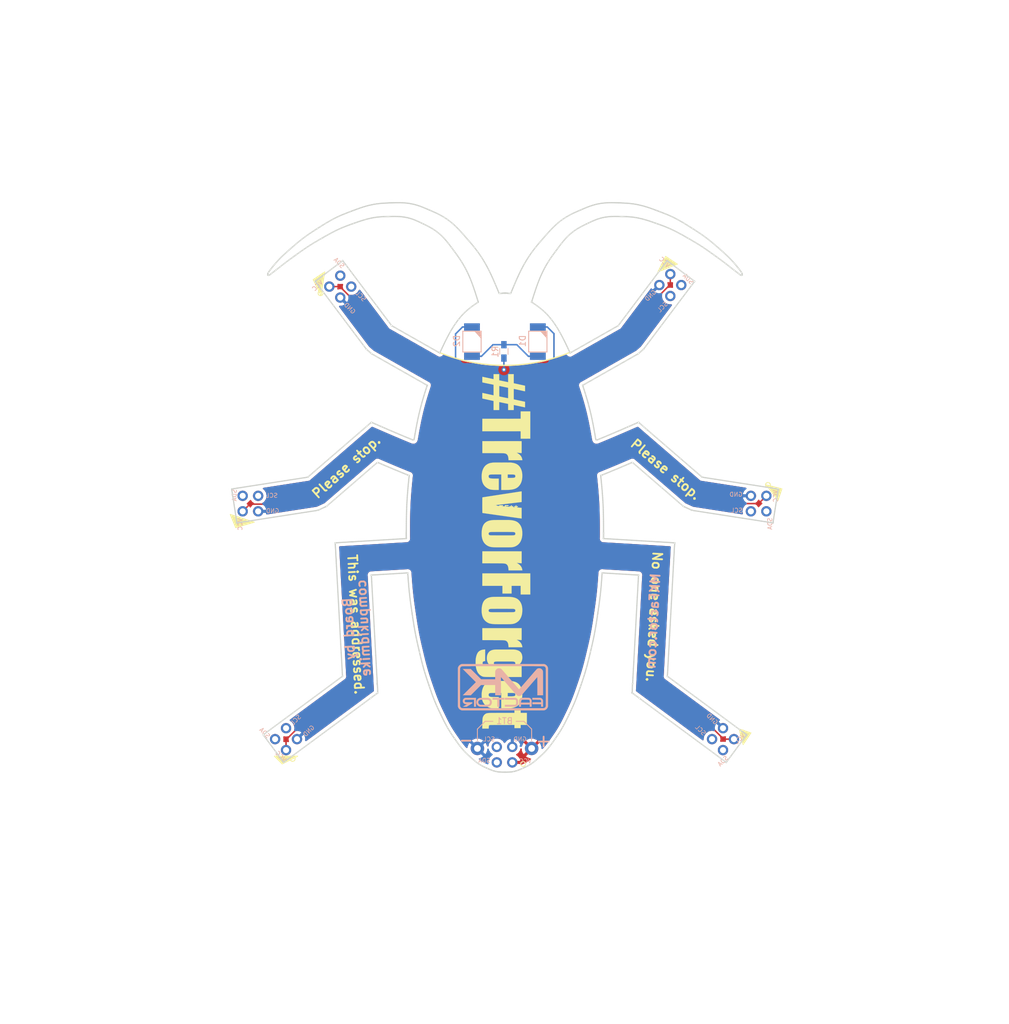
<source format=kicad_pcb>
(kicad_pcb (version 20171130) (host pcbnew "(5.0.0-rc2-204-g01c2d93a8)")
  (layers (0 F.Cu signal) (31 B.Cu signal) (34 B.Paste user) (35 F.Paste user) (36 B.SilkS user) (37 F.SilkS user) (38 B.Mask user) (39 F.Mask user) (44 Edge.Cuts user))
  (net 0 "")
  (net 1 VDD)
  (net 2 GND)
  (net 3 "Net-(D1-Pad2)")
  (net 4 SDA)
  (net 5 SCL)
  (module TrevorTotem:MKFactorLogo (layer B.Cu) (at 133.35 139.827 180)
    (fp_text reference G*** hide)
    (fp_text value LOGO hide)
  )
  (module TrevorOutline2 (layer F.Cu) (at 133.731 110.109)
    (fp_text reference REF** (at 0 0.5) (layer F.SilkS))
    (fp_text value TrevorOutline2)
    (fp_line (start -14.605 21.59) (end -14.656573 21.336285) (layer Edge.Cuts) (width 0.2))
    (fp_line (start -12.546048 29.301368) (end -12.575361 29.215708) (layer Edge.Cuts) (width 0.2))
    (fp_line (start -14.851879 20.306132) (end -14.897887 20.044952) (layer Edge.Cuts) (width 0.2))
    (fp_line (start -14.986268 19.519907) (end -15.028039 19.26149) (layer Edge.Cuts) (width 0.2))
    (fp_line (start -13.179289 27.36718) (end -13.247326 27.140299) (layer Edge.Cuts) (width 0.2))
    (fp_line (start -15.028039 19.26149) (end -15.067579 19.011459) (layer Edge.Cuts) (width 0.2))
    (fp_line (start -12.575361 29.215708) (end -12.612718 29.106525) (layer Edge.Cuts) (width 0.2))
    (fp_line (start -12.770339 28.641599) (end -12.833941 28.450961) (layer Edge.Cuts) (width 0.2))
    (fp_line (start -13.247326 27.140299) (end -13.314397 26.911568) (layer Edge.Cuts) (width 0.2))
    (fp_line (start -13.695286 25.504386) (end -13.7537 25.271434) (layer Edge.Cuts) (width 0.2))
    (fp_line (start -13.908368 24.637188) (end -13.950533 24.460553) (layer Edge.Cuts) (width 0.2))
    (fp_line (start -14.073506 23.94099) (end -14.088024 23.879588) (layer Edge.Cuts) (width 0.2))
    (fp_line (start -14.656573 21.336285) (end -14.707062 21.081004) (layer Edge.Cuts) (width 0.2))
    (fp_line (start -15.104418 18.774126) (end -15.138085 18.553801) (layer Edge.Cuts) (width 0.2))
    (fp_line (start -14.039397 24.08524) (end -14.057891 24.007028) (layer Edge.Cuts) (width 0.2))
    (fp_line (start -14.103228 23.815288) (end -14.1209 23.740552) (layer Edge.Cuts) (width 0.2))
    (fp_line (start -14.39142 22.57704) (end -14.44473 22.338553) (layer Edge.Cuts) (width 0.2))
    (fp_line (start -14.339807 22.804294) (end -14.39142 22.57704) (layer Edge.Cuts) (width 0.2))
    (fp_line (start -15.138085 18.553801) (end -15.168111 18.354793) (layer Edge.Cuts) (width 0.2))
    (fp_line (start -14.707062 21.081004) (end -14.756452 20.824194) (layer Edge.Cuts) (width 0.2))
    (fp_line (start -15.168111 18.354793) (end -15.194025 18.181412) (layer Edge.Cuts) (width 0.2))
    (fp_line (start -15.194025 18.181412) (end -15.215358 18.03795) (layer Edge.Cuts) (width 0.2))
    (fp_line (start -15.215358 18.03795) (end -15.232136 17.925044) (layer Edge.Cuts) (width 0.2))
    (fp_line (start -14.1209 23.740552) (end -14.14282 23.647845) (layer Edge.Cuts) (width 0.2))
    (fp_line (start -13.809191 25.046602) (end -13.861001 24.833862) (layer Edge.Cuts) (width 0.2))
    (fp_line (start -15.232136 17.925044) (end -15.245451 17.835444) (layer Edge.Cuts) (width 0.2))
    (fp_line (start -14.44473 22.338553) (end -14.498715 22.092396) (layer Edge.Cuts) (width 0.2))
    (fp_line (start -12.658476 28.972462) (end -12.711433 28.81646) (layer Edge.Cuts) (width 0.2))
    (fp_line (start -13.7537 25.271434) (end -13.809191 25.046602) (layer Edge.Cuts) (width 0.2))
    (fp_line (start -13.950533 24.460553) (end -13.986735 24.30793) (layer Edge.Cuts) (width 0.2))
    (fp_line (start -14.14282 23.647845) (end -14.17075 23.529718) (layer Edge.Cuts) (width 0.2))
    (fp_line (start -15.245451 17.835444) (end -15.256533 17.760865) (layer Edge.Cuts) (width 0.2))
    (fp_line (start -15.067579 19.011459) (end -15.104418 18.774126) (layer Edge.Cuts) (width 0.2))
    (fp_line (start -14.942738 19.782402) (end -14.986268 19.519907) (layer Edge.Cuts) (width 0.2))
    (fp_line (start -15.256533 17.760865) (end -15.266612 17.693025) (layer Edge.Cuts) (width 0.2))
    (fp_line (start -13.634711 25.741485) (end -13.695286 25.504386) (layer Edge.Cuts) (width 0.2))
    (fp_line (start -13.040406 27.815184) (end -13.110302 27.592173) (layer Edge.Cuts) (width 0.2))
    (fp_line (start -13.572714 25.978862) (end -13.634711 25.741485) (layer Edge.Cuts) (width 0.2))
    (fp_line (start -12.833941 28.450961) (end -12.900987 28.247625) (layer Edge.Cuts) (width 0.2))
    (fp_line (start -14.016244 24.18316) (end -14.039397 24.08524) (layer Edge.Cuts) (width 0.2))
    (fp_line (start -14.057891 24.007028) (end -14.073506 23.94099) (layer Edge.Cuts) (width 0.2))
    (fp_line (start -14.088024 23.879588) (end -14.103228 23.815288) (layer Edge.Cuts) (width 0.2))
    (fp_line (start -14.245757 23.210851) (end -14.290912 23.016752) (layer Edge.Cuts) (width 0.2))
    (fp_line (start -15.266612 17.693025) (end -15.276921 17.623642) (layer Edge.Cuts) (width 0.2))
    (fp_line (start -12.900987 28.247625) (end -12.970226 28.034672) (layer Edge.Cuts) (width 0.2))
    (fp_line (start -12.522606 29.369868) (end -12.546048 29.301368) (layer Edge.Cuts) (width 0.2))
    (fp_line (start -13.509662 26.214634) (end -13.572714 25.978862) (layer Edge.Cuts) (width 0.2))
    (fp_line (start -13.861001 24.833862) (end -13.908368 24.637188) (layer Edge.Cuts) (width 0.2))
    (fp_line (start -13.445581 26.448699) (end -13.509662 26.214634) (layer Edge.Cuts) (width 0.2))
    (fp_line (start -12.612718 29.106525) (end -12.658476 28.972462) (layer Edge.Cuts) (width 0.2))
    (fp_line (start -13.110302 27.592173) (end -13.179289 27.36718) (layer Edge.Cuts) (width 0.2))
    (fp_line (start -13.314397 26.911568) (end -13.380488 26.681023) (layer Edge.Cuts) (width 0.2))
    (fp_line (start -13.380488 26.681023) (end -13.445581 26.448699) (layer Edge.Cuts) (width 0.2))
    (fp_line (start -12.970226 28.034672) (end -13.040406 27.815184) (layer Edge.Cuts) (width 0.2))
    (fp_line (start -13.986735 24.30793) (end -14.016244 24.18316) (layer Edge.Cuts) (width 0.2))
    (fp_line (start -14.17075 23.529718) (end -14.205362 23.383027) (layer Edge.Cuts) (width 0.2))
    (fp_line (start -14.205362 23.383027) (end -14.245757 23.210851) (layer Edge.Cuts) (width 0.2))
    (fp_line (start -14.290912 23.016752) (end -14.339807 22.804294) (layer Edge.Cuts) (width 0.2))
    (fp_line (start -14.498715 22.092396) (end -14.552358 21.842114) (layer Edge.Cuts) (width 0.2))
    (fp_line (start -14.756452 20.824194) (end -14.804729 20.565891) (layer Edge.Cuts) (width 0.2))
    (fp_line (start -12.711433 28.81646) (end -12.770339 28.641599) (layer Edge.Cuts) (width 0.2))
    (fp_line (start -14.804729 20.565891) (end -14.851879 20.306132) (layer Edge.Cuts) (width 0.2))
    (fp_line (start -14.897887 20.044952) (end -14.942738 19.782402) (layer Edge.Cuts) (width 0.2))
    (fp_line (start -14.552358 21.842114) (end -14.605 21.59) (layer Edge.Cuts) (width 0.2))
    (fp_line (start -21.955455 11.338341) (end -21.955455 11.338341) (layer Edge.Cuts) (width 0.2))
    (fp_line (start -18.912244 11.15569) (end -19.465159 11.188876) (layer Edge.Cuts) (width 0.2))
    (fp_line (start -15.288689 17.54443) (end -15.303147 17.447109) (layer Edge.Cuts) (width 0.2))
    (fp_line (start -15.402007 16.77562) (end -15.434946 16.546176) (layer Edge.Cuts) (width 0.2))
    (fp_line (start -15.644708 14.949517) (end -15.676775 14.672289) (layer Edge.Cuts) (width 0.2))
    (fp_line (start -21.955455 11.338341) (end -21.955455 11.338341) (layer Edge.Cuts) (width 0.2))
    (fp_line (start -15.505431 16.040851) (end -15.541456 15.772917) (layer Edge.Cuts) (width 0.2))
    (fp_line (start -15.676775 14.672289) (end -15.707626 14.393817) (layer Edge.Cuts) (width 0.2))
    (fp_line (start -15.303147 17.447109) (end -15.321524 17.323404) (layer Edge.Cuts) (width 0.2))
    (fp_line (start -15.344536 17.168207) (end -15.371617 16.984288) (layer Edge.Cuts) (width 0.2))
    (fp_line (start -15.469674 16.299929) (end -15.505431 16.040851) (layer Edge.Cuts) (width 0.2))
    (fp_line (start -15.887554 12.434458) (end -15.907254 12.176328) (layer Edge.Cuts) (width 0.2))
    (fp_line (start -15.907254 12.176328) (end -15.925056 11.935718) (layer Edge.Cuts) (width 0.2))
    (fp_line (start -15.940811 11.717202) (end -15.95437 11.525354) (layer Edge.Cuts) (width 0.2))
    (fp_line (start -15.818548 13.268217) (end -15.843052 12.984977) (layer Edge.Cuts) (width 0.2))
    (fp_line (start -15.974386 11.238401) (end -15.98101 11.143311) (layer Edge.Cuts) (width 0.2))
    (fp_line (start -15.985765 11.075038) (end -15.988963 11.02914) (layer Edge.Cuts) (width 0.2))
    (fp_line (start -16.006776 10.981307) (end -16.041941 10.983417) (layer Edge.Cuts) (width 0.2))
    (fp_line (start -16.110985 10.987561) (end -16.225342 10.994425) (layer Edge.Cuts) (width 0.2))
    (fp_line (start -16.225342 10.994425) (end -16.396444 11.004694) (layer Edge.Cuts) (width 0.2))
    (fp_line (start -15.611441 15.225465) (end -15.644708 14.949517) (layer Edge.Cuts) (width 0.2))
    (fp_line (start -16.635724 11.019055) (end -16.954615 11.038195) (layer Edge.Cuts) (width 0.2))
    (fp_line (start -19.465159 11.188876) (end -19.997746 11.220841) (layer Edge.Cuts) (width 0.2))
    (fp_line (start -21.248575 11.295915) (end -21.50454 11.311277) (layer Edge.Cuts) (width 0.2))
    (fp_line (start -15.371617 16.984288) (end -15.402007 16.77562) (layer Edge.Cuts) (width 0.2))
    (fp_line (start -15.98101 11.143311) (end -15.985765 11.075038) (layer Edge.Cuts) (width 0.2))
    (fp_line (start -15.434946 16.546176) (end -15.469674 16.299929) (layer Edge.Cuts) (width 0.2))
    (fp_line (start -15.866104 12.705532) (end -15.887554 12.434458) (layer Edge.Cuts) (width 0.2))
    (fp_line (start -15.965584 11.36475) (end -15.974386 11.238401) (layer Edge.Cuts) (width 0.2))
    (fp_line (start -15.988963 11.02914) (end -15.990911 11.001173) (layer Edge.Cuts) (width 0.2))
    (fp_line (start -15.992355 10.980441) (end -15.994059 10.980543) (layer Edge.Cuts) (width 0.2))
    (fp_line (start -16.396444 11.004694) (end -16.635724 11.019055) (layer Edge.Cuts) (width 0.2))
    (fp_line (start -15.276921 17.623642) (end -15.288689 17.54443) (layer Edge.Cuts) (width 0.2))
    (fp_line (start -15.792721 13.551301) (end -15.818548 13.268217) (layer Edge.Cuts) (width 0.2))
    (fp_line (start -15.925056 11.935718) (end -15.940811 11.717202) (layer Edge.Cuts) (width 0.2))
    (fp_line (start -15.843052 12.984977) (end -15.866104 12.705532) (layer Edge.Cuts) (width 0.2))
    (fp_line (start -15.95437 11.525354) (end -15.965584 11.36475) (layer Edge.Cuts) (width 0.2))
    (fp_line (start -16.954615 11.038195) (end -17.360188 11.062537) (layer Edge.Cuts) (width 0.2))
    (fp_line (start -17.836893 11.091149) (end -18.361866 11.122657) (layer Edge.Cuts) (width 0.2))
    (fp_line (start -20.48714 11.250214) (end -20.910475 11.275622) (layer Edge.Cuts) (width 0.2))
    (fp_line (start -21.50454 11.311277) (end -21.689789 11.322396) (layer Edge.Cuts) (width 0.2))
    (fp_line (start -15.541456 15.772917) (end -15.576989 15.500097) (layer Edge.Cuts) (width 0.2))
    (fp_line (start -15.576989 15.500097) (end -15.611441 15.225465) (layer Edge.Cuts) (width 0.2))
    (fp_line (start -17.360188 11.062537) (end -17.836893 11.091149) (layer Edge.Cuts) (width 0.2))
    (fp_line (start -15.737245 14.114138) (end -15.765615 13.833287) (layer Edge.Cuts) (width 0.2))
    (fp_line (start -15.992298 10.981266) (end -15.992355 10.980441) (layer Edge.Cuts) (width 0.2))
    (fp_line (start -18.361866 11.122657) (end -18.912244 11.15569) (layer Edge.Cuts) (width 0.2))
    (fp_line (start -21.89387 11.334645) (end -21.935568 11.337147) (layer Edge.Cuts) (width 0.2))
    (fp_line (start -15.990911 11.001173) (end -15.991919 10.986696) (layer Edge.Cuts) (width 0.2))
    (fp_line (start -19.997746 11.220841) (end -20.48714 11.250214) (layer Edge.Cuts) (width 0.2))
    (fp_line (start -21.955443 11.33834) (end -21.955455 11.338341) (layer Edge.Cuts) (width 0.2))
    (fp_line (start -15.321524 17.323404) (end -15.344536 17.168207) (layer Edge.Cuts) (width 0.2))
    (fp_line (start -15.991919 10.986696) (end -15.992298 10.981266) (layer Edge.Cuts) (width 0.2))
    (fp_line (start -21.952282 11.338151) (end -21.955443 11.33834) (layer Edge.Cuts) (width 0.2))
    (fp_line (start -21.955455 11.338341) (end -21.955455 11.338341) (layer Edge.Cuts) (width 0.2))
    (fp_line (start -21.955455 11.338341) (end -21.955455 11.338341) (layer Edge.Cuts) (width 0.2))
    (fp_line (start -15.765615 13.833287) (end -15.792721 13.551301) (layer Edge.Cuts) (width 0.2))
    (fp_line (start -16.041941 10.983417) (end -16.110985 10.987561) (layer Edge.Cuts) (width 0.2))
    (fp_line (start -15.707626 14.393817) (end -15.737245 14.114138) (layer Edge.Cuts) (width 0.2))
    (fp_line (start -15.994059 10.980543) (end -16.006776 10.981307) (layer Edge.Cuts) (width 0.2))
    (fp_line (start -20.910475 11.275622) (end -21.248575 11.295915) (layer Edge.Cuts) (width 0.2))
    (fp_line (start -21.689789 11.322396) (end -21.815755 11.329956) (layer Edge.Cuts) (width 0.2))
    (fp_line (start -21.815755 11.329956) (end -21.89387 11.334645) (layer Edge.Cuts) (width 0.2))
    (fp_line (start -21.935568 11.337147) (end -21.952282 11.338151) (layer Edge.Cuts) (width 0.2))
    (fp_line (start -21.407781 21.37959) (end -21.320123 22.986743) (layer Edge.Cuts) (width 0.2))
    (fp_line (start -20.902655 30.641641) (end -20.902655 30.641641) (layer Edge.Cuts) (width 0.2))
    (fp_line (start -21.167412 25.786615) (end -21.109528 26.847873) (layer Edge.Cuts) (width 0.2))
    (fp_line (start -20.996672 28.917012) (end -20.988856 29.060315) (layer Edge.Cuts) (width 0.2))
    (fp_line (start -20.984655 29.137341) (end -20.984655 29.137341) (layer Edge.Cuts) (width 0.2))
    (fp_line (start -20.902655 30.641641) (end -20.902655 30.641641) (layer Edge.Cuts) (width 0.2))
    (fp_line (start -20.984673 29.13702) (end -20.984655 29.137341) (layer Edge.Cuts) (width 0.2))
    (fp_line (start -20.984655 29.137341) (end -20.984655 29.137341) (layer Edge.Cuts) (width 0.2))
    (fp_line (start -21.109528 26.847873) (end -21.065353 27.657798) (layer Edge.Cuts) (width 0.2))
    (fp_line (start -21.896015 12.428134) (end -21.859409 13.099289) (layer Edge.Cuts) (width 0.2))
    (fp_line (start -21.955316 11.340888) (end -21.953749 11.369618) (layer Edge.Cuts) (width 0.2))
    (fp_line (start -21.938898 11.641906) (end -21.921891 11.953714) (layer Edge.Cuts) (width 0.2))
    (fp_line (start -21.953749 11.369618) (end -21.948897 11.458582) (layer Edge.Cuts) (width 0.2))
    (fp_line (start -21.955455 11.338341) (end -21.955455 11.338341) (layer Edge.Cuts) (width 0.2))
    (fp_line (start -21.033059 28.249879) (end -21.010786 28.658242) (layer Edge.Cuts) (width 0.2))
    (fp_line (start -20.985477 29.122276) (end -20.984673 29.13702) (layer Edge.Cuts) (width 0.2))
    (fp_line (start -20.984554 29.13919) (end -20.984212 29.14547) (layer Edge.Cuts) (width 0.2))
    (fp_line (start -20.982159 29.183124) (end -20.980135 29.220266) (layer Edge.Cuts) (width 0.2))
    (fp_line (start -20.980135 29.220266) (end -20.977235 29.273463) (layer Edge.Cuts) (width 0.2))
    (fp_line (start -21.955455 11.338341) (end -21.955316 11.340888) (layer Edge.Cuts) (width 0.2))
    (fp_line (start -21.810211 14.001305) (end -21.7469 15.162058) (layer Edge.Cuts) (width 0.2))
    (fp_line (start -21.320123 22.986743) (end -21.238759 24.478501) (layer Edge.Cuts) (width 0.2))
    (fp_line (start -20.984655 29.137341) (end -20.984655 29.137341) (layer Edge.Cuts) (width 0.2))
    (fp_line (start -20.973303 29.3456) (end -20.968192 29.439361) (layer Edge.Cuts) (width 0.2))
    (fp_line (start -21.010786 28.658242) (end -20.996672 28.917012) (layer Edge.Cuts) (width 0.2))
    (fp_line (start -20.954993 29.681488) (end -20.947526 29.81848) (layer Edge.Cuts) (width 0.2))
    (fp_line (start -20.988856 29.060315) (end -20.985477 29.122276) (layer Edge.Cuts) (width 0.2))
    (fp_line (start -21.498011 19.725295) (end -21.407781 21.37959) (layer Edge.Cuts) (width 0.2))
    (fp_line (start -21.948897 11.458582) (end -21.938898 11.641906) (layer Edge.Cuts) (width 0.2))
    (fp_line (start -20.983466 29.159153) (end -20.982159 29.183124) (layer Edge.Cuts) (width 0.2))
    (fp_line (start -20.961987 29.553193) (end -20.954993 29.681488) (layer Edge.Cuts) (width 0.2))
    (fp_line (start -20.947526 29.81848) (end -20.939899 29.958399) (layer Edge.Cuts) (width 0.2))
    (fp_line (start -21.921891 11.953714) (end -21.896015 12.428134) (layer Edge.Cuts) (width 0.2))
    (fp_line (start -21.238759 24.478501) (end -21.167412 25.786615) (layer Edge.Cuts) (width 0.2))
    (fp_line (start -20.98465 29.137429) (end -20.984554 29.13919) (layer Edge.Cuts) (width 0.2))
    (fp_line (start -20.984212 29.14547) (end -20.983466 29.159153) (layer Edge.Cuts) (width 0.2))
    (fp_line (start -21.955455 11.338341) (end -21.955455 11.338341) (layer Edge.Cuts) (width 0.2))
    (fp_line (start -20.977235 29.273463) (end -20.973303 29.3456) (layer Edge.Cuts) (width 0.2))
    (fp_line (start -20.968192 29.439361) (end -20.961987 29.553193) (layer Edge.Cuts) (width 0.2))
    (fp_line (start -20.939899 29.958399) (end -20.932427 30.095477) (layer Edge.Cuts) (width 0.2))
    (fp_line (start -20.932427 30.095477) (end -20.925424 30.223947) (layer Edge.Cuts) (width 0.2))
    (fp_line (start -20.984655 29.137341) (end -20.984655 29.137341) (layer Edge.Cuts) (width 0.2))
    (fp_line (start -20.984655 29.137341) (end -20.984655 29.137341) (layer Edge.Cuts) (width 0.2))
    (fp_line (start -20.910126 30.504579) (end -20.907212 30.55804) (layer Edge.Cuts) (width 0.2))
    (fp_line (start -20.984655 29.137341) (end -20.984655 29.137341) (layer Edge.Cuts) (width 0.2))
    (fp_line (start -20.914075 30.432134) (end -20.910126 30.504579) (layer Edge.Cuts) (width 0.2))
    (fp_line (start -21.671293 16.548278) (end -21.587088 18.092107) (layer Edge.Cuts) (width 0.2))
    (fp_line (start -20.905175 30.595403) (end -20.903859 30.619551) (layer Edge.Cuts) (width 0.2))
    (fp_line (start -20.925424 30.223947) (end -20.919204 30.338039) (layer Edge.Cuts) (width 0.2))
    (fp_line (start -20.903106 30.633368) (end -20.902759 30.639738) (layer Edge.Cuts) (width 0.2))
    (fp_line (start -20.902759 30.639738) (end -20.90266 30.641546) (layer Edge.Cuts) (width 0.2))
    (fp_line (start -21.065353 27.657798) (end -21.033059 28.249879) (layer Edge.Cuts) (width 0.2))
    (fp_line (start -20.919204 30.338039) (end -20.914075 30.432134) (layer Edge.Cuts) (width 0.2))
    (fp_line (start -21.955455 11.338341) (end -21.955455 11.338341) (layer Edge.Cuts) (width 0.2))
    (fp_line (start -21.7469 15.162058) (end -21.671293 16.548278) (layer Edge.Cuts) (width 0.2))
    (fp_line (start -21.587088 18.092107) (end -21.498011 19.725295) (layer Edge.Cuts) (width 0.2))
    (fp_line (start -20.984655 29.137341) (end -20.98465 29.137429) (layer Edge.Cuts) (width 0.2))
    (fp_line (start -20.903859 30.619551) (end -20.903106 30.633368) (layer Edge.Cuts) (width 0.2))
    (fp_line (start -20.984655 29.137341) (end -20.984655 29.137341) (layer Edge.Cuts) (width 0.2))
    (fp_line (start -20.907212 30.55804) (end -20.905175 30.595403) (layer Edge.Cuts) (width 0.2))
    (fp_line (start -20.90266 30.641546) (end -20.902655 30.641641) (layer Edge.Cuts) (width 0.2))
    (fp_line (start -21.859409 13.099289) (end -21.810211 14.001305) (layer Edge.Cuts) (width 0.2))
    (fp_line (start -20.902655 30.641641) (end -20.902655 30.641641) (layer Edge.Cuts) (width 0.2))
    (fp_line (start -20.902655 30.641641) (end -20.902655 30.641641) (layer Edge.Cuts) (width 0.2))
    (fp_line (start -35.362592 41.317547) (end -35.772658 41.620299) (layer Edge.Cuts) (width 0.2))
    (fp_line (start -20.902655 30.641641) (end -20.902655 30.641641) (layer Edge.Cuts) (width 0.2))
    (fp_line (start -21.321763 30.95111) (end -21.431612 31.032222) (layer Edge.Cuts) (width 0.2))
    (fp_line (start -35.772658 41.620299) (end -36.047062 41.822892) (layer Edge.Cuts) (width 0.2))
    (fp_line (start -22.120155 31.540641) (end -22.120155 31.540641) (layer Edge.Cuts) (width 0.2))
    (fp_line (start -36.047062 41.822892) (end -36.213054 41.945444) (layer Edge.Cuts) (width 0.2))
    (fp_line (start -20.902655 30.641641) (end -20.902655 30.641641) (layer Edge.Cuts) (width 0.2))
    (fp_line (start -20.907824 30.645458) (end -20.917525 30.652621) (layer Edge.Cuts) (width 0.2))
    (fp_line (start -22.120155 31.540641) (end -22.120155 31.540641) (layer Edge.Cuts) (width 0.2))
    (fp_line (start -22.16658 31.574916) (end -22.264865 31.64748) (layer Edge.Cuts) (width 0.2))
    (fp_line (start -21.431612 31.032222) (end -21.544756 31.115768) (layer Edge.Cuts) (width 0.2))
    (fp_line (start -22.045023 31.485164) (end -22.077661 31.509263) (layer Edge.Cuts) (width 0.2))
    (fp_line (start -22.077661 31.509263) (end -22.09914 31.525123) (layer Edge.Cuts) (width 0.2))
    (fp_line (start -21.936937 31.405353) (end -21.998894 31.451102) (layer Edge.Cuts) (width 0.2))
    (fp_line (start -22.111795 31.534468) (end -22.11796 31.53902) (layer Edge.Cuts) (width 0.2))
    (fp_line (start -21.003144 30.715842) (end -21.058303 30.756571) (layer Edge.Cuts) (width 0.2))
    (fp_line (start -23.187055 32.328334) (end -23.794396 32.776735) (layer Edge.Cuts) (width 0.2))
    (fp_line (start -26.767806 34.972007) (end -28.036066 35.908365) (layer Edge.Cuts) (width 0.2))
    (fp_line (start -29.3536 36.881101) (end -30.665907 37.849979) (layer Edge.Cuts) (width 0.2))
    (fp_line (start -21.998894 31.451102) (end -22.045023 31.485164) (layer Edge.Cuts) (width 0.2))
    (fp_line (start -31.918487 38.77476) (end -33.056841 39.615208) (layer Edge.Cuts) (width 0.2))
    (fp_line (start -36.213054 41.945444) (end -36.297884 42.008074) (layer Edge.Cuts) (width 0.2))
    (fp_line (start -36.297884 42.008074) (end -36.328801 42.0309) (layer Edge.Cuts) (width 0.2))
    (fp_line (start -33.056841 39.615208) (end -34.026473 40.331089) (layer Edge.Cuts) (width 0.2))
    (fp_line (start -22.449539 31.783826) (end -22.747852 32.004071) (layer Edge.Cuts) (width 0.2))
    (fp_line (start -36.333055 42.034041) (end -36.333055 42.034041) (layer Edge.Cuts) (width 0.2))
    (fp_line (start -36.328801 42.0309) (end -36.333055 42.034041) (layer Edge.Cuts) (width 0.2))
    (fp_line (start -20.902674 30.641655) (end -20.903652 30.642377) (layer Edge.Cuts) (width 0.2))
    (fp_line (start -22.09914 31.525123) (end -22.111795 31.534468) (layer Edge.Cuts) (width 0.2))
    (fp_line (start -22.264865 31.64748) (end -22.449539 31.783826) (layer Edge.Cuts) (width 0.2))
    (fp_line (start -23.794396 32.776735) (end -24.597102 33.369374) (layer Edge.Cuts) (width 0.2))
    (fp_line (start -34.026473 40.331089) (end -34.789614 40.894516) (layer Edge.Cuts) (width 0.2))
    (fp_line (start -36.333055 42.034041) (end -36.333055 42.034041) (layer Edge.Cuts) (width 0.2))
    (fp_line (start -36.333055 42.034041) (end -36.333055 42.034041) (layer Edge.Cuts) (width 0.2))
    (fp_line (start -36.333055 42.034041) (end -36.333055 42.034041) (layer Edge.Cuts) (width 0.2))
    (fp_line (start -21.219877 30.875877) (end -21.321763 30.95111) (layer Edge.Cuts) (width 0.2))
    (fp_line (start -21.544756 31.115768) (end -21.656527 31.198299) (layer Edge.Cuts) (width 0.2))
    (fp_line (start -21.762256 31.276369) (end -21.857275 31.346531) (layer Edge.Cuts) (width 0.2))
    (fp_line (start -20.917525 30.652621) (end -20.935089 30.665591) (layer Edge.Cuts) (width 0.2))
    (fp_line (start -22.120155 31.540641) (end -22.120155 31.540641) (layer Edge.Cuts) (width 0.2))
    (fp_line (start -22.120177 31.540658) (end -22.127434 31.546015) (layer Edge.Cuts) (width 0.2))
    (fp_line (start -22.127434 31.546015) (end -22.16658 31.574916) (layer Edge.Cuts) (width 0.2))
    (fp_line (start -25.603318 34.112264) (end -26.767806 34.972007) (layer Edge.Cuts) (width 0.2))
    (fp_line (start -28.036066 35.908365) (end -29.3536 36.881101) (layer Edge.Cuts) (width 0.2))
    (fp_line (start -22.11796 31.53902) (end -22.11997 31.540505) (layer Edge.Cuts) (width 0.2))
    (fp_line (start -20.902655 30.641641) (end -20.902655 30.641641) (layer Edge.Cuts) (width 0.2))
    (fp_line (start -22.120155 31.540641) (end -22.120177 31.540658) (layer Edge.Cuts) (width 0.2))
    (fp_line (start -22.747852 32.004071) (end -23.187055 32.328334) (layer Edge.Cuts) (width 0.2))
    (fp_line (start -21.656527 31.198299) (end -21.762256 31.276369) (layer Edge.Cuts) (width 0.2))
    (fp_line (start -20.902655 30.641641) (end -20.902674 30.641655) (layer Edge.Cuts) (width 0.2))
    (fp_line (start -22.120155 31.540641) (end -22.120155 31.540641) (layer Edge.Cuts) (width 0.2))
    (fp_line (start -22.120155 31.540641) (end -22.120155 31.540641) (layer Edge.Cuts) (width 0.2))
    (fp_line (start -21.130624 30.809973) (end -21.219877 30.875877) (layer Edge.Cuts) (width 0.2))
    (fp_line (start -21.857275 31.346531) (end -21.936937 31.405353) (layer Edge.Cuts) (width 0.2))
    (fp_line (start -22.11997 31.540505) (end -22.120155 31.540641) (layer Edge.Cuts) (width 0.2))
    (fp_line (start -22.120155 31.540641) (end -22.120155 31.540641) (layer Edge.Cuts) (width 0.2))
    (fp_line (start -22.120155 31.540641) (end -22.120155 31.540641) (layer Edge.Cuts) (width 0.2))
    (fp_line (start -24.597102 33.369374) (end -25.603318 34.112264) (layer Edge.Cuts) (width 0.2))
    (fp_line (start -20.935089 30.665591) (end -20.962851 30.68609) (layer Edge.Cuts) (width 0.2))
    (fp_line (start -20.962851 30.68609) (end -21.003144 30.715842) (layer Edge.Cuts) (width 0.2))
    (fp_line (start -20.903652 30.642377) (end -20.907824 30.645458) (layer Edge.Cuts) (width 0.2))
    (fp_line (start -21.058303 30.756571) (end -21.130624 30.809973) (layer Edge.Cuts) (width 0.2))
    (fp_line (start -30.665907 37.849979) (end -31.918487 38.77476) (layer Edge.Cuts) (width 0.2))
    (fp_line (start -34.789614 40.894516) (end -35.362592 41.317547) (layer Edge.Cuts) (width 0.2))
    (fp_line (start -39.684455 37.514041) (end -39.684455 37.514041) (layer Edge.Cuts) (width 0.2))
    (fp_line (start -38.393841 36.561174) (end -37.733705 36.073792) (layer Edge.Cuts) (width 0.2))
    (fp_line (start -36.333055 42.034041) (end -36.333055 42.034041) (layer Edge.Cuts) (width 0.2))
    (fp_line (start -39.595842 37.448617) (end -39.461292 37.349279) (layer Edge.Cuts) (width 0.2))
    (fp_line (start -35.87131 34.698776) (end -34.743363 33.866006) (layer Edge.Cuts) (width 0.2))
    (fp_line (start -31.169972 31.227753) (end -30.081762 30.424321) (layer Edge.Cuts) (width 0.2))
    (fp_line (start -37.372174 40.632592) (end -37.667399 40.234424) (layer Edge.Cuts) (width 0.2))
    (fp_line (start -29.128062 29.720199) (end -28.35488 29.149355) (layer Edge.Cuts) (width 0.2))
    (fp_line (start -36.561148 41.726414) (end -36.695988 41.544557) (layer Edge.Cuts) (width 0.2))
    (fp_line (start -39.099004 38.303632) (end -39.2886 38.047926) (layer Edge.Cuts) (width 0.2))
    (fp_line (start -36.884614 35.446903) (end -35.87131 34.698776) (layer Edge.Cuts) (width 0.2))
    (fp_line (start -39.684455 37.514041) (end -39.684455 37.514041) (layer Edge.Cuts) (width 0.2))
    (fp_line (start -27.333996 28.395631) (end -27.036892 28.176277) (layer Edge.Cuts) (width 0.2))
    (fp_line (start -27.036892 28.176277) (end -26.848794 28.037403) (layer Edge.Cuts) (width 0.2))
    (fp_line (start -38.586671 38.994612) (end -38.861456 38.624011) (layer Edge.Cuts) (width 0.2))
    (fp_line (start -39.432088 37.854405) (end -39.535888 37.714412) (layer Edge.Cuts) (width 0.2))
    (fp_line (start -39.684455 37.514041) (end -39.684455 37.514041) (layer Edge.Cuts) (width 0.2))
    (fp_line (start -39.684455 37.514041) (end -39.684455 37.514041) (layer Edge.Cuts) (width 0.2))
    (fp_line (start -26.848794 28.037403) (end -26.744785 27.960613) (layer Edge.Cuts) (width 0.2))
    (fp_line (start -36.333055 42.034041) (end -36.333055 42.034041) (layer Edge.Cuts) (width 0.2))
    (fp_line (start -39.684455 37.514041) (end -39.682532 37.512621) (layer Edge.Cuts) (width 0.2))
    (fp_line (start -34.743363 33.866006) (end -33.550604 32.985386) (layer Edge.Cuts) (width 0.2))
    (fp_line (start -28.35488 29.149355) (end -27.76502 28.713858) (layer Edge.Cuts) (width 0.2))
    (fp_line (start -39.535888 37.714412) (end -39.606424 37.61928) (layer Edge.Cuts) (width 0.2))
    (fp_line (start -36.875626 41.302282) (end -37.103966 40.994321) (layer Edge.Cuts) (width 0.2))
    (fp_line (start -26.744785 27.960613) (end -26.69995 27.927511) (layer Edge.Cuts) (width 0.2))
    (fp_line (start -39.684455 37.514041) (end -39.684455 37.514041) (layer Edge.Cuts) (width 0.2))
    (fp_line (start -36.695988 41.544557) (end -36.875626 41.302282) (layer Edge.Cuts) (width 0.2))
    (fp_line (start -37.667399 40.234424) (end -37.976791 39.81715) (layer Edge.Cuts) (width 0.2))
    (fp_line (start -30.081762 30.424321) (end -29.128062 29.720199) (layer Edge.Cuts) (width 0.2))
    (fp_line (start -39.606424 37.61928) (end -39.650123 37.560344) (layer Edge.Cuts) (width 0.2))
    (fp_line (start -26.69995 27.927511) (end -26.689374 27.919703) (layer Edge.Cuts) (width 0.2))
    (fp_line (start -37.733705 36.073792) (end -36.884614 35.446903) (layer Edge.Cuts) (width 0.2))
    (fp_line (start -36.334038 42.032715) (end -36.341267 42.022965) (layer Edge.Cuts) (width 0.2))
    (fp_line (start -39.232719 37.180522) (end -38.885207 36.923952) (layer Edge.Cuts) (width 0.2))
    (fp_line (start -36.464682 41.856517) (end -36.561148 41.726414) (layer Edge.Cuts) (width 0.2))
    (fp_line (start -27.76502 28.713858) (end -27.333996 28.395631) (layer Edge.Cuts) (width 0.2))
    (fp_line (start -36.400164 41.943532) (end -36.464682 41.856517) (layer Edge.Cuts) (width 0.2))
    (fp_line (start -38.287499 39.398102) (end -38.586671 38.994612) (layer Edge.Cuts) (width 0.2))
    (fp_line (start -38.861456 38.624011) (end -39.099004 38.303632) (layer Edge.Cuts) (width 0.2))
    (fp_line (start -39.2886 38.047926) (end -39.432088 37.854405) (layer Edge.Cuts) (width 0.2))
    (fp_line (start -39.68271 37.516394) (end -39.684449 37.514049) (layer Edge.Cuts) (width 0.2))
    (fp_line (start -26.689374 27.919703) (end -26.689155 27.919541) (layer Edge.Cuts) (width 0.2))
    (fp_line (start -26.689155 27.919541) (end -26.689155 27.919541) (layer Edge.Cuts) (width 0.2))
    (fp_line (start -37.103966 40.994321) (end -37.372174 40.632592) (layer Edge.Cuts) (width 0.2))
    (fp_line (start -26.689155 27.919541) (end -26.689155 27.919541) (layer Edge.Cuts) (width 0.2))
    (fp_line (start -32.342864 32.093705) (end -31.169972 31.227753) (layer Edge.Cuts) (width 0.2))
    (fp_line (start -39.684449 37.514049) (end -39.684455 37.514041) (layer Edge.Cuts) (width 0.2))
    (fp_line (start -26.689155 27.919541) (end -26.689155 27.919541) (layer Edge.Cuts) (width 0.2))
    (fp_line (start -36.341267 42.022965) (end -36.361167 41.996126) (layer Edge.Cuts) (width 0.2))
    (fp_line (start -37.976791 39.81715) (end -38.287499 39.398102) (layer Edge.Cuts) (width 0.2))
    (fp_line (start -39.650123 37.560344) (end -39.67341 37.528937) (layer Edge.Cuts) (width 0.2))
    (fp_line (start -39.67341 37.528937) (end -39.68271 37.516394) (layer Edge.Cuts) (width 0.2))
    (fp_line (start -39.684455 37.514041) (end -39.684455 37.514041) (layer Edge.Cuts) (width 0.2))
    (fp_line (start -38.885207 36.923952) (end -38.393841 36.561174) (layer Edge.Cuts) (width 0.2))
    (fp_line (start -36.333055 42.034041) (end -36.333055 42.034041) (layer Edge.Cuts) (width 0.2))
    (fp_line (start -39.661283 37.496933) (end -39.595842 37.448617) (layer Edge.Cuts) (width 0.2))
    (fp_line (start -33.550604 32.985386) (end -32.342864 32.093705) (layer Edge.Cuts) (width 0.2))
    (fp_line (start -36.333055 42.034041) (end -36.334038 42.032715) (layer Edge.Cuts) (width 0.2))
    (fp_line (start -36.333055 42.034041) (end -36.333055 42.034041) (layer Edge.Cuts) (width 0.2))
    (fp_line (start -39.682532 37.512621) (end -39.661283 37.496933) (layer Edge.Cuts) (width 0.2))
    (fp_line (start -36.361167 41.996126) (end -36.400164 41.943532) (layer Edge.Cuts) (width 0.2))
    (fp_line (start -39.461292 37.349279) (end -39.232719 37.180522) (layer Edge.Cuts) (width 0.2))
    (fp_line (start -39.684455 37.514041) (end -39.684455 37.514041) (layer Edge.Cuts) (width 0.2))
    (fp_line (start -9.62943 36.06331) (end -9.721646 35.894414) (layer Edge.Cuts) (width 0.2))
    (fp_line (start -12.484246 29.481962) (end -12.502764 29.427852) (layer Edge.Cuts) (width 0.2))
    (fp_line (start -12.502764 29.427852) (end -12.522606 29.369868) (layer Edge.Cuts) (width 0.2))
    (fp_line (start -9.903557 35.550153) (end -9.992161 35.377468) (layer Edge.Cuts) (width 0.2))
    (fp_line (start -10.302726 34.752362) (end -10.363144 34.627893) (layer Edge.Cuts) (width 0.2))
    (fp_line (start -10.557785 34.224727) (end -10.582026 34.174492) (layer Edge.Cuts) (width 0.2))
    (fp_line (start -10.454893 34.437926) (end -10.486915 34.371576) (layer Edge.Cuts) (width 0.2))
    (fp_line (start -9.992161 35.377468) (end -10.077633 35.208267) (layer Edge.Cuts) (width 0.2))
    (fp_line (start -10.158718 35.045629) (end -10.234167 34.892634) (layer Edge.Cuts) (width 0.2))
    (fp_line (start -10.414168 34.522307) (end -10.454893 34.437926) (layer Edge.Cuts) (width 0.2))
    (fp_line (start -10.582026 34.174492) (end -10.611085 34.114274) (layer Edge.Cuts) (width 0.2))
    (fp_line (start -11.044436 33.200797) (end -11.127871 33.018367) (layer Edge.Cuts) (width 0.2))
    (fp_line (start -10.815087 33.689826) (end -10.886591 33.539052) (layer Edge.Cuts) (width 0.2))
    (fp_line (start -11.127871 33.018367) (end -11.212377 32.830435) (layer Edge.Cuts) (width 0.2))
    (fp_line (start -11.296586 32.639378) (end -11.379984 32.446099) (layer Edge.Cuts) (width 0.2))
    (fp_line (start -11.544266 32.053053) (end -11.625121 31.85336) (layer Edge.Cuts) (width 0.2))
    (fp_line (start -9.721646 35.894414) (end -9.81307 35.723243) (layer Edge.Cuts) (width 0.2))
    (fp_line (start -10.535655 34.270582) (end -10.557785 34.224727) (layer Edge.Cuts) (width 0.2))
    (fp_line (start -11.705098 31.651602) (end -11.784183 31.447816) (layer Edge.Cuts) (width 0.2))
    (fp_line (start -12.222161 30.243952) (end -12.281149 30.074045) (layer Edge.Cuts) (width 0.2))
    (fp_line (start -10.234167 34.892634) (end -10.302726 34.752362) (layer Edge.Cuts) (width 0.2))
    (fp_line (start -9.536435 36.229896) (end -9.62943 36.06331) (layer Edge.Cuts) (width 0.2))
    (fp_line (start -10.363144 34.627893) (end -10.414168 34.522307) (layer Edge.Cuts) (width 0.2))
    (fp_line (start -10.963525 33.3752) (end -11.044436 33.200797) (layer Edge.Cuts) (width 0.2))
    (fp_line (start -11.462549 32.250645) (end -11.544266 32.053053) (layer Edge.Cuts) (width 0.2))
    (fp_line (start -11.625121 31.85336) (end -11.705098 31.651602) (layer Edge.Cuts) (width 0.2))
    (fp_line (start -11.784183 31.447816) (end -11.862361 31.24204) (layer Edge.Cuts) (width 0.2))
    (fp_line (start -9.81307 35.723243) (end -9.903557 35.550153) (layer Edge.Cuts) (width 0.2))
    (fp_line (start -10.750464 33.825) (end -10.815087 33.689826) (layer Edge.Cuts) (width 0.2))
    (fp_line (start -10.886591 33.539052) (end -10.963525 33.3752) (layer Edge.Cuts) (width 0.2))
    (fp_line (start -11.212377 32.830435) (end -11.296586 32.639378) (layer Edge.Cuts) (width 0.2))
    (fp_line (start -11.379984 32.446099) (end -11.462549 32.250645) (layer Edge.Cuts) (width 0.2))
    (fp_line (start -12.08815 30.62416) (end -12.157488 30.428511) (layer Edge.Cuts) (width 0.2))
    (fp_line (start -12.333429 29.922354) (end -12.37798 29.792442) (layer Edge.Cuts) (width 0.2))
    (fp_line (start -10.486915 34.371576) (end -10.512934 34.317663) (layer Edge.Cuts) (width 0.2))
    (fp_line (start -10.512934 34.317663) (end -10.535655 34.270582) (layer Edge.Cuts) (width 0.2))
    (fp_line (start -10.647667 34.038465) (end -10.694177 33.942048) (layer Edge.Cuts) (width 0.2))
    (fp_line (start -9.348173 36.555987) (end -9.442678 36.394134) (layer Edge.Cuts) (width 0.2))
    (fp_line (start -12.015169 30.827336) (end -12.08815 30.62416) (layer Edge.Cuts) (width 0.2))
    (fp_line (start -12.37798 29.792442) (end -12.413903 29.68749) (layer Edge.Cuts) (width 0.2))
    (fp_line (start -11.862361 31.24204) (end -11.939568 31.034476) (layer Edge.Cuts) (width 0.2))
    (fp_line (start -12.413903 29.68749) (end -12.442089 29.605137) (layer Edge.Cuts) (width 0.2))
    (fp_line (start -10.077633 35.208267) (end -10.158718 35.045629) (layer Edge.Cuts) (width 0.2))
    (fp_line (start -9.252936 36.715417) (end -9.348173 36.555987) (layer Edge.Cuts) (width 0.2))
    (fp_line (start -9.442678 36.394134) (end -9.536435 36.229896) (layer Edge.Cuts) (width 0.2))
    (fp_line (start -11.939568 31.034476) (end -12.015169 30.827336) (layer Edge.Cuts) (width 0.2))
    (fp_line (start -10.694177 33.942048) (end -10.750464 33.825) (layer Edge.Cuts) (width 0.2))
    (fp_line (start -12.281149 30.074045) (end -12.333429 29.922354) (layer Edge.Cuts) (width 0.2))
    (fp_line (start -10.611085 34.114274) (end -10.647667 34.038465) (layer Edge.Cuts) (width 0.2))
    (fp_line (start -12.157488 30.428511) (end -12.222161 30.243952) (layer Edge.Cuts) (width 0.2))
    (fp_line (start -12.442089 29.605137) (end -12.464779 29.538842) (layer Edge.Cuts) (width 0.2))
    (fp_line (start -12.464779 29.538842) (end -12.484246 29.481962) (layer Edge.Cuts) (width 0.2))
    (fp_line (start -27.881585 6.056692) (end -27.881833 6.05215) (layer Edge.Cuts) (width 0.2))
    (fp_line (start -27.729855 8.838341) (end -27.729858 8.838293) (layer Edge.Cuts) (width 0.2))
    (fp_line (start -27.881833 6.05215) (end -27.881855 6.051741) (layer Edge.Cuts) (width 0.2))
    (fp_line (start -27.881855 6.051741) (end -27.881855 6.051741) (layer Edge.Cuts) (width 0.2))
    (fp_line (start -27.881855 6.051741) (end -27.881855 6.051741) (layer Edge.Cuts) (width 0.2))
    (fp_line (start -27.881855 6.051741) (end -27.881855 6.051741) (layer Edge.Cuts) (width 0.2))
    (fp_line (start -26.689155 27.919541) (end -26.689155 27.919541) (layer Edge.Cuts) (width 0.2))
    (fp_line (start -26.783698 26.186099) (end -26.833725 25.268853) (layer Edge.Cuts) (width 0.2))
    (fp_line (start -26.977576 22.631348) (end -27.066402 21.002727) (layer Edge.Cuts) (width 0.2))
    (fp_line (start -27.441616 14.123195) (end -27.520444 12.677887) (layer Edge.Cuts) (width 0.2))
    (fp_line (start -26.833725 25.268853) (end -26.898722 24.077129) (layer Edge.Cuts) (width 0.2))
    (fp_line (start -27.724188 8.942236) (end -27.72856 8.862085) (layer Edge.Cuts) (width 0.2))
    (fp_line (start -26.689155 27.919541) (end -26.689155 27.919541) (layer Edge.Cuts) (width 0.2))
    (fp_line (start -27.258008 17.489636) (end -27.352807 15.751501) (layer Edge.Cuts) (width 0.2))
    (fp_line (start -26.704355 27.640851) (end -26.721008 27.335514) (layer Edge.Cuts) (width 0.2))
    (fp_line (start -27.729792 8.83949) (end -27.729855 8.838341) (layer Edge.Cuts) (width 0.2))
    (fp_line (start -27.729855 8.838341) (end -27.729855 8.838341) (layer Edge.Cuts) (width 0.2))
    (fp_line (start -27.729855 8.838341) (end -27.729855 8.838341) (layer Edge.Cuts) (width 0.2))
    (fp_line (start -27.729858 8.838293) (end -27.729982 8.836015) (layer Edge.Cuts) (width 0.2))
    (fp_line (start -27.733928 8.763665) (end -27.737406 8.6999) (layer Edge.Cuts) (width 0.2))
    (fp_line (start -27.742452 8.607408) (end -27.749355 8.480844) (layer Edge.Cuts) (width 0.2))
    (fp_line (start -27.749355 8.480844) (end -27.758404 8.314961) (layer Edge.Cuts) (width 0.2))
    (fp_line (start -27.796014 7.625455) (end -27.810141 7.366473) (layer Edge.Cuts) (width 0.2))
    (fp_line (start -27.810141 7.366473) (end -27.824091 7.110726) (layer Edge.Cuts) (width 0.2))
    (fp_line (start -27.698047 9.421543) (end -27.714683 9.116528) (layer Edge.Cuts) (width 0.2))
    (fp_line (start -27.352807 15.751501) (end -27.441616 14.123195) (layer Edge.Cuts) (width 0.2))
    (fp_line (start -26.689155 27.919541) (end -26.689155 27.919541) (layer Edge.Cuts) (width 0.2))
    (fp_line (start -26.746791 26.862792) (end -26.783698 26.186099) (layer Edge.Cuts) (width 0.2))
    (fp_line (start -27.16121 19.264434) (end -27.258008 17.489636) (layer Edge.Cuts) (width 0.2))
    (fp_line (start -27.520444 12.677887) (end -27.585408 11.486767) (layer Edge.Cuts) (width 0.2))
    (fp_line (start -27.729855 8.838341) (end -27.729855 8.838341) (layer Edge.Cuts) (width 0.2))
    (fp_line (start -27.729855 8.838341) (end -27.729855 8.838341) (layer Edge.Cuts) (width 0.2))
    (fp_line (start -26.694836 27.815385) (end -26.704355 27.640851) (layer Edge.Cuts) (width 0.2))
    (fp_line (start -27.729855 8.838341) (end -27.729855 8.838341) (layer Edge.Cuts) (width 0.2))
    (fp_line (start -26.898722 24.077129) (end -26.977576 22.631348) (layer Edge.Cuts) (width 0.2))
    (fp_line (start -26.721008 27.335514) (end -26.746791 26.862792) (layer Edge.Cuts) (width 0.2))
    (fp_line (start -27.066402 21.002727) (end -27.16121 19.264434) (layer Edge.Cuts) (width 0.2))
    (fp_line (start -27.730507 8.82638) (end -27.731726 8.804044) (layer Edge.Cuts) (width 0.2))
    (fp_line (start -27.737406 8.6999) (end -27.742452 8.607408) (layer Edge.Cuts) (width 0.2))
    (fp_line (start -27.758404 8.314961) (end -27.769563 8.110384) (layer Edge.Cuts) (width 0.2))
    (fp_line (start -27.782294 7.876987) (end -27.796014 7.625455) (layer Edge.Cuts) (width 0.2))
    (fp_line (start -27.859057 6.469695) (end -27.866774 6.328225) (layer Edge.Cuts) (width 0.2))
    (fp_line (start -27.866774 6.328225) (end -27.872517 6.222933) (layer Edge.Cuts) (width 0.2))
    (fp_line (start -27.729855 8.838341) (end -27.729855 8.838341) (layer Edge.Cuts) (width 0.2))
    (fp_line (start -26.689218 27.918379) (end -26.690455 27.895699) (layer Edge.Cuts) (width 0.2))
    (fp_line (start -26.689155 27.919541) (end -26.689155 27.919541) (layer Edge.Cuts) (width 0.2))
    (fp_line (start -27.672286 9.893865) (end -27.698047 9.421543) (layer Edge.Cuts) (width 0.2))
    (fp_line (start -27.729855 8.838341) (end -27.729855 8.838341) (layer Edge.Cuts) (width 0.2))
    (fp_line (start -27.585408 11.486767) (end -27.635405 10.570079) (layer Edge.Cuts) (width 0.2))
    (fp_line (start -27.729982 8.836015) (end -27.730507 8.82638) (layer Edge.Cuts) (width 0.2))
    (fp_line (start -27.769563 8.110384) (end -27.782294 7.876987) (layer Edge.Cuts) (width 0.2))
    (fp_line (start -27.635405 10.570079) (end -27.672286 9.893865) (layer Edge.Cuts) (width 0.2))
    (fp_line (start -27.837282 6.8689) (end -27.84913 6.651681) (layer Edge.Cuts) (width 0.2))
    (fp_line (start -27.872517 6.222933) (end -27.876578 6.148476) (layer Edge.Cuts) (width 0.2))
    (fp_line (start -27.876578 6.148476) (end -27.879249 6.099512) (layer Edge.Cuts) (width 0.2))
    (fp_line (start -27.879249 6.099512) (end -27.880821 6.070698) (layer Edge.Cuts) (width 0.2))
    (fp_line (start -26.690455 27.895699) (end -26.694836 27.815385) (layer Edge.Cuts) (width 0.2))
    (fp_line (start -27.72856 8.862085) (end -27.729792 8.83949) (layer Edge.Cuts) (width 0.2))
    (fp_line (start -26.689155 27.919541) (end -26.689218 27.918379) (layer Edge.Cuts) (width 0.2))
    (fp_line (start -27.714683 9.116528) (end -27.724188 8.942236) (layer Edge.Cuts) (width 0.2))
    (fp_line (start -27.731726 8.804044) (end -27.733928 8.763665) (layer Edge.Cuts) (width 0.2))
    (fp_line (start -27.824091 7.110726) (end -27.837282 6.8689) (layer Edge.Cuts) (width 0.2))
    (fp_line (start -27.84913 6.651681) (end -27.859057 6.469695) (layer Edge.Cuts) (width 0.2))
    (fp_line (start -27.880821 6.070698) (end -27.881585 6.056692) (layer Edge.Cuts) (width 0.2))
    (fp_line (start -19.114129 5.525573) (end -18.387718 5.481979) (layer Edge.Cuts) (width 0.2))
    (fp_line (start -26.197438 5.950657) (end -25.951017 5.935869) (layer Edge.Cuts) (width 0.2))
    (fp_line (start -25.084055 5.883841) (end -25.084055 5.883841) (layer Edge.Cuts) (width 0.2))
    (fp_line (start -16.305963 5.357049) (end -16.244736 5.353374) (layer Edge.Cuts) (width 0.2))
    (fp_line (start -22.327946 5.718441) (end -21.546277 5.671531) (layer Edge.Cuts) (width 0.2))
    (fp_line (start -16.215868 5.351642) (end -16.215856 5.351582) (layer Edge.Cuts) (width 0.2))
    (fp_line (start -25.951017 5.935869) (end -25.727173 5.922435) (layer Edge.Cuts) (width 0.2))
    (fp_line (start -25.274265 5.895256) (end -25.193797 5.890427) (layer Edge.Cuts) (width 0.2))
    (fp_line (start -21.546277 5.671531) (end -20.727414 5.622389) (layer Edge.Cuts) (width 0.2))
    (fp_line (start -27.881855 6.051741) (end -27.881855 6.051741) (layer Edge.Cuts) (width 0.2))
    (fp_line (start -27.853136 6.050018) (end -27.816613 6.047826) (layer Edge.Cuts) (width 0.2))
    (fp_line (start -27.392726 6.022388) (end -27.194338 6.010482) (layer Edge.Cuts) (width 0.2))
    (fp_line (start -25.084055 5.883841) (end -25.084055 5.883841) (layer Edge.Cuts) (width 0.2))
    (fp_line (start -25.084055 5.883841) (end -25.081383 5.883681) (layer Edge.Cuts) (width 0.2))
    (fp_line (start -27.757674 6.044289) (end -27.670955 6.039085) (layer Edge.Cuts) (width 0.2))
    (fp_line (start -25.090888 5.884251) (end -25.084871 5.88389) (layer Edge.Cuts) (width 0.2))
    (fp_line (start -25.062038 5.88252) (end -25.009017 5.879338) (layer Edge.Cuts) (width 0.2))
    (fp_line (start -27.670955 6.039085) (end -27.551092 6.031891) (layer Edge.Cuts) (width 0.2))
    (fp_line (start -25.009017 5.879338) (end -24.905319 5.873115) (layer Edge.Cuts) (width 0.2))
    (fp_line (start -25.081383 5.883681) (end -25.062038 5.88252) (layer Edge.Cuts) (width 0.2))
    (fp_line (start -24.733939 5.86283) (end -24.477875 5.847463) (layer Edge.Cuts) (width 0.2))
    (fp_line (start -16.880854 5.391549) (end -16.60702 5.375116) (layer Edge.Cuts) (width 0.2))
    (fp_line (start -16.244736 5.353374) (end -16.220372 5.351912) (layer Edge.Cuts) (width 0.2))
    (fp_line (start -16.215861 5.35101) (end -16.215879 5.349311) (layer Edge.Cuts) (width 0.2))
    (fp_line (start -27.88039 6.051653) (end -27.872607 6.051186) (layer Edge.Cuts) (width 0.2))
    (fp_line (start -27.881855 6.051741) (end -27.881855 6.051741) (layer Edge.Cuts) (width 0.2))
    (fp_line (start -27.881855 6.051741) (end -27.881855 6.051741) (layer Edge.Cuts) (width 0.2))
    (fp_line (start -27.551092 6.031891) (end -27.392726 6.022388) (layer Edge.Cuts) (width 0.2))
    (fp_line (start -25.536634 5.911001) (end -25.386756 5.902007) (layer Edge.Cuts) (width 0.2))
    (fp_line (start -24.905319 5.873115) (end -24.733939 5.86283) (layer Edge.Cuts) (width 0.2))
    (fp_line (start -16.60702 5.375116) (end -16.421057 5.363956) (layer Edge.Cuts) (width 0.2))
    (fp_line (start -27.194338 6.010482) (end -26.964888 5.996712) (layer Edge.Cuts) (width 0.2))
    (fp_line (start -26.715102 5.981722) (end -26.455709 5.966156) (layer Edge.Cuts) (width 0.2))
    (fp_line (start -16.421057 5.363956) (end -16.305963 5.357049) (layer Edge.Cuts) (width 0.2))
    (fp_line (start -16.220372 5.351912) (end -16.215868 5.351642) (layer Edge.Cuts) (width 0.2))
    (fp_line (start -25.084055 5.883841) (end -25.084055 5.883841) (layer Edge.Cuts) (width 0.2))
    (fp_line (start -25.084055 5.883841) (end -25.084055 5.883841) (layer Edge.Cuts) (width 0.2))
    (fp_line (start -25.084055 5.883841) (end -25.084055 5.883841) (layer Edge.Cuts) (width 0.2))
    (fp_line (start -25.193797 5.890427) (end -25.139987 5.887198) (layer Edge.Cuts) (width 0.2))
    (fp_line (start -23.643687 5.797401) (end -23.038417 5.761078) (layer Edge.Cuts) (width 0.2))
    (fp_line (start -17.760135 5.444317) (end -17.259563 5.414276) (layer Edge.Cuts) (width 0.2))
    (fp_line (start -17.259563 5.414276) (end -16.880854 5.391549) (layer Edge.Cuts) (width 0.2))
    (fp_line (start -16.215856 5.351582) (end -16.215861 5.35101) (layer Edge.Cuts) (width 0.2))
    (fp_line (start -26.964888 5.996712) (end -26.715102 5.981722) (layer Edge.Cuts) (width 0.2))
    (fp_line (start -27.88185 6.051741) (end -27.88039 6.051653) (layer Edge.Cuts) (width 0.2))
    (fp_line (start -26.455709 5.966156) (end -26.197438 5.950657) (layer Edge.Cuts) (width 0.2))
    (fp_line (start -24.477875 5.847463) (end -24.120126 5.825993) (layer Edge.Cuts) (width 0.2))
    (fp_line (start -18.387718 5.481979) (end -17.760135 5.444317) (layer Edge.Cuts) (width 0.2))
    (fp_line (start -27.881855 6.051741) (end -27.881855 6.051741) (layer Edge.Cuts) (width 0.2))
    (fp_line (start -25.727173 5.922435) (end -25.536634 5.911001) (layer Edge.Cuts) (width 0.2))
    (fp_line (start -25.084055 5.883841) (end -25.084055 5.883841) (layer Edge.Cuts) (width 0.2))
    (fp_line (start -27.881855 6.051741) (end -27.88185 6.051741) (layer Edge.Cuts) (width 0.2))
    (fp_line (start -25.084055 5.883841) (end -25.084055 5.883841) (layer Edge.Cuts) (width 0.2))
    (fp_line (start -25.084055 5.883841) (end -25.084055 5.883841) (layer Edge.Cuts) (width 0.2))
    (fp_line (start -24.120126 5.825993) (end -23.643687 5.797401) (layer Edge.Cuts) (width 0.2))
    (fp_line (start -23.038417 5.761078) (end -22.327946 5.718441) (layer Edge.Cuts) (width 0.2))
    (fp_line (start -20.727414 5.622389) (end -19.905362 5.573056) (layer Edge.Cuts) (width 0.2))
    (fp_line (start -27.816613 6.047826) (end -27.757674 6.044289) (layer Edge.Cuts) (width 0.2))
    (fp_line (start -27.872607 6.051186) (end -27.853136 6.050018) (layer Edge.Cuts) (width 0.2))
    (fp_line (start -25.139987 5.887198) (end -25.107473 5.885246) (layer Edge.Cuts) (width 0.2))
    (fp_line (start -25.386756 5.902007) (end -25.274265 5.895256) (layer Edge.Cuts) (width 0.2))
    (fp_line (start -25.107473 5.885246) (end -25.090888 5.884251) (layer Edge.Cuts) (width 0.2))
    (fp_line (start -25.084871 5.88389) (end -25.084055 5.883841) (layer Edge.Cuts) (width 0.2))
    (fp_line (start -19.905362 5.573056) (end -19.114129 5.525573) (layer Edge.Cuts) (width 0.2))
    (fp_line (start -16.219419 4.961304) (end -16.219682 4.921347) (layer Edge.Cuts) (width 0.2))
    (fp_line (start -16.220955 4.345388) (end -16.220955 4.287534) (layer Edge.Cuts) (width 0.2))
    (fp_line (start -16.220484 4.761376) (end -16.220618 4.721344) (layer Edge.Cuts) (width 0.2))
    (fp_line (start -16.220955 4.085419) (end -16.220955 3.927554) (layer Edge.Cuts) (width 0.2))
    (fp_line (start -16.218578 2.859649) (end -16.215981 2.509365) (layer Edge.Cuts) (width 0.2))
    (fp_line (start -16.123491 -0.598685) (end -16.101409 -0.985461) (layer Edge.Cuts) (width 0.2))
    (fp_line (start -16.101409 -0.985461) (end -16.077056 -1.370371) (layer Edge.Cuts) (width 0.2))
    (fp_line (start -15.991214 -2.510146) (end -15.959806 -2.875897) (layer Edge.Cuts) (width 0.2))
    (fp_line (start -16.215914 5.34587) (end -16.215974 5.34007) (layer Edge.Cuts) (width 0.2))
    (fp_line (start -16.220933 4.531564) (end -16.220947 4.499801) (layer Edge.Cuts) (width 0.2))
    (fp_line (start -16.220955 3.927554) (end -16.220945 3.723186) (layer Edge.Cuts) (width 0.2))
    (fp_line (start -16.219682 4.921347) (end -16.219921 4.881377) (layer Edge.Cuts) (width 0.2))
    (fp_line (start -16.22075 3.472918) (end -16.220064 3.182953) (layer Edge.Cuts) (width 0.2))
    (fp_line (start -16.198429 1.360219) (end -16.188301 0.965443) (layer Edge.Cuts) (width 0.2))
    (fp_line (start -16.216064 5.331296) (end -16.216191 5.318933) (layer Edge.Cuts) (width 0.2))
    (fp_line (start -16.218145 5.119809) (end -16.218488 5.080887) (layer Edge.Cuts) (width 0.2))
    (fp_line (start -15.928337 -3.225929) (end -15.897657 -3.554749) (layer Edge.Cuts) (width 0.2))
    (fp_line (start -16.2178 5.157326) (end -16.218145 5.119809) (layer Edge.Cuts) (width 0.2))
    (fp_line (start -16.211964 2.138459) (end -16.206217 1.753291) (layer Edge.Cuts) (width 0.2))
    (fp_line (start -16.219921 4.881377) (end -16.220135 4.841392) (layer Edge.Cuts) (width 0.2))
    (fp_line (start -16.220954 4.471551) (end -16.220955 4.447436) (layer Edge.Cuts) (width 0.2))
    (fp_line (start -16.220955 4.287534) (end -16.220955 4.203145) (layer Edge.Cuts) (width 0.2))
    (fp_line (start -15.897657 -3.554749) (end -15.868615 -3.856863) (layer Edge.Cuts) (width 0.2))
    (fp_line (start -16.216191 5.318933) (end -16.216362 5.302365) (layer Edge.Cuts) (width 0.2))
    (fp_line (start -16.220064 3.182953) (end -16.218578 2.859649) (layer Edge.Cuts) (width 0.2))
    (fp_line (start -16.206217 1.753291) (end -16.198429 1.360219) (layer Edge.Cuts) (width 0.2))
    (fp_line (start -16.218488 5.080887) (end -16.21882 5.041176) (layer Edge.Cuts) (width 0.2))
    (fp_line (start -16.220955 4.383509) (end -16.220955 4.345388) (layer Edge.Cuts) (width 0.2))
    (fp_line (start -16.215981 2.509365) (end -16.211964 2.138459) (layer Edge.Cuts) (width 0.2))
    (fp_line (start -16.050472 -1.753336) (end -16.021713 -2.134169) (layer Edge.Cuts) (width 0.2))
    (fp_line (start -16.216362 5.302365) (end -16.21658 5.281075) (layer Edge.Cuts) (width 0.2))
    (fp_line (start -16.188301 0.965443) (end -16.175707 0.57202) (layer Edge.Cuts) (width 0.2))
    (fp_line (start -16.220907 4.56622) (end -16.220933 4.531564) (layer Edge.Cuts) (width 0.2))
    (fp_line (start -16.220725 4.681328) (end -16.220807 4.641723) (layer Edge.Cuts) (width 0.2))
    (fp_line (start -16.220955 4.203145) (end -16.220955 4.085419) (layer Edge.Cuts) (width 0.2))
    (fp_line (start -16.16068 0.180136) (end -16.143261 -0.210126) (layer Edge.Cuts) (width 0.2))
    (fp_line (start -15.868615 -3.856863) (end -15.842059 -4.12678) (layer Edge.Cuts) (width 0.2))
    (fp_line (start -16.215879 5.349311) (end -16.215914 5.34587) (layer Edge.Cuts) (width 0.2))
    (fp_line (start -16.215974 5.34007) (end -16.216064 5.331296) (layer Edge.Cuts) (width 0.2))
    (fp_line (start -16.217139 5.225693) (end -16.217462 5.192825) (layer Edge.Cuts) (width 0.2))
    (fp_line (start -15.959806 -2.875897) (end -15.928337 -3.225929) (layer Edge.Cuts) (width 0.2))
    (fp_line (start -15.842059 -4.12678) (end -15.818839 -4.359006) (layer Edge.Cuts) (width 0.2))
    (fp_line (start -15.818839 -4.359006) (end -15.799784 -4.548202) (layer Edge.Cuts) (width 0.2))
    (fp_line (start -16.175707 0.57202) (end -16.16068 0.180136) (layer Edge.Cuts) (width 0.2))
    (fp_line (start -15.799784 -4.548202) (end -15.785097 -4.693953) (layer Edge.Cuts) (width 0.2))
    (fp_line (start -16.143261 -0.210126) (end -16.123491 -0.598685) (layer Edge.Cuts) (width 0.2))
    (fp_line (start -16.220955 4.427761) (end -16.220955 4.408699) (layer Edge.Cuts) (width 0.2))
    (fp_line (start -16.217462 5.192825) (end -16.2178 5.157326) (layer Edge.Cuts) (width 0.2))
    (fp_line (start -15.785097 -4.693953) (end -15.774243 -4.801673) (layer Edge.Cuts) (width 0.2))
    (fp_line (start -16.21658 5.281075) (end -16.216843 5.255314) (layer Edge.Cuts) (width 0.2))
    (fp_line (start -16.216843 5.255314) (end -16.217139 5.225693) (layer Edge.Cuts) (width 0.2))
    (fp_line (start -16.220807 4.641723) (end -16.220866 4.603147) (layer Edge.Cuts) (width 0.2))
    (fp_line (start -16.21882 5.041176) (end -16.219131 5.001247) (layer Edge.Cuts) (width 0.2))
    (fp_line (start -16.220955 4.447436) (end -16.220955 4.427761) (layer Edge.Cuts) (width 0.2))
    (fp_line (start -16.220945 3.723186) (end -16.22075 3.472918) (layer Edge.Cuts) (width 0.2))
    (fp_line (start -16.220323 4.801391) (end -16.220484 4.761376) (layer Edge.Cuts) (width 0.2))
    (fp_line (start -16.220955 4.408699) (end -16.220955 4.383509) (layer Edge.Cuts) (width 0.2))
    (fp_line (start -16.077056 -1.370371) (end -16.050472 -1.753336) (layer Edge.Cuts) (width 0.2))
    (fp_line (start -16.220618 4.721344) (end -16.220725 4.681328) (layer Edge.Cuts) (width 0.2))
    (fp_line (start -16.220135 4.841392) (end -16.220323 4.801391) (layer Edge.Cuts) (width 0.2))
    (fp_line (start -16.021713 -2.134169) (end -15.991214 -2.510146) (layer Edge.Cuts) (width 0.2))
    (fp_line (start -16.220866 4.603147) (end -16.220907 4.56622) (layer Edge.Cuts) (width 0.2))
    (fp_line (start -16.220947 4.499801) (end -16.220954 4.471551) (layer Edge.Cuts) (width 0.2))
    (fp_line (start -16.219131 5.001247) (end -16.219419 4.961304) (layer Edge.Cuts) (width 0.2))
    (fp_line (start -17.820405 -5.812491) (end -18.045336 -5.906243) (layer Edge.Cuts) (width 0.2))
    (fp_line (start -19.795255 -6.645363) (end -19.985238 -6.726313) (layer Edge.Cuts) (width 0.2))
    (fp_line (start -18.949556 -6.286428) (end -19.170016 -6.379745) (layer Edge.Cuts) (width 0.2))
    (fp_line (start -20.324747 -6.871211) (end -20.469985 -6.933281) (layer Edge.Cuts) (width 0.2))
    (fp_line (start -15.795893 -4.986791) (end -15.808291 -4.991762) (layer Edge.Cuts) (width 0.2))
    (fp_line (start -20.59602 -6.987179) (end -20.700709 -7.031965) (layer Edge.Cuts) (width 0.2))
    (fp_line (start -15.904058 -5.030159) (end -15.904796 -5.030455) (layer Edge.Cuts) (width 0.2))
    (fp_line (start -15.808291 -4.991762) (end -15.821647 -4.997117) (layer Edge.Cuts) (width 0.2))
    (fp_line (start -15.890436 -5.024698) (end -15.89601 -5.026932) (layer Edge.Cuts) (width 0.2))
    (fp_line (start -15.922537 -5.037618) (end -15.944259 -5.04639) (layer Edge.Cuts) (width 0.2))
    (fp_line (start -15.774243 -4.801673) (end -15.766642 -4.87711) (layer Edge.Cuts) (width 0.2))
    (fp_line (start -15.757281 -4.971309) (end -15.757797 -4.971516) (layer Edge.Cuts) (width 0.2))
    (fp_line (start -15.757797 -4.971516) (end -15.758989 -4.971994) (layer Edge.Cuts) (width 0.2))
    (fp_line (start -15.757177 -4.971037) (end -15.757158 -4.97126) (layer Edge.Cuts) (width 0.2))
    (fp_line (start -15.761142 -4.972858) (end -15.764538 -4.974219) (layer Edge.Cuts) (width 0.2))
    (fp_line (start -15.906031 -5.030953) (end -15.910825 -5.032889) (layer Edge.Cuts) (width 0.2))
    (fp_line (start -15.979084 -5.060453) (end -16.030104 -5.081055) (layer Edge.Cuts) (width 0.2))
    (fp_line (start -16.780891 -5.385035) (end -16.970047 -5.462146) (layer Edge.Cuts) (width 0.2))
    (fp_line (start -16.970047 -5.462146) (end -17.171061 -5.544387) (layer Edge.Cuts) (width 0.2))
    (fp_line (start -15.757158 -4.97126) (end -15.757281 -4.971309) (layer Edge.Cuts) (width 0.2))
    (fp_line (start -18.045336 -5.906243) (end -18.272061 -6.001117) (layer Edge.Cuts) (width 0.2))
    (fp_line (start -18.272061 -6.001117) (end -18.499235 -6.096509) (layer Edge.Cuts) (width 0.2))
    (fp_line (start -20.16245 -6.801909) (end -20.324747 -6.871211) (layer Edge.Cuts) (width 0.2))
    (fp_line (start -16.030104 -5.081055) (end -16.100411 -5.109445) (layer Edge.Cuts) (width 0.2))
    (fp_line (start -15.899949 -5.028512) (end -15.902537 -5.029549) (layer Edge.Cuts) (width 0.2))
    (fp_line (start -20.469985 -6.933281) (end -20.59602 -6.987179) (layer Edge.Cuts) (width 0.2))
    (fp_line (start -17.171061 -5.544387) (end -17.381419 -5.63081) (layer Edge.Cuts) (width 0.2))
    (fp_line (start -15.89601 -5.026932) (end -15.899949 -5.028512) (layer Edge.Cuts) (width 0.2))
    (fp_line (start -15.758989 -4.971994) (end -15.761142 -4.972858) (layer Edge.Cuts) (width 0.2))
    (fp_line (start -15.904796 -5.030455) (end -15.905034 -5.030551) (layer Edge.Cuts) (width 0.2))
    (fp_line (start -16.100411 -5.109445) (end -16.193091 -5.14687) (layer Edge.Cuts) (width 0.2))
    (fp_line (start -20.700709 -7.031965) (end -20.78285 -7.067108) (layer Edge.Cuts) (width 0.2))
    (fp_line (start -19.985238 -6.726313) (end -20.16245 -6.801909) (layer Edge.Cuts) (width 0.2))
    (fp_line (start -19.38555 -6.471161) (end -19.594644 -6.56) (layer Edge.Cuts) (width 0.2))
    (fp_line (start -20.78285 -7.067108) (end -20.844605 -7.093529) (layer Edge.Cuts) (width 0.2))
    (fp_line (start -15.882946 -5.021694) (end -15.890436 -5.024698) (layer Edge.Cuts) (width 0.2))
    (fp_line (start -15.766642 -4.87711) (end -15.761714 -4.926014) (layer Edge.Cuts) (width 0.2))
    (fp_line (start -15.75888 -4.954137) (end -15.757561 -4.967228) (layer Edge.Cuts) (width 0.2))
    (fp_line (start -15.776196 -4.978893) (end -15.785019 -4.982431) (layer Edge.Cuts) (width 0.2))
    (fp_line (start -15.873305 -5.017829) (end -15.882946 -5.021694) (layer Edge.Cuts) (width 0.2))
    (fp_line (start -15.905062 -5.030562) (end -15.906031 -5.030953) (layer Edge.Cuts) (width 0.2))
    (fp_line (start -15.910825 -5.032889) (end -15.922537 -5.037618) (layer Edge.Cuts) (width 0.2))
    (fp_line (start -15.944259 -5.04639) (end -15.979084 -5.060453) (layer Edge.Cuts) (width 0.2))
    (fp_line (start -16.4482 -5.25) (end -16.606104 -5.314004) (layer Edge.Cuts) (width 0.2))
    (fp_line (start -15.764538 -4.974219) (end -15.769462 -4.976193) (layer Edge.Cuts) (width 0.2))
    (fp_line (start -15.86179 -5.013212) (end -15.873305 -5.017829) (layer Edge.Cuts) (width 0.2))
    (fp_line (start -15.902537 -5.029549) (end -15.904058 -5.030159) (layer Edge.Cuts) (width 0.2))
    (fp_line (start -16.606104 -5.314004) (end -16.780891 -5.385035) (layer Edge.Cuts) (width 0.2))
    (fp_line (start -15.761714 -4.926014) (end -15.75888 -4.954137) (layer Edge.Cuts) (width 0.2))
    (fp_line (start -15.848964 -5.008069) (end -15.86179 -5.013212) (layer Edge.Cuts) (width 0.2))
    (fp_line (start -15.785019 -4.982431) (end -15.795893 -4.986791) (layer Edge.Cuts) (width 0.2))
    (fp_line (start -15.821647 -4.997117) (end -15.835394 -5.002629) (layer Edge.Cuts) (width 0.2))
    (fp_line (start -15.835394 -5.002629) (end -15.848964 -5.008069) (layer Edge.Cuts) (width 0.2))
    (fp_line (start -15.757561 -4.967228) (end -15.757177 -4.971037) (layer Edge.Cuts) (width 0.2))
    (fp_line (start -15.769462 -4.976193) (end -15.776196 -4.978893) (layer Edge.Cuts) (width 0.2))
    (fp_line (start -15.905034 -5.030551) (end -15.905062 -5.030562) (layer Edge.Cuts) (width 0.2))
    (fp_line (start -16.193091 -5.14687) (end -16.309692 -5.193972) (layer Edge.Cuts) (width 0.2))
    (fp_line (start -16.309692 -5.193972) (end -16.4482 -5.25) (layer Edge.Cuts) (width 0.2))
    (fp_line (start -17.381419 -5.63081) (end -17.598609 -5.720466) (layer Edge.Cuts) (width 0.2))
    (fp_line (start -18.499235 -6.096509) (end -18.725514 -6.191814) (layer Edge.Cuts) (width 0.2))
    (fp_line (start -18.725514 -6.191814) (end -18.949556 -6.286428) (layer Edge.Cuts) (width 0.2))
    (fp_line (start -19.170016 -6.379745) (end -19.38555 -6.471161) (layer Edge.Cuts) (width 0.2))
    (fp_line (start -19.594644 -6.56) (end -19.795255 -6.645363) (layer Edge.Cuts) (width 0.2))
    (fp_line (start -17.598609 -5.720466) (end -17.820405 -5.812491) (layer Edge.Cuts) (width 0.2))
    (fp_line (start -20.888881 -7.112472) (end -20.918586 -7.125181) (layer Edge.Cuts) (width 0.2))
    (fp_line (start -30.233534 0.501463) (end -30.351492 0.555832) (layer Edge.Cuts) (width 0.2))
    (fp_line (start -20.945915 -7.136873) (end -20.949355 -7.138345) (layer Edge.Cuts) (width 0.2))
    (fp_line (start -21.021182 -7.076997) (end -21.119385 -6.992238) (layer Edge.Cuts) (width 0.2))
    (fp_line (start -30.648606 0.692777) (end -30.68064 0.707542) (layer Edge.Cuts) (width 0.2))
    (fp_line (start -30.717955 0.724741) (end -30.717955 0.724741) (layer Edge.Cuts) (width 0.2))
    (fp_line (start -21.523566 -6.643391) (end -21.861589 -6.351644) (layer Edge.Cuts) (width 0.2))
    (fp_line (start -24.29025 -4.255475) (end -25.062073 -3.589317) (layer Edge.Cuts) (width 0.2))
    (fp_line (start -20.949355 -7.138345) (end -20.949855 -7.138559) (layer Edge.Cuts) (width 0.2))
    (fp_line (start -20.95244 -7.136328) (end -20.970875 -7.120417) (layer Edge.Cuts) (width 0.2))
    (fp_line (start -21.281505 -6.852313) (end -21.523566 -6.643391) (layer Edge.Cuts) (width 0.2))
    (fp_line (start -28.94008 -0.242221) (end -29.114679 -0.091526) (layer Edge.Cuts) (width 0.2))
    (fp_line (start -23.5532 -4.891621) (end -24.29025 -4.255475) (layer Edge.Cuts) (width 0.2))
    (fp_line (start -29.114679 -0.091526) (end -29.222632 0.001649) (layer Edge.Cuts) (width 0.2))
    (fp_line (start -27.856194 -1.17772) (end -28.326855 -0.771494) (layer Edge.Cuts) (width 0.2))
    (fp_line (start -29.279963 0.05113) (end -29.302692 0.070748) (layer Edge.Cuts) (width 0.2))
    (fp_line (start -29.306855 0.074341) (end -29.306855 0.074341) (layer Edge.Cuts) (width 0.2))
    (fp_line (start -29.306855 0.074341) (end -29.306855 0.074341) (layer Edge.Cuts) (width 0.2))
    (fp_line (start -29.309445 0.075535) (end -29.316658 0.078859) (layer Edge.Cuts) (width 0.2))
    (fp_line (start -20.918586 -7.125181) (end -20.936628 -7.1329) (layer Edge.Cuts) (width 0.2))
    (fp_line (start -29.331421 0.085664) (end -29.35644 0.097196) (layer Edge.Cuts) (width 0.2))
    (fp_line (start -29.612638 0.215282) (end -29.722929 0.266116) (layer Edge.Cuts) (width 0.2))
    (fp_line (start -29.722929 0.266116) (end -29.845574 0.322646) (layer Edge.Cuts) (width 0.2))
    (fp_line (start -30.351492 0.555832) (end -30.454751 0.603426) (layer Edge.Cuts) (width 0.2))
    (fp_line (start -20.970875 -7.120417) (end -21.021182 -7.076997) (layer Edge.Cuts) (width 0.2))
    (fp_line (start -29.306855 0.074341) (end -29.306855 0.074341) (layer Edge.Cuts) (width 0.2))
    (fp_line (start -21.119385 -6.992238) (end -21.281505 -6.852313) (layer Edge.Cuts) (width 0.2))
    (fp_line (start -20.844605 -7.093529) (end -20.888881 -7.112472) (layer Edge.Cuts) (width 0.2))
    (fp_line (start -22.882968 -5.470095) (end -23.5532 -4.891621) (layer Edge.Cuts) (width 0.2))
    (fp_line (start -28.682813 -0.464268) (end -28.94008 -0.242221) (layer Edge.Cuts) (width 0.2))
    (fp_line (start -29.306844 0.074332) (end -29.306855 0.074341) (layer Edge.Cuts) (width 0.2))
    (fp_line (start -29.306855 0.074341) (end -29.306855 0.074341) (layer Edge.Cuts) (width 0.2))
    (fp_line (start -20.936628 -7.1329) (end -20.945915 -7.136873) (layer Edge.Cuts) (width 0.2))
    (fp_line (start -27.26573 -1.687348) (end -27.856194 -1.17772) (layer Edge.Cuts) (width 0.2))
    (fp_line (start -21.861589 -6.351644) (end -22.311598 -5.963243) (layer Edge.Cuts) (width 0.2))
    (fp_line (start -28.326855 -0.771494) (end -28.682813 -0.464268) (layer Edge.Cuts) (width 0.2))
    (fp_line (start -29.222632 0.001649) (end -29.279963 0.05113) (layer Edge.Cuts) (width 0.2))
    (fp_line (start -29.302692 0.070748) (end -29.306844 0.074332) (layer Edge.Cuts) (width 0.2))
    (fp_line (start -29.306855 0.074341) (end -29.307078 0.074444) (layer Edge.Cuts) (width 0.2))
    (fp_line (start -29.44807 0.139429) (end -29.520091 0.172625) (layer Edge.Cuts) (width 0.2))
    (fp_line (start -29.845574 0.322646) (end -29.975165 0.382376) (layer Edge.Cuts) (width 0.2))
    (fp_line (start -30.454751 0.603426) (end -30.538347 0.641957) (layer Edge.Cuts) (width 0.2))
    (fp_line (start -30.700885 0.716873) (end -30.712045 0.722017) (layer Edge.Cuts) (width 0.2))
    (fp_line (start -30.717934 0.724731) (end -30.717955 0.724741) (layer Edge.Cuts) (width 0.2))
    (fp_line (start -25.836624 -2.920804) (end -26.581858 -2.277595) (layer Edge.Cuts) (width 0.2))
    (fp_line (start -22.311598 -5.963243) (end -22.882968 -5.470095) (layer Edge.Cuts) (width 0.2))
    (fp_line (start -29.306855 0.074341) (end -29.306855 0.074341) (layer Edge.Cuts) (width 0.2))
    (fp_line (start -29.520091 0.172625) (end -29.612638 0.215282) (layer Edge.Cuts) (width 0.2))
    (fp_line (start -29.306855 0.074341) (end -29.306855 0.074341) (layer Edge.Cuts) (width 0.2))
    (fp_line (start -29.35644 0.097196) (end -29.394421 0.114702) (layer Edge.Cuts) (width 0.2))
    (fp_line (start -29.394421 0.114702) (end -29.44807 0.139429) (layer Edge.Cuts) (width 0.2))
    (fp_line (start -20.949855 -7.138559) (end -20.95244 -7.136328) (layer Edge.Cuts) (width 0.2))
    (fp_line (start -29.306855 0.074341) (end -29.306855 0.074341) (layer Edge.Cuts) (width 0.2))
    (fp_line (start -29.975165 0.382376) (end -30.106288 0.442813) (layer Edge.Cuts) (width 0.2))
    (fp_line (start -30.712045 0.722017) (end -30.716826 0.724221) (layer Edge.Cuts) (width 0.2))
    (fp_line (start -30.602077 0.671331) (end -30.648606 0.692777) (layer Edge.Cuts) (width 0.2))
    (fp_line (start -26.581858 -2.277595) (end -27.26573 -1.687348) (layer Edge.Cuts) (width 0.2))
    (fp_line (start -29.316658 0.078859) (end -29.331421 0.085664) (layer Edge.Cuts) (width 0.2))
    (fp_line (start -25.062073 -3.589317) (end -25.836624 -2.920804) (layer Edge.Cuts) (width 0.2))
    (fp_line (start -29.307078 0.074444) (end -29.309445 0.075535) (layer Edge.Cuts) (width 0.2))
    (fp_line (start -30.538347 0.641957) (end -30.602077 0.671331) (layer Edge.Cuts) (width 0.2))
    (fp_line (start -30.68064 0.707542) (end -30.700885 0.716873) (layer Edge.Cuts) (width 0.2))
    (fp_line (start -30.716826 0.724221) (end -30.717934 0.724731) (layer Edge.Cuts) (width 0.2))
    (fp_line (start -30.106288 0.442813) (end -30.233534 0.501463) (layer Edge.Cuts) (width 0.2))
    (fp_line (start -30.717955 0.724741) (end -30.718838 0.724878) (layer Edge.Cuts) (width 0.2))
    (fp_line (start -44.373556 0.358829) (end -44.453476 -0.157624) (layer Edge.Cuts) (width 0.2))
    (fp_line (start -44.453476 -0.157624) (end -44.53234 -0.667259) (layer Edge.Cuts) (width 0.2))
    (fp_line (start -30.791911 0.73622) (end -30.914735 0.755285) (layer Edge.Cuts) (width 0.2))
    (fp_line (start -32.575387 1.013049) (end -33.408155 1.14231) (layer Edge.Cuts) (width 0.2))
    (fp_line (start -43.997955 2.786041) (end -43.997955 2.786041) (layer Edge.Cuts) (width 0.2))
    (fp_line (start -35.552229 1.475109) (end -36.762904 1.663028) (layer Edge.Cuts) (width 0.2))
    (fp_line (start -30.914735 0.755285) (end -31.129034 0.788548) (layer Edge.Cuts) (width 0.2))
    (fp_line (start -31.460268 0.839962) (end -31.933899 0.913478) (layer Edge.Cuts) (width 0.2))
    (fp_line (start -34.417005 1.298902) (end -35.552229 1.475109) (layer Edge.Cuts) (width 0.2))
    (fp_line (start -40.338408 2.218012) (end -41.341661 2.373735) (layer Edge.Cuts) (width 0.2))
    (fp_line (start -41.341661 2.373735) (end -42.167282 2.501887) (layer Edge.Cuts) (width 0.2))
    (fp_line (start -43.807134 2.756422) (end -43.92709 2.775042) (layer Edge.Cuts) (width 0.2))
    (fp_line (start -43.997225 2.785928) (end -43.997955 2.786041) (layer Edge.Cuts) (width 0.2))
    (fp_line (start -43.997955 2.786041) (end -43.997955 2.786041) (layer Edge.Cuts) (width 0.2))
    (fp_line (start -30.717955 0.724741) (end -30.717955 0.724741) (layer Edge.Cuts) (width 0.2))
    (fp_line (start -30.718838 0.724878) (end -30.735099 0.727402) (layer Edge.Cuts) (width 0.2))
    (fp_line (start -43.997955 2.786041) (end -43.997955 2.786041) (layer Edge.Cuts) (width 0.2))
    (fp_line (start -43.997955 2.786041) (end -43.997972 2.785932) (layer Edge.Cuts) (width 0.2))
    (fp_line (start -44.069788 2.321839) (end -44.109035 2.068219) (layer Edge.Cuts) (width 0.2))
    (fp_line (start -31.933899 0.913478) (end -32.575387 1.013049) (layer Edge.Cuts) (width 0.2))
    (fp_line (start -30.717955 0.724741) (end -30.717955 0.724741) (layer Edge.Cuts) (width 0.2))
    (fp_line (start -33.408155 1.14231) (end -34.417005 1.298902) (layer Edge.Cuts) (width 0.2))
    (fp_line (start -39.206915 2.042384) (end -40.338408 2.218012) (layer Edge.Cuts) (width 0.2))
    (fp_line (start -43.981967 2.783559) (end -43.997225 2.785928) (layer Edge.Cuts) (width 0.2))
    (fp_line (start -43.997955 2.786041) (end -43.997955 2.786041) (layer Edge.Cuts) (width 0.2))
    (fp_line (start -43.997955 2.786041) (end -43.997955 2.786041) (layer Edge.Cuts) (width 0.2))
    (fp_line (start -30.735099 0.727402) (end -30.791911 0.73622) (layer Edge.Cuts) (width 0.2))
    (fp_line (start -36.762904 1.663028) (end -37.998107 1.854754) (layer Edge.Cuts) (width 0.2))
    (fp_line (start -43.596636 2.723749) (end -43.807134 2.756422) (layer Edge.Cuts) (width 0.2))
    (fp_line (start -43.92709 2.775042) (end -43.981967 2.783559) (layer Edge.Cuts) (width 0.2))
    (fp_line (start -43.997955 2.786041) (end -43.997955 2.786041) (layer Edge.Cuts) (width 0.2))
    (fp_line (start -43.997955 2.786041) (end -43.997955 2.786041) (layer Edge.Cuts) (width 0.2))
    (fp_line (start -43.997972 2.785932) (end -43.9987 2.781227) (layer Edge.Cuts) (width 0.2))
    (fp_line (start -44.021269 2.635378) (end -44.041083 2.507341) (layer Edge.Cuts) (width 0.2))
    (fp_line (start -44.160437 1.736047) (end -44.22374 1.32697) (layer Edge.Cuts) (width 0.2))
    (fp_line (start -42.802171 2.600433) (end -43.270135 2.67307) (layer Edge.Cuts) (width 0.2))
    (fp_line (start -30.717955 0.724741) (end -30.717955 0.724741) (layer Edge.Cuts) (width 0.2))
    (fp_line (start -37.998107 1.854754) (end -39.206915 2.042384) (layer Edge.Cuts) (width 0.2))
    (fp_line (start -44.0087 2.716603) (end -44.021269 2.635378) (layer Edge.Cuts) (width 0.2))
    (fp_line (start -43.9987 2.781227) (end -44.001727 2.761669) (layer Edge.Cuts) (width 0.2))
    (fp_line (start -44.22374 1.32697) (end -44.295879 0.860796) (layer Edge.Cuts) (width 0.2))
    (fp_line (start -31.129034 0.788548) (end -31.460268 0.839962) (layer Edge.Cuts) (width 0.2))
    (fp_line (start -30.717955 0.724741) (end -30.717955 0.724741) (layer Edge.Cuts) (width 0.2))
    (fp_line (start -30.717955 0.724741) (end -30.717955 0.724741) (layer Edge.Cuts) (width 0.2))
    (fp_line (start -44.001727 2.761669) (end -44.0087 2.716603) (layer Edge.Cuts) (width 0.2))
    (fp_line (start -43.270135 2.67307) (end -43.596636 2.723749) (layer Edge.Cuts) (width 0.2))
    (fp_line (start -44.109035 2.068219) (end -44.160437 1.736047) (layer Edge.Cuts) (width 0.2))
    (fp_line (start -42.167282 2.501887) (end -42.802171 2.600433) (layer Edge.Cuts) (width 0.2))
    (fp_line (start -30.717955 0.724741) (end -30.717955 0.724741) (layer Edge.Cuts) (width 0.2))
    (fp_line (start -44.041083 2.507341) (end -44.069788 2.321839) (layer Edge.Cuts) (width 0.2))
    (fp_line (start -44.295879 0.860796) (end -44.373556 0.358829) (layer Edge.Cuts) (width 0.2))
    (fp_line (start 11.609206 -48.18104) (end 11.797862 -48.263985) (layer Edge.Cuts) (width 0.2))
    (fp_line (start 9.377529 -46.944043) (end 9.635088 -47.120415) (layer Edge.Cuts) (width 0.2))
    (fp_line (start 10.153468 -47.44431) (end 10.413869 -47.592438) (layer Edge.Cuts) (width 0.2))
    (fp_line (start 10.925765 -47.86015) (end 11.168994 -47.978496) (layer Edge.Cuts) (width 0.2))
    (fp_line (start 10.672669 -47.731255) (end 10.925765 -47.86015) (layer Edge.Cuts) (width 0.2))
    (fp_line (start 9.893786 -47.287065) (end 10.153468 -47.44431) (layer Edge.Cuts) (width 0.2))
    (fp_line (start 9.635088 -47.120415) (end 9.893786 -47.287065) (layer Edge.Cuts) (width 0.2))
    (fp_line (start 10.413869 -47.592438) (end 10.672669 -47.731255) (layer Edge.Cuts) (width 0.2))
    (fp_line (start 11.168994 -47.978496) (end 11.398196 -48.085668) (layer Edge.Cuts) (width 0.2))
    (fp_line (start 11.398196 -48.085668) (end 11.609206 -48.18104) (layer Edge.Cuts) (width 0.2))
    (fp_line (start 9.12126 -46.757635) (end 9.377529 -46.944043) (layer Edge.Cuts) (width 0.2))
    (fp_line (start 18.360006 -49.678335) (end 18.499243 -49.672645) (layer Edge.Cuts) (width 0.2))
    (fp_line (start 15.155812 -49.483514) (end 15.424033 -49.535466) (layer Edge.Cuts) (width 0.2))
    (fp_line (start 19.758231 -49.616195) (end 19.98584 -49.601156) (layer Edge.Cuts) (width 0.2))
    (fp_line (start 20.744008 -49.529365) (end 21.007977 -49.494455) (layer Edge.Cuts) (width 0.2))
    (fp_line (start 21.271792 -49.453285) (end 21.534966 -49.406091) (layer Edge.Cuts) (width 0.2))
    (fp_line (start 18.835678 -49.658787) (end 18.90503 -49.655931) (layer Edge.Cuts) (width 0.2))
    (fp_line (start 15.424033 -49.535466) (end 15.692501 -49.579546) (layer Edge.Cuts) (width 0.2))
    (fp_line (start 16.49787 -49.667719) (end 16.765777 -49.683479) (layer Edge.Cuts) (width 0.2))
    (fp_line (start 22.058775 -49.294895) (end 22.319102 -49.231525) (layer Edge.Cuts) (width 0.2))
    (fp_line (start 12.799676 -48.692649) (end 12.960737 -48.760896) (layer Edge.Cuts) (width 0.2))
    (fp_line (start 19.550116 -49.627832) (end 19.758231 -49.616195) (layer Edge.Cuts) (width 0.2))
    (fp_line (start 13.834888 -49.103834) (end 14.091042 -49.192808) (layer Edge.Cuts) (width 0.2))
    (fp_line (start 18.499243 -49.672645) (end 18.608628 -49.668139) (layer Edge.Cuts) (width 0.2))
    (fp_line (start 11.960003 -48.333879) (end 12.091729 -48.390181) (layer Edge.Cuts) (width 0.2))
    (fp_line (start 17.291496 -49.697842) (end 17.541385 -49.698344) (layer Edge.Cuts) (width 0.2))
    (fp_line (start 21.007977 -49.494455) (end 21.271792 -49.453285) (layer Edge.Cuts) (width 0.2))
    (fp_line (start 22.319102 -49.231525) (end 22.578172 -49.163394) (layer Edge.Cuts) (width 0.2))
    (fp_line (start 22.835831 -49.090818) (end 23.091923 -49.014115) (layer Edge.Cuts) (width 0.2))
    (fp_line (start 23.345404 -48.934011) (end 23.592991 -48.852273) (layer Edge.Cuts) (width 0.2))
    (fp_line (start 19.98584 -49.601156) (end 20.22878 -49.582089) (layer Edge.Cuts) (width 0.2))
    (fp_line (start 21.534966 -49.406091) (end 21.797345 -49.353189) (layer Edge.Cuts) (width 0.2))
    (fp_line (start 23.831057 -48.770823) (end 24.055975 -48.691586) (layer Edge.Cuts) (width 0.2))
    (fp_line (start 24.055975 -48.691586) (end 24.264115 -48.616488) (layer Edge.Cuts) (width 0.2))
    (fp_line (start 24.264115 -48.616488) (end 24.451851 -48.547452) (layer Edge.Cuts) (width 0.2))
    (fp_line (start 12.566886 -48.593198) (end 12.669223 -48.636926) (layer Edge.Cuts) (width 0.2))
    (fp_line (start 12.091729 -48.390181) (end 12.195065 -48.434331) (layer Edge.Cuts) (width 0.2))
    (fp_line (start 13.589809 -49.013306) (end 13.834888 -49.103834) (layer Edge.Cuts) (width 0.2))
    (fp_line (start 12.41459 -48.528125) (end 12.48472 -48.55809) (layer Edge.Cuts) (width 0.2))
    (fp_line (start 11.797862 -48.263985) (end 11.960003 -48.333879) (layer Edge.Cuts) (width 0.2))
    (fp_line (start 15.961065 -49.616071) (end 16.229572 -49.645357) (layer Edge.Cuts) (width 0.2))
    (fp_line (start 18.695688 -49.664553) (end 18.768634 -49.661549) (layer Edge.Cuts) (width 0.2))
    (fp_line (start 14.091042 -49.192808) (end 14.354298 -49.277379) (layer Edge.Cuts) (width 0.2))
    (fp_line (start 14.620725 -49.354731) (end 14.887993 -49.423375) (layer Edge.Cuts) (width 0.2))
    (fp_line (start 18.984902 -49.652641) (end 19.083505 -49.648579) (layer Edge.Cuts) (width 0.2))
    (fp_line (start 17.777229 -49.69568) (end 17.99498 -49.690814) (layer Edge.Cuts) (width 0.2))
    (fp_line (start 19.365657 -49.636694) (end 19.550116 -49.627832) (layer Edge.Cuts) (width 0.2))
    (fp_line (start 12.195065 -48.434331) (end 12.277897 -48.469721) (layer Edge.Cuts) (width 0.2))
    (fp_line (start 12.348361 -48.499827) (end 12.41459 -48.528125) (layer Edge.Cuts) (width 0.2))
    (fp_line (start 13.359775 -48.924074) (end 13.589809 -49.013306) (layer Edge.Cuts) (width 0.2))
    (fp_line (start 12.960737 -48.760896) (end 13.148761 -48.838988) (layer Edge.Cuts) (width 0.2))
    (fp_line (start 16.765777 -49.683479) (end 17.031611 -49.693209) (layer Edge.Cuts) (width 0.2))
    (fp_line (start 17.031611 -49.693209) (end 17.291496 -49.697842) (layer Edge.Cuts) (width 0.2))
    (fp_line (start 17.541385 -49.698344) (end 17.777229 -49.69568) (layer Edge.Cuts) (width 0.2))
    (fp_line (start 14.354298 -49.277379) (end 14.620725 -49.354731) (layer Edge.Cuts) (width 0.2))
    (fp_line (start 12.277897 -48.469721) (end 12.348361 -48.499827) (layer Edge.Cuts) (width 0.2))
    (fp_line (start 12.48472 -48.55809) (end 12.566886 -48.593198) (layer Edge.Cuts) (width 0.2))
    (fp_line (start 14.887993 -49.423375) (end 15.155812 -49.483514) (layer Edge.Cuts) (width 0.2))
    (fp_line (start 18.608628 -49.668139) (end 18.695688 -49.664553) (layer Edge.Cuts) (width 0.2))
    (fp_line (start 18.768634 -49.661549) (end 18.835678 -49.658787) (layer Edge.Cuts) (width 0.2))
    (fp_line (start 15.692501 -49.579546) (end 15.961065 -49.616071) (layer Edge.Cuts) (width 0.2))
    (fp_line (start 19.083505 -49.648579) (end 19.209015 -49.643407) (layer Edge.Cuts) (width 0.2))
    (fp_line (start 20.48289 -49.558367) (end 20.744008 -49.529365) (layer Edge.Cuts) (width 0.2))
    (fp_line (start 17.99498 -49.690814) (end 18.190588 -49.684711) (layer Edge.Cuts) (width 0.2))
    (fp_line (start 21.797345 -49.353189) (end 22.058775 -49.294895) (layer Edge.Cuts) (width 0.2))
    (fp_line (start 20.22878 -49.582089) (end 20.48289 -49.558367) (layer Edge.Cuts) (width 0.2))
    (fp_line (start 22.578172 -49.163394) (end 22.835831 -49.090818) (layer Edge.Cuts) (width 0.2))
    (fp_line (start 23.091923 -49.014115) (end 23.345404 -48.934011) (layer Edge.Cuts) (width 0.2))
    (fp_line (start 23.592991 -48.852273) (end 23.831057 -48.770823) (layer Edge.Cuts) (width 0.2))
    (fp_line (start 12.669223 -48.636926) (end 12.799676 -48.692649) (layer Edge.Cuts) (width 0.2))
    (fp_line (start 13.148761 -48.838988) (end 13.359775 -48.924074) (layer Edge.Cuts) (width 0.2))
    (fp_line (start 16.229572 -49.645357) (end 16.49787 -49.667719) (layer Edge.Cuts) (width 0.2))
    (fp_line (start 18.90503 -49.655931) (end 18.984902 -49.652641) (layer Edge.Cuts) (width 0.2))
    (fp_line (start 19.209015 -49.643407) (end 19.365657 -49.636694) (layer Edge.Cuts) (width 0.2))
    (fp_line (start 18.190588 -49.684711) (end 18.360006 -49.678335) (layer Edge.Cuts) (width 0.2))
    (fp_line (start 28.701573 -46.677563) (end 28.92656 -46.548299) (layer Edge.Cuts) (width 0.2))
    (fp_line (start 29.148237 -46.417986) (end 29.364216 -46.28851) (layer Edge.Cuts) (width 0.2))
    (fp_line (start 24.858915 -48.394876) (end 24.943836 -48.362914) (layer Edge.Cuts) (width 0.2))
    (fp_line (start 25.55385 -48.133228) (end 25.721282 -48.069516) (layer Edge.Cuts) (width 0.2))
    (fp_line (start 25.721282 -48.069516) (end 25.911282 -47.996159) (layer Edge.Cuts) (width 0.2))
    (fp_line (start 26.119802 -47.914124) (end 26.342794 -47.824374) (layer Edge.Cuts) (width 0.2))
    (fp_line (start 25.213136 -48.261561) (end 25.30125 -48.228401) (layer Edge.Cuts) (width 0.2))
    (fp_line (start 24.451851 -48.547452) (end 24.615555 -48.486404) (layer Edge.Cuts) (width 0.2))
    (fp_line (start 26.815998 -47.62559) (end 27.058114 -47.518484) (layer Edge.Cuts) (width 0.2))
    (fp_line (start 28.92656 -46.548299) (end 29.148237 -46.417986) (layer Edge.Cuts) (width 0.2))
    (fp_line (start 28.473834 -46.805174) (end 28.701573 -46.677563) (layer Edge.Cuts) (width 0.2))
    (fp_line (start 25.413034 -48.186333) (end 25.55385 -48.133228) (layer Edge.Cuts) (width 0.2))
    (fp_line (start 26.576208 -47.727875) (end 26.815998 -47.62559) (layer Edge.Cuts) (width 0.2))
    (fp_line (start 27.058114 -47.518484) (end 27.299175 -47.407412) (layer Edge.Cuts) (width 0.2))
    (fp_line (start 24.751601 -48.435266) (end 24.858915 -48.394876) (layer Edge.Cuts) (width 0.2))
    (fp_line (start 25.141015 -48.288704) (end 25.213136 -48.261561) (layer Edge.Cuts) (width 0.2))
    (fp_line (start 25.30125 -48.228401) (end 25.413034 -48.186333) (layer Edge.Cuts) (width 0.2))
    (fp_line (start 25.911282 -47.996159) (end 26.119802 -47.914124) (layer Edge.Cuts) (width 0.2))
    (fp_line (start 26.342794 -47.824374) (end 26.576208 -47.727875) (layer Edge.Cuts) (width 0.2))
    (fp_line (start 25.014042 -48.33649) (end 25.077209 -48.312717) (layer Edge.Cuts) (width 0.2))
    (fp_line (start 27.299175 -47.407412) (end 27.538395 -47.292793) (layer Edge.Cuts) (width 0.2))
    (fp_line (start 27.538395 -47.292793) (end 27.775623 -47.174944) (layer Edge.Cuts) (width 0.2))
    (fp_line (start 27.775623 -47.174944) (end 28.010707 -47.054181) (layer Edge.Cuts) (width 0.2))
    (fp_line (start 24.615555 -48.486404) (end 24.751601 -48.435266) (layer Edge.Cuts) (width 0.2))
    (fp_line (start 25.077209 -48.312717) (end 25.141015 -48.288704) (layer Edge.Cuts) (width 0.2))
    (fp_line (start 24.943836 -48.362914) (end 25.014042 -48.33649) (layer Edge.Cuts) (width 0.2))
    (fp_line (start 28.010707 -47.054181) (end 28.243495 -46.930819) (layer Edge.Cuts) (width 0.2))
    (fp_line (start 28.243495 -46.930819) (end 28.473834 -46.805174) (layer Edge.Cuts) (width 0.2))
    (fp_line (start 2.66407 43.087602) (end 2.588238 43.120993) (layer Edge.Cuts) (width 0.2))
    (fp_line (start 5.480567 41.274426) (end 5.419807 41.329827) (layer Edge.Cuts) (width 0.2))
    (fp_line (start 4.179465 42.319626) (end 4.064514 42.392749) (layer Edge.Cuts) (width 0.2))
    (fp_line (start 1.832141 43.411757) (end 1.711825 43.447945) (layer Edge.Cuts) (width 0.2))
    (fp_line (start 2.847377 43.006101) (end 2.81478 43.020599) (layer Edge.Cuts) (width 0.2))
    (fp_line (start 1.95201 43.372435) (end 1.832141 43.411757) (layer Edge.Cuts) (width 0.2))
    (fp_line (start 5.419807 41.329827) (end 5.346942 41.395885) (layer Edge.Cuts) (width 0.2))
    (fp_line (start 5.071957 41.639024) (end 4.966911 41.728734) (layer Edge.Cuts) (width 0.2))
    (fp_line (start 2.81478 43.020599) (end 2.775729 43.037968) (layer Edge.Cuts) (width 0.2))
    (fp_line (start 6.605129 40.197602) (end 6.497861 40.310472) (layer Edge.Cuts) (width 0.2))
    (fp_line (start 5.907337 40.884356) (end 5.833983 40.95179) (layer Edge.Cuts) (width 0.2))
    (fp_line (start 5.653811 41.116297) (end 5.625744 41.141914) (layer Edge.Cuts) (width 0.2))
    (fp_line (start 4.064514 42.392749) (end 3.949082 42.462839) (layer Edge.Cuts) (width 0.2))
    (fp_line (start 6.817906 39.963531) (end 6.711816 40.081943) (layer Edge.Cuts) (width 0.2))
    (fp_line (start 5.772498 41.007975) (end 5.723799 41.052421) (layer Edge.Cuts) (width 0.2))
    (fp_line (start 4.634165 41.997517) (end 4.521286 42.082414) (layer Edge.Cuts) (width 0.2))
    (fp_line (start 3.490017 42.71065) (end 3.382916 42.762845) (layer Edge.Cuts) (width 0.2))
    (fp_line (start 5.723799 41.052421) (end 5.685366 41.087497) (layer Edge.Cuts) (width 0.2))
    (fp_line (start 3.282587 42.8103) (end 3.190906 42.852592) (layer Edge.Cuts) (width 0.2))
    (fp_line (start 3.382916 42.762845) (end 3.282587 42.8103) (layer Edge.Cuts) (width 0.2))
    (fp_line (start 3.190906 42.852592) (end 3.10975 42.889297) (layer Edge.Cuts) (width 0.2))
    (fp_line (start 3.040995 42.919992) (end 2.986053 42.944427) (layer Edge.Cuts) (width 0.2))
    (fp_line (start 2.298369 43.242944) (end 2.186839 43.286865) (layer Edge.Cuts) (width 0.2))
    (fp_line (start 1.711825 43.447945) (end 1.591086 43.480959) (layer Edge.Cuts) (width 0.2))
    (fp_line (start 6.082591 40.720522) (end 5.990795 40.806868) (layer Edge.Cuts) (width 0.2))
    (fp_line (start 6.711816 40.081943) (end 6.605129 40.197602) (layer Edge.Cuts) (width 0.2))
    (fp_line (start 6.497861 40.310472) (end 6.390361 40.420293) (layer Edge.Cuts) (width 0.2))
    (fp_line (start 5.685366 41.087497) (end 5.653811 41.116297) (layer Edge.Cuts) (width 0.2))
    (fp_line (start 6.923384 39.842405) (end 6.817906 39.963531) (layer Edge.Cuts) (width 0.2))
    (fp_line (start 5.263596 41.470702) (end 5.171393 41.552381) (layer Edge.Cuts) (width 0.2))
    (fp_line (start 3.10975 42.889297) (end 3.040995 42.919992) (layer Edge.Cuts) (width 0.2))
    (fp_line (start 5.625744 41.141914) (end 5.597775 41.167442) (layer Edge.Cuts) (width 0.2))
    (fp_line (start 5.566515 41.195974) (end 5.528576 41.230604) (layer Edge.Cuts) (width 0.2))
    (fp_line (start 2.186839 43.286865) (end 2.070798 43.330428) (layer Edge.Cuts) (width 0.2))
    (fp_line (start 2.070798 43.330428) (end 1.95201 43.372435) (layer Edge.Cuts) (width 0.2))
    (fp_line (start 4.293921 42.243505) (end 4.179465 42.319626) (layer Edge.Cuts) (width 0.2))
    (fp_line (start 7.028236 39.718601) (end 6.923384 39.842405) (layer Edge.Cuts) (width 0.2))
    (fp_line (start 3.949082 42.462839) (end 3.833186 42.529859) (layer Edge.Cuts) (width 0.2))
    (fp_line (start 4.966911 41.728734) (end 4.85788 41.819613) (layer Edge.Cuts) (width 0.2))
    (fp_line (start 3.717028 42.593734) (end 3.602013 42.654138) (layer Edge.Cuts) (width 0.2))
    (fp_line (start 2.907774 42.97924) (end 2.877161 42.992855) (layer Edge.Cuts) (width 0.2))
    (fp_line (start 2.500833 43.158811) (end 2.403622 43.19986) (layer Edge.Cuts) (width 0.2))
    (fp_line (start 2.403622 43.19986) (end 2.298369 43.242944) (layer Edge.Cuts) (width 0.2))
    (fp_line (start 5.597775 41.167442) (end 5.566515 41.195974) (layer Edge.Cuts) (width 0.2))
    (fp_line (start 6.180961 40.626514) (end 6.082591 40.720522) (layer Edge.Cuts) (width 0.2))
    (fp_line (start 5.528576 41.230604) (end 5.480567 41.274426) (layer Edge.Cuts) (width 0.2))
    (fp_line (start 2.986053 42.944427) (end 2.942857 42.963638) (layer Edge.Cuts) (width 0.2))
    (fp_line (start 2.588238 43.120993) (end 2.500833 43.158811) (layer Edge.Cuts) (width 0.2))
    (fp_line (start 6.390361 40.420293) (end 6.284139 40.526039) (layer Edge.Cuts) (width 0.2))
    (fp_line (start 5.346942 41.395885) (end 5.263596 41.470702) (layer Edge.Cuts) (width 0.2))
    (fp_line (start 3.833186 42.529859) (end 3.717028 42.593734) (layer Edge.Cuts) (width 0.2))
    (fp_line (start 6.284139 40.526039) (end 6.180961 40.626514) (layer Edge.Cuts) (width 0.2))
    (fp_line (start 4.407866 42.164423) (end 4.293921 42.243505) (layer Edge.Cuts) (width 0.2))
    (fp_line (start 3.602013 42.654138) (end 3.490017 42.71065) (layer Edge.Cuts) (width 0.2))
    (fp_line (start 2.942857 42.963638) (end 2.907774 42.97924) (layer Edge.Cuts) (width 0.2))
    (fp_line (start 2.877161 42.992855) (end 2.847377 43.006101) (layer Edge.Cuts) (width 0.2))
    (fp_line (start 2.775729 43.037968) (end 2.72658 43.059828) (layer Edge.Cuts) (width 0.2))
    (fp_line (start 5.833983 40.95179) (end 5.772498 41.007975) (layer Edge.Cuts) (width 0.2))
    (fp_line (start 5.990795 40.806868) (end 5.907337 40.884356) (layer Edge.Cuts) (width 0.2))
    (fp_line (start 4.85788 41.819613) (end 4.746488 41.909766) (layer Edge.Cuts) (width 0.2))
    (fp_line (start 5.171393 41.552381) (end 5.071957 41.639024) (layer Edge.Cuts) (width 0.2))
    (fp_line (start 4.746488 41.909766) (end 4.634165 41.997517) (layer Edge.Cuts) (width 0.2))
    (fp_line (start 4.521286 42.082414) (end 4.407866 42.164423) (layer Edge.Cuts) (width 0.2))
    (fp_line (start 2.72658 43.059828) (end 2.66407 43.087602) (layer Edge.Cuts) (width 0.2))
    (fp_line (start -3.028524 42.977085) (end -3.06458 42.961049) (layer Edge.Cuts) (width 0.2))
    (fp_line (start -1.238297 43.577783) (end -1.360513 43.557336) (layer Edge.Cuts) (width 0.2))
    (fp_line (start 0.858718 43.610353) (end 0.73681 43.620446) (layer Edge.Cuts) (width 0.2))
    (fp_line (start -2.79014 43.083088) (end -2.850566 43.05623) (layer Edge.Cuts) (width 0.2))
    (fp_line (start -3.06458 42.961049) (end -3.109289 42.941163) (layer Edge.Cuts) (width 0.2))
    (fp_line (start -3.109289 42.941163) (end -3.166252 42.915825) (layer Edge.Cuts) (width 0.2))
    (fp_line (start -3.166252 42.915825) (end -3.236962 42.884209) (layer Edge.Cuts) (width 0.2))
    (fp_line (start -3.236962 42.884209) (end -3.319794 42.846646) (layer Edge.Cuts) (width 0.2))
    (fp_line (start -0.427703 43.637772) (end -0.527687 43.635787) (layer Edge.Cuts) (width 0.2))
    (fp_line (start -3.319794 42.846646) (end -3.412872 42.80356) (layer Edge.Cuts) (width 0.2))
    (fp_line (start -3.514319 42.755373) (end -3.62226 42.702509) (layer Edge.Cuts) (width 0.2))
    (fp_line (start -0.109339 43.638941) (end -0.148803 43.638941) (layer Edge.Cuts) (width 0.2))
    (fp_line (start -1.724919 43.476252) (end -1.845591 43.442764) (layer Edge.Cuts) (width 0.2))
    (fp_line (start 0.981585 43.597132) (end 0.858718 43.610353) (layer Edge.Cuts) (width 0.2))
    (fp_line (start -3.62226 42.702509) (end -3.734819 42.645392) (layer Edge.Cuts) (width 0.2))
    (fp_line (start 0.503656 43.63293) (end 0.396326 43.636167) (layer Edge.Cuts) (width 0.2))
    (fp_line (start -1.482366 43.533575) (end -1.603839 43.506535) (layer Edge.Cuts) (width 0.2))
    (fp_line (start -1.965839 43.406106) (end -2.085623 43.366334) (layer Edge.Cuts) (width 0.2))
    (fp_line (start 0.617803 43.627831) (end 0.503656 43.63293) (layer Edge.Cuts) (width 0.2))
    (fp_line (start -2.085623 43.366334) (end -2.204117 43.324019) (layer Edge.Cuts) (width 0.2))
    (fp_line (start -1.603839 43.506535) (end -1.724919 43.476252) (layer Edge.Cuts) (width 0.2))
    (fp_line (start -2.997478 42.990893) (end -3.028524 42.977085) (layer Edge.Cuts) (width 0.2))
    (fp_line (start -3.734819 42.645392) (end -3.850119 42.584444) (layer Edge.Cuts) (width 0.2))
    (fp_line (start -0.751145 43.626888) (end -0.870703 43.619127) (layer Edge.Cuts) (width 0.2))
    (fp_line (start -0.636154 43.6323) (end -0.751145 43.626888) (layer Edge.Cuts) (width 0.2))
    (fp_line (start -0.075912 43.638941) (end -0.109339 43.638941) (layer Edge.Cuts) (width 0.2))
    (fp_line (start 1.348402 43.537317) (end 1.226486 43.560588) (layer Edge.Cuts) (width 0.2))
    (fp_line (start -0.261014 43.638929) (end -0.33816 43.638679) (layer Edge.Cuts) (width 0.2))
    (fp_line (start -1.115731 43.594878) (end -1.238297 43.577783) (layer Edge.Cuts) (width 0.2))
    (fp_line (start 0.29777 43.637965) (end 0.209946 43.638747) (layer Edge.Cuts) (width 0.2))
    (fp_line (start -0.148803 43.638941) (end -0.198136 43.638941) (layer Edge.Cuts) (width 0.2))
    (fp_line (start -1.845591 43.442764) (end -1.965839 43.406106) (layer Edge.Cuts) (width 0.2))
    (fp_line (start -2.850566 43.05623) (end -2.897987 43.03514) (layer Edge.Cuts) (width 0.2))
    (fp_line (start -3.850119 42.584444) (end -3.966293 42.520088) (layer Edge.Cuts) (width 0.2))
    (fp_line (start -0.870703 43.619127) (end -0.992871 43.608595) (layer Edge.Cuts) (width 0.2))
    (fp_line (start -3.412872 42.80356) (end -3.514319 42.755373) (layer Edge.Cuts) (width 0.2))
    (fp_line (start -3.966293 42.520088) (end -4.082123 42.45261) (layer Edge.Cuts) (width 0.2))
    (fp_line (start -4.082123 42.45261) (end -4.197488 42.382067) (layer Edge.Cuts) (width 0.2))
    (fp_line (start -0.33816 43.638679) (end -0.427703 43.637772) (layer Edge.Cuts) (width 0.2))
    (fp_line (start 0.026492 43.638941) (end -0.011831 43.638941) (layer Edge.Cuts) (width 0.2))
    (fp_line (start 0.73681 43.620446) (end 0.617803 43.627831) (layer Edge.Cuts) (width 0.2))
    (fp_line (start -2.630368 43.152954) (end -2.716172 43.115718) (layer Edge.Cuts) (width 0.2))
    (fp_line (start -0.198136 43.638941) (end -0.261014 43.638929) (layer Edge.Cuts) (width 0.2))
    (fp_line (start -2.204117 43.324019) (end -2.319604 43.280327) (layer Edge.Cuts) (width 0.2))
    (fp_line (start 1.104208 43.580538) (end 0.981585 43.597132) (layer Edge.Cuts) (width 0.2))
    (fp_line (start 0.396326 43.636167) (end 0.29777 43.637965) (layer Edge.Cuts) (width 0.2))
    (fp_line (start -2.430319 43.236455) (end -2.534495 43.193598) (layer Edge.Cuts) (width 0.2))
    (fp_line (start -0.527687 43.635787) (end -0.636154 43.6323) (layer Edge.Cuts) (width 0.2))
    (fp_line (start -2.534495 43.193598) (end -2.630368 43.152954) (layer Edge.Cuts) (width 0.2))
    (fp_line (start -2.716172 43.115718) (end -2.79014 43.083088) (layer Edge.Cuts) (width 0.2))
    (fp_line (start 1.46994 43.510762) (end 1.348402 43.537317) (layer Edge.Cuts) (width 0.2))
    (fp_line (start -2.319604 43.280327) (end -2.430319 43.236455) (layer Edge.Cuts) (width 0.2))
    (fp_line (start -2.897987 43.03514) (end -2.935852 43.018301) (layer Edge.Cuts) (width 0.2))
    (fp_line (start -0.044687 43.638941) (end -0.075912 43.638941) (layer Edge.Cuts) (width 0.2))
    (fp_line (start 1.591086 43.480959) (end 1.46994 43.510762) (layer Edge.Cuts) (width 0.2))
    (fp_line (start 1.226486 43.560588) (end 1.104208 43.580538) (layer Edge.Cuts) (width 0.2))
    (fp_line (start 0.209946 43.638747) (end 0.134811 43.638936) (layer Edge.Cuts) (width 0.2))
    (fp_line (start 0.134811 43.638936) (end 0.074115 43.638941) (layer Edge.Cuts) (width 0.2))
    (fp_line (start 0.074115 43.638941) (end 0.026492 43.638941) (layer Edge.Cuts) (width 0.2))
    (fp_line (start -0.992871 43.608595) (end -1.115731 43.594878) (layer Edge.Cuts) (width 0.2))
    (fp_line (start -2.935852 43.018301) (end -2.967802 43.004092) (layer Edge.Cuts) (width 0.2))
    (fp_line (start -2.967802 43.004092) (end -2.997478 42.990893) (layer Edge.Cuts) (width 0.2))
    (fp_line (start -1.360513 43.557336) (end -1.482366 43.533575) (layer Edge.Cuts) (width 0.2))
    (fp_line (start -0.011831 43.638941) (end -0.044687 43.638941) (layer Edge.Cuts) (width 0.2))
    (fp_line (start -6.034961 40.873408) (end -6.11977 40.794519) (layer Edge.Cuts) (width 0.2))
    (fp_line (start -7.263696 39.57317) (end -7.367148 39.443757) (layer Edge.Cuts) (width 0.2))
    (fp_line (start -4.76678 41.984647) (end -4.879016 41.89648) (layer Edge.Cuts) (width 0.2))
    (fp_line (start -5.203001 41.625899) (end -5.301457 41.539874) (layer Edge.Cuts) (width 0.2))
    (fp_line (start -7.469925 39.311782) (end -7.571731 39.177769) (layer Edge.Cuts) (width 0.2))
    (fp_line (start -5.098694 41.715273) (end -5.203001 41.625899) (layer Edge.Cuts) (width 0.2))
    (fp_line (start -5.774011 41.112286) (end -5.806374 41.082746) (layer Edge.Cuts) (width 0.2))
    (fp_line (start -7.367148 39.443757) (end -7.469925 39.311782) (layer Edge.Cuts) (width 0.2))
    (fp_line (start -7.571731 39.177769) (end -7.671316 39.04389) (layer Edge.Cuts) (width 0.2))
    (fp_line (start -7.767226 38.912672) (end -7.85801 38.786637) (layer Edge.Cuts) (width 0.2))
    (fp_line (start -5.650593 41.224948) (end -5.687321 41.19142) (layer Edge.Cuts) (width 0.2))
    (fp_line (start -8.085072 38.464894) (end -8.14082 38.384849) (layer Edge.Cuts) (width 0.2))
    (fp_line (start -8.248377 38.230276) (end -8.273847 38.193674) (layer Edge.Cuts) (width 0.2))
    (fp_line (start -8.327677 38.11632) (end -8.362193 38.066722) (layer Edge.Cuts) (width 0.2))
    (fp_line (start -5.301457 41.539874) (end -5.392438 41.459096) (layer Edge.Cuts) (width 0.2))
    (fp_line (start -8.405878 38.003948) (end -8.461129 37.924492) (layer Edge.Cuts) (width 0.2))
    (fp_line (start -4.540634 42.152412) (end -4.653979 42.069971) (layer Edge.Cuts) (width 0.2))
    (fp_line (start -4.879016 41.89648) (end -4.990157 41.806099) (layer Edge.Cuts) (width 0.2))
    (fp_line (start -5.392438 41.459096) (end -5.47432 41.385461) (layer Edge.Cuts) (width 0.2))
    (fp_line (start -6.11977 40.794519) (end -6.212656 40.706952) (layer Edge.Cuts) (width 0.2))
    (fp_line (start -4.653979 42.069971) (end -4.76678 41.984647) (layer Edge.Cuts) (width 0.2))
    (fp_line (start -5.687321 41.19142) (end -5.717874 41.16353) (layer Edge.Cuts) (width 0.2))
    (fp_line (start -6.522119 40.404137) (end -6.629659 40.293816) (layer Edge.Cuts) (width 0.2))
    (fp_line (start -6.736841 40.180538) (end -6.84344 40.06448) (layer Edge.Cuts) (width 0.2))
    (fp_line (start -7.054827 39.824167) (end -7.159584 39.699985) (layer Edge.Cuts) (width 0.2))
    (fp_line (start -7.671316 39.04389) (end -7.767226 38.912672) (layer Edge.Cuts) (width 0.2))
    (fp_line (start -7.85801 38.786637) (end -7.942215 38.668313) (layer Edge.Cuts) (width 0.2))
    (fp_line (start -8.219767 38.271391) (end -8.248377 38.230276) (layer Edge.Cuts) (width 0.2))
    (fp_line (start -8.527215 37.829048) (end -8.602513 37.719513) (layer Edge.Cuts) (width 0.2))
    (fp_line (start -8.299254 38.157163) (end -8.327677 38.11632) (layer Edge.Cuts) (width 0.2))
    (fp_line (start -8.602513 37.719513) (end -8.685399 37.597784) (layer Edge.Cuts) (width 0.2))
    (fp_line (start -8.774247 37.465757) (end -8.867434 37.325331) (layer Edge.Cuts) (width 0.2))
    (fp_line (start -5.745641 41.138183) (end -5.774011 41.112286) (layer Edge.Cuts) (width 0.2))
    (fp_line (start -6.84344 40.06448) (end -6.94944 39.945677) (layer Edge.Cuts) (width 0.2))
    (fp_line (start -6.94944 39.945677) (end -7.054827 39.824167) (layer Edge.Cuts) (width 0.2))
    (fp_line (start -4.990157 41.806099) (end -5.098694 41.715273) (layer Edge.Cuts) (width 0.2))
    (fp_line (start -8.867434 37.325331) (end -8.963335 37.178401) (layer Edge.Cuts) (width 0.2))
    (fp_line (start -8.963335 37.178401) (end -9.060327 37.026864) (layer Edge.Cuts) (width 0.2))
    (fp_line (start -8.184941 38.321441) (end -8.219767 38.271391) (layer Edge.Cuts) (width 0.2))
    (fp_line (start -9.060327 37.026864) (end -9.156982 36.872389) (layer Edge.Cuts) (width 0.2))
    (fp_line (start -8.685399 37.597784) (end -8.774247 37.465757) (layer Edge.Cuts) (width 0.2))
    (fp_line (start -9.156982 36.872389) (end -9.252936 36.715417) (layer Edge.Cuts) (width 0.2))
    (fp_line (start -8.461129 37.924492) (end -8.527215 37.829048) (layer Edge.Cuts) (width 0.2))
    (fp_line (start -8.273847 38.193674) (end -8.299254 38.157163) (layer Edge.Cuts) (width 0.2))
    (fp_line (start -6.311852 40.611901) (end -6.415595 40.510564) (layer Edge.Cuts) (width 0.2))
    (fp_line (start -5.806374 41.082746) (end -5.846119 41.046468) (layer Edge.Cuts) (width 0.2))
    (fp_line (start -5.54548 41.320868) (end -5.604301 41.267206) (layer Edge.Cuts) (width 0.2))
    (fp_line (start -8.018386 38.560223) (end -8.085072 38.464894) (layer Edge.Cuts) (width 0.2))
    (fp_line (start -4.197488 42.382067) (end -4.312373 42.308495) (layer Edge.Cuts) (width 0.2))
    (fp_line (start -7.942215 38.668313) (end -8.018386 38.560223) (layer Edge.Cuts) (width 0.2))
    (fp_line (start -8.14082 38.384849) (end -8.184941 38.321441) (layer Edge.Cuts) (width 0.2))
    (fp_line (start -7.159584 39.699985) (end -7.263696 39.57317) (layer Edge.Cuts) (width 0.2))
    (fp_line (start -6.212656 40.706952) (end -6.311852 40.611901) (layer Edge.Cuts) (width 0.2))
    (fp_line (start -5.717874 41.16353) (end -5.745641 41.138183) (layer Edge.Cuts) (width 0.2))
    (fp_line (start -8.362193 38.066722) (end -8.405878 38.003948) (layer Edge.Cuts) (width 0.2))
    (fp_line (start -5.846119 41.046468) (end -5.896632 41.000361) (layer Edge.Cuts) (width 0.2))
    (fp_line (start -5.604301 41.267206) (end -5.650593 41.224948) (layer Edge.Cuts) (width 0.2))
    (fp_line (start -5.896632 41.000361) (end -5.959993 40.94242) (layer Edge.Cuts) (width 0.2))
    (fp_line (start -4.42676 42.231932) (end -4.540634 42.152412) (layer Edge.Cuts) (width 0.2))
    (fp_line (start -5.959993 40.94242) (end -6.034961 40.873408) (layer Edge.Cuts) (width 0.2))
    (fp_line (start -5.47432 41.385461) (end -5.54548 41.320868) (layer Edge.Cuts) (width 0.2))
    (fp_line (start -6.415595 40.510564) (end -6.522119 40.404137) (layer Edge.Cuts) (width 0.2))
    (fp_line (start -4.312373 42.308495) (end -4.42676 42.231932) (layer Edge.Cuts) (width 0.2))
    (fp_line (start -6.629659 40.293816) (end -6.736841 40.180538) (layer Edge.Cuts) (width 0.2))
    (fp_line (start 15.455856 15.540822) (end 15.420201 15.813166) (layer Edge.Cuts) (width 0.2))
    (fp_line (start 15.149219 17.703011) (end 15.139068 17.771328) (layer Edge.Cuts) (width 0.2))
    (fp_line (start 15.869254 11.083667) (end 15.86424 11.155647) (layer Edge.Cuts) (width 0.2))
    (fp_line (start 15.836588 11.552016) (end 15.822693 11.748119) (layer Edge.Cuts) (width 0.2))
    (fp_line (start 15.127732 17.847617) (end 15.11398 17.940158) (layer Edge.Cuts) (width 0.2))
    (fp_line (start 15.848161 11.386476) (end 15.836588 11.552016) (layer Edge.Cuts) (width 0.2))
    (fp_line (start 15.617009 14.155803) (end 15.587206 14.435305) (layer Edge.Cuts) (width 0.2))
    (fp_line (start 15.139068 17.771328) (end 15.127732 17.847617) (layer Edge.Cuts) (width 0.2))
    (fp_line (start 15.11398 17.940158) (end 15.096582 18.057237) (layer Edge.Cuts) (width 0.2))
    (fp_line (start 15.07454 18.205405) (end 15.047985 18.382869) (layer Edge.Cuts) (width 0.2))
    (fp_line (start 15.723587 13.026967) (end 15.698879 13.310381) (layer Edge.Cuts) (width 0.2))
    (fp_line (start 14.945948 19.047945) (end 14.906047 19.299498) (layer Edge.Cuts) (width 0.2))
    (fp_line (start 14.775208 20.083903) (end 14.72903 20.344881) (layer Edge.Cuts) (width 0.2))
    (fp_line (start 14.633268 20.862526) (end 14.583713 21.119118) (layer Edge.Cuts) (width 0.2))
    (fp_line (start 15.822693 11.748119) (end 15.806625 11.970211) (layer Edge.Cuts) (width 0.2))
    (fp_line (start 14.533062 21.374175) (end 14.481329 21.627658) (layer Edge.Cuts) (width 0.2))
    (fp_line (start 15.874778 11.00437) (end 15.872664 11.034722) (layer Edge.Cuts) (width 0.2))
    (fp_line (start 15.86424 11.155647) (end 15.857312 11.255104) (layer Edge.Cuts) (width 0.2))
    (fp_line (start 15.806625 11.970211) (end 15.788531 12.213716) (layer Edge.Cuts) (width 0.2))
    (fp_line (start 15.420201 15.813166) (end 15.384168 16.080035) (layer Edge.Cuts) (width 0.2))
    (fp_line (start 15.872664 11.034722) (end 15.869254 11.083667) (layer Edge.Cuts) (width 0.2))
    (fp_line (start 15.698879 13.310381) (end 15.672861 13.593305) (layer Edge.Cuts) (width 0.2))
    (fp_line (start 15.281398 16.808062) (end 15.251452 17.013301) (layer Edge.Cuts) (width 0.2))
    (fp_line (start 15.224928 17.1932) (end 15.202586 17.343787) (layer Edge.Cuts) (width 0.2))
    (fp_line (start 15.170889 17.557155) (end 15.159416 17.634381) (layer Edge.Cuts) (width 0.2))
    (fp_line (start 15.096582 18.057237) (end 15.07454 18.205405) (layer Edge.Cuts) (width 0.2))
    (fp_line (start 15.047985 18.382869) (end 15.017388 18.585321) (layer Edge.Cuts) (width 0.2))
    (fp_line (start 14.820233 19.821538) (end 14.775208 20.083903) (layer Edge.Cuts) (width 0.2))
    (fp_line (start 14.428529 21.879532) (end 14.374774 22.129413) (layer Edge.Cuts) (width 0.2))
    (fp_line (start 14.681711 20.604434) (end 14.633268 20.862526) (layer Edge.Cuts) (width 0.2))
    (fp_line (start 14.374774 22.129413) (end 14.320825 22.374652) (layer Edge.Cuts) (width 0.2))
    (fp_line (start 14.267703 22.611688) (end 14.216429 22.83696) (layer Edge.Cuts) (width 0.2))
    (fp_line (start 15.645566 13.875124) (end 15.617009 14.155803) (layer Edge.Cuts) (width 0.2))
    (fp_line (start 15.202586 17.343787) (end 15.184869 17.463052) (layer Edge.Cuts) (width 0.2))
    (fp_line (start 15.184869 17.463052) (end 15.170889 17.557155) (layer Edge.Cuts) (width 0.2))
    (fp_line (start 15.857312 11.255104) (end 15.848161 11.386476) (layer Edge.Cuts) (width 0.2))
    (fp_line (start 14.216429 22.83696) (end 14.168026 23.046906) (layer Edge.Cuts) (width 0.2))
    (fp_line (start 14.168026 23.046906) (end 14.123514 23.237962) (layer Edge.Cuts) (width 0.2))
    (fp_line (start 14.863985 19.558799) (end 14.820233 19.821538) (layer Edge.Cuts) (width 0.2))
    (fp_line (start 14.123514 23.237962) (end 14.083914 23.406565) (layer Edge.Cuts) (width 0.2))
    (fp_line (start 14.320825 22.374652) (end 14.267703 22.611688) (layer Edge.Cuts) (width 0.2))
    (fp_line (start 14.083914 23.406565) (end 14.05025 23.549155) (layer Edge.Cuts) (width 0.2))
    (fp_line (start 14.481329 21.627658) (end 14.428529 21.879532) (layer Edge.Cuts) (width 0.2))
    (fp_line (start 14.72903 20.344881) (end 14.681711 20.604434) (layer Edge.Cuts) (width 0.2))
    (fp_line (start 15.348516 16.337456) (end 15.314006 16.581456) (layer Edge.Cuts) (width 0.2))
    (fp_line (start 15.587206 14.435305) (end 15.556173 14.713595) (layer Edge.Cuts) (width 0.2))
    (fp_line (start 15.768561 12.47406) (end 15.746863 12.746668) (layer Edge.Cuts) (width 0.2))
    (fp_line (start 14.983219 18.808449) (end 14.945948 19.047945) (layer Edge.Cuts) (width 0.2))
    (fp_line (start 15.876445 10.980446) (end 15.876359 10.981674) (layer Edge.Cuts) (width 0.2))
    (fp_line (start 15.017388 18.585321) (end 14.983219 18.808449) (layer Edge.Cuts) (width 0.2))
    (fp_line (start 14.906047 19.299498) (end 14.863985 19.558799) (layer Edge.Cuts) (width 0.2))
    (fp_line (start 15.159416 17.634381) (end 15.149219 17.703011) (layer Edge.Cuts) (width 0.2))
    (fp_line (start 15.384168 16.080035) (end 15.348516 16.337456) (layer Edge.Cuts) (width 0.2))
    (fp_line (start 15.672861 13.593305) (end 15.645566 13.875124) (layer Edge.Cuts) (width 0.2))
    (fp_line (start 14.583713 21.119118) (end 14.533062 21.374175) (layer Edge.Cuts) (width 0.2))
    (fp_line (start 15.556173 14.713595) (end 15.523927 14.990634) (layer Edge.Cuts) (width 0.2))
    (fp_line (start 15.746863 12.746668) (end 15.723587 13.026967) (layer Edge.Cuts) (width 0.2))
    (fp_line (start 15.523927 14.990634) (end 15.490482 15.266389) (layer Edge.Cuts) (width 0.2))
    (fp_line (start 15.875907 10.988168) (end 15.874778 11.00437) (layer Edge.Cuts) (width 0.2))
    (fp_line (start 15.490482 15.266389) (end 15.455856 15.540822) (layer Edge.Cuts) (width 0.2))
    (fp_line (start 15.788531 12.213716) (end 15.768561 12.47406) (layer Edge.Cuts) (width 0.2))
    (fp_line (start 15.314006 16.581456) (end 15.281398 16.808062) (layer Edge.Cuts) (width 0.2))
    (fp_line (start 15.876359 10.981674) (end 15.875907 10.988168) (layer Edge.Cuts) (width 0.2))
    (fp_line (start 15.251452 17.013301) (end 15.224928 17.1932) (layer Edge.Cuts) (width 0.2))
    (fp_line (start 11.497395 31.883187) (end 11.416403 32.082571) (layer Edge.Cuts) (width 0.2))
    (fp_line (start 12.535375 28.993862) (end 12.490795 29.124399) (layer Edge.Cuts) (width 0.2))
    (fp_line (start 13.939456 24.017706) (end 13.920382 24.098371) (layer Edge.Cuts) (width 0.2))
    (fp_line (start 12.031689 30.45699) (end 11.961751 30.653984) (layer Edge.Cuts) (width 0.2))
    (fp_line (start 11.251852 32.47498) (end 11.168324 32.667932) (layer Edge.Cuts) (width 0.2))
    (fp_line (start 11.084003 32.858632) (end 10.999559 33.045906) (layer Edge.Cuts) (width 0.2))
    (fp_line (start 11.656733 31.478248) (end 11.57751 31.681734) (layer Edge.Cuts) (width 0.2))
    (fp_line (start 10.759771 33.562362) (end 10.689197 33.710976) (layer Edge.Cuts) (width 0.2))
    (fp_line (start 12.984134 27.625468) (end 12.914136 27.848117) (layer Edge.Cuts) (width 0.2))
    (fp_line (start 11.168324 32.667932) (end 11.084003 32.858632) (layer Edge.Cuts) (width 0.2))
    (fp_line (start 10.689197 33.710976) (end 10.625721 33.843614) (layer Edge.Cuts) (width 0.2))
    (fp_line (start 13.320093 26.483358) (end 13.254859 26.71542) (layer Edge.Cuts) (width 0.2))
    (fp_line (start 12.403674 29.378996) (end 12.384173 29.435982) (layer Edge.Cuts) (width 0.2))
    (fp_line (start 13.955386 23.950335) (end 13.939456 24.017706) (layer Edge.Cuts) (width 0.2))
    (fp_line (start 11.33455 32.279847) (end 11.251852 32.47498) (layer Edge.Cuts) (width 0.2))
    (fp_line (start 13.865849 24.328951) (end 13.828712 24.485397) (layer Edge.Cuts) (width 0.2))
    (fp_line (start 12.454731 29.229792) (end 12.426435 29.31248) (layer Edge.Cuts) (width 0.2))
    (fp_line (start 12.365659 29.490084) (end 12.345859 29.547944) (layer Edge.Cuts) (width 0.2))
    (fp_line (start 13.896384 24.199866) (end 13.865849 24.328951) (layer Edge.Cuts) (width 0.2))
    (fp_line (start 12.345859 29.547944) (end 12.3225 29.616206) (layer Edge.Cuts) (width 0.2))
    (fp_line (start 12.426435 29.31248) (end 12.403674 29.378996) (layer Edge.Cuts) (width 0.2))
    (fp_line (start 10.999559 33.045906) (end 10.916404 33.227302) (layer Edge.Cuts) (width 0.2))
    (fp_line (start 10.625721 33.843614) (end 10.570797 33.957751) (layer Edge.Cuts) (width 0.2))
    (fp_line (start 12.775033 28.278546) (end 12.708422 28.480188) (layer Edge.Cuts) (width 0.2))
    (fp_line (start 12.844022 28.066828) (end 12.775033 28.278546) (layer Edge.Cuts) (width 0.2))
    (fp_line (start 13.384316 26.24955) (end 13.320093 26.483358) (layer Edge.Cuts) (width 0.2))
    (fp_line (start 14.002136 23.752629) (end 13.984944 23.825332) (layer Edge.Cuts) (width 0.2))
    (fp_line (start 13.121424 27.174156) (end 13.053253 27.400758) (layer Edge.Cuts) (width 0.2))
    (fp_line (start 12.587341 28.840927) (end 12.535375 28.993862) (layer Edge.Cuts) (width 0.2))
    (fp_line (start 13.785726 24.665263) (end 13.737651 24.864577) (layer Edge.Cuts) (width 0.2))
    (fp_line (start 13.254859 26.71542) (end 13.188631 26.945698) (layer Edge.Cuts) (width 0.2))
    (fp_line (start 12.384173 29.435982) (end 12.365659 29.490084) (layer Edge.Cuts) (width 0.2))
    (fp_line (start 11.961751 30.653984) (end 11.888321 30.857975) (layer Edge.Cuts) (width 0.2))
    (fp_line (start 11.57751 31.681734) (end 11.497395 31.883187) (layer Edge.Cuts) (width 0.2))
    (fp_line (start 12.708422 28.480188) (end 12.64544 28.668676) (layer Edge.Cuts) (width 0.2))
    (fp_line (start 10.916404 33.227302) (end 10.835991 33.400295) (layer Edge.Cuts) (width 0.2))
    (fp_line (start 10.835991 33.400295) (end 10.759771 33.562362) (layer Edge.Cuts) (width 0.2))
    (fp_line (start 11.416403 32.082571) (end 11.33455 32.279847) (layer Edge.Cuts) (width 0.2))
    (fp_line (start 13.053253 27.400758) (end 12.984134 27.625468) (layer Edge.Cuts) (width 0.2))
    (fp_line (start 13.570496 25.539478) (end 13.50967 25.776855) (layer Edge.Cuts) (width 0.2))
    (fp_line (start 13.920382 24.098371) (end 13.896384 24.199866) (layer Edge.Cuts) (width 0.2))
    (fp_line (start 12.157003 30.098245) (end 12.097113 30.270556) (layer Edge.Cuts) (width 0.2))
    (fp_line (start 13.188631 26.945698) (end 13.121424 27.174156) (layer Edge.Cuts) (width 0.2))
    (fp_line (start 12.3225 29.616206) (end 12.293307 29.701514) (layer Edge.Cuts) (width 0.2))
    (fp_line (start 13.969955 23.888723) (end 13.955386 23.950335) (layer Edge.Cuts) (width 0.2))
    (fp_line (start 13.828712 24.485397) (end 13.785726 24.665263) (layer Edge.Cuts) (width 0.2))
    (fp_line (start 12.256094 29.810243) (end 12.210337 29.943619) (layer Edge.Cuts) (width 0.2))
    (fp_line (start 12.914136 27.848117) (end 12.844022 28.066828) (layer Edge.Cuts) (width 0.2))
    (fp_line (start 12.210337 29.943619) (end 12.157003 30.098245) (layer Edge.Cuts) (width 0.2))
    (fp_line (start 12.097113 30.270556) (end 12.031689 30.45699) (layer Edge.Cuts) (width 0.2))
    (fp_line (start 14.023312 23.663076) (end 14.002136 23.752629) (layer Edge.Cuts) (width 0.2))
    (fp_line (start 12.293307 29.701514) (end 12.256094 29.810243) (layer Edge.Cuts) (width 0.2))
    (fp_line (start 11.888321 30.857975) (end 11.81242 31.0654) (layer Edge.Cuts) (width 0.2))
    (fp_line (start 13.447515 26.01403) (end 13.384316 26.24955) (layer Edge.Cuts) (width 0.2))
    (fp_line (start 14.05025 23.549155) (end 14.023312 23.663076) (layer Edge.Cuts) (width 0.2))
    (fp_line (start 13.984944 23.825332) (end 13.969955 23.888723) (layer Edge.Cuts) (width 0.2))
    (fp_line (start 13.737651 24.864577) (end 13.685248 25.079367) (layer Edge.Cuts) (width 0.2))
    (fp_line (start 13.685248 25.079367) (end 13.629276 25.305658) (layer Edge.Cuts) (width 0.2))
    (fp_line (start 13.629276 25.305658) (end 13.570496 25.539478) (layer Edge.Cuts) (width 0.2))
    (fp_line (start 12.64544 28.668676) (end 12.587341 28.840927) (layer Edge.Cuts) (width 0.2))
    (fp_line (start 11.81242 31.0654) (end 11.735049 31.272765) (layer Edge.Cuts) (width 0.2))
    (fp_line (start 11.735049 31.272765) (end 11.656733 31.478248) (layer Edge.Cuts) (width 0.2))
    (fp_line (start 12.490795 29.124399) (end 12.454731 29.229792) (layer Edge.Cuts) (width 0.2))
    (fp_line (start 13.50967 25.776855) (end 13.447515 26.01403) (layer Edge.Cuts) (width 0.2))
    (fp_line (start 10.393529 34.325112) (end 10.366788 34.38052) (layer Edge.Cuts) (width 0.2))
    (fp_line (start 9.592173 35.919649) (end 9.499839 36.088196) (layer Edge.Cuts) (width 0.2))
    (fp_line (start 9.026843 36.895441) (end 8.930088 37.049532) (layer Edge.Cuts) (width 0.2))
    (fp_line (start 10.177206 34.772295) (end 10.107543 34.914653) (layer Edge.Cuts) (width 0.2))
    (fp_line (start 9.218247 36.579788) (end 9.122902 36.738846) (layer Edge.Cuts) (width 0.2))
    (fp_line (start 8.556846 37.616485) (end 8.474986 37.73652) (layer Edge.Cuts) (width 0.2))
    (fp_line (start 8.017469 38.395586) (end 7.960003 38.478064) (layer Edge.Cuts) (width 0.2))
    (fp_line (start 8.737555 37.346577) (end 8.644911 37.485872) (layer Edge.Cuts) (width 0.2))
    (fp_line (start 9.683716 35.748821) (end 9.592173 35.919649) (layer Edge.Cuts) (width 0.2))
    (fp_line (start 10.366788 34.38052) (end 10.333643 34.449198) (layer Edge.Cuts) (width 0.2))
    (fp_line (start 8.336377 37.937266) (end 8.282871 38.01419) (layer Edge.Cuts) (width 0.2))
    (fp_line (start 9.122902 36.738846) (end 9.026843 36.895441) (layer Edge.Cuts) (width 0.2))
    (fp_line (start 10.490543 34.12408) (end 10.462372 34.182459) (layer Edge.Cuts) (width 0.2))
    (fp_line (start 10.525835 34.050944) (end 10.490543 34.12408) (layer Edge.Cuts) (width 0.2))
    (fp_line (start 8.644911 37.485872) (end 8.556846 37.616485) (layer Edge.Cuts) (width 0.2))
    (fp_line (start 8.474986 37.73652) (end 8.400955 37.844079) (layer Edge.Cuts) (width 0.2))
    (fp_line (start 10.333643 34.449198) (end 10.291414 34.536693) (layer Edge.Cuts) (width 0.2))
    (fp_line (start 9.499839 36.088196) (end 9.406731 36.254426) (layer Edge.Cuts) (width 0.2))
    (fp_line (start 8.240744 38.074725) (end 8.20733 38.12274) (layer Edge.Cuts) (width 0.2))
    (fp_line (start 8.20733 38.12274) (end 8.17955 38.162659) (layer Edge.Cuts) (width 0.2))
    (fp_line (start 8.930088 37.049532) (end 8.833156 37.200498) (layer Edge.Cuts) (width 0.2))
    (fp_line (start 10.462372 34.182459) (end 10.438616 34.231687) (layer Edge.Cuts) (width 0.2))
    (fp_line (start 8.128586 38.235898) (end 8.099246 38.278061) (layer Edge.Cuts) (width 0.2))
    (fp_line (start 8.099246 38.278061) (end 8.063233 38.329818) (layer Edge.Cuts) (width 0.2))
    (fp_line (start 8.063233 38.329818) (end 8.017469 38.395586) (layer Edge.Cuts) (width 0.2))
    (fp_line (start 8.400955 37.844079) (end 8.336377 37.937266) (layer Edge.Cuts) (width 0.2))
    (fp_line (start 7.960003 38.478064) (end 7.891814 38.575451) (layer Edge.Cuts) (width 0.2))
    (fp_line (start 10.031177 35.069276) (end 9.94936 35.233083) (layer Edge.Cuts) (width 0.2))
    (fp_line (start 9.77438 35.575929) (end 9.683716 35.748821) (layer Edge.Cuts) (width 0.2))
    (fp_line (start 8.282871 38.01419) (end 8.240744 38.074725) (layer Edge.Cuts) (width 0.2))
    (fp_line (start 7.891814 38.575451) (end 7.814356 38.685224) (layer Edge.Cuts) (width 0.2))
    (fp_line (start 8.833156 37.200498) (end 8.737555 37.346577) (layer Edge.Cuts) (width 0.2))
    (fp_line (start 7.814356 38.685224) (end 7.729082 38.804857) (layer Edge.Cuts) (width 0.2))
    (fp_line (start 7.637443 38.931826) (end 7.540894 39.063607) (layer Edge.Cuts) (width 0.2))
    (fp_line (start 7.540894 39.063607) (end 7.440887 39.197674) (layer Edge.Cuts) (width 0.2))
    (fp_line (start 7.235996 39.463113) (end 7.132445 39.592158) (layer Edge.Cuts) (width 0.2))
    (fp_line (start 9.312861 36.418302) (end 9.218247 36.579788) (layer Edge.Cuts) (width 0.2))
    (fp_line (start 7.132445 39.592158) (end 7.028236 39.718601) (layer Edge.Cuts) (width 0.2))
    (fp_line (start 10.570797 33.957751) (end 10.525835 34.050944) (layer Edge.Cuts) (width 0.2))
    (fp_line (start 8.17955 38.162659) (end 8.154328 38.198904) (layer Edge.Cuts) (width 0.2))
    (fp_line (start 9.94936 35.233083) (end 9.863343 35.402994) (layer Edge.Cuts) (width 0.2))
    (fp_line (start 8.154328 38.198904) (end 8.128586 38.235898) (layer Edge.Cuts) (width 0.2))
    (fp_line (start 10.438616 34.231687) (end 10.41657 34.27737) (layer Edge.Cuts) (width 0.2))
    (fp_line (start 7.440887 39.197674) (end 7.338875 39.331503) (layer Edge.Cuts) (width 0.2))
    (fp_line (start 7.729082 38.804857) (end 7.637443 38.931826) (layer Edge.Cuts) (width 0.2))
    (fp_line (start 7.338875 39.331503) (end 7.235996 39.463113) (layer Edge.Cuts) (width 0.2))
    (fp_line (start 10.238913 34.645282) (end 10.177206 34.772295) (layer Edge.Cuts) (width 0.2))
    (fp_line (start 9.406731 36.254426) (end 9.312861 36.418302) (layer Edge.Cuts) (width 0.2))
    (fp_line (start 10.291414 34.536693) (end 10.238913 34.645282) (layer Edge.Cuts) (width 0.2))
    (fp_line (start 10.107543 34.914653) (end 10.031177 35.069276) (layer Edge.Cuts) (width 0.2))
    (fp_line (start 9.863343 35.402994) (end 9.77438 35.575929) (layer Edge.Cuts) (width 0.2))
    (fp_line (start 10.41657 34.27737) (end 10.393529 34.325112) (layer Edge.Cuts) (width 0.2))
    (fp_line (start 35.933176 -39.86037) (end 35.794172 -39.966295) (layer Edge.Cuts) (width 0.2))
    (fp_line (start 38.543517 -37.851217) (end 38.495431 -37.883894) (layer Edge.Cuts) (width 0.2))
    (fp_line (start 38.319719 -38.01212) (end 38.251161 -38.063931) (layer Edge.Cuts) (width 0.2))
    (fp_line (start 37.607968 -38.55901) (end 37.567727 -38.590174) (layer Edge.Cuts) (width 0.2))
    (fp_line (start 37.168826 -38.899217) (end 37.086243 -38.963336) (layer Edge.Cuts) (width 0.2))
    (fp_line (start 37.434676 -38.693212) (end 37.401504 -38.718901) (layer Edge.Cuts) (width 0.2))
    (fp_line (start 36.995581 -39.033818) (end 36.897706 -39.110015) (layer Edge.Cuts) (width 0.2))
    (fp_line (start 36.450472 -39.459505) (end 36.327255 -39.555696) (layer Edge.Cuts) (width 0.2))
    (fp_line (start 36.199867 -39.65477) (end 36.068458 -39.756428) (layer Edge.Cuts) (width 0.2))
    (fp_line (start 37.306279 -38.792651) (end 37.242461 -38.842106) (layer Edge.Cuts) (width 0.2))
    (fp_line (start 38.17786 -38.119775) (end 38.100453 -38.179018) (layer Edge.Cuts) (width 0.2))
    (fp_line (start 38.100453 -38.179018) (end 38.020776 -38.240196) (layer Edge.Cuts) (width 0.2))
    (fp_line (start 38.442003 -37.921802) (end 38.383383 -37.964644) (layer Edge.Cuts) (width 0.2))
    (fp_line (start 35.794172 -39.966295) (end 35.651595 -40.073906) (layer Edge.Cuts) (width 0.2))
    (fp_line (start 35.651595 -40.073906) (end 35.506006 -40.182654) (layer Edge.Cuts) (width 0.2))
    (fp_line (start 38.383383 -37.964644) (end 38.319719 -38.01212) (layer Edge.Cuts) (width 0.2))
    (fp_line (start 38.680149 -37.777695) (end 38.654291 -37.787481) (layer Edge.Cuts) (width 0.2))
    (fp_line (start 38.701217 -37.772511) (end 38.680149 -37.777695) (layer Edge.Cuts) (width 0.2))
    (fp_line (start 38.495431 -37.883894) (end 38.442003 -37.921802) (layer Edge.Cuts) (width 0.2))
    (fp_line (start 38.586112 -37.824073) (end 38.543517 -37.851217) (layer Edge.Cuts) (width 0.2))
    (fp_line (start 37.567727 -38.590174) (end 37.535876 -38.61484) (layer Edge.Cuts) (width 0.2))
    (fp_line (start 37.461815 -38.672195) (end 37.434676 -38.693212) (layer Edge.Cuts) (width 0.2))
    (fp_line (start 38.251161 -38.063931) (end 38.17786 -38.119775) (layer Edge.Cuts) (width 0.2))
    (fp_line (start 37.359414 -38.751497) (end 37.306279 -38.792651) (layer Edge.Cuts) (width 0.2))
    (fp_line (start 38.654291 -37.787481) (end 38.623067 -37.80276) (layer Edge.Cuts) (width 0.2))
    (fp_line (start 36.897706 -39.110015) (end 36.793489 -39.191281) (layer Edge.Cuts) (width 0.2))
    (fp_line (start 35.506006 -40.182654) (end 35.359771 -40.290912) (layer Edge.Cuts) (width 0.2))
    (fp_line (start 37.485805 -38.653617) (end 37.461815 -38.672195) (layer Edge.Cuts) (width 0.2))
    (fp_line (start 37.719699 -38.472511) (end 37.65892 -38.519555) (layer Edge.Cuts) (width 0.2))
    (fp_line (start 36.793489 -39.191281) (end 36.683796 -39.27697) (layer Edge.Cuts) (width 0.2))
    (fp_line (start 38.020776 -38.240196) (end 37.940846 -38.301721) (layer Edge.Cuts) (width 0.2))
    (fp_line (start 37.862679 -38.362007) (end 37.788291 -38.419466) (layer Edge.Cuts) (width 0.2))
    (fp_line (start 37.788291 -38.419466) (end 37.719699 -38.472511) (layer Edge.Cuts) (width 0.2))
    (fp_line (start 37.65892 -38.519555) (end 37.607968 -38.55901) (layer Edge.Cuts) (width 0.2))
    (fp_line (start 38.718072 -37.771037) (end 38.701217 -37.772511) (layer Edge.Cuts) (width 0.2))
    (fp_line (start 37.535876 -38.61484) (end 37.50953 -38.635243) (layer Edge.Cuts) (width 0.2))
    (fp_line (start 37.401504 -38.718901) (end 37.359414 -38.751497) (layer Edge.Cuts) (width 0.2))
    (fp_line (start 37.940846 -38.301721) (end 37.862679 -38.362007) (layer Edge.Cuts) (width 0.2))
    (fp_line (start 37.242461 -38.842106) (end 37.168826 -38.899217) (layer Edge.Cuts) (width 0.2))
    (fp_line (start 37.50953 -38.635243) (end 37.485805 -38.653617) (layer Edge.Cuts) (width 0.2))
    (fp_line (start 37.086243 -38.963336) (end 36.995581 -39.033818) (layer Edge.Cuts) (width 0.2))
    (fp_line (start 36.683796 -39.27697) (end 36.569369 -39.366496) (layer Edge.Cuts) (width 0.2))
    (fp_line (start 38.623067 -37.80276) (end 38.586112 -37.824073) (layer Edge.Cuts) (width 0.2))
    (fp_line (start 36.569369 -39.366496) (end 36.450472 -39.459505) (layer Edge.Cuts) (width 0.2))
    (fp_line (start 36.327255 -39.555696) (end 36.199867 -39.65477) (layer Edge.Cuts) (width 0.2))
    (fp_line (start 36.068458 -39.756428) (end 35.933176 -39.86037) (layer Edge.Cuts) (width 0.2))
    (fp_line (start 0.375531 -34.857728) (end 0.414584 -34.855168) (layer Edge.Cuts) (width 0.2))
    (fp_line (start 0.57045 -34.841578) (end 0.609246 -34.837365) (layer Edge.Cuts) (width 0.2))
    (fp_line (start 0.414584 -34.855168) (end 0.453602 -34.852273) (layer Edge.Cuts) (width 0.2))
    (fp_line (start 0.609246 -34.837365) (end 0.647444 -34.832939) (layer Edge.Cuts) (width 0.2))
    (fp_line (start 0.647444 -34.832939) (end 0.684449 -34.828425) (layer Edge.Cuts) (width 0.2))
    (fp_line (start 0.492586 -34.849041) (end 0.531535 -34.845476) (layer Edge.Cuts) (width 0.2))
    (fp_line (start 0.684449 -34.828425) (end 0.719668 -34.823947) (layer Edge.Cuts) (width 0.2))
    (fp_line (start 0.719668 -34.823947) (end 0.752507 -34.819631) (layer Edge.Cuts) (width 0.2))
    (fp_line (start 0.453602 -34.852273) (end 0.492586 -34.849041) (layer Edge.Cuts) (width 0.2))
    (fp_line (start 0.531535 -34.845476) (end 0.57045 -34.841578) (layer Edge.Cuts) (width 0.2))
    (fp_line (start 0.336443 -34.85995) (end 0.375531 -34.857728) (layer Edge.Cuts) (width 0.2))
    (fp_line (start 13.019329 -46.070231) (end 12.867999 -45.99618) (layer Edge.Cuts) (width 0.2))
    (fp_line (start 9.382406 -43.227614) (end 9.204653 -43.005975) (layer Edge.Cuts) (width 0.2))
    (fp_line (start 12.095794 -45.585819) (end 11.879175 -45.457863) (layer Edge.Cuts) (width 0.2))
    (fp_line (start 9.766649 -43.681207) (end 9.570622 -43.454471) (layer Edge.Cuts) (width 0.2))
    (fp_line (start 8.891136 -42.599697) (end 8.760674 -42.425733) (layer Edge.Cuts) (width 0.2))
    (fp_line (start 8.440092 -41.993095) (end 8.390664 -41.926337) (layer Edge.Cuts) (width 0.2))
    (fp_line (start 8.287616 -41.787162) (end 8.222114 -41.698698) (layer Edge.Cuts) (width 0.2))
    (fp_line (start 7.90858 -41.273319) (end 7.764938 -41.074287) (layer Edge.Cuts) (width 0.2))
    (fp_line (start 8.760674 -42.425733) (end 8.651277 -42.278337) (layer Edge.Cuts) (width 0.2))
    (fp_line (start 10.79834 -44.687469) (end 10.587383 -44.506167) (layer Edge.Cuts) (width 0.2))
    (fp_line (start 8.564458 -42.161072) (end 8.496043 -42.068666) (layer Edge.Cuts) (width 0.2))
    (fp_line (start 12.867999 -45.99618) (end 12.696349 -45.910079) (layer Edge.Cuts) (width 0.2))
    (fp_line (start 9.570622 -43.454471) (end 9.382406 -43.227614) (layer Edge.Cuts) (width 0.2))
    (fp_line (start 8.341819 -41.860367) (end 8.287616 -41.787162) (layer Edge.Cuts) (width 0.2))
    (fp_line (start 7.764938 -41.074287) (end 7.606849 -40.850691) (layer Edge.Cuts) (width 0.2))
    (fp_line (start 13.392839 -46.249724) (end 13.327637 -46.218431) (layer Edge.Cuts) (width 0.2))
    (fp_line (start 6.895832 -39.764386) (end 6.714563 -39.457979) (layer Edge.Cuts) (width 0.2))
    (fp_line (start 13.450426 -46.277362) (end 13.392839 -46.249724) (layer Edge.Cuts) (width 0.2))
    (fp_line (start 6.360247 -38.812108) (end 6.187501 -38.472049) (layer Edge.Cuts) (width 0.2))
    (fp_line (start 12.696349 -45.910079) (end 12.508012 -45.812562) (layer Edge.Cuts) (width 0.2))
    (fp_line (start 10.378548 -44.315102) (end 10.171983 -44.113974) (layer Edge.Cuts) (width 0.2))
    (fp_line (start 9.204653 -43.005975) (end 9.040012 -42.79489) (layer Edge.Cuts) (width 0.2))
    (fp_line (start 8.034487 -41.445101) (end 7.90858 -41.273319) (layer Edge.Cuts) (width 0.2))
    (fp_line (start 6.187501 -38.472049) (end 6.017894 -38.120176) (layer Edge.Cuts) (width 0.2))
    (fp_line (start 8.496043 -42.068666) (end 8.440092 -41.993095) (layer Edge.Cuts) (width 0.2))
    (fp_line (start 5.851577 -37.756191) (end 5.688697 -37.379794) (layer Edge.Cuts) (width 0.2))
    (fp_line (start 13.327637 -46.218431) (end 13.247901 -46.180162) (layer Edge.Cuts) (width 0.2))
    (fp_line (start 8.390664 -41.926337) (end 8.341819 -41.860367) (layer Edge.Cuts) (width 0.2))
    (fp_line (start 6.535984 -39.140652) (end 6.360247 -38.812108) (layer Edge.Cuts) (width 0.2))
    (fp_line (start 5.529404 -36.990688) (end 5.373969 -36.58927) (layer Edge.Cuts) (width 0.2))
    (fp_line (start 5.373969 -36.58927) (end 5.223641 -36.181473) (layer Edge.Cuts) (width 0.2))
    (fp_line (start 5.223641 -36.181473) (end 5.08013 -35.775868) (layer Edge.Cuts) (width 0.2))
    (fp_line (start 11.011268 -44.859306) (end 10.79834 -44.687469) (layer Edge.Cuts) (width 0.2))
    (fp_line (start 11.66039 -45.32103) (end 11.442442 -45.175788) (layer Edge.Cuts) (width 0.2))
    (fp_line (start 9.040012 -42.79489) (end 8.891136 -42.599697) (layer Edge.Cuts) (width 0.2))
    (fp_line (start 7.078807 -40.059378) (end 6.895832 -39.764386) (layer Edge.Cuts) (width 0.2))
    (fp_line (start 6.714563 -39.457979) (end 6.535984 -39.140652) (layer Edge.Cuts) (width 0.2))
    (fp_line (start 6.017894 -38.120176) (end 5.851577 -37.756191) (layer Edge.Cuts) (width 0.2))
    (fp_line (start 5.688697 -37.379794) (end 5.529404 -36.990688) (layer Edge.Cuts) (width 0.2))
    (fp_line (start 5.08013 -35.775868) (end 4.945151 -35.381039) (layer Edge.Cuts) (width 0.2))
    (fp_line (start 4.945151 -35.381039) (end 4.82042 -35.005572) (layer Edge.Cuts) (width 0.2))
    (fp_line (start 8.222114 -41.698698) (end 8.139372 -41.586951) (layer Edge.Cuts) (width 0.2))
    (fp_line (start 9.967837 -43.902484) (end 9.766649 -43.681207) (layer Edge.Cuts) (width 0.2))
    (fp_line (start 8.139372 -41.586951) (end 8.034487 -41.445101) (layer Edge.Cuts) (width 0.2))
    (fp_line (start 7.437605 -40.605216) (end 7.260494 -40.34055) (layer Edge.Cuts) (width 0.2))
    (fp_line (start 4.608559 -34.347072) (end 4.524859 -34.081209) (layer Edge.Cuts) (width 0.2))
    (fp_line (start 4.524859 -34.081209) (end 4.458014 -33.868051) (layer Edge.Cuts) (width 0.2))
    (fp_line (start 13.507321 -46.304668) (end 13.450426 -46.277362) (layer Edge.Cuts) (width 0.2))
    (fp_line (start 4.82042 -35.005572) (end 4.707651 -34.658055) (layer Edge.Cuts) (width 0.2))
    (fp_line (start 11.442442 -45.175788) (end 11.226018 -45.02198) (layer Edge.Cuts) (width 0.2))
    (fp_line (start 4.458014 -33.868051) (end 4.407138 -33.705807) (layer Edge.Cuts) (width 0.2))
    (fp_line (start 8.651277 -42.278337) (end 8.564458 -42.161072) (layer Edge.Cuts) (width 0.2))
    (fp_line (start 13.247901 -46.180162) (end 13.14671 -46.131596) (layer Edge.Cuts) (width 0.2))
    (fp_line (start 4.707651 -34.658055) (end 4.608559 -34.347072) (layer Edge.Cuts) (width 0.2))
    (fp_line (start 10.171983 -44.113974) (end 9.967837 -43.902484) (layer Edge.Cuts) (width 0.2))
    (fp_line (start 12.306617 -45.704264) (end 12.095794 -45.585819) (layer Edge.Cuts) (width 0.2))
    (fp_line (start 7.260494 -40.34055) (end 7.078807 -40.059378) (layer Edge.Cuts) (width 0.2))
    (fp_line (start 4.407138 -33.705807) (end 4.370062 -33.587569) (layer Edge.Cuts) (width 0.2))
    (fp_line (start 11.879175 -45.457863) (end 11.66039 -45.32103) (layer Edge.Cuts) (width 0.2))
    (fp_line (start 12.508012 -45.812562) (end 12.306617 -45.704264) (layer Edge.Cuts) (width 0.2))
    (fp_line (start 7.606849 -40.850691) (end 7.437605 -40.605216) (layer Edge.Cuts) (width 0.2))
    (fp_line (start 11.226018 -45.02198) (end 11.011268 -44.859306) (layer Edge.Cuts) (width 0.2))
    (fp_line (start 10.587383 -44.506167) (end 10.378548 -44.315102) (layer Edge.Cuts) (width 0.2))
    (fp_line (start 13.14671 -46.131596) (end 13.019329 -46.070231) (layer Edge.Cuts) (width 0.2))
    (fp_line (start 4.315208 -33.412773) (end 4.31517 -33.412788) (layer Edge.Cuts) (width 0.2))
    (fp_line (start 4.31418 -33.413176) (end 4.313966 -33.41326) (layer Edge.Cuts) (width 0.2))
    (fp_line (start 4.313966 -33.41326) (end 4.313757 -33.413341) (layer Edge.Cuts) (width 0.2))
    (fp_line (start 4.31517 -33.412788) (end 4.31511 -33.412812) (layer Edge.Cuts) (width 0.2))
    (fp_line (start 4.319795 -33.427268) (end 4.316084 -33.415434) (layer Edge.Cuts) (width 0.2))
    (fp_line (start 4.316084 -33.415434) (end 4.315257 -33.412797) (layer Edge.Cuts) (width 0.2))
    (fp_line (start 4.314765 -33.412947) (end 4.314588 -33.413016) (layer Edge.Cuts) (width 0.2))
    (fp_line (start 4.370062 -33.587569) (end 4.344601 -33.506374) (layer Edge.Cuts) (width 0.2))
    (fp_line (start 4.31439 -33.413094) (end 4.31418 -33.413176) (layer Edge.Cuts) (width 0.2))
    (fp_line (start 4.328573 -33.455261) (end 4.319795 -33.427268) (layer Edge.Cuts) (width 0.2))
    (fp_line (start 4.312976 -33.413647) (end 4.312956 -33.413655) (layer Edge.Cuts) (width 0.2))
    (fp_line (start 4.312956 -33.413655) (end 4.312947 -33.413658) (layer Edge.Cuts) (width 0.2))
    (fp_line (start 4.315026 -33.412845) (end 4.314912 -33.412889) (layer Edge.Cuts) (width 0.2))
    (fp_line (start 4.315257 -33.412797) (end 4.315245 -33.412759) (layer Edge.Cuts) (width 0.2))
    (fp_line (start 4.315242 -33.41276) (end 4.315231 -33.412765) (layer Edge.Cuts) (width 0.2))
    (fp_line (start 4.344601 -33.506374) (end 4.328573 -33.455261) (layer Edge.Cuts) (width 0.2))
    (fp_line (start 4.313563 -33.413417) (end 4.313391 -33.413484) (layer Edge.Cuts) (width 0.2))
    (fp_line (start 4.314588 -33.413016) (end 4.31439 -33.413094) (layer Edge.Cuts) (width 0.2))
    (fp_line (start 4.313391 -33.413484) (end 4.313251 -33.413539) (layer Edge.Cuts) (width 0.2))
    (fp_line (start 4.315245 -33.412759) (end 4.315242 -33.41276) (layer Edge.Cuts) (width 0.2))
    (fp_line (start 4.315231 -33.412765) (end 4.315208 -33.412773) (layer Edge.Cuts) (width 0.2))
    (fp_line (start 4.313251 -33.413539) (end 4.313144 -33.413581) (layer Edge.Cuts) (width 0.2))
    (fp_line (start 4.31511 -33.412812) (end 4.315026 -33.412845) (layer Edge.Cuts) (width 0.2))
    (fp_line (start 4.313757 -33.413341) (end 4.313563 -33.413417) (layer Edge.Cuts) (width 0.2))
    (fp_line (start 4.313144 -33.413581) (end 4.313065 -33.413612) (layer Edge.Cuts) (width 0.2))
    (fp_line (start 4.313065 -33.413612) (end 4.313011 -33.413633) (layer Edge.Cuts) (width 0.2))
    (fp_line (start 4.313011 -33.413633) (end 4.312976 -33.413647) (layer Edge.Cuts) (width 0.2))
    (fp_line (start 4.314912 -33.412889) (end 4.314765 -33.412947) (layer Edge.Cuts) (width 0.2))
    (fp_line (start 38.77717 -37.803198) (end 38.772818 -37.799517) (layer Edge.Cuts) (width 0.2))
    (fp_line (start 38.772818 -37.799517) (end 38.769284 -37.796528) (layer Edge.Cuts) (width 0.2))
    (fp_line (start 38.223216 -38.941599) (end 38.283003 -38.866841) (layer Edge.Cuts) (width 0.2))
    (fp_line (start 38.346036 -38.786901) (end 38.410436 -38.703728) (layer Edge.Cuts) (width 0.2))
    (fp_line (start 38.644994 -38.376939) (end 38.691311 -38.30379) (layer Edge.Cuts) (width 0.2))
    (fp_line (start 38.026962 -39.18279) (end 38.051461 -39.152789) (layer Edge.Cuts) (width 0.2))
    (fp_line (start 38.731896 -38.235166) (end 38.766598 -38.171381) (layer Edge.Cuts) (width 0.2))
    (fp_line (start 38.843521 -37.970968) (end 38.84703 -37.935772) (layer Edge.Cuts) (width 0.2))
    (fp_line (start 38.839842 -37.881493) (end 38.83133 -37.861307) (layer Edge.Cuts) (width 0.2))
    (fp_line (start 38.120886 -39.06777) (end 38.168551 -39.009225) (layer Edge.Cuts) (width 0.2))
    (fp_line (start 38.769284 -37.796528) (end 38.766149 -37.793875) (layer Edge.Cuts) (width 0.2))
    (fp_line (start 38.820999 -37.845022) (end 38.80994 -37.832085) (layer Edge.Cuts) (width 0.2))
    (fp_line (start 38.766149 -37.793875) (end 38.762993 -37.791203) (layer Edge.Cuts) (width 0.2))
    (fp_line (start 38.83133 -37.861307) (end 38.820999 -37.845022) (layer Edge.Cuts) (width 0.2))
    (fp_line (start 38.762993 -37.791203) (end 38.759396 -37.788158) (layer Edge.Cuts) (width 0.2))
    (fp_line (start 37.822386 -39.433111) (end 37.870944 -39.373834) (layer Edge.Cuts) (width 0.2))
    (fp_line (start 38.754939 -37.784388) (end 38.74915 -37.779948) (layer Edge.Cuts) (width 0.2))
    (fp_line (start 38.74915 -37.779948) (end 38.741461 -37.775648) (layer Edge.Cuts) (width 0.2))
    (fp_line (start 38.741461 -37.775648) (end 38.731295 -37.77238) (layer Edge.Cuts) (width 0.2))
    (fp_line (start 38.006066 -39.208378) (end 38.026962 -39.18279) (layer Edge.Cuts) (width 0.2))
    (fp_line (start 38.410436 -38.703728) (end 38.474328 -38.619273) (layer Edge.Cuts) (width 0.2))
    (fp_line (start 38.081986 -39.11541) (end 38.120886 -39.06777) (layer Edge.Cuts) (width 0.2))
    (fp_line (start 38.817738 -38.059599) (end 38.833872 -38.012234) (layer Edge.Cuts) (width 0.2))
    (fp_line (start 38.84703 -37.935772) (end 38.845439 -37.906131) (layer Edge.Cuts) (width 0.2))
    (fp_line (start 38.845439 -37.906131) (end 38.839842 -37.881493) (layer Edge.Cuts) (width 0.2))
    (fp_line (start 38.799247 -37.821945) (end 38.790005 -37.814051) (layer Edge.Cuts) (width 0.2))
    (fp_line (start 38.759396 -37.788158) (end 38.754939 -37.784388) (layer Edge.Cuts) (width 0.2))
    (fp_line (start 37.986352 -39.232518) (end 38.006066 -39.208378) (layer Edge.Cuts) (width 0.2))
    (fp_line (start 38.731295 -37.77238) (end 38.718072 -37.771037) (layer Edge.Cuts) (width 0.2))
    (fp_line (start 38.474328 -38.619273) (end 38.535834 -38.535485) (layer Edge.Cuts) (width 0.2))
    (fp_line (start 38.051461 -39.152789) (end 38.081986 -39.11541) (layer Edge.Cuts) (width 0.2))
    (fp_line (start 38.283003 -38.866841) (end 38.346036 -38.786901) (layer Edge.Cuts) (width 0.2))
    (fp_line (start 37.910087 -39.325908) (end 37.940784 -39.288318) (layer Edge.Cuts) (width 0.2))
    (fp_line (start 38.691311 -38.30379) (end 38.731896 -38.235166) (layer Edge.Cuts) (width 0.2))
    (fp_line (start 37.965399 -39.258177) (end 37.986352 -39.232518) (layer Edge.Cuts) (width 0.2))
    (fp_line (start 37.870944 -39.373834) (end 37.910087 -39.325908) (layer Edge.Cuts) (width 0.2))
    (fp_line (start 38.168551 -39.009225) (end 38.223216 -38.941599) (layer Edge.Cuts) (width 0.2))
    (fp_line (start 38.535834 -38.535485) (end 38.593098 -38.454294) (layer Edge.Cuts) (width 0.2))
    (fp_line (start 38.795262 -38.112753) (end 38.817738 -38.059599) (layer Edge.Cuts) (width 0.2))
    (fp_line (start 38.766598 -38.171381) (end 38.795262 -38.112753) (layer Edge.Cuts) (width 0.2))
    (fp_line (start 38.833872 -38.012234) (end 38.843521 -37.970968) (layer Edge.Cuts) (width 0.2))
    (fp_line (start 38.80994 -37.832085) (end 38.799247 -37.821945) (layer Edge.Cuts) (width 0.2))
    (fp_line (start 38.593098 -38.454294) (end 38.644994 -38.376939) (layer Edge.Cuts) (width 0.2))
    (fp_line (start 37.940784 -39.288318) (end 37.965399 -39.258177) (layer Edge.Cuts) (width 0.2))
    (fp_line (start 38.790005 -37.814051) (end 38.782759 -37.807924) (layer Edge.Cuts) (width 0.2))
    (fp_line (start 38.782759 -37.807924) (end 38.77717 -37.803198) (layer Edge.Cuts) (width 0.2))
    (fp_line (start 0.865092 -34.813122) (end 0.883659 -34.833558) (layer Edge.Cuts) (width 0.2))
    (fp_line (start 0.752507 -34.819631) (end 0.782371 -34.815601) (layer Edge.Cuts) (width 0.2))
    (fp_line (start 0.908073 -34.876026) (end 0.942011 -34.94789) (layer Edge.Cuts) (width 0.2))
    (fp_line (start 0.808667 -34.811981) (end 0.8308 -34.808897) (layer Edge.Cuts) (width 0.2))
    (fp_line (start 0.883659 -34.833558) (end 0.908073 -34.876026) (layer Edge.Cuts) (width 0.2))
    (fp_line (start 0.989148 -35.056513) (end 1.05316 -35.209259) (layer Edge.Cuts) (width 0.2))
    (fp_line (start 1.05316 -35.209259) (end 1.137723 -35.413491) (layer Edge.Cuts) (width 0.2))
    (fp_line (start 0.848698 -34.807356) (end 0.865092 -34.813122) (layer Edge.Cuts) (width 0.2))
    (fp_line (start 0.942011 -34.94789) (end 0.989148 -35.056513) (layer Edge.Cuts) (width 0.2))
    (fp_line (start 0.8308 -34.808897) (end 0.848698 -34.807356) (layer Edge.Cuts) (width 0.2))
    (fp_line (start 0.782371 -34.815601) (end 0.808667 -34.811981) (layer Edge.Cuts) (width 0.2))
    (fp_line (start -30.900846 -36.467021) (end -31.032413 -36.641685) (layer Edge.Cuts) (width 0.2))
    (fp_line (start -21.950695 -24.962889) (end -21.973988 -24.983199) (layer Edge.Cuts) (width 0.2))
    (fp_line (start -22.709922 -25.624894) (end -22.738107 -25.649469) (layer Edge.Cuts) (width 0.2))
    (fp_line (start -31.107184 -36.740949) (end -31.141208 -36.78612) (layer Edge.Cuts) (width 0.2))
    (fp_line (start -22.779955 -25.685959) (end -22.779955 -25.685959) (layer Edge.Cuts) (width 0.2))
    (fp_line (start -22.827509 -25.74909) (end -22.905789 -25.853013) (layer Edge.Cuts) (width 0.2))
    (fp_line (start -21.973988 -24.983199) (end -22.006856 -25.011858) (layer Edge.Cuts) (width 0.2))
    (fp_line (start -22.174908 -25.15839) (end -22.249738 -25.223638) (layer Edge.Cuts) (width 0.2))
    (fp_line (start -22.779293 -25.685382) (end -22.779944 -25.68595) (layer Edge.Cuts) (width 0.2))
    (fp_line (start -21.9203 -24.936385) (end -21.921779 -24.937675) (layer Edge.Cuts) (width 0.2))
    (fp_line (start -22.738107 -25.649469) (end -22.757488 -25.666369) (layer Edge.Cuts) (width 0.2))
    (fp_line (start -22.779955 -25.685959) (end -22.779955 -25.685959) (layer Edge.Cuts) (width 0.2))
    (fp_line (start -22.779955 -25.685959) (end -22.779955 -25.685959) (layer Edge.Cuts) (width 0.2))
    (fp_line (start -23.042006 -26.033851) (end -23.25221 -26.312912) (layer Edge.Cuts) (width 0.2))
    (fp_line (start -31.141208 -36.78612) (end -31.150537 -36.798504) (layer Edge.Cuts) (width 0.2))
    (fp_line (start -22.486088 -25.429723) (end -22.557835 -25.492282) (layer Edge.Cuts) (width 0.2))
    (fp_line (start -28.855853 -33.752147) (end -29.486575 -34.589475) (layer Edge.Cuts) (width 0.2))
    (fp_line (start -31.150955 -36.799059) (end -31.150955 -36.799059) (layer Edge.Cuts) (width 0.2))
    (fp_line (start -28.143743 -32.80677) (end -28.855853 -33.752147) (layer Edge.Cuts) (width 0.2))
    (fp_line (start -21.920155 -24.936259) (end -21.9203 -24.936385) (layer Edge.Cuts) (width 0.2))
    (fp_line (start -21.921779 -24.937675) (end -21.926239 -24.941564) (layer Edge.Cuts) (width 0.2))
    (fp_line (start -22.779955 -25.685959) (end -22.779955 -25.685959) (layer Edge.Cuts) (width 0.2))
    (fp_line (start -26.603752 -30.762322) (end -27.382343 -31.795957) (layer Edge.Cuts) (width 0.2))
    (fp_line (start -31.150955 -36.799059) (end -31.150955 -36.799059) (layer Edge.Cuts) (width 0.2))
    (fp_line (start -31.150955 -36.799059) (end -31.150955 -36.799059) (layer Edge.Cuts) (width 0.2))
    (fp_line (start -31.150537 -36.798504) (end -31.150955 -36.799059) (layer Edge.Cuts) (width 0.2))
    (fp_line (start -23.958775 -27.250926) (end -24.485823 -27.95062) (layer Edge.Cuts) (width 0.2))
    (fp_line (start -22.050946 -25.050302) (end -22.107549 -25.099656) (layer Edge.Cuts) (width 0.2))
    (fp_line (start -22.776432 -25.682887) (end -22.779293 -25.685382) (layer Edge.Cuts) (width 0.2))
    (fp_line (start -22.779955 -25.685959) (end -22.779955 -25.685959) (layer Edge.Cuts) (width 0.2))
    (fp_line (start -22.779955 -25.685959) (end -22.779955 -25.685959) (layer Edge.Cuts) (width 0.2))
    (fp_line (start -27.382343 -31.795957) (end -28.143743 -32.80677) (layer Edge.Cuts) (width 0.2))
    (fp_line (start -30.004878 -35.27756) (end -30.403128 -35.806266) (layer Edge.Cuts) (width 0.2))
    (fp_line (start -31.150955 -36.799059) (end -31.150955 -36.799059) (layer Edge.Cuts) (width 0.2))
    (fp_line (start -31.150955 -36.799059) (end -31.150955 -36.799059) (layer Edge.Cuts) (width 0.2))
    (fp_line (start -22.671285 -25.591205) (end -22.709922 -25.624894) (layer Edge.Cuts) (width 0.2))
    (fp_line (start -22.757488 -25.666369) (end -22.769713 -25.677029) (layer Edge.Cuts) (width 0.2))
    (fp_line (start -25.123393 -28.79704) (end -25.840069 -29.748479) (layer Edge.Cuts) (width 0.2))
    (fp_line (start -22.249738 -25.223638) (end -22.328743 -25.292526) (layer Edge.Cuts) (width 0.2))
    (fp_line (start -22.769713 -25.677029) (end -22.776432 -25.682887) (layer Edge.Cuts) (width 0.2))
    (fp_line (start -22.779955 -25.685959) (end -22.780562 -25.686765) (layer Edge.Cuts) (width 0.2))
    (fp_line (start -31.032413 -36.641685) (end -31.107184 -36.740949) (layer Edge.Cuts) (width 0.2))
    (fp_line (start -31.150955 -36.799059) (end -31.150955 -36.799059) (layer Edge.Cuts) (width 0.2))
    (fp_line (start -22.779944 -25.68595) (end -22.779955 -25.685959) (layer Edge.Cuts) (width 0.2))
    (fp_line (start -22.905789 -25.853013) (end -23.042006 -26.033851) (layer Edge.Cuts) (width 0.2))
    (fp_line (start -21.935328 -24.949489) (end -21.950695 -24.962889) (layer Edge.Cuts) (width 0.2))
    (fp_line (start -25.840069 -29.748479) (end -26.603752 -30.762322) (layer Edge.Cuts) (width 0.2))
    (fp_line (start -29.486575 -34.589475) (end -30.004878 -35.27756) (layer Edge.Cuts) (width 0.2))
    (fp_line (start -31.150955 -36.799059) (end -31.150955 -36.799059) (layer Edge.Cuts) (width 0.2))
    (fp_line (start -22.006856 -25.011858) (end -22.050946 -25.050302) (layer Edge.Cuts) (width 0.2))
    (fp_line (start -22.779955 -25.685959) (end -22.779955 -25.685959) (layer Edge.Cuts) (width 0.2))
    (fp_line (start -22.780562 -25.686765) (end -22.791116 -25.700776) (layer Edge.Cuts) (width 0.2))
    (fp_line (start -22.620568 -25.546982) (end -22.671285 -25.591205) (layer Edge.Cuts) (width 0.2))
    (fp_line (start -23.55245 -26.711501) (end -23.958775 -27.250926) (layer Edge.Cuts) (width 0.2))
    (fp_line (start -23.25221 -26.312912) (end -23.55245 -26.711501) (layer Edge.Cuts) (width 0.2))
    (fp_line (start -24.485823 -27.95062) (end -25.123393 -28.79704) (layer Edge.Cuts) (width 0.2))
    (fp_line (start -21.926239 -24.941564) (end -21.935328 -24.949489) (layer Edge.Cuts) (width 0.2))
    (fp_line (start -30.403128 -35.806266) (end -30.696434 -36.19565) (layer Edge.Cuts) (width 0.2))
    (fp_line (start -22.328743 -25.292526) (end -22.408625 -25.362179) (layer Edge.Cuts) (width 0.2))
    (fp_line (start -22.408625 -25.362179) (end -22.486088 -25.429723) (layer Edge.Cuts) (width 0.2))
    (fp_line (start -22.107549 -25.099656) (end -22.174908 -25.15839) (layer Edge.Cuts) (width 0.2))
    (fp_line (start -22.557835 -25.492282) (end -22.620568 -25.546982) (layer Edge.Cuts) (width 0.2))
    (fp_line (start -22.791116 -25.700776) (end -22.827509 -25.74909) (layer Edge.Cuts) (width 0.2))
    (fp_line (start -30.696434 -36.19565) (end -30.900846 -36.467021) (layer Edge.Cuts) (width 0.2))
    (fp_line (start -26.03791 -39.377679) (end -25.690477 -38.916437) (layer Edge.Cuts) (width 0.2))
    (fp_line (start -31.027551 -36.892217) (end -30.923174 -36.971011) (layer Edge.Cuts) (width 0.2))
    (fp_line (start -23.998521 -36.670249) (end -23.28044 -35.716946) (layer Edge.Cuts) (width 0.2))
    (fp_line (start -26.92455 -39.989583) (end -26.805933 -40.079127) (layer Edge.Cuts) (width 0.2))
    (fp_line (start -21.09031 -32.809397) (end -20.4509 -31.960536) (layer Edge.Cuts) (width 0.2))
    (fp_line (start -21.795556 -33.74566) (end -21.09031 -32.809397) (layer Edge.Cuts) (width 0.2))
    (fp_line (start -19.482058 -30.674331) (end -19.162752 -30.250431) (layer Edge.Cuts) (width 0.2))
    (fp_line (start -19.162752 -30.250431) (end -18.934788 -29.947793) (layer Edge.Cuts) (width 0.2))
    (fp_line (start -18.934788 -29.947793) (end -18.782776 -29.745985) (layer Edge.Cuts) (width 0.2))
    (fp_line (start -18.645048 -29.563142) (end -18.628554 -29.541245) (layer Edge.Cuts) (width 0.2))
    (fp_line (start -18.782776 -29.745985) (end -18.691325 -29.624579) (layer Edge.Cuts) (width 0.2))
    (fp_line (start -30.295753 -37.444653) (end -29.963658 -37.695352) (layer Edge.Cuts) (width 0.2))
    (fp_line (start -18.626455 -29.538459) (end -18.626455 -29.538459) (layer Edge.Cuts) (width 0.2))
    (fp_line (start -18.626455 -29.538459) (end -18.626455 -29.538459) (layer Edge.Cuts) (width 0.2))
    (fp_line (start -20.4509 -31.960536) (end -19.908093 -31.239922) (layer Edge.Cuts) (width 0.2))
    (fp_line (start -30.772131 -37.085034) (end -30.565796 -37.240797) (layer Edge.Cuts) (width 0.2))
    (fp_line (start -25.232069 -38.307868) (end -24.659324 -37.54751) (layer Edge.Cuts) (width 0.2))
    (fp_line (start -23.28044 -35.716946) (end -22.535859 -34.728463) (layer Edge.Cuts) (width 0.2))
    (fp_line (start -19.908093 -31.239922) (end -19.482058 -30.674331) (layer Edge.Cuts) (width 0.2))
    (fp_line (start -18.626455 -29.538459) (end -18.626455 -29.538459) (layer Edge.Cuts) (width 0.2))
    (fp_line (start -30.565796 -37.240797) (end -30.295753 -37.444653) (layer Edge.Cuts) (width 0.2))
    (fp_line (start -26.653731 -40.194025) (end -26.653155 -40.194459) (layer Edge.Cuts) (width 0.2))
    (fp_line (start -24.659324 -37.54751) (end -23.998521 -36.670249) (layer Edge.Cuts) (width 0.2))
    (fp_line (start -31.150855 -36.799135) (end -31.146912 -36.802111) (layer Edge.Cuts) (width 0.2))
    (fp_line (start -31.150955 -36.799059) (end -31.150855 -36.799135) (layer Edge.Cuts) (width 0.2))
    (fp_line (start -28.760819 -38.603379) (end -28.348511 -38.914631) (layer Edge.Cuts) (width 0.2))
    (fp_line (start -26.805933 -40.079127) (end -26.728166 -40.137833) (layer Edge.Cuts) (width 0.2))
    (fp_line (start -31.093883 -36.842142) (end -31.027551 -36.892217) (layer Edge.Cuts) (width 0.2))
    (fp_line (start -26.568052 -40.081478) (end -26.461308 -39.939769) (layer Edge.Cuts) (width 0.2))
    (fp_line (start -18.691325 -29.624579) (end -18.645048 -29.563142) (layer Edge.Cuts) (width 0.2))
    (fp_line (start -18.626455 -29.538459) (end -18.626455 -29.538459) (layer Edge.Cuts) (width 0.2))
    (fp_line (start -18.626455 -29.538459) (end -18.626455 -29.538459) (layer Edge.Cuts) (width 0.2))
    (fp_line (start -18.628554 -29.541245) (end -18.626455 -29.538459) (layer Edge.Cuts) (width 0.2))
    (fp_line (start -18.626455 -29.538459) (end -18.626455 -29.538459) (layer Edge.Cuts) (width 0.2))
    (fp_line (start -31.146912 -36.802111) (end -31.130796 -36.814277) (layer Edge.Cuts) (width 0.2))
    (fp_line (start -26.653155 -40.194459) (end -26.653155 -40.194459) (layer Edge.Cuts) (width 0.2))
    (fp_line (start -22.535859 -34.728463) (end -21.795556 -33.74566) (layer Edge.Cuts) (width 0.2))
    (fp_line (start -18.626455 -29.538459) (end -18.626455 -29.538459) (layer Edge.Cuts) (width 0.2))
    (fp_line (start -26.653155 -40.194459) (end -26.65313 -40.194426) (layer Edge.Cuts) (width 0.2))
    (fp_line (start -27.318827 -39.691941) (end -27.09264 -39.862691) (layer Edge.Cuts) (width 0.2))
    (fp_line (start -26.648573 -40.188376) (end -26.625343 -40.157537) (layer Edge.Cuts) (width 0.2))
    (fp_line (start -26.653155 -40.194459) (end -26.653155 -40.194459) (layer Edge.Cuts) (width 0.2))
    (fp_line (start -27.959267 -39.208472) (end -27.610334 -39.471882) (layer Edge.Cuts) (width 0.2))
    (fp_line (start -27.610334 -39.471882) (end -27.318827 -39.691941) (layer Edge.Cuts) (width 0.2))
    (fp_line (start -26.653155 -40.194459) (end -26.653155 -40.194459) (layer Edge.Cuts) (width 0.2))
    (fp_line (start -29.963658 -37.695352) (end -29.585639 -37.98072) (layer Edge.Cuts) (width 0.2))
    (fp_line (start -26.728166 -40.137833) (end -26.682626 -40.172212) (layer Edge.Cuts) (width 0.2))
    (fp_line (start -29.178944 -38.287735) (end -28.760819 -38.603379) (layer Edge.Cuts) (width 0.2))
    (fp_line (start -27.09264 -39.862691) (end -26.92455 -39.989583) (layer Edge.Cuts) (width 0.2))
    (fp_line (start -26.653155 -40.194459) (end -26.653155 -40.194459) (layer Edge.Cuts) (width 0.2))
    (fp_line (start -26.653155 -40.194459) (end -26.653155 -40.194459) (layer Edge.Cuts) (width 0.2))
    (fp_line (start -28.348511 -38.914631) (end -27.959267 -39.208472) (layer Edge.Cuts) (width 0.2))
    (fp_line (start -26.653155 -40.194459) (end -26.653155 -40.194459) (layer Edge.Cuts) (width 0.2))
    (fp_line (start -26.625343 -40.157537) (end -26.568052 -40.081478) (layer Edge.Cuts) (width 0.2))
    (fp_line (start -26.682626 -40.172212) (end -26.660688 -40.188772) (layer Edge.Cuts) (width 0.2))
    (fp_line (start -26.653155 -40.194459) (end -26.653155 -40.194459) (layer Edge.Cuts) (width 0.2))
    (fp_line (start -26.289724 -39.71198) (end -26.03791 -39.377679) (layer Edge.Cuts) (width 0.2))
    (fp_line (start -29.585639 -37.98072) (end -29.178944 -38.287735) (layer Edge.Cuts) (width 0.2))
    (fp_line (start -26.461308 -39.939769) (end -26.289724 -39.71198) (layer Edge.Cuts) (width 0.2))
    (fp_line (start -31.130796 -36.814277) (end -31.093883 -36.842142) (layer Edge.Cuts) (width 0.2))
    (fp_line (start -26.660688 -40.188772) (end -26.653731 -40.194025) (layer Edge.Cuts) (width 0.2))
    (fp_line (start -25.690477 -38.916437) (end -25.232069 -38.307868) (layer Edge.Cuts) (width 0.2))
    (fp_line (start -30.923174 -36.971011) (end -30.772131 -37.085034) (layer Edge.Cuts) (width 0.2))
    (fp_line (start -26.65313 -40.194426) (end -26.648573 -40.188376) (layer Edge.Cuts) (width 0.2))
    (fp_line (start -32.379455 -4.707059) (end -32.379455 -4.707059) (layer Edge.Cuts) (width 0.2))
    (fp_line (start -44.673714 -1.580851) (end -44.729652 -1.942334) (layer Edge.Cuts) (width 0.2))
    (fp_line (start -44.857755 -2.770159) (end -44.857755 -2.770159) (layer Edge.Cuts) (width 0.2))
    (fp_line (start -41.774795 -3.248701) (end -40.749467 -3.407853) (layer Edge.Cuts) (width 0.2))
    (fp_line (start -32.379455 -4.707059) (end -32.379455 -4.707059) (layer Edge.Cuts) (width 0.2))
    (fp_line (start -32.379455 -4.707059) (end -32.379455 -4.707059) (layer Edge.Cuts) (width 0.2))
    (fp_line (start -44.729652 -1.942334) (end -44.773096 -2.223078) (layer Edge.Cuts) (width 0.2))
    (fp_line (start -44.843217 -2.676208) (end -44.852014 -2.733061) (layer Edge.Cuts) (width 0.2))
    (fp_line (start -32.379455 -4.707059) (end -32.379455 -4.707059) (layer Edge.Cuts) (width 0.2))
    (fp_line (start -32.379455 -4.707059) (end -32.379455 -4.707059) (layer Edge.Cuts) (width 0.2))
    (fp_line (start -32.379455 -4.707059) (end -32.379455 -4.707059) (layer Edge.Cuts) (width 0.2))
    (fp_line (start -44.857755 -2.770159) (end -44.857725 -2.770164) (layer Edge.Cuts) (width 0.2))
    (fp_line (start -32.376571 -4.709548) (end -32.356308 -4.727037) (layer Edge.Cuts) (width 0.2))
    (fp_line (start -32.193976 -4.867145) (end -32.017074 -5.019827) (layer Edge.Cuts) (width 0.2))
    (fp_line (start -32.017074 -5.019827) (end -31.753125 -5.247639) (layer Edge.Cuts) (width 0.2))
    (fp_line (start -44.857755 -2.770159) (end -44.857755 -2.770159) (layer Edge.Cuts) (width 0.2))
    (fp_line (start -32.379455 -4.707059) (end -32.379455 -4.707059) (layer Edge.Cuts) (width 0.2))
    (fp_line (start -32.356308 -4.727037) (end -32.301248 -4.774559) (layer Edge.Cuts) (width 0.2))
    (fp_line (start -31.753125 -5.247639) (end -31.384713 -5.565613) (layer Edge.Cuts) (width 0.2))
    (fp_line (start -31.384713 -5.565613) (end -30.894421 -5.98878) (layer Edge.Cuts) (width 0.2))
    (fp_line (start -44.857755 -2.770159) (end -44.857755 -2.770159) (layer Edge.Cuts) (width 0.2))
    (fp_line (start -36.227935 -4.109692) (end -35.231739 -4.264323) (layer Edge.Cuts) (width 0.2))
    (fp_line (start -32.379455 -4.707059) (end -32.376571 -4.709548) (layer Edge.Cuts) (width 0.2))
    (fp_line (start -44.857637 -2.769397) (end -44.857755 -2.770159) (layer Edge.Cuts) (width 0.2))
    (fp_line (start -44.856272 -2.760573) (end -44.857637 -2.769397) (layer Edge.Cuts) (width 0.2))
    (fp_line (start -44.727572 -2.790366) (end -44.563157 -2.815887) (layer Edge.Cuts) (width 0.2))
    (fp_line (start -40.749467 -3.407853) (end -39.634269 -3.580956) (layer Edge.Cuts) (width 0.2))
    (fp_line (start -44.805406 -2.431869) (end -44.82823 -2.579362) (layer Edge.Cuts) (width 0.2))
    (fp_line (start -44.857755 -2.770159) (end -44.857755 -2.770159) (layer Edge.Cuts) (width 0.2))
    (fp_line (start -32.379455 -4.707059) (end -32.379455 -4.707059) (layer Edge.Cuts) (width 0.2))
    (fp_line (start -30.894421 -5.98878) (end -30.272257 -6.525764) (layer Edge.Cuts) (width 0.2))
    (fp_line (start -30.272257 -6.525764) (end -29.542929 -7.155242) (layer Edge.Cuts) (width 0.2))
    (fp_line (start -29.542929 -7.155242) (end -28.741269 -7.847149) (layer Edge.Cuts) (width 0.2))
    (fp_line (start -28.741269 -7.847149) (end -27.902109 -8.57142) (layer Edge.Cuts) (width 0.2))
    (fp_line (start -44.857755 -2.770159) (end -44.857755 -2.770159) (layer Edge.Cuts) (width 0.2))
    (fp_line (start -32.48209 -4.691128) (end -32.409139 -4.702451) (layer Edge.Cuts) (width 0.2))
    (fp_line (start -32.301248 -4.774559) (end -32.193976 -4.867145) (layer Edge.Cuts) (width 0.2))
    (fp_line (start -27.902109 -8.57142) (end -27.060285 -9.297992) (layer Edge.Cuts) (width 0.2))
    (fp_line (start -44.852014 -2.733061) (end -44.856272 -2.760573) (layer Edge.Cuts) (width 0.2))
    (fp_line (start -43.371882 -3.000798) (end -42.662404 -3.110925) (layer Edge.Cuts) (width 0.2))
    (fp_line (start -32.409139 -4.702451) (end -32.382902 -4.706524) (layer Edge.Cuts) (width 0.2))
    (fp_line (start -34.384903 -4.39577) (end -33.719519 -4.499052) (layer Edge.Cuts) (width 0.2))
    (fp_line (start -44.298353 -2.85699) (end -43.909236 -2.917389) (layer Edge.Cuts) (width 0.2))
    (fp_line (start -43.909236 -2.917389) (end -43.371882 -3.000798) (layer Edge.Cuts) (width 0.2))
    (fp_line (start -33.220469 -4.576516) (end -32.863831 -4.631873) (layer Edge.Cuts) (width 0.2))
    (fp_line (start -44.606851 -1.14877) (end -44.673714 -1.580851) (layer Edge.Cuts) (width 0.2))
    (fp_line (start -44.857725 -2.770164) (end -44.850931 -2.771218) (layer Edge.Cuts) (width 0.2))
    (fp_line (start -44.815522 -2.776715) (end -44.727572 -2.790366) (layer Edge.Cuts) (width 0.2))
    (fp_line (start -42.662404 -3.110925) (end -41.774795 -3.248701) (layer Edge.Cuts) (width 0.2))
    (fp_line (start -44.773096 -2.223078) (end -44.805406 -2.431869) (layer Edge.Cuts) (width 0.2))
    (fp_line (start -39.634269 -3.580956) (end -38.477048 -3.760582) (layer Edge.Cuts) (width 0.2))
    (fp_line (start -44.563157 -2.815887) (end -44.298353 -2.85699) (layer Edge.Cuts) (width 0.2))
    (fp_line (start -35.231739 -4.264323) (end -34.384903 -4.39577) (layer Edge.Cuts) (width 0.2))
    (fp_line (start -33.719519 -4.499052) (end -33.220469 -4.576516) (layer Edge.Cuts) (width 0.2))
    (fp_line (start -38.477048 -3.760582) (end -37.325654 -3.939303) (layer Edge.Cuts) (width 0.2))
    (fp_line (start -32.863831 -4.631873) (end -32.625679 -4.66884) (layer Edge.Cuts) (width 0.2))
    (fp_line (start -44.53234 -0.667259) (end -44.606851 -1.14877) (layer Edge.Cuts) (width 0.2))
    (fp_line (start -44.850931 -2.771218) (end -44.815522 -2.776715) (layer Edge.Cuts) (width 0.2))
    (fp_line (start -32.625679 -4.66884) (end -32.48209 -4.691128) (layer Edge.Cuts) (width 0.2))
    (fp_line (start -44.857755 -2.770159) (end -44.857755 -2.770159) (layer Edge.Cuts) (width 0.2))
    (fp_line (start -44.82823 -2.579362) (end -44.843217 -2.676208) (layer Edge.Cuts) (width 0.2))
    (fp_line (start -37.325654 -3.939303) (end -36.227935 -4.109692) (layer Edge.Cuts) (width 0.2))
    (fp_line (start -44.857755 -2.770159) (end -44.857755 -2.770159) (layer Edge.Cuts) (width 0.2))
    (fp_line (start -32.382902 -4.706524) (end -32.379455 -4.707059) (layer Edge.Cuts) (width 0.2))
    (fp_line (start -23.502857 -12.368379) (end -23.386059 -12.469187) (layer Edge.Cuts) (width 0.2))
    (fp_line (start -23.295255 -12.547559) (end -23.295036 -12.547748) (layer Edge.Cuts) (width 0.2))
    (fp_line (start -23.292757 -12.549715) (end -23.285851 -12.555676) (layer Edge.Cuts) (width 0.2))
    (fp_line (start -23.247868 -12.58846) (end -23.211648 -12.619722) (layer Edge.Cuts) (width 0.2))
    (fp_line (start -21.989214 -13.674827) (end -21.970056 -13.691362) (layer Edge.Cuts) (width 0.2))
    (fp_line (start -23.295036 -12.547748) (end -23.292757 -12.549715) (layer Edge.Cuts) (width 0.2))
    (fp_line (start -25.507976 -10.637778) (end -24.867158 -11.190862) (layer Edge.Cuts) (width 0.2))
    (fp_line (start -23.285851 -12.555676) (end -23.271745 -12.567851) (layer Edge.Cuts) (width 0.2))
    (fp_line (start -22.5343 -13.204353) (end -22.413402 -13.308702) (layer Edge.Cuts) (width 0.2))
    (fp_line (start -22.203369 -13.489985) (end -22.124079 -13.558422) (layer Edge.Cuts) (width 0.2))
    (fp_line (start -22.124079 -13.558422) (end -22.063654 -13.610576) (layer Edge.Cuts) (width 0.2))
    (fp_line (start -21.953955 -13.705259) (end -21.953955 -13.705259) (layer Edge.Cuts) (width 0.2))
    (fp_line (start -21.953955 -13.705259) (end -21.953955 -13.705259) (layer Edge.Cuts) (width 0.2))
    (fp_line (start -21.953955 -13.705259) (end -21.953955 -13.705259) (layer Edge.Cuts) (width 0.2))
    (fp_line (start -21.953842 -13.70521) (end -21.951824 -13.704333) (layer Edge.Cuts) (width 0.2))
    (fp_line (start -21.903395 -13.683291) (end -21.862747 -13.66563) (layer Edge.Cuts) (width 0.2))
    (fp_line (start -23.386059 -12.469187) (end -23.324139 -12.52263) (layer Edge.Cuts) (width 0.2))
    (fp_line (start -21.862747 -13.66563) (end -21.804656 -13.64039) (layer Edge.Cuts) (width 0.2))
    (fp_line (start -23.295255 -12.547559) (end -23.295255 -12.547559) (layer Edge.Cuts) (width 0.2))
    (fp_line (start -23.295255 -12.547559) (end -23.295255 -12.547559) (layer Edge.Cuts) (width 0.2))
    (fp_line (start -23.295255 -12.547559) (end -23.295255 -12.547559) (layer Edge.Cuts) (width 0.2))
    (fp_line (start -23.211648 -12.619722) (end -23.160514 -12.663857) (layer Edge.Cuts) (width 0.2))
    (fp_line (start -22.063654 -13.610576) (end -22.019556 -13.648638) (layer Edge.Cuts) (width 0.2))
    (fp_line (start -21.951824 -13.704333) (end -21.944819 -13.70129) (layer Edge.Cuts) (width 0.2))
    (fp_line (start -21.929714 -13.694727) (end -21.903395 -13.683291) (layer Edge.Cuts) (width 0.2))
    (fp_line (start -23.271745 -12.567851) (end -23.247868 -12.58846) (layer Edge.Cuts) (width 0.2))
    (fp_line (start -21.953955 -13.705259) (end -21.953955 -13.705259) (layer Edge.Cuts) (width 0.2))
    (fp_line (start -22.658928 -13.096784) (end -22.5343 -13.204353) (layer Edge.Cuts) (width 0.2))
    (fp_line (start -21.970056 -13.691362) (end -21.959511 -13.700463) (layer Edge.Cuts) (width 0.2))
    (fp_line (start -22.301378 -13.405392) (end -22.203369 -13.489985) (layer Edge.Cuts) (width 0.2))
    (fp_line (start -21.944819 -13.70129) (end -21.929714 -13.694727) (layer Edge.Cuts) (width 0.2))
    (fp_line (start -21.804656 -13.64039) (end -21.726009 -13.606218) (layer Edge.Cuts) (width 0.2))
    (fp_line (start -26.250629 -9.996799) (end -25.507976 -10.637778) (layer Edge.Cuts) (width 0.2))
    (fp_line (start -23.295255 -12.547559) (end -23.295255 -12.547559) (layer Edge.Cuts) (width 0.2))
    (fp_line (start -23.295255 -12.547559) (end -23.295255 -12.547559) (layer Edge.Cuts) (width 0.2))
    (fp_line (start -21.726009 -13.606218) (end -21.623952 -13.561876) (layer Edge.Cuts) (width 0.2))
    (fp_line (start -21.623952 -13.561876) (end -21.500406 -13.508196) (layer Edge.Cuts) (width 0.2))
    (fp_line (start -21.953955 -13.705259) (end -21.953842 -13.70521) (layer Edge.Cuts) (width 0.2))
    (fp_line (start -22.782142 -12.990436) (end -22.658928 -13.096784) (layer Edge.Cuts) (width 0.2))
    (fp_line (start -21.500406 -13.508196) (end -21.361457 -13.447824) (layer Edge.Cuts) (width 0.2))
    (fp_line (start -21.959511 -13.700463) (end -21.955008 -13.704351) (layer Edge.Cuts) (width 0.2))
    (fp_line (start -21.361457 -13.447824) (end -21.213334 -13.383466) (layer Edge.Cuts) (width 0.2))
    (fp_line (start -21.213334 -13.383466) (end -21.062265 -13.317828) (layer Edge.Cuts) (width 0.2))
    (fp_line (start -22.413402 -13.308702) (end -22.301378 -13.405392) (layer Edge.Cuts) (width 0.2))
    (fp_line (start -23.29968 -12.54374) (end -23.295265 -12.54755) (layer Edge.Cuts) (width 0.2))
    (fp_line (start -24.867158 -11.190862) (end -24.356688 -11.631444) (layer Edge.Cuts) (width 0.2))
    (fp_line (start -23.091894 -12.723084) (end -23.003758 -12.799155) (layer Edge.Cuts) (width 0.2))
    (fp_line (start -21.953955 -13.705259) (end -21.953955 -13.705259) (layer Edge.Cuts) (width 0.2))
    (fp_line (start -22.8988 -12.889746) (end -22.782142 -12.990436) (layer Edge.Cuts) (width 0.2))
    (fp_line (start -23.160514 -12.663857) (end -23.091894 -12.723084) (layer Edge.Cuts) (width 0.2))
    (fp_line (start -22.019556 -13.648638) (end -21.989214 -13.674827) (layer Edge.Cuts) (width 0.2))
    (fp_line (start -23.295255 -12.547559) (end -23.295255 -12.547559) (layer Edge.Cuts) (width 0.2))
    (fp_line (start -23.324139 -12.52263) (end -23.29968 -12.54374) (layer Edge.Cuts) (width 0.2))
    (fp_line (start -27.060285 -9.297992) (end -26.250629 -9.996799) (layer Edge.Cuts) (width 0.2))
    (fp_line (start -21.955008 -13.704351) (end -21.953973 -13.705243) (layer Edge.Cuts) (width 0.2))
    (fp_line (start -24.356688 -11.631444) (end -23.970755 -11.96454) (layer Edge.Cuts) (width 0.2))
    (fp_line (start -23.691951 -12.205174) (end -23.502857 -12.368379) (layer Edge.Cuts) (width 0.2))
    (fp_line (start -23.970755 -11.96454) (end -23.691951 -12.205174) (layer Edge.Cuts) (width 0.2))
    (fp_line (start -21.953973 -13.705243) (end -21.953955 -13.705259) (layer Edge.Cuts) (width 0.2))
    (fp_line (start -21.953955 -13.705259) (end -21.953955 -13.705259) (layer Edge.Cuts) (width 0.2))
    (fp_line (start -23.003758 -12.799155) (end -22.8988 -12.889746) (layer Edge.Cuts) (width 0.2))
    (fp_line (start -23.295265 -12.54755) (end -23.295255 -12.547559) (layer Edge.Cuts) (width 0.2))
    (fp_line (start -23.295255 -12.547559) (end -23.295255 -12.547559) (layer Edge.Cuts) (width 0.2))
    (fp_line (start -21.953955 -13.705259) (end -21.953955 -13.705259) (layer Edge.Cuts) (width 0.2))
    (fp_line (start -14.787475 -11.830871) (end -14.73205 -12.144194) (layer Edge.Cuts) (width 0.2))
    (fp_line (start -14.531032 -13.230658) (end -14.454901 -13.619423) (layer Edge.Cuts) (width 0.2))
    (fp_line (start -14.454901 -13.619423) (end -14.375435 -14.010388) (layer Edge.Cuts) (width 0.2))
    (fp_line (start -14.375435 -14.010388) (end -14.293195 -14.398552) (layer Edge.Cuts) (width 0.2))
    (fp_line (start -19.892475 -12.809613) (end -19.764719 -12.754218) (layer Edge.Cuts) (width 0.2))
    (fp_line (start -14.208309 -14.783128) (end -14.120832 -15.163986) (layer Edge.Cuts) (width 0.2))
    (fp_line (start -17.42832 -11.752661) (end -17.169976 -11.643531) (layer Edge.Cuts) (width 0.2))
    (fp_line (start -19.764719 -12.754218) (end -19.620036 -12.69156) (layer Edge.Cuts) (width 0.2))
    (fp_line (start -20.37856 -13.020764) (end -20.352924 -13.009626) (layer Edge.Cuts) (width 0.2))
    (fp_line (start -18.430248 -12.179357) (end -18.18869 -12.076045) (layer Edge.Cuts) (width 0.2))
    (fp_line (start -20.32402 -12.997067) (end -20.313757 -12.992607) (layer Edge.Cuts) (width 0.2))
    (fp_line (start -20.776199 -13.193535) (end -20.65366 -13.140293) (layer Edge.Cuts) (width 0.2))
    (fp_line (start -20.313757 -12.992607) (end -20.29544 -12.984648) (layer Edge.Cuts) (width 0.2))
    (fp_line (start -20.329719 -12.999543) (end -20.328564 -12.999041) (layer Edge.Cuts) (width 0.2))
    (fp_line (start -20.266739 -12.972177) (end -20.22532 -12.95418) (layer Edge.Cuts) (width 0.2))
    (fp_line (start -16.412565 -11.326233) (end -16.176615 -11.228105) (layer Edge.Cuts) (width 0.2))
    (fp_line (start -15.954737 -11.136082) (end -15.750423 -11.051541) (layer Edge.Cuts) (width 0.2))
    (fp_line (start -15.567168 -10.975857) (end -15.408467 -10.910404) (layer Edge.Cuts) (width 0.2))
    (fp_line (start -14.965064 -10.889218) (end -14.937057 -10.988578) (layer Edge.Cuts) (width 0.2))
    (fp_line (start -20.328564 -12.999041) (end -20.32402 -12.997067) (layer Edge.Cuts) (width 0.2))
    (fp_line (start -14.937057 -10.988578) (end -14.909173 -11.129778) (layer Edge.Cuts) (width 0.2))
    (fp_line (start -14.73205 -12.144194) (end -14.670343 -12.486377) (layer Edge.Cuts) (width 0.2))
    (fp_line (start -14.670343 -12.486377) (end -14.603092 -12.850753) (layer Edge.Cuts) (width 0.2))
    (fp_line (start -15.408467 -10.910404) (end -15.277791 -10.856567) (layer Edge.Cuts) (width 0.2))
    (fp_line (start -17.93978 -11.969862) (end -17.685622 -11.861753) (layer Edge.Cuts) (width 0.2))
    (fp_line (start -20.914477 -13.253615) (end -20.776199 -13.193535) (layer Edge.Cuts) (width 0.2))
    (fp_line (start -14.909173 -11.129778) (end -14.876538 -11.317472) (layer Edge.Cuts) (width 0.2))
    (fp_line (start -20.475428 -13.062853) (end -20.418357 -13.038056) (layer Edge.Cuts) (width 0.2))
    (fp_line (start -20.29544 -12.984648) (end -20.266739 -12.972177) (layer Edge.Cuts) (width 0.2))
    (fp_line (start -18.18869 -12.076045) (end -17.93978 -11.969862) (layer Edge.Cuts) (width 0.2))
    (fp_line (start -20.65366 -13.140293) (end -20.552889 -13.096508) (layer Edge.Cuts) (width 0.2))
    (fp_line (start -17.169976 -11.643531) (end -16.9127 -11.53531) (layer Edge.Cuts) (width 0.2))
    (fp_line (start -15.277791 -10.856567) (end -15.175948 -10.816778) (layer Edge.Cuts) (width 0.2))
    (fp_line (start -14.293195 -14.398552) (end -14.208309 -14.783128) (layer Edge.Cuts) (width 0.2))
    (fp_line (start -14.120832 -15.163986) (end -14.030823 -15.540993) (layer Edge.Cuts) (width 0.2))
    (fp_line (start -18.662352 -12.278853) (end -18.430248 -12.179357) (layer Edge.Cuts) (width 0.2))
    (fp_line (start -20.331678 -13.000395) (end -20.32984 -12.999596) (layer Edge.Cuts) (width 0.2))
    (fp_line (start -20.095033 -12.897567) (end -20.00276 -12.857484) (layer Edge.Cuts) (width 0.2))
    (fp_line (start -20.418357 -13.038056) (end -20.37856 -13.020764) (layer Edge.Cuts) (width 0.2))
    (fp_line (start -18.882896 -12.37359) (end -18.662352 -12.278853) (layer Edge.Cuts) (width 0.2))
    (fp_line (start -16.659092 -11.429093) (end -16.412565 -11.326233) (layer Edge.Cuts) (width 0.2))
    (fp_line (start -16.176615 -11.228105) (end -15.954737 -11.136082) (layer Edge.Cuts) (width 0.2))
    (fp_line (start -20.552889 -13.096508) (end -20.475428 -13.062853) (layer Edge.Cuts) (width 0.2))
    (fp_line (start -15.750423 -11.051541) (end -15.567168 -10.975857) (layer Edge.Cuts) (width 0.2))
    (fp_line (start -20.22532 -12.95418) (end -20.168852 -12.929643) (layer Edge.Cuts) (width 0.2))
    (fp_line (start -19.08985 -12.462654) (end -18.882896 -12.37359) (layer Edge.Cuts) (width 0.2))
    (fp_line (start -17.685622 -11.861753) (end -17.42832 -11.752661) (layer Edge.Cuts) (width 0.2))
    (fp_line (start -20.352924 -13.009626) (end -20.338335 -13.003287) (layer Edge.Cuts) (width 0.2))
    (fp_line (start -20.338335 -13.003287) (end -20.331678 -13.000395) (layer Edge.Cuts) (width 0.2))
    (fp_line (start -19.282058 -12.545515) (end -19.08985 -12.462654) (layer Edge.Cuts) (width 0.2))
    (fp_line (start -20.00276 -12.857484) (end -19.892475 -12.809613) (layer Edge.Cuts) (width 0.2))
    (fp_line (start -19.620036 -12.69156) (end -19.458968 -12.621905) (layer Edge.Cuts) (width 0.2))
    (fp_line (start -19.458968 -12.621905) (end -19.282058 -12.545515) (layer Edge.Cuts) (width 0.2))
    (fp_line (start -21.062265 -13.317828) (end -20.914477 -13.253615) (layer Edge.Cuts) (width 0.2))
    (fp_line (start -20.32984 -12.999596) (end -20.329719 -12.999543) (layer Edge.Cuts) (width 0.2))
    (fp_line (start -20.168852 -12.929643) (end -20.095033 -12.897567) (layer Edge.Cuts) (width 0.2))
    (fp_line (start -16.9127 -11.53531) (end -16.659092 -11.429093) (layer Edge.Cuts) (width 0.2))
    (fp_line (start -15.175948 -10.816778) (end -15.098635 -10.795478) (layer Edge.Cuts) (width 0.2))
    (fp_line (start -15.098635 -10.795478) (end -15.040971 -10.797338) (layer Edge.Cuts) (width 0.2))
    (fp_line (start -15.040971 -10.797338) (end -14.998075 -10.827028) (layer Edge.Cuts) (width 0.2))
    (fp_line (start -14.998075 -10.827028) (end -14.965064 -10.889218) (layer Edge.Cuts) (width 0.2))
    (fp_line (start -14.876538 -11.317472) (end -14.835883 -11.553075) (layer Edge.Cuts) (width 0.2))
    (fp_line (start -14.603092 -12.850753) (end -14.531032 -13.230658) (layer Edge.Cuts) (width 0.2))
    (fp_line (start -14.835883 -11.553075) (end -14.787475 -11.830871) (layer Edge.Cuts) (width 0.2))
    (fp_line (start -13.248488 -18.350116) (end -13.158625 -18.637976) (layer Edge.Cuts) (width 0.2))
    (fp_line (start -21.920155 -24.936259) (end -21.920155 -24.936259) (layer Edge.Cuts) (width 0.2))
    (fp_line (start -21.920155 -24.936259) (end -21.920155 -24.936259) (layer Edge.Cuts) (width 0.2))
    (fp_line (start -13.004289 -19.123589) (end -12.943757 -19.311949) (layer Edge.Cuts) (width 0.2))
    (fp_line (start -12.817799 -19.703481) (end -12.807413 -19.735766) (layer Edge.Cuts) (width 0.2))
    (fp_line (start -19.704675 -23.678675) (end -20.347006 -24.043285) (layer Edge.Cuts) (width 0.2))
    (fp_line (start -12.800131 -19.7584) (end -12.799855 -19.759259) (layer Edge.Cuts) (width 0.2))
    (fp_line (start -13.938338 -15.914021) (end -13.843434 -16.282938) (layer Edge.Cuts) (width 0.2))
    (fp_line (start -12.943757 -19.311949) (end -12.896225 -19.4597) (layer Edge.Cuts) (width 0.2))
    (fp_line (start -12.860515 -19.570703) (end -12.834936 -19.650211) (layer Edge.Cuts) (width 0.2))
    (fp_line (start -12.802087 -19.752321) (end -12.800131 -19.7584) (layer Edge.Cuts) (width 0.2))
    (fp_line (start -12.879052 -19.804214) (end -12.987279 -19.865647) (layer Edge.Cuts) (width 0.2))
    (fp_line (start -12.987279 -19.865647) (end -13.165562 -19.966847) (layer Edge.Cuts) (width 0.2))
    (fp_line (start -14.921329 -20.963482) (end -15.654331 -21.379559) (layer Edge.Cuts) (width 0.2))
    (fp_line (start -17.302318 -22.315014) (end -18.147359 -22.794688) (layer Edge.Cuts) (width 0.2))
    (fp_line (start -13.746169 -16.647612) (end -13.6466 -17.007914) (layer Edge.Cuts) (width 0.2))
    (fp_line (start -13.158625 -18.637976) (end -13.076569 -18.897366) (layer Edge.Cuts) (width 0.2))
    (fp_line (start -18.147359 -22.794688) (end -18.959802 -23.255859) (layer Edge.Cuts) (width 0.2))
    (fp_line (start -21.244818 -24.552914) (end -21.523879 -24.711319) (layer Edge.Cuts) (width 0.2))
    (fp_line (start -21.713023 -24.818684) (end -21.829736 -24.884934) (layer Edge.Cuts) (width 0.2))
    (fp_line (start -12.834936 -19.650211) (end -12.817799 -19.703481) (layer Edge.Cuts) (width 0.2))
    (fp_line (start -13.344188 -18.038483) (end -13.248488 -18.350116) (layer Edge.Cuts) (width 0.2))
    (fp_line (start -12.807413 -19.735766) (end -12.802087 -19.752321) (layer Edge.Cuts) (width 0.2))
    (fp_line (start -12.823397 -19.772622) (end -12.879052 -19.804214) (layer Edge.Cuts) (width 0.2))
    (fp_line (start -16.459652 -21.836687) (end -17.302318 -22.315014) (layer Edge.Cuts) (width 0.2))
    (fp_line (start -20.858353 -24.333543) (end -21.244818 -24.552914) (layer Edge.Cuts) (width 0.2))
    (fp_line (start -14.030823 -15.540993) (end -13.938338 -15.914021) (layer Edge.Cuts) (width 0.2))
    (fp_line (start -13.076569 -18.897366) (end -13.004289 -19.123589) (layer Edge.Cuts) (width 0.2))
    (fp_line (start -12.799855 -19.759259) (end -12.802826 -19.760946) (layer Edge.Cuts) (width 0.2))
    (fp_line (start -14.295617 -20.608306) (end -14.921329 -20.963482) (layer Edge.Cuts) (width 0.2))
    (fp_line (start -15.654331 -21.379559) (end -16.459652 -21.836687) (layer Edge.Cuts) (width 0.2))
    (fp_line (start -18.959802 -23.255859) (end -19.704675 -23.678675) (layer Edge.Cuts) (width 0.2))
    (fp_line (start -20.347006 -24.043285) (end -20.858353 -24.333543) (layer Edge.Cuts) (width 0.2))
    (fp_line (start -21.523879 -24.711319) (end -21.713023 -24.818684) (layer Edge.Cuts) (width 0.2))
    (fp_line (start -21.829736 -24.884934) (end -21.891504 -24.919995) (layer Edge.Cuts) (width 0.2))
    (fp_line (start -21.920155 -24.936259) (end -21.920155 -24.936259) (layer Edge.Cuts) (width 0.2))
    (fp_line (start -13.431389 -20.11774) (end -13.802246 -20.328251) (layer Edge.Cuts) (width 0.2))
    (fp_line (start -13.545214 -17.362685) (end -13.443753 -17.707774) (layer Edge.Cuts) (width 0.2))
    (fp_line (start -12.802826 -19.760946) (end -12.823397 -19.772622) (layer Edge.Cuts) (width 0.2))
    (fp_line (start -21.920147 -24.936254) (end -21.920155 -24.936259) (layer Edge.Cuts) (width 0.2))
    (fp_line (start -21.891504 -24.919995) (end -21.915812 -24.933794) (layer Edge.Cuts) (width 0.2))
    (fp_line (start -21.920155 -24.936259) (end -21.920155 -24.936259) (layer Edge.Cuts) (width 0.2))
    (fp_line (start -12.896225 -19.4597) (end -12.860515 -19.570703) (layer Edge.Cuts) (width 0.2))
    (fp_line (start -13.6466 -17.007914) (end -13.545214 -17.362685) (layer Edge.Cuts) (width 0.2))
    (fp_line (start -13.443753 -17.707774) (end -13.344188 -18.038483) (layer Edge.Cuts) (width 0.2))
    (fp_line (start -21.915812 -24.933794) (end -21.920147 -24.936254) (layer Edge.Cuts) (width 0.2))
    (fp_line (start -13.802246 -20.328251) (end -14.295617 -20.608306) (layer Edge.Cuts) (width 0.2))
    (fp_line (start -21.920155 -24.936259) (end -21.920155 -24.936259) (layer Edge.Cuts) (width 0.2))
    (fp_line (start -13.165562 -19.966847) (end -13.431389 -20.11774) (layer Edge.Cuts) (width 0.2))
    (fp_line (start -13.843434 -16.282938) (end -13.746169 -16.647612) (layer Edge.Cuts) (width 0.2))
    (fp_line (start -21.920155 -24.936259) (end -21.920155 -24.936259) (layer Edge.Cuts) (width 0.2))
    (fp_line (start -21.920155 -24.936259) (end -21.920155 -24.936259) (layer Edge.Cuts) (width 0.2))
    (fp_line (start 5.742387 -43.31172) (end 5.885545 -43.476693) (layer Edge.Cuts) (width 0.2))
    (fp_line (start 6.353645 -44.014131) (end 6.431961 -44.104051) (layer Edge.Cuts) (width 0.2))
    (fp_line (start 6.431961 -44.104051) (end 6.530225 -44.216877) (layer Edge.Cuts) (width 0.2))
    (fp_line (start 5.885545 -43.476693) (end 6.000561 -43.608749) (layer Edge.Cuts) (width 0.2))
    (fp_line (start 6.530225 -44.216877) (end 6.655381 -44.3605) (layer Edge.Cuts) (width 0.2))
    (fp_line (start 5.574399 -43.116019) (end 5.742387 -43.31172) (layer Edge.Cuts) (width 0.2))
    (fp_line (start 6.227062 -43.868795) (end 6.287829 -43.938563) (layer Edge.Cuts) (width 0.2))
    (fp_line (start 6.000561 -43.608749) (end 6.090878 -43.712441) (layer Edge.Cuts) (width 0.2))
    (fp_line (start 6.090878 -43.712441) (end 6.163895 -43.796271) (layer Edge.Cuts) (width 0.2))
    (fp_line (start 6.163895 -43.796271) (end 6.227062 -43.868795) (layer Edge.Cuts) (width 0.2))
    (fp_line (start 6.287829 -43.938563) (end 6.353645 -44.014131) (layer Edge.Cuts) (width 0.2))
    (fp_line (start -4.463647 -33.516376) (end -4.490697 -33.602638) (layer Edge.Cuts) (width 0.2))
    (fp_line (start -4.429266 -33.413554) (end -4.429284 -33.413547) (layer Edge.Cuts) (width 0.2))
    (fp_line (start -4.490697 -33.602638) (end -4.529688 -33.72698) (layer Edge.Cuts) (width 0.2))
    (fp_line (start -4.430896 -33.412868) (end -4.430986 -33.41283) (layer Edge.Cuts) (width 0.2))
    (fp_line (start -4.582802 -33.896362) (end -4.652175 -34.117553) (layer Edge.Cuts) (width 0.2))
    (fp_line (start -4.652175 -34.117553) (end -4.738272 -34.390669) (layer Edge.Cuts) (width 0.2))
    (fp_line (start -4.738272 -34.390669) (end -4.839507 -34.707629) (layer Edge.Cuts) (width 0.2))
    (fp_line (start -4.839507 -34.707629) (end -4.954163 -35.059846) (layer Edge.Cuts) (width 0.2))
    (fp_line (start -4.492933 -33.370195) (end -4.458527 -33.393625) (layer Edge.Cuts) (width 0.2))
    (fp_line (start -5.080527 -35.438735) (end -5.216882 -35.83571) (layer Edge.Cuts) (width 0.2))
    (fp_line (start -5.216882 -35.83571) (end -5.361516 -36.242185) (layer Edge.Cuts) (width 0.2))
    (fp_line (start -5.050605 -32.989348) (end -4.874948 -33.11003) (layer Edge.Cuts) (width 0.2))
    (fp_line (start -4.429431 -33.413485) (end -4.429523 -33.413446) (layer Edge.Cuts) (width 0.2))
    (fp_line (start -5.361516 -36.242185) (end -5.512712 -36.649574) (layer Edge.Cuts) (width 0.2))
    (fp_line (start -5.512712 -36.649574) (end -5.668769 -37.049367) (layer Edge.Cuts) (width 0.2))
    (fp_line (start -4.429315 -33.413534) (end -4.429363 -33.413514) (layer Edge.Cuts) (width 0.2))
    (fp_line (start -5.668769 -37.049367) (end -5.828605 -37.436564) (layer Edge.Cuts) (width 0.2))
    (fp_line (start -5.992005 -37.811096) (end -6.158821 -38.173262) (layer Edge.Cuts) (width 0.2))
    (fp_line (start -6.158821 -38.173262) (end -6.328904 -38.523359) (layer Edge.Cuts) (width 0.2))
    (fp_line (start -6.502104 -38.861686) (end -6.678273 -39.188543) (layer Edge.Cuts) (width 0.2))
    (fp_line (start -4.429363 -33.413514) (end -4.429431 -33.413485) (layer Edge.Cuts) (width 0.2))
    (fp_line (start -4.431155 -33.412759) (end -4.431193 -33.412879) (layer Edge.Cuts) (width 0.2))
    (fp_line (start -5.828605 -37.436564) (end -5.992005 -37.811096) (layer Edge.Cuts) (width 0.2))
    (fp_line (start -4.431251 -33.4122) (end -4.429297 -33.41353) (layer Edge.Cuts) (width 0.2))
    (fp_line (start -4.43948 -33.406596) (end -4.431251 -33.4122) (layer Edge.Cuts) (width 0.2))
    (fp_line (start -5.256214 -32.844623) (end -5.050605 -32.989348) (layer Edge.Cuts) (width 0.2))
    (fp_line (start -4.429951 -33.413266) (end -4.430124 -33.413193) (layer Edge.Cuts) (width 0.2))
    (fp_line (start -4.625996 -33.279581) (end -4.547242 -33.333211) (layer Edge.Cuts) (width 0.2))
    (fp_line (start -4.429258 -33.413558) (end -4.429266 -33.413554) (layer Edge.Cuts) (width 0.2))
    (fp_line (start -4.430986 -33.41283) (end -4.431052 -33.412802) (layer Edge.Cuts) (width 0.2))
    (fp_line (start -4.874948 -33.11003) (end -4.733736 -33.206211) (layer Edge.Cuts) (width 0.2))
    (fp_line (start -4.954163 -35.059846) (end -5.080527 -35.438735) (layer Edge.Cuts) (width 0.2))
    (fp_line (start -6.678273 -39.188543) (end -6.857262 -39.504228) (layer Edge.Cuts) (width 0.2))
    (fp_line (start -6.857262 -39.504228) (end -7.038904 -39.809024) (layer Edge.Cuts) (width 0.2))
    (fp_line (start -4.429297 -33.41353) (end -4.429255 -33.413559) (layer Edge.Cuts) (width 0.2))
    (fp_line (start -4.529688 -33.72698) (end -4.582802 -33.896362) (layer Edge.Cuts) (width 0.2))
    (fp_line (start -6.328904 -38.523359) (end -6.502104 -38.861686) (layer Edge.Cuts) (width 0.2))
    (fp_line (start -7.038904 -39.809024) (end -7.221896 -40.10213) (layer Edge.Cuts) (width 0.2))
    (fp_line (start -4.547242 -33.333211) (end -4.492933 -33.370195) (layer Edge.Cuts) (width 0.2))
    (fp_line (start -6.003122 -32.272605) (end -5.737436 -32.485609) (layer Edge.Cuts) (width 0.2))
    (fp_line (start -4.430635 -33.412978) (end -4.430778 -33.412918) (layer Edge.Cuts) (width 0.2))
    (fp_line (start -4.43231 -33.416443) (end -4.436637 -33.43024) (layer Edge.Cuts) (width 0.2))
    (fp_line (start -4.733736 -33.206211) (end -4.625996 -33.279581) (layer Edge.Cuts) (width 0.2))
    (fp_line (start -4.430301 -33.413119) (end -4.430474 -33.413046) (layer Edge.Cuts) (width 0.2))
    (fp_line (start -4.430474 -33.413046) (end -4.430635 -33.412978) (layer Edge.Cuts) (width 0.2))
    (fp_line (start -4.429523 -33.413446) (end -4.429643 -33.413395) (layer Edge.Cuts) (width 0.2))
    (fp_line (start -4.431052 -33.412802) (end -4.431099 -33.412783) (layer Edge.Cuts) (width 0.2))
    (fp_line (start -4.458527 -33.393625) (end -4.43948 -33.406596) (layer Edge.Cuts) (width 0.2))
    (fp_line (start -4.429788 -33.413334) (end -4.429951 -33.413266) (layer Edge.Cuts) (width 0.2))
    (fp_line (start -4.430778 -33.412918) (end -4.430896 -33.412868) (layer Edge.Cuts) (width 0.2))
    (fp_line (start -4.431128 -33.41277) (end -4.431145 -33.412763) (layer Edge.Cuts) (width 0.2))
    (fp_line (start -4.430124 -33.413193) (end -4.430301 -33.413119) (layer Edge.Cuts) (width 0.2))
    (fp_line (start -4.431193 -33.412879) (end -4.43231 -33.416443) (layer Edge.Cuts) (width 0.2))
    (fp_line (start -5.486813 -32.676495) (end -5.256214 -32.844623) (layer Edge.Cuts) (width 0.2))
    (fp_line (start -4.431099 -33.412783) (end -4.431128 -33.41277) (layer Edge.Cuts) (width 0.2))
    (fp_line (start -4.431145 -33.412763) (end -4.431153 -33.41276) (layer Edge.Cuts) (width 0.2))
    (fp_line (start -6.278905 -32.038128) (end -6.003122 -32.272605) (layer Edge.Cuts) (width 0.2))
    (fp_line (start -4.429643 -33.413395) (end -4.429788 -33.413334) (layer Edge.Cuts) (width 0.2))
    (fp_line (start -4.436637 -33.43024) (end -4.446354 -33.46123) (layer Edge.Cuts) (width 0.2))
    (fp_line (start -4.429255 -33.413559) (end -4.429258 -33.413558) (layer Edge.Cuts) (width 0.2))
    (fp_line (start -4.431153 -33.41276) (end -4.431155 -33.412759) (layer Edge.Cuts) (width 0.2))
    (fp_line (start -4.446354 -33.46123) (end -4.463647 -33.516376) (layer Edge.Cuts) (width 0.2))
    (fp_line (start -4.429284 -33.413547) (end -4.429315 -33.413534) (layer Edge.Cuts) (width 0.2))
    (fp_line (start -5.737436 -32.485609) (end -5.486813 -32.676495) (layer Edge.Cuts) (width 0.2))
    (fp_line (start -10.318461 -44.144532) (end -10.525373 -44.344145) (layer Edge.Cuts) (width 0.2))
    (fp_line (start -8.621194 -42.081147) (end -8.69197 -42.176742) (layer Edge.Cuts) (width 0.2))
    (fp_line (start -10.734533 -44.533739) (end -10.945792 -44.713614) (layer Edge.Cuts) (width 0.2))
    (fp_line (start -11.37401 -45.045406) (end -11.59067 -45.197921) (layer Edge.Cuts) (width 0.2))
    (fp_line (start -12.24351 -45.60405) (end -12.45316 -45.721026) (layer Edge.Cuts) (width 0.2))
    (fp_line (start -10.525373 -44.344145) (end -10.734533 -44.533739) (layer Edge.Cuts) (width 0.2))
    (fp_line (start -8.268909 -41.605355) (end -8.348712 -41.713132) (layer Edge.Cuts) (width 0.2))
    (fp_line (start -10.945792 -44.713614) (end -11.159001 -44.88407) (layer Edge.Cuts) (width 0.2))
    (fp_line (start -13.007786 -46.00797) (end -13.155785 -46.080175) (layer Edge.Cuts) (width 0.2))
    (fp_line (start -13.376858 -46.186424) (end -13.453995 -46.223445) (layer Edge.Cuts) (width 0.2))
    (fp_line (start -7.747054 -40.885391) (end -7.903202 -41.105504) (layer Edge.Cuts) (width 0.2))
    (fp_line (start -13.453995 -46.223445) (end -13.517627 -46.253985) (layer Edge.Cuts) (width 0.2))
    (fp_line (start -13.632055 -46.308904) (end -13.696693 -46.339926) (layer Edge.Cuts) (width 0.2))
    (fp_line (start -14.152115 -46.556972) (end -14.323902 -46.635846) (layer Edge.Cuts) (width 0.2))
    (fp_line (start -14.513594 -46.719964) (end -14.717903 -46.806641) (layer Edge.Cuts) (width 0.2))
    (fp_line (start -14.717903 -46.806641) (end -14.933539 -46.893188) (layer Edge.Cuts) (width 0.2))
    (fp_line (start -14.933539 -46.893188) (end -15.157211 -46.97692) (layer Edge.Cuts) (width 0.2))
    (fp_line (start -15.385631 -47.05515) (end -15.615991 -47.125651) (layer Edge.Cuts) (width 0.2))
    (fp_line (start -9.028083 -42.627509) (end -9.179472 -42.825403) (layer Edge.Cuts) (width 0.2))
    (fp_line (start -9.34623 -43.038396) (end -9.525707 -43.261149) (layer Edge.Cuts) (width 0.2))
    (fp_line (start -7.903202 -41.105504) (end -8.044416 -41.300654) (layer Edge.Cuts) (width 0.2))
    (fp_line (start -9.912215 -43.714587) (end -10.113946 -43.934602) (layer Edge.Cuts) (width 0.2))
    (fp_line (start -11.59067 -45.197921) (end -11.80883 -45.341915) (layer Edge.Cuts) (width 0.2))
    (fp_line (start -13.517627 -46.253985) (end -13.574673 -46.281364) (layer Edge.Cuts) (width 0.2))
    (fp_line (start -15.847579 -47.188185) (end -16.080244 -47.243052) (layer Edge.Cuts) (width 0.2))
    (fp_line (start -11.159001 -44.88407) (end -11.37401 -45.045406) (layer Edge.Cuts) (width 0.2))
    (fp_line (start -15.157211 -46.97692) (end -15.385631 -47.05515) (layer Edge.Cuts) (width 0.2))
    (fp_line (start -12.838929 -45.923621) (end -13.007786 -46.00797) (layer Edge.Cuts) (width 0.2))
    (fp_line (start -13.696693 -46.339926) (end -13.775508 -46.377753) (layer Edge.Cuts) (width 0.2))
    (fp_line (start -13.279295 -46.139599) (end -13.376858 -46.186424) (layer Edge.Cuts) (width 0.2))
    (fp_line (start -16.080244 -47.243052) (end -16.31384 -47.29055) (layer Edge.Cuts) (width 0.2))
    (fp_line (start -16.31384 -47.29055) (end -16.548216 -47.33098) (layer Edge.Cuts) (width 0.2))
    (fp_line (start -8.167404 -41.468155) (end -8.268909 -41.605355) (layer Edge.Cuts) (width 0.2))
    (fp_line (start -9.525707 -43.261149) (end -9.715252 -43.488325) (layer Edge.Cuts) (width 0.2))
    (fp_line (start -9.715252 -43.488325) (end -9.912215 -43.714587) (layer Edge.Cuts) (width 0.2))
    (fp_line (start -16.548216 -47.33098) (end -16.783224 -47.36464) (layer Edge.Cuts) (width 0.2))
    (fp_line (start -16.783224 -47.36464) (end -17.018715 -47.39183) (layer Edge.Cuts) (width 0.2))
    (fp_line (start -8.782018 -42.298365) (end -8.894715 -42.450051) (layer Edge.Cuts) (width 0.2))
    (fp_line (start -12.652843 -45.827761) (end -12.838929 -45.923621) (layer Edge.Cuts) (width 0.2))
    (fp_line (start -15.615991 -47.125651) (end -15.847579 -47.188185) (layer Edge.Cuts) (width 0.2))
    (fp_line (start -13.775508 -46.377753) (end -13.87542 -46.425705) (layer Edge.Cuts) (width 0.2))
    (fp_line (start -17.018715 -47.39183) (end -17.25454 -47.412849) (layer Edge.Cuts) (width 0.2))
    (fp_line (start -17.25454 -47.412849) (end -17.490087 -47.428064) (layer Edge.Cuts) (width 0.2))
    (fp_line (start -13.155785 -46.080175) (end -13.279295 -46.139599) (layer Edge.Cuts) (width 0.2))
    (fp_line (start -14.323902 -46.635846) (end -14.513594 -46.719964) (layer Edge.Cuts) (width 0.2))
    (fp_line (start -8.348712 -41.713132) (end -8.412158 -41.79882) (layer Edge.Cuts) (width 0.2))
    (fp_line (start -7.403111 -40.381018) (end -7.57926 -40.643) (layer Edge.Cuts) (width 0.2))
    (fp_line (start -8.563765 -42.003581) (end -8.621194 -42.081147) (layer Edge.Cuts) (width 0.2))
    (fp_line (start -12.027523 -45.477468) (end -12.24351 -45.60405) (layer Edge.Cuts) (width 0.2))
    (fp_line (start -11.80883 -45.341915) (end -12.027523 -45.477468) (layer Edge.Cuts) (width 0.2))
    (fp_line (start -12.45316 -45.721026) (end -12.652843 -45.827761) (layer Edge.Cuts) (width 0.2))
    (fp_line (start -10.113946 -43.934602) (end -10.318461 -44.144532) (layer Edge.Cuts) (width 0.2))
    (fp_line (start -13.574673 -46.281364) (end -13.632055 -46.308904) (layer Edge.Cuts) (width 0.2))
    (fp_line (start -8.044416 -41.300654) (end -8.167404 -41.468155) (layer Edge.Cuts) (width 0.2))
    (fp_line (start -13.87542 -46.425705) (end -14.001525 -46.48603) (layer Edge.Cuts) (width 0.2))
    (fp_line (start -8.412158 -41.79882) (end -8.465188 -41.870441) (layer Edge.Cuts) (width 0.2))
    (fp_line (start -7.57926 -40.643) (end -7.747054 -40.885391) (layer Edge.Cuts) (width 0.2))
    (fp_line (start -8.465188 -41.870441) (end -8.513744 -41.93602) (layer Edge.Cuts) (width 0.2))
    (fp_line (start -8.513744 -41.93602) (end -8.563765 -42.003581) (layer Edge.Cuts) (width 0.2))
    (fp_line (start -14.001525 -46.48603) (end -14.152115 -46.556972) (layer Edge.Cuts) (width 0.2))
    (fp_line (start -7.221896 -40.10213) (end -7.403111 -40.381018) (layer Edge.Cuts) (width 0.2))
    (fp_line (start -8.69197 -42.176742) (end -8.782018 -42.298365) (layer Edge.Cuts) (width 0.2))
    (fp_line (start -8.894715 -42.450051) (end -9.028083 -42.627509) (layer Edge.Cuts) (width 0.2))
    (fp_line (start -9.179472 -42.825403) (end -9.34623 -43.038396) (layer Edge.Cuts) (width 0.2))
    (fp_line (start -25.729898 -45.990844) (end -25.931159 -45.916105) (layer Edge.Cuts) (width 0.2))
    (fp_line (start -20.126858 -47.398762) (end -20.338239 -47.386624) (layer Edge.Cuts) (width 0.2))
    (fp_line (start -26.143968 -45.835124) (end -26.364653 -45.748718) (layer Edge.Cuts) (width 0.2))
    (fp_line (start -23.384924 -46.798394) (end -23.607944 -46.728081) (layer Edge.Cuts) (width 0.2))
    (fp_line (start -26.815067 -45.562888) (end -27.039529 -45.464794) (layer Edge.Cuts) (width 0.2))
    (fp_line (start -27.039529 -45.464794) (end -27.262734 -45.36373) (layer Edge.Cuts) (width 0.2))
    (fp_line (start -25.020739 -46.243704) (end -25.113709 -46.211047) (layer Edge.Cuts) (width 0.2))
    (fp_line (start -23.820616 -46.65889) (end -24.019522 -46.592494) (layer Edge.Cuts) (width 0.2))
    (fp_line (start -19.226506 -47.428175) (end -19.292634 -47.426513) (layer Edge.Cuts) (width 0.2))
    (fp_line (start -24.766016 -46.333177) (end -24.826308 -46.312) (layer Edge.Cuts) (width 0.2))
    (fp_line (start -25.931159 -45.916105) (end -26.143968 -45.835124) (layer Edge.Cuts) (width 0.2))
    (fp_line (start -18.842935 -47.43782) (end -18.951054 -47.435101) (layer Edge.Cuts) (width 0.2))
    (fp_line (start -21.029133 -47.324857) (end -21.266516 -47.293773) (layer Edge.Cuts) (width 0.2))
    (fp_line (start -27.262734 -45.36373) (end -27.484531 -45.259995) (layer Edge.Cuts) (width 0.2))
    (fp_line (start -25.543858 -46.058523) (end -25.729898 -45.990844) (layer Edge.Cuts) (width 0.2))
    (fp_line (start -20.561499 -47.370684) (end -20.793007 -47.350306) (layer Edge.Cuts) (width 0.2))
    (fp_line (start -27.484531 -45.259995) (end -27.704772 -45.153889) (layer Edge.Cuts) (width 0.2))
    (fp_line (start -27.704772 -45.153889) (end -27.923308 -45.045711) (layer Edge.Cuts) (width 0.2))
    (fp_line (start -26.364653 -45.748718) (end -26.589539 -45.657706) (layer Edge.Cuts) (width 0.2))
    (fp_line (start -27.923308 -45.045711) (end -28.13999 -44.935762) (layer Edge.Cuts) (width 0.2))
    (fp_line (start -20.793007 -47.350306) (end -21.029133 -47.324857) (layer Edge.Cuts) (width 0.2))
    (fp_line (start -28.13999 -44.935762) (end -28.354669 -44.82434) (layer Edge.Cuts) (width 0.2))
    (fp_line (start -28.354669 -44.82434) (end -28.567129 -44.711786) (layer Edge.Cuts) (width 0.2))
    (fp_line (start -19.47274 -47.421984) (end -19.600303 -47.418708) (layer Edge.Cuts) (width 0.2))
    (fp_line (start -19.372277 -47.42451) (end -19.47274 -47.421984) (layer Edge.Cuts) (width 0.2))
    (fp_line (start -18.707102 -47.441063) (end -18.842935 -47.43782) (layer Edge.Cuts) (width 0.2))
    (fp_line (start -21.978434 -47.168024) (end -22.21516 -47.116272) (layer Edge.Cuts) (width 0.2))
    (fp_line (start -19.105578 -47.431216) (end -19.166589 -47.429682) (layer Edge.Cuts) (width 0.2))
    (fp_line (start -19.930988 -47.407732) (end -20.126858 -47.398762) (layer Edge.Cuts) (width 0.2))
    (fp_line (start -23.607944 -46.728081) (end -23.820616 -46.65889) (layer Edge.Cuts) (width 0.2))
    (fp_line (start -18.951054 -47.435101) (end -19.036168 -47.432961) (layer Edge.Cuts) (width 0.2))
    (fp_line (start -24.826308 -46.312) (end -24.884131 -46.291689) (layer Edge.Cuts) (width 0.2))
    (fp_line (start -24.884131 -46.291689) (end -24.946577 -46.269754) (layer Edge.Cuts) (width 0.2))
    (fp_line (start -25.113709 -46.211047) (end -25.232137 -46.169428) (layer Edge.Cuts) (width 0.2))
    (fp_line (start -19.600303 -47.418708) (end -19.75426 -47.414169) (layer Edge.Cuts) (width 0.2))
    (fp_line (start -24.696162 -46.357714) (end -24.766016 -46.333177) (layer Edge.Cuts) (width 0.2))
    (fp_line (start -26.589539 -45.657706) (end -26.815067 -45.562888) (layer Edge.Cuts) (width 0.2))
    (fp_line (start -24.609653 -46.3881) (end -24.696162 -46.357714) (layer Edge.Cuts) (width 0.2))
    (fp_line (start -19.166589 -47.429682) (end -19.226506 -47.428175) (layer Edge.Cuts) (width 0.2))
    (fp_line (start -18.162695 -47.44643) (end -18.363308 -47.446187) (layer Edge.Cuts) (width 0.2))
    (fp_line (start -22.921508 -46.935699) (end -23.154977 -46.868156) (layer Edge.Cuts) (width 0.2))
    (fp_line (start -25.376714 -46.118323) (end -25.543858 -46.058523) (layer Edge.Cuts) (width 0.2))
    (fp_line (start -19.036168 -47.432961) (end -19.105578 -47.431216) (layer Edge.Cuts) (width 0.2))
    (fp_line (start -22.451347 -47.060101) (end -22.686846 -46.99981) (layer Edge.Cuts) (width 0.2))
    (fp_line (start -22.686846 -46.99981) (end -22.921508 -46.935699) (layer Edge.Cuts) (width 0.2))
    (fp_line (start -21.266516 -47.293773) (end -21.503964 -47.257074) (layer Edge.Cuts) (width 0.2))
    (fp_line (start -24.499457 -46.426803) (end -24.609653 -46.3881) (layer Edge.Cuts) (width 0.2))
    (fp_line (start -19.292634 -47.426513) (end -19.372277 -47.42451) (layer Edge.Cuts) (width 0.2))
    (fp_line (start -21.741319 -47.215058) (end -21.978434 -47.168024) (layer Edge.Cuts) (width 0.2))
    (fp_line (start -23.154977 -46.868156) (end -23.384924 -46.798394) (layer Edge.Cuts) (width 0.2))
    (fp_line (start -24.019522 -46.592494) (end -24.201244 -46.530565) (layer Edge.Cuts) (width 0.2))
    (fp_line (start -22.21516 -47.116272) (end -22.451347 -47.060101) (layer Edge.Cuts) (width 0.2))
    (fp_line (start -24.201244 -46.530565) (end -24.362362 -46.474778) (layer Edge.Cuts) (width 0.2))
    (fp_line (start -18.546001 -47.444125) (end -18.707102 -47.441063) (layer Edge.Cuts) (width 0.2))
    (fp_line (start -17.722411 -47.438187) (end -17.947839 -47.444036) (layer Edge.Cuts) (width 0.2))
    (fp_line (start -17.490087 -47.428064) (end -17.722411 -47.438187) (layer Edge.Cuts) (width 0.2))
    (fp_line (start -17.947839 -47.444036) (end -18.162695 -47.44643) (layer Edge.Cuts) (width 0.2))
    (fp_line (start -21.503964 -47.257074) (end -21.741319 -47.215058) (layer Edge.Cuts) (width 0.2))
    (fp_line (start -24.362362 -46.474778) (end -24.499457 -46.426803) (layer Edge.Cuts) (width 0.2))
    (fp_line (start -19.75426 -47.414169) (end -19.930988 -47.407732) (layer Edge.Cuts) (width 0.2))
    (fp_line (start -24.946577 -46.269754) (end -25.020739 -46.243704) (layer Edge.Cuts) (width 0.2))
    (fp_line (start -25.232137 -46.169428) (end -25.376714 -46.118323) (layer Edge.Cuts) (width 0.2))
    (fp_line (start -20.338239 -47.386624) (end -20.561499 -47.370684) (layer Edge.Cuts) (width 0.2))
    (fp_line (start -18.363308 -47.446187) (end -18.546001 -47.444125) (layer Edge.Cuts) (width 0.2))
    (fp_line (start -28.977878 -44.488629) (end -29.170482 -44.381856) (layer Edge.Cuts) (width 0.2))
    (fp_line (start -31.041312 -43.309785) (end -31.226153 -43.200344) (layer Edge.Cuts) (width 0.2))
    (fp_line (start -29.788858 -44.031825) (end -29.891276 -43.973129) (layer Edge.Cuts) (width 0.2))
    (fp_line (start -31.612632 -42.966887) (end -31.807462 -42.846205) (layer Edge.Cuts) (width 0.2))
    (fp_line (start -32.563034 -42.357073) (end -32.745111 -42.234739) (layer Edge.Cuts) (width 0.2))
    (fp_line (start -36.069503 -39.844687) (end -36.204211 -39.741064) (layer Edge.Cuts) (width 0.2))
    (fp_line (start -33.10004 -41.992106) (end -33.272582 -41.872411) (layer Edge.Cuts) (width 0.2))
    (fp_line (start -33.90132 -41.428767) (end -34.033161 -41.334513) (layer Edge.Cuts) (width 0.2))
    (fp_line (start -31.807462 -42.846205) (end -32.000145 -42.72455) (layer Edge.Cuts) (width 0.2))
    (fp_line (start -30.195778 -43.798594) (end -30.258945 -43.762386) (layer Edge.Cuts) (width 0.2))
    (fp_line (start -32.190401 -42.602277) (end -32.37808 -42.479685) (layer Edge.Cuts) (width 0.2))
    (fp_line (start -29.170482 -44.381856) (end -29.350748 -44.28086) (layer Edge.Cuts) (width 0.2))
    (fp_line (start -32.924163 -42.112984) (end -33.10004 -41.992106) (layer Edge.Cuts) (width 0.2))
    (fp_line (start -33.757325 -41.531272) (end -33.90132 -41.428767) (layer Edge.Cuts) (width 0.2))
    (fp_line (start -34.401084 -41.069961) (end -34.453136 -41.032469) (layer Edge.Cuts) (width 0.2))
    (fp_line (start -34.536569 -40.972374) (end -34.577714 -40.942738) (layer Edge.Cuts) (width 0.2))
    (fp_line (start -34.577714 -40.942738) (end -34.624989 -40.908687) (layer Edge.Cuts) (width 0.2))
    (fp_line (start -34.683277 -40.866704) (end -34.757445 -40.813282) (layer Edge.Cuts) (width 0.2))
    (fp_line (start -34.958713 -40.668064) (end -35.080667 -40.579714) (layer Edge.Cuts) (width 0.2))
    (fp_line (start -29.350748 -44.28086) (end -29.515811 -44.18757) (layer Edge.Cuts) (width 0.2))
    (fp_line (start -30.337535 -43.717338) (end -30.437705 -43.659917) (layer Edge.Cuts) (width 0.2))
    (fp_line (start -31.226153 -43.200344) (end -31.417732 -43.085487) (layer Edge.Cuts) (width 0.2))
    (fp_line (start -35.213014 -40.483441) (end -35.352886 -40.381177) (layer Edge.Cuts) (width 0.2))
    (fp_line (start -36.204211 -39.741064) (end -36.335023 -39.639771) (layer Edge.Cuts) (width 0.2))
    (fp_line (start -32.37808 -42.479685) (end -32.563034 -42.357073) (layer Edge.Cuts) (width 0.2))
    (fp_line (start -35.080667 -40.579714) (end -35.213014 -40.483441) (layer Edge.Cuts) (width 0.2))
    (fp_line (start -32.745111 -42.234739) (end -32.924163 -42.112984) (layer Edge.Cuts) (width 0.2))
    (fp_line (start -30.866628 -43.412136) (end -31.041312 -43.309785) (layer Edge.Cuts) (width 0.2))
    (fp_line (start -33.603194 -41.640439) (end -33.757325 -41.531272) (layer Edge.Cuts) (width 0.2))
    (fp_line (start -34.496671 -41.001112) (end -34.536569 -40.972374) (layer Edge.Cuts) (width 0.2))
    (fp_line (start -34.850016 -40.746563) (end -34.958713 -40.668064) (layer Edge.Cuts) (width 0.2))
    (fp_line (start -35.352886 -40.381177) (end -35.497418 -40.27485) (layer Edge.Cuts) (width 0.2))
    (fp_line (start -30.141747 -43.829564) (end -30.195778 -43.798594) (layer Edge.Cuts) (width 0.2))
    (fp_line (start -29.971617 -43.927079) (end -30.035953 -43.890204) (layer Edge.Cuts) (width 0.2))
    (fp_line (start -31.417732 -43.085487) (end -31.612632 -42.966887) (layer Edge.Cuts) (width 0.2))
    (fp_line (start -33.272582 -41.872411) (end -33.44094 -41.754681) (layer Edge.Cuts) (width 0.2))
    (fp_line (start -34.335629 -41.117106) (end -34.401084 -41.069961) (layer Edge.Cuts) (width 0.2))
    (fp_line (start -34.453136 -41.032469) (end -34.496671 -41.001112) (layer Edge.Cuts) (width 0.2))
    (fp_line (start -34.624989 -40.908687) (end -34.683277 -40.866704) (layer Edge.Cuts) (width 0.2))
    (fp_line (start -34.757445 -40.813282) (end -34.850016 -40.746563) (layer Edge.Cuts) (width 0.2))
    (fp_line (start -35.931047 -39.95034) (end -36.069503 -39.844687) (layer Edge.Cuts) (width 0.2))
    (fp_line (start -36.335023 -39.639771) (end -36.46179 -39.541107) (layer Edge.Cuts) (width 0.2))
    (fp_line (start -36.46179 -39.541107) (end -36.584363 -39.445373) (layer Edge.Cuts) (width 0.2))
    (fp_line (start -36.584363 -39.445373) (end -36.702592 -39.352867) (layer Edge.Cuts) (width 0.2))
    (fp_line (start -34.150833 -41.250096) (end -34.252319 -41.177104) (layer Edge.Cuts) (width 0.2))
    (fp_line (start -33.44094 -41.754681) (end -33.603194 -41.640439) (layer Edge.Cuts) (width 0.2))
    (fp_line (start -30.561405 -43.588875) (end -30.705519 -43.505724) (layer Edge.Cuts) (width 0.2))
    (fp_line (start -35.788994 -40.057724) (end -35.931047 -39.95034) (layer Edge.Cuts) (width 0.2))
    (fp_line (start -35.497418 -40.27485) (end -35.643742 -40.166389) (layer Edge.Cuts) (width 0.2))
    (fp_line (start -30.035953 -43.890204) (end -30.090567 -43.8589) (layer Edge.Cuts) (width 0.2))
    (fp_line (start -36.702592 -39.352867) (end -36.816329 -39.263891) (layer Edge.Cuts) (width 0.2))
    (fp_line (start -32.000145 -42.72455) (end -32.190401 -42.602277) (layer Edge.Cuts) (width 0.2))
    (fp_line (start -28.567129 -44.711786) (end -28.775805 -44.599249) (layer Edge.Cuts) (width 0.2))
    (fp_line (start -30.437705 -43.659917) (end -30.561405 -43.588875) (layer Edge.Cuts) (width 0.2))
    (fp_line (start -35.643742 -40.166389) (end -35.788994 -40.057724) (layer Edge.Cuts) (width 0.2))
    (fp_line (start -29.662803 -44.103915) (end -29.788858 -44.031825) (layer Edge.Cuts) (width 0.2))
    (fp_line (start -30.705519 -43.505724) (end -30.866628 -43.412136) (layer Edge.Cuts) (width 0.2))
    (fp_line (start -34.252319 -41.177104) (end -34.335629 -41.117106) (layer Edge.Cuts) (width 0.2))
    (fp_line (start -29.891276 -43.973129) (end -29.971617 -43.927079) (layer Edge.Cuts) (width 0.2))
    (fp_line (start -29.515811 -44.18757) (end -29.662803 -44.103915) (layer Edge.Cuts) (width 0.2))
    (fp_line (start -34.033161 -41.334513) (end -34.150833 -41.250096) (layer Edge.Cuts) (width 0.2))
    (fp_line (start -30.090567 -43.8589) (end -30.141747 -43.829564) (layer Edge.Cuts) (width 0.2))
    (fp_line (start -30.258945 -43.762386) (end -30.337535 -43.717338) (layer Edge.Cuts) (width 0.2))
    (fp_line (start -28.775805 -44.599249) (end -28.977878 -44.488629) (layer Edge.Cuts) (width 0.2))
    (fp_line (start -38.94865 -37.864047) (end -38.956799 -37.884858) (layer Edge.Cuts) (width 0.2))
    (fp_line (start -37.296214 -38.890225) (end -37.368435 -38.834221) (layer Edge.Cuts) (width 0.2))
    (fp_line (start -37.845264 -38.464965) (end -37.914847 -38.411164) (layer Edge.Cuts) (width 0.2))
    (fp_line (start -38.962778 -37.940631) (end -38.958422 -37.976695) (layer Edge.Cuts) (width 0.2))
    (fp_line (start -38.799535 -37.776716) (end -38.819937 -37.772134) (layer Edge.Cuts) (width 0.2))
    (fp_line (start -38.858689 -37.776276) (end -38.866051 -37.780646) (layer Edge.Cuts) (width 0.2))
    (fp_line (start -37.368435 -38.834221) (end -37.430711 -38.785967) (layer Edge.Cuts) (width 0.2))
    (fp_line (start -37.554841 -38.689838) (end -37.581326 -38.669328) (layer Edge.Cuts) (width 0.2))
    (fp_line (start -38.866051 -37.780646) (end -38.8716 -37.785023) (layer Edge.Cuts) (width 0.2))
    (fp_line (start -36.92525 -39.178825) (end -37.028567 -39.09828) (layer Edge.Cuts) (width 0.2))
    (fp_line (start -37.914847 -38.411164) (end -37.989926 -38.353185) (layer Edge.Cuts) (width 0.2))
    (fp_line (start -38.445373 -38.00481) (end -38.508313 -37.958012) (layer Edge.Cuts) (width 0.2))
    (fp_line (start -38.508313 -37.958012) (end -38.566188 -37.915893) (layer Edge.Cuts) (width 0.2))
    (fp_line (start -38.304897 -38.111245) (end -38.377517 -38.055987) (layer Edge.Cuts) (width 0.2))
    (fp_line (start -38.618847 -37.878751) (end -38.666141 -37.846884) (layer Edge.Cuts) (width 0.2))
    (fp_line (start -37.656004 -38.611496) (end -37.68892 -38.586005) (layer Edge.Cuts) (width 0.2))
    (fp_line (start -38.893823 -37.803826) (end -38.899632 -37.808738) (layer Edge.Cuts) (width 0.2))
    (fp_line (start -38.927498 -37.833818) (end -38.938518 -37.847217) (layer Edge.Cuts) (width 0.2))
    (fp_line (start -38.961872 -37.910202) (end -38.962778 -37.940631) (layer Edge.Cuts) (width 0.2))
    (fp_line (start -36.816329 -39.263891) (end -36.92525 -39.178825) (layer Edge.Cuts) (width 0.2))
    (fp_line (start -37.028567 -39.09828) (end -37.125412 -39.022901) (layer Edge.Cuts) (width 0.2))
    (fp_line (start -38.377517 -38.055987) (end -38.445373 -38.00481) (layer Edge.Cuts) (width 0.2))
    (fp_line (start -38.958422 -37.976695) (end -38.947812 -38.018877) (layer Edge.Cuts) (width 0.2))
    (fp_line (start -38.947812 -38.018877) (end -38.930733 -38.067115) (layer Edge.Cuts) (width 0.2))
    (fp_line (start -38.90716 -37.815104) (end -38.916681 -37.823297) (layer Edge.Cuts) (width 0.2))
    (fp_line (start -38.930733 -38.067115) (end -38.907336 -38.121094) (layer Edge.Cuts) (width 0.2))
    (fp_line (start -38.842193 -38.245015) (end -38.800752 -38.314323) (layer Edge.Cuts) (width 0.2))
    (fp_line (start -37.482176 -38.746109) (end -37.522753 -38.714687) (layer Edge.Cuts) (width 0.2))
    (fp_line (start -38.566188 -37.915893) (end -38.618847 -37.878751) (layer Edge.Cuts) (width 0.2))
    (fp_line (start -38.899632 -37.808738) (end -38.90716 -37.815104) (layer Edge.Cuts) (width 0.2))
    (fp_line (start -38.938518 -37.847217) (end -38.94865 -37.864047) (layer Edge.Cuts) (width 0.2))
    (fp_line (start -38.877772 -38.1805) (end -38.842193 -38.245015) (layer Edge.Cuts) (width 0.2))
    (fp_line (start -38.800752 -38.314323) (end -38.753601 -38.388109) (layer Edge.Cuts) (width 0.2))
    (fp_line (start -38.907336 -38.121094) (end -38.877772 -38.1805) (layer Edge.Cuts) (width 0.2))
    (fp_line (start -38.753601 -38.388109) (end -38.70089 -38.466055) (layer Edge.Cuts) (width 0.2))
    (fp_line (start -37.783195 -38.513001) (end -37.845264 -38.464965) (layer Edge.Cuts) (width 0.2))
    (fp_line (start -37.989926 -38.353185) (end -38.068487 -38.292616) (layer Edge.Cuts) (width 0.2))
    (fp_line (start -38.148513 -38.231045) (end -38.227988 -38.170059) (layer Edge.Cuts) (width 0.2))
    (fp_line (start -37.581326 -38.669328) (end -37.605091 -38.650924) (layer Edge.Cuts) (width 0.2))
    (fp_line (start -38.744031 -37.800173) (end -38.774426 -37.785765) (layer Edge.Cuts) (width 0.2))
    (fp_line (start -38.836211 -37.771128) (end -38.848935 -37.772806) (layer Edge.Cuts) (width 0.2))
    (fp_line (start -38.885687 -37.796945) (end -38.889314 -37.800013) (layer Edge.Cuts) (width 0.2))
    (fp_line (start -38.889314 -37.800013) (end -38.893823 -37.803826) (layer Edge.Cuts) (width 0.2))
    (fp_line (start -38.956799 -37.884858) (end -38.961872 -37.910202) (layer Edge.Cuts) (width 0.2))
    (fp_line (start -38.666141 -37.846884) (end -38.707919 -37.820592) (layer Edge.Cuts) (width 0.2))
    (fp_line (start -37.214917 -38.953334) (end -37.296214 -38.890225) (layer Edge.Cuts) (width 0.2))
    (fp_line (start -38.882521 -37.794267) (end -38.885687 -37.796945) (layer Edge.Cuts) (width 0.2))
    (fp_line (start -38.916681 -37.823297) (end -38.927498 -37.833818) (layer Edge.Cuts) (width 0.2))
    (fp_line (start -38.068487 -38.292616) (end -38.148513 -38.231045) (layer Edge.Cuts) (width 0.2))
    (fp_line (start -37.430711 -38.785967) (end -37.482176 -38.746109) (layer Edge.Cuts) (width 0.2))
    (fp_line (start -38.774426 -37.785765) (end -38.799535 -37.776716) (layer Edge.Cuts) (width 0.2))
    (fp_line (start -38.848935 -37.772806) (end -38.858689 -37.776276) (layer Edge.Cuts) (width 0.2))
    (fp_line (start -37.730655 -38.553684) (end -37.783195 -38.513001) (layer Edge.Cuts) (width 0.2))
    (fp_line (start -38.227988 -38.170059) (end -38.304897 -38.111245) (layer Edge.Cuts) (width 0.2))
    (fp_line (start -38.707919 -37.820592) (end -38.744031 -37.800173) (layer Edge.Cuts) (width 0.2))
    (fp_line (start -38.819937 -37.772134) (end -38.836211 -37.771128) (layer Edge.Cuts) (width 0.2))
    (fp_line (start -37.125412 -39.022901) (end -37.214917 -38.953334) (layer Edge.Cuts) (width 0.2))
    (fp_line (start -38.8716 -37.785023) (end -38.875897 -37.78866) (layer Edge.Cuts) (width 0.2))
    (fp_line (start -37.605091 -38.650924) (end -37.629023 -38.632391) (layer Edge.Cuts) (width 0.2))
    (fp_line (start -37.629023 -38.632391) (end -37.656004 -38.611496) (layer Edge.Cuts) (width 0.2))
    (fp_line (start -37.522753 -38.714687) (end -37.554841 -38.689838) (layer Edge.Cuts) (width 0.2))
    (fp_line (start -37.68892 -38.586005) (end -37.730655 -38.553684) (layer Edge.Cuts) (width 0.2))
    (fp_line (start -38.875897 -37.78866) (end -38.879398 -37.791623) (layer Edge.Cuts) (width 0.2))
    (fp_line (start -38.879398 -37.791623) (end -38.882521 -37.794267) (layer Edge.Cuts) (width 0.2))
    (fp_line (start -38.330661 -38.952054) (end -38.276911 -39.018453) (layer Edge.Cuts) (width 0.2))
    (fp_line (start -37.463824 -39.988337) (end -37.363318 -40.099862) (layer Edge.Cuts) (width 0.2))
    (fp_line (start -38.1396 -39.186702) (end -38.119031 -39.211887) (layer Edge.Cuts) (width 0.2))
    (fp_line (start -37.146616 -40.333352) (end -37.030731 -40.454674) (layer Edge.Cuts) (width 0.2))
    (fp_line (start -36.520541 -40.963087) (end -36.382168 -41.094336) (layer Edge.Cuts) (width 0.2))
    (fp_line (start -32.981654 -43.985471) (end -32.788311 -44.128254) (layer Edge.Cuts) (width 0.2))
    (fp_line (start -36.10069 -41.354536) (end -35.96335 -41.479014) (layer Edge.Cuts) (width 0.2))
    (fp_line (start -35.504425 -41.886898) (end -35.42668 -41.955226) (layer Edge.Cuts) (width 0.2))
    (fp_line (start -37.030731 -40.454674) (end -36.910028 -40.578626) (layer Edge.Cuts) (width 0.2))
    (fp_line (start -37.98022 -39.38185) (end -37.930298 -39.442741) (layer Edge.Cuts) (width 0.2))
    (fp_line (start -36.78466 -40.70489) (end -36.65478 -40.833149) (layer Edge.Cuts) (width 0.2))
    (fp_line (start -38.276911 -39.018453) (end -38.230439 -39.075481) (layer Edge.Cuts) (width 0.2))
    (fp_line (start -36.241264 -41.225559) (end -36.10069 -41.354536) (layer Edge.Cuts) (width 0.2))
    (fp_line (start -35.599781 -41.802936) (end -35.504425 -41.886898) (layer Edge.Cuts) (width 0.2))
    (fp_line (start -35.23637 -42.122464) (end -35.195221 -42.158624) (layer Edge.Cuts) (width 0.2))
    (fp_line (start -38.580905 -38.631745) (end -38.516813 -38.71613) (layer Edge.Cuts) (width 0.2))
    (fp_line (start -35.087162 -42.253583) (end -35.010779 -42.320701) (layer Edge.Cuts) (width 0.2))
    (fp_line (start -38.642888 -38.547739) (end -38.580905 -38.631745) (layer Edge.Cuts) (width 0.2))
    (fp_line (start -35.010779 -42.320701) (end -34.916167 -42.403699) (layer Edge.Cuts) (width 0.2))
    (fp_line (start -38.230439 -39.075481) (end -38.192894 -39.121452) (layer Edge.Cuts) (width 0.2))
    (fp_line (start -37.87152 -39.513907) (end -37.80443 -39.594333) (layer Edge.Cuts) (width 0.2))
    (fp_line (start -37.363318 -40.099862) (end -37.25753 -40.214975) (layer Edge.Cuts) (width 0.2))
    (fp_line (start -34.805004 -42.500809) (end -34.679167 -42.610083) (layer Edge.Cuts) (width 0.2))
    (fp_line (start -34.390978 -42.857319) (end -34.232379 -42.991384) (layer Edge.Cuts) (width 0.2))
    (fp_line (start -36.65478 -40.833149) (end -36.520541 -40.963087) (layer Edge.Cuts) (width 0.2))
    (fp_line (start -34.232379 -42.991384) (end -34.066612 -43.129814) (layer Edge.Cuts) (width 0.2))
    (fp_line (start -38.516813 -38.71613) (end -38.45249 -38.798943) (layer Edge.Cuts) (width 0.2))
    (fp_line (start -37.558725 -39.88102) (end -37.463824 -39.988337) (layer Edge.Cuts) (width 0.2))
    (fp_line (start -36.382168 -41.094336) (end -36.241264 -41.225559) (layer Edge.Cuts) (width 0.2))
    (fp_line (start -35.70999 -41.705466) (end -35.599781 -41.802936) (layer Edge.Cuts) (width 0.2))
    (fp_line (start -35.147079 -42.200929) (end -35.087162 -42.253583) (layer Edge.Cuts) (width 0.2))
    (fp_line (start -34.540533 -42.729569) (end -34.390978 -42.857319) (layer Edge.Cuts) (width 0.2))
    (fp_line (start -38.020765 -39.332215) (end -37.98022 -39.38185) (layer Edge.Cuts) (width 0.2))
    (fp_line (start -38.099284 -39.236066) (end -38.077939 -39.262203) (layer Edge.Cuts) (width 0.2))
    (fp_line (start -37.25753 -40.214975) (end -37.146616 -40.333352) (layer Edge.Cuts) (width 0.2))
    (fp_line (start -35.96335 -41.479014) (end -35.832148 -41.596742) (layer Edge.Cuts) (width 0.2))
    (fp_line (start -35.275307 -42.088247) (end -35.23637 -42.122464) (layer Edge.Cuts) (width 0.2))
    (fp_line (start -35.195221 -42.158624) (end -35.147079 -42.200929) (layer Edge.Cuts) (width 0.2))
    (fp_line (start -34.916167 -42.403699) (end -34.805004 -42.500809) (layer Edge.Cuts) (width 0.2))
    (fp_line (start -34.679167 -42.610083) (end -34.540533 -42.729569) (layer Edge.Cuts) (width 0.2))
    (fp_line (start -34.066612 -43.129814) (end -33.895538 -43.270676) (layer Edge.Cuts) (width 0.2))
    (fp_line (start -33.895538 -43.270676) (end -33.720315 -43.412699) (layer Edge.Cuts) (width 0.2))
    (fp_line (start -33.171678 -43.842208) (end -32.981654 -43.985471) (layer Edge.Cuts) (width 0.2))
    (fp_line (start -32.788311 -44.128254) (end -32.591804 -44.27024) (layer Edge.Cuts) (width 0.2))
    (fp_line (start -35.36568 -42.00883) (end -35.316817 -42.05177) (layer Edge.Cuts) (width 0.2))
    (fp_line (start -35.832148 -41.596742) (end -35.70999 -41.705466) (layer Edge.Cuts) (width 0.2))
    (fp_line (start -37.729572 -39.683004) (end -37.647489 -39.778904) (layer Edge.Cuts) (width 0.2))
    (fp_line (start -38.70089 -38.466055) (end -38.642888 -38.547739) (layer Edge.Cuts) (width 0.2))
    (fp_line (start -33.720315 -43.412699) (end -33.541162 -43.555506) (layer Edge.Cuts) (width 0.2))
    (fp_line (start -38.077939 -39.262203) (end -38.052573 -39.293265) (layer Edge.Cuts) (width 0.2))
    (fp_line (start -33.358232 -43.698781) (end -33.171678 -43.842208) (layer Edge.Cuts) (width 0.2))
    (fp_line (start -36.910028 -40.578626) (end -36.78466 -40.70489) (layer Edge.Cuts) (width 0.2))
    (fp_line (start -38.45249 -38.798943) (end -38.389814 -38.878234) (layer Edge.Cuts) (width 0.2))
    (fp_line (start -37.80443 -39.594333) (end -37.729572 -39.683004) (layer Edge.Cuts) (width 0.2))
    (fp_line (start -33.541162 -43.555506) (end -33.358232 -43.698781) (layer Edge.Cuts) (width 0.2))
    (fp_line (start -38.163414 -39.157545) (end -38.1396 -39.186702) (layer Edge.Cuts) (width 0.2))
    (fp_line (start -37.647489 -39.778904) (end -37.558725 -39.88102) (layer Edge.Cuts) (width 0.2))
    (fp_line (start -35.316817 -42.05177) (end -35.275307 -42.088247) (layer Edge.Cuts) (width 0.2))
    (fp_line (start -38.119031 -39.211887) (end -38.099284 -39.236066) (layer Edge.Cuts) (width 0.2))
    (fp_line (start -38.192894 -39.121452) (end -38.163414 -39.157545) (layer Edge.Cuts) (width 0.2))
    (fp_line (start -35.42668 -41.955226) (end -35.36568 -42.00883) (layer Edge.Cuts) (width 0.2))
    (fp_line (start -38.052573 -39.293265) (end -38.020765 -39.332215) (layer Edge.Cuts) (width 0.2))
    (fp_line (start -37.930298 -39.442741) (end -37.87152 -39.513907) (layer Edge.Cuts) (width 0.2))
    (fp_line (start -38.389814 -38.878234) (end -38.330661 -38.952054) (layer Edge.Cuts) (width 0.2))
    (fp_line (start -25.048221 -48.367146) (end -24.960447 -48.400178) (layer Edge.Cuts) (width 0.2))
    (fp_line (start -31.041888 -45.30472) (end -30.954473 -45.36061) (layer Edge.Cuts) (width 0.2))
    (fp_line (start -29.657317 -46.180442) (end -29.448475 -46.307431) (layer Edge.Cuts) (width 0.2))
    (fp_line (start -25.997629 -48.00754) (end -25.810736 -48.079524) (layer Edge.Cuts) (width 0.2))
    (fp_line (start -25.402734 -48.233726) (end -25.317488 -48.265809) (layer Edge.Cuts) (width 0.2))
    (fp_line (start -25.510507 -48.193165) (end -25.402734 -48.233726) (layer Edge.Cuts) (width 0.2))
    (fp_line (start -30.954473 -45.36061) (end -30.884936 -45.405069) (layer Edge.Cuts) (width 0.2))
    (fp_line (start -30.718249 -45.51164) (end -30.654878 -45.552155) (layer Edge.Cuts) (width 0.2))
    (fp_line (start -24.350197 -48.627218) (end -24.139316 -48.703054) (layer Edge.Cuts) (width 0.2))
    (fp_line (start -31.614452 -44.935277) (end -31.442999 -45.046952) (layer Edge.Cuts) (width 0.2))
    (fp_line (start -29.448475 -46.307431) (end -29.23146 -46.437178) (layer Edge.Cuts) (width 0.2))
    (fp_line (start -27.856332 -47.192522) (end -27.618792 -47.309919) (layer Edge.Cuts) (width 0.2))
    (fp_line (start -27.618792 -47.309919) (end -27.379284 -47.424039) (layer Edge.Cuts) (width 0.2))
    (fp_line (start -28.324898 -46.949158) (end -28.091751 -47.072163) (layer Edge.Cuts) (width 0.2))
    (fp_line (start -32.392307 -44.411104) (end -32.191295 -44.549919) (layer Edge.Cuts) (width 0.2))
    (fp_line (start -30.352843 -45.745128) (end -30.205749 -45.838553) (layer Edge.Cuts) (width 0.2))
    (fp_line (start -27.137964 -47.534563) (end -26.895939 -47.641018) (layer Edge.Cuts) (width 0.2))
    (fp_line (start -32.191295 -44.549919) (end -31.992229 -44.684835) (layer Edge.Cuts) (width 0.2))
    (fp_line (start -26.424731 -47.838068) (end -26.203643 -47.926733) (layer Edge.Cuts) (width 0.2))
    (fp_line (start -31.798738 -44.81393) (end -31.614452 -44.935277) (layer Edge.Cuts) (width 0.2))
    (fp_line (start -31.442999 -45.046952) (end -31.288008 -45.14703) (layer Edge.Cuts) (width 0.2))
    (fp_line (start -28.091751 -47.072163) (end -27.856332 -47.192522) (layer Edge.Cuts) (width 0.2))
    (fp_line (start -26.203643 -47.926733) (end -25.997629 -48.00754) (layer Edge.Cuts) (width 0.2))
    (fp_line (start -25.810736 -48.079524) (end -25.647014 -48.14172) (layer Edge.Cuts) (width 0.2))
    (fp_line (start -31.992229 -44.684835) (end -31.798738 -44.81393) (layer Edge.Cuts) (width 0.2))
    (fp_line (start -25.317488 -48.265809) (end -25.247091 -48.292303) (layer Edge.Cuts) (width 0.2))
    (fp_line (start -25.247091 -48.292303) (end -25.183865 -48.316097) (layer Edge.Cuts) (width 0.2))
    (fp_line (start -30.826743 -45.442275) (end -30.773359 -45.476406) (layer Edge.Cuts) (width 0.2))
    (fp_line (start -27.379284 -47.424039) (end -27.137964 -47.534563) (layer Edge.Cuts) (width 0.2))
    (fp_line (start -24.960447 -48.400178) (end -24.849137 -48.442069) (layer Edge.Cuts) (width 0.2))
    (fp_line (start -24.849137 -48.442069) (end -24.708736 -48.494801) (layer Edge.Cuts) (width 0.2))
    (fp_line (start -23.672475 -48.864356) (end -23.423774 -48.945974) (layer Edge.Cuts) (width 0.2))
    (fp_line (start -24.541214 -48.557159) (end -24.350197 -48.627218) (layer Edge.Cuts) (width 0.2))
    (fp_line (start -23.423774 -48.945974) (end -23.169724 -49.025669) (layer Edge.Cuts) (width 0.2))
    (fp_line (start -22.91339 -49.10178) (end -22.655519 -49.173715) (layer Edge.Cuts) (width 0.2))
    (fp_line (start -29.855081 -46.058464) (end -29.657317 -46.180442) (layer Edge.Cuts) (width 0.2))
    (fp_line (start -29.23146 -46.437178) (end -29.009175 -46.567432) (layer Edge.Cuts) (width 0.2))
    (fp_line (start -28.783762 -46.696477) (end -28.555619 -46.823824) (layer Edge.Cuts) (width 0.2))
    (fp_line (start -30.654878 -45.552155) (end -30.576711 -45.602129) (layer Edge.Cuts) (width 0.2))
    (fp_line (start -25.647014 -48.14172) (end -25.510507 -48.193165) (layer Edge.Cuts) (width 0.2))
    (fp_line (start -22.655519 -49.173715) (end -22.396264 -49.241158) (layer Edge.Cuts) (width 0.2))
    (fp_line (start -22.396264 -49.241158) (end -22.135778 -49.303793) (layer Edge.Cuts) (width 0.2))
    (fp_line (start -22.135778 -49.303793) (end -21.874213 -49.361305) (layer Edge.Cuts) (width 0.2))
    (fp_line (start -21.874213 -49.361305) (end -21.611723 -49.413378) (layer Edge.Cuts) (width 0.2))
    (fp_line (start -26.895939 -47.641018) (end -26.656846 -47.742508) (layer Edge.Cuts) (width 0.2))
    (fp_line (start -31.153108 -45.233587) (end -31.041888 -45.30472) (layer Edge.Cuts) (width 0.2))
    (fp_line (start -25.120134 -48.340082) (end -25.048221 -48.367146) (layer Edge.Cuts) (width 0.2))
    (fp_line (start -24.139316 -48.703054) (end -23.912199 -48.782741) (layer Edge.Cuts) (width 0.2))
    (fp_line (start -29.009175 -46.567432) (end -28.783762 -46.696477) (layer Edge.Cuts) (width 0.2))
    (fp_line (start -30.884936 -45.405069) (end -30.826743 -45.442275) (layer Edge.Cuts) (width 0.2))
    (fp_line (start -23.169724 -49.025669) (end -22.91339 -49.10178) (layer Edge.Cuts) (width 0.2))
    (fp_line (start -21.611723 -49.413378) (end -21.34846 -49.459696) (layer Edge.Cuts) (width 0.2))
    (fp_line (start -30.03886 -45.94375) (end -29.855081 -46.058464) (layer Edge.Cuts) (width 0.2))
    (fp_line (start -28.555619 -46.823824) (end -28.324898 -46.949158) (layer Edge.Cuts) (width 0.2))
    (fp_line (start -24.708736 -48.494801) (end -24.541214 -48.557159) (layer Edge.Cuts) (width 0.2))
    (fp_line (start -23.912199 -48.782741) (end -23.672475 -48.864356) (layer Edge.Cuts) (width 0.2))
    (fp_line (start -31.288008 -45.14703) (end -31.153108 -45.233587) (layer Edge.Cuts) (width 0.2))
    (fp_line (start -32.591804 -44.27024) (end -32.392307 -44.411104) (layer Edge.Cuts) (width 0.2))
    (fp_line (start -30.576711 -45.602129) (end -30.477234 -45.665726) (layer Edge.Cuts) (width 0.2))
    (fp_line (start -30.477234 -45.665726) (end -30.352843 -45.745128) (layer Edge.Cuts) (width 0.2))
    (fp_line (start -30.773359 -45.476406) (end -30.718249 -45.51164) (layer Edge.Cuts) (width 0.2))
    (fp_line (start -30.205749 -45.838553) (end -30.03886 -45.94375) (layer Edge.Cuts) (width 0.2))
    (fp_line (start -26.656846 -47.742508) (end -26.424731 -47.838068) (layer Edge.Cuts) (width 0.2))
    (fp_line (start -25.183865 -48.316097) (end -25.120134 -48.340082) (layer Edge.Cuts) (width 0.2))
    (fp_line (start -20.066827 -49.603532) (end -19.841857 -49.618025) (layer Edge.Cuts) (width 0.2))
    (fp_line (start -9.712758 -47.094711) (end -9.455389 -46.916868) (layer Edge.Cuts) (width 0.2))
    (fp_line (start -19.636997 -49.62921) (end -19.456412 -49.637713) (layer Edge.Cuts) (width 0.2))
    (fp_line (start -19.183246 -49.649145) (end -19.087949 -49.65307) (layer Edge.Cuts) (width 0.2))
    (fp_line (start -16.841978 -49.681356) (end -16.573989 -49.664632) (layer Edge.Cuts) (width 0.2))
    (fp_line (start -19.841857 -49.618025) (end -19.636997 -49.62921) (layer Edge.Cuts) (width 0.2))
    (fp_line (start -19.456412 -49.637713) (end -19.304262 -49.644161) (layer Edge.Cuts) (width 0.2))
    (fp_line (start -17.859163 -49.696091) (end -17.620984 -49.698336) (layer Edge.Cuts) (width 0.2))
    (fp_line (start -18.452561 -49.67914) (end -18.279 -49.685529) (layer Edge.Cuts) (width 0.2))
    (fp_line (start -15.500136 -49.528051) (end -15.231966 -49.474903) (layer Edge.Cuts) (width 0.2))
    (fp_line (start -17.620984 -49.698336) (end -17.369361 -49.697271) (layer Edge.Cuts) (width 0.2))
    (fp_line (start -14.964219 -49.413523) (end -14.697048 -49.343593) (layer Edge.Cuts) (width 0.2))
    (fp_line (start -11.695152 -48.167529) (end -11.481174 -48.070363) (layer Edge.Cuts) (width 0.2))
    (fp_line (start -10.491175 -47.570885) (end -10.230826 -47.42141) (layer Edge.Cuts) (width 0.2))
    (fp_line (start -9.455389 -46.916868) (end -9.199332 -46.728942) (layer Edge.Cuts) (width 0.2))
    (fp_line (start -12.76842 -48.629629) (end -12.669598 -48.587408) (layer Edge.Cuts) (width 0.2))
    (fp_line (start -9.199332 -46.728942) (end -8.944741 -46.530618) (layer Edge.Cuts) (width 0.2))
    (fp_line (start -8.944741 -46.530618) (end -8.691767 -46.32158) (layer Edge.Cuts) (width 0.2))
    (fp_line (start -12.894281 -48.683397) (end -12.76842 -48.629629) (layer Edge.Cuts) (width 0.2))
    (fp_line (start -21.34846 -49.459696) (end -21.084576 -49.499944) (layer Edge.Cuts) (width 0.2))
    (fp_line (start -20.560453 -49.562114) (end -20.307747 -49.585104) (layer Edge.Cuts) (width 0.2))
    (fp_line (start -19.087949 -49.65307) (end -19.010161 -49.656274) (layer Edge.Cuts) (width 0.2))
    (fp_line (start -17.369361 -49.697271) (end -17.108343 -49.691933) (layer Edge.Cuts) (width 0.2))
    (fp_line (start -13.235259 -48.826729) (end -13.050993 -48.749929) (layer Edge.Cuts) (width 0.2))
    (fp_line (start -9.971288 -47.262786) (end -9.712758 -47.094711) (layer Edge.Cuts) (width 0.2))
    (fp_line (start -19.304262 -49.644161) (end -19.183246 -49.649145) (layer Edge.Cuts) (width 0.2))
    (fp_line (start -14.168414 -49.179616) (end -13.913656 -49.09024) (layer Edge.Cuts) (width 0.2))
    (fp_line (start -18.596494 -49.673298) (end -18.452561 -49.67914) (layer Edge.Cuts) (width 0.2))
    (fp_line (start -16.573989 -49.664632) (end -16.305655 -49.641255) (layer Edge.Cuts) (width 0.2))
    (fp_line (start -18.079851 -49.691501) (end -17.859163 -49.696091) (layer Edge.Cuts) (width 0.2))
    (fp_line (start -13.050993 -48.749929) (end -12.894281 -48.683397) (layer Edge.Cuts) (width 0.2))
    (fp_line (start -12.589736 -48.553288) (end -12.520701 -48.523793) (layer Edge.Cuts) (width 0.2))
    (fp_line (start -11.887395 -48.252362) (end -11.695152 -48.167529) (layer Edge.Cuts) (width 0.2))
    (fp_line (start -21.084576 -49.499944) (end -20.820784 -49.533936) (layer Edge.Cuts) (width 0.2))
    (fp_line (start -20.820784 -49.533936) (end -20.560453 -49.562114) (layer Edge.Cuts) (width 0.2))
    (fp_line (start -11.481174 -48.070363) (end -11.249625 -47.961489) (layer Edge.Cuts) (width 0.2))
    (fp_line (start -11.004667 -47.841535) (end -10.750463 -47.711125) (layer Edge.Cuts) (width 0.2))
    (fp_line (start -13.670562 -48.999733) (end -13.443106 -48.910947) (layer Edge.Cuts) (width 0.2))
    (fp_line (start -18.709894 -49.668632) (end -18.596494 -49.673298) (layer Edge.Cuts) (width 0.2))
    (fp_line (start -12.297203 -48.428304) (end -12.190123 -48.382555) (layer Edge.Cuts) (width 0.2))
    (fp_line (start -16.305655 -49.641255) (end -16.037133 -49.610911) (layer Edge.Cuts) (width 0.2))
    (fp_line (start -10.750463 -47.711125) (end -10.491175 -47.570885) (layer Edge.Cuts) (width 0.2))
    (fp_line (start -11.249625 -47.961489) (end -11.004667 -47.841535) (layer Edge.Cuts) (width 0.2))
    (fp_line (start -18.279 -49.685529) (end -18.079851 -49.691501) (layer Edge.Cuts) (width 0.2))
    (fp_line (start -15.231966 -49.474903) (end -14.964219 -49.413523) (layer Edge.Cuts) (width 0.2))
    (fp_line (start -18.941673 -49.659094) (end -18.874273 -49.661868) (layer Edge.Cuts) (width 0.2))
    (fp_line (start -13.443106 -48.910947) (end -13.235259 -48.826729) (layer Edge.Cuts) (width 0.2))
    (fp_line (start -12.669598 -48.587408) (end -12.589736 -48.553288) (layer Edge.Cuts) (width 0.2))
    (fp_line (start -18.79975 -49.664935) (end -18.709894 -49.668632) (layer Edge.Cuts) (width 0.2))
    (fp_line (start -19.010161 -49.656274) (end -18.941673 -49.659094) (layer Edge.Cuts) (width 0.2))
    (fp_line (start -17.108343 -49.691933) (end -16.841978 -49.681356) (layer Edge.Cuts) (width 0.2))
    (fp_line (start -20.307747 -49.585104) (end -20.066827 -49.603532) (layer Edge.Cuts) (width 0.2))
    (fp_line (start -16.037133 -49.610911) (end -15.768576 -49.573281) (layer Edge.Cuts) (width 0.2))
    (fp_line (start -14.430865 -49.265014) (end -14.168414 -49.179616) (layer Edge.Cuts) (width 0.2))
    (fp_line (start -14.697048 -49.343593) (end -14.430865 -49.265014) (layer Edge.Cuts) (width 0.2))
    (fp_line (start -13.913656 -49.09024) (end -13.670562 -48.999733) (layer Edge.Cuts) (width 0.2))
    (fp_line (start -12.520701 -48.523793) (end -12.454357 -48.495448) (layer Edge.Cuts) (width 0.2))
    (fp_line (start -12.454357 -48.495448) (end -12.38257 -48.464777) (layer Edge.Cuts) (width 0.2))
    (fp_line (start -15.768576 -49.573281) (end -15.500136 -49.528051) (layer Edge.Cuts) (width 0.2))
    (fp_line (start -12.38257 -48.464777) (end -12.297203 -48.428304) (layer Edge.Cuts) (width 0.2))
    (fp_line (start -18.874273 -49.661868) (end -18.79975 -49.664935) (layer Edge.Cuts) (width 0.2))
    (fp_line (start -12.053743 -48.324236) (end -11.887395 -48.252362) (layer Edge.Cuts) (width 0.2))
    (fp_line (start -10.230826 -47.42141) (end -9.971288 -47.262786) (layer Edge.Cuts) (width 0.2))
    (fp_line (start -12.190123 -48.382555) (end -12.053743 -48.324236) (layer Edge.Cuts) (width 0.2))
    (fp_line (start -2.567159 -38.385343) (end -2.358582 -37.95108) (layer Edge.Cuts) (width 0.2))
    (fp_line (start -8.691767 -46.32158) (end -8.440562 -46.101515) (layer Edge.Cuts) (width 0.2))
    (fp_line (start -0.920915 -34.812489) (end -0.894051 -34.816177) (layer Edge.Cuts) (width 0.2))
    (fp_line (start -6.334013 -43.858387) (end -6.269852 -43.784722) (layer Edge.Cuts) (width 0.2))
    (fp_line (start -0.894051 -34.816177) (end -0.863707 -34.820258) (layer Edge.Cuts) (width 0.2))
    (fp_line (start -0.830477 -34.824606) (end -0.794955 -34.829097) (layer Edge.Cuts) (width 0.2))
    (fp_line (start -1.158339 -35.183464) (end -1.097069 -35.037746) (layer Edge.Cuts) (width 0.2))
    (fp_line (start -1.471652 -35.938801) (end -1.344201 -35.63248) (layer Edge.Cuts) (width 0.2))
    (fp_line (start -0.757735 -34.833606) (end -0.719411 -34.838008) (layer Edge.Cuts) (width 0.2))
    (fp_line (start -0.978516 -34.811515) (end -0.96213 -34.807301) (layer Edge.Cuts) (width 0.2))
    (fp_line (start -1.344201 -35.63248) (end -1.239614 -35.379573) (layer Edge.Cuts) (width 0.2))
    (fp_line (start -7.708225 -45.388537) (end -7.481178 -45.149365) (layer Edge.Cuts) (width 0.2))
    (fp_line (start -0.794955 -34.829097) (end -0.757735 -34.833606) (layer Edge.Cuts) (width 0.2))
    (fp_line (start -1.019838 -34.868028) (end -0.996526 -34.829303) (layer Edge.Cuts) (width 0.2))
    (fp_line (start -1.964586 -37.086792) (end -1.784522 -36.675147) (layer Edge.Cuts) (width 0.2))
    (fp_line (start -8.191368 -45.870269) (end -7.946114 -45.63074) (layer Edge.Cuts) (width 0.2))
    (fp_line (start -0.719411 -34.838008) (end -0.680575 -34.842178) (layer Edge.Cuts) (width 0.2))
    (fp_line (start -0.680575 -34.842178) (end -0.641655 -34.846027) (layer Edge.Cuts) (width 0.2))
    (fp_line (start -0.563712 -34.852724) (end -0.524689 -34.85557) (layer Edge.Cuts) (width 0.2))
    (fp_line (start -0.602701 -34.849543) (end -0.563712 -34.852724) (layer Edge.Cuts) (width 0.2))
    (fp_line (start -7.946114 -45.63074) (end -7.708225 -45.388537) (layer Edge.Cuts) (width 0.2))
    (fp_line (start -5.834891 -43.284467) (end -5.66355 -43.084431) (layer Edge.Cuts) (width 0.2))
    (fp_line (start -0.524689 -34.85557) (end -0.48563 -34.85808) (layer Edge.Cuts) (width 0.2))
    (fp_line (start -0.48563 -34.85808) (end -0.446537 -34.860251) (layer Edge.Cuts) (width 0.2))
    (fp_line (start -6.899871 -44.507069) (end -6.750972 -44.337056) (layer Edge.Cuts) (width 0.2))
    (fp_line (start -6.269852 -43.784722) (end -6.194733 -43.698477) (layer Edge.Cuts) (width 0.2))
    (fp_line (start -1.619319 -36.28942) (end -1.471652 -35.938801) (layer Edge.Cuts) (width 0.2))
    (fp_line (start -0.996526 -34.829303) (end -0.978516 -34.811515) (layer Edge.Cuts) (width 0.2))
    (fp_line (start -3.214939 -39.615915) (end -2.995988 -39.219315) (layer Edge.Cuts) (width 0.2))
    (fp_line (start -1.052127 -34.935055) (end -1.019838 -34.868028) (layer Edge.Cuts) (width 0.2))
    (fp_line (start -0.96213 -34.807301) (end -0.943705 -34.809317) (layer Edge.Cuts) (width 0.2))
    (fp_line (start -0.863707 -34.820258) (end -0.830477 -34.824606) (layer Edge.Cuts) (width 0.2))
    (fp_line (start -2.156831 -37.515166) (end -1.964586 -37.086792) (layer Edge.Cuts) (width 0.2))
    (fp_line (start -0.641655 -34.846027) (end -0.602701 -34.849543) (layer Edge.Cuts) (width 0.2))
    (fp_line (start -4.348862 -41.407343) (end -4.117365 -41.073549) (layer Edge.Cuts) (width 0.2))
    (fp_line (start -1.784522 -36.675147) (end -1.619319 -36.28942) (layer Edge.Cuts) (width 0.2))
    (fp_line (start -1.239614 -35.379573) (end -1.158339 -35.183464) (layer Edge.Cuts) (width 0.2))
    (fp_line (start -1.097069 -35.037746) (end -1.052127 -34.935055) (layer Edge.Cuts) (width 0.2))
    (fp_line (start -4.117365 -41.073549) (end -3.888072 -40.727824) (layer Edge.Cuts) (width 0.2))
    (fp_line (start -6.459263 -44.002187) (end -6.394667 -43.928024) (layer Edge.Cuts) (width 0.2))
    (fp_line (start -3.661134 -40.369854) (end -3.436706 -39.999323) (layer Edge.Cuts) (width 0.2))
    (fp_line (start -5.471941 -42.85694) (end -5.264036 -42.604843) (layer Edge.Cuts) (width 0.2))
    (fp_line (start -6.630083 -44.198302) (end -6.535252 -44.089428) (layer Edge.Cuts) (width 0.2))
    (fp_line (start -6.535252 -44.089428) (end -6.459263 -44.002187) (layer Edge.Cuts) (width 0.2))
    (fp_line (start -5.043808 -42.330989) (end -4.815228 -42.038227) (layer Edge.Cuts) (width 0.2))
    (fp_line (start -7.481178 -45.149365) (end -7.268452 -44.918928) (layer Edge.Cuts) (width 0.2))
    (fp_line (start -6.194733 -43.698477) (end -6.101207 -43.591096) (layer Edge.Cuts) (width 0.2))
    (fp_line (start -7.073524 -44.702928) (end -6.899871 -44.507069) (layer Edge.Cuts) (width 0.2))
    (fp_line (start -6.394667 -43.928024) (end -6.334013 -43.858387) (layer Edge.Cuts) (width 0.2))
    (fp_line (start -5.66355 -43.084431) (end -5.471941 -42.85694) (layer Edge.Cuts) (width 0.2))
    (fp_line (start -5.264036 -42.604843) (end -5.043808 -42.330989) (layer Edge.Cuts) (width 0.2))
    (fp_line (start -6.750972 -44.337056) (end -6.630083 -44.198302) (layer Edge.Cuts) (width 0.2))
    (fp_line (start -4.815228 -42.038227) (end -4.582268 -41.729406) (layer Edge.Cuts) (width 0.2))
    (fp_line (start -3.436706 -39.999323) (end -3.214939 -39.615915) (layer Edge.Cuts) (width 0.2))
    (fp_line (start -6.101207 -43.591096) (end -5.981993 -43.454197) (layer Edge.Cuts) (width 0.2))
    (fp_line (start -4.582268 -41.729406) (end -4.348862 -41.407343) (layer Edge.Cuts) (width 0.2))
    (fp_line (start -2.780004 -38.809207) (end -2.567159 -38.385343) (layer Edge.Cuts) (width 0.2))
    (fp_line (start -7.268452 -44.918928) (end -7.073524 -44.702928) (layer Edge.Cuts) (width 0.2))
    (fp_line (start -2.995988 -39.219315) (end -2.780004 -38.809207) (layer Edge.Cuts) (width 0.2))
    (fp_line (start -2.358582 -37.95108) (end -2.156831 -37.515166) (layer Edge.Cuts) (width 0.2))
    (fp_line (start -5.981993 -43.454197) (end -5.834891 -43.284467) (layer Edge.Cuts) (width 0.2))
    (fp_line (start -0.943705 -34.809317) (end -0.920915 -34.812489) (layer Edge.Cuts) (width 0.2))
    (fp_line (start -8.440562 -46.101515) (end -8.191368 -45.870269) (layer Edge.Cuts) (width 0.2))
    (fp_line (start -3.888072 -40.727824) (end -3.661134 -40.369854) (layer Edge.Cuts) (width 0.2))
    (fp_line (start -0.407409 -34.862084) (end -0.368246 -34.863576) (layer Edge.Cuts) (width 0.2))
    (fp_line (start -0.057224 -34.867059) (end -0.047144 -34.867059) (layer Edge.Cuts) (width 0.2))
    (fp_line (start -0.368246 -34.863576) (end -0.329201 -34.864738) (layer Edge.Cuts) (width 0.2))
    (fp_line (start -0.218511 -34.86664) (end -0.1858 -34.866887) (layer Edge.Cuts) (width 0.2))
    (fp_line (start -0.047144 -34.867059) (end -0.035759 -34.867059) (layer Edge.Cuts) (width 0.2))
    (fp_line (start 0.107693 -34.86659) (end 0.143224 -34.86615) (layer Edge.Cuts) (width 0.2))
    (fp_line (start 0.143224 -34.86615) (end 0.180554 -34.865496) (layer Edge.Cuts) (width 0.2))
    (fp_line (start 0.044471 -34.866998) (end 0.074572 -34.866859) (layer Edge.Cuts) (width 0.2))
    (fp_line (start 0.21907 -34.864585) (end 0.258162 -34.863376) (layer Edge.Cuts) (width 0.2))
    (fp_line (start -0.10878 -34.867059) (end -0.091779 -34.867059) (layer Edge.Cuts) (width 0.2))
    (fp_line (start 0.074572 -34.866859) (end 0.107693 -34.86659) (layer Edge.Cuts) (width 0.2))
    (fp_line (start -0.290823 -34.865608) (end -0.253722 -34.866228) (layer Edge.Cuts) (width 0.2))
    (fp_line (start 0.180554 -34.865496) (end 0.21907 -34.864585) (layer Edge.Cuts) (width 0.2))
    (fp_line (start -0.067214 -34.867059) (end -0.057224 -34.867059) (layer Edge.Cuts) (width 0.2))
    (fp_line (start -0.035759 -34.867059) (end -0.021857 -34.867059) (layer Edge.Cuts) (width 0.2))
    (fp_line (start -0.004225 -34.867059) (end 0.018002 -34.867051) (layer Edge.Cuts) (width 0.2))
    (fp_line (start -0.1858 -34.866887) (end -0.1562 -34.86701) (layer Edge.Cuts) (width 0.2))
    (fp_line (start -0.446537 -34.860251) (end -0.407409 -34.862084) (layer Edge.Cuts) (width 0.2))
    (fp_line (start -0.021857 -34.867059) (end -0.004225 -34.867059) (layer Edge.Cuts) (width 0.2))
    (fp_line (start -0.329201 -34.864738) (end -0.290823 -34.865608) (layer Edge.Cuts) (width 0.2))
    (fp_line (start -0.078328 -34.867059) (end -0.067214 -34.867059) (layer Edge.Cuts) (width 0.2))
    (fp_line (start 0.018002 -34.867051) (end 0.044471 -34.866998) (layer Edge.Cuts) (width 0.2))
    (fp_line (start -0.1562 -34.86701) (end -0.130323 -34.867054) (layer Edge.Cuts) (width 0.2))
    (fp_line (start -0.130323 -34.867054) (end -0.10878 -34.867059) (layer Edge.Cuts) (width 0.2))
    (fp_line (start -0.253722 -34.866228) (end -0.218511 -34.86664) (layer Edge.Cuts) (width 0.2))
    (fp_line (start -0.091779 -34.867059) (end -0.078328 -34.867059) (layer Edge.Cuts) (width 0.2))
    (fp_line (start -17.329319 -28.802153) (end -16.787517 -28.494605) (layer Edge.Cuts) (width 0.2))
    (fp_line (start -7.393064 -30.898286) (end -7.118857 -31.212268) (layer Edge.Cuts) (width 0.2))
    (fp_line (start -16.153233 -28.13456) (end -15.456697 -27.739179) (layer Edge.Cuts) (width 0.2))
    (fp_line (start -13.997789 -26.911045) (end -13.295877 -26.512612) (layer Edge.Cuts) (width 0.2))
    (fp_line (start -10.709605 -25.134374) (end -10.676657 -25.204957) (layer Edge.Cuts) (width 0.2))
    (fp_line (start -16.787517 -28.494605) (end -16.153233 -28.13456) (layer Edge.Cuts) (width 0.2))
    (fp_line (start -15.456697 -27.739179) (end -14.728138 -27.32562) (layer Edge.Cuts) (width 0.2))
    (fp_line (start -10.820273 -25.107361) (end -10.767224 -25.077248) (layer Edge.Cuts) (width 0.2))
    (fp_line (start -10.742761 -25.063362) (end -10.742382 -25.064158) (layer Edge.Cuts) (width 0.2))
    (fp_line (start -10.742382 -25.064158) (end -10.739026 -25.071347) (layer Edge.Cuts) (width 0.2))
    (fp_line (start -10.343549 -25.918255) (end -10.198091 -26.226877) (layer Edge.Cuts) (width 0.2))
    (fp_line (start -10.029949 -26.578126) (end -9.841885 -26.962802) (layer Edge.Cuts) (width 0.2))
    (fp_line (start -7.118857 -31.212268) (end -6.840927 -31.50732) (layer Edge.Cuts) (width 0.2))
    (fp_line (start -7.663288 -30.565998) (end -7.393064 -30.898286) (layer Edge.Cuts) (width 0.2))
    (fp_line (start -18.62382 -29.536963) (end -18.605842 -29.526758) (layer Edge.Cuts) (width 0.2))
    (fp_line (start -18.557406 -29.499264) (end -18.463396 -29.4459) (layer Edge.Cuts) (width 0.2))
    (fp_line (start -18.078195 -29.227245) (end -17.756774 -29.044794) (layer Edge.Cuts) (width 0.2))
    (fp_line (start -10.739026 -25.071347) (end -10.729248 -25.092295) (layer Edge.Cuts) (width 0.2))
    (fp_line (start -13.295877 -26.512612) (end -12.652635 -26.147482) (layer Edge.Cuts) (width 0.2))
    (fp_line (start -8.44749 -29.465524) (end -8.19076 -29.848994) (layer Edge.Cuts) (width 0.2))
    (fp_line (start -14.728138 -27.32562) (end -13.997789 -26.911045) (layer Edge.Cuts) (width 0.2))
    (fp_line (start -7.929273 -30.216026) (end -7.663288 -30.565998) (layer Edge.Cuts) (width 0.2))
    (fp_line (start -10.920686 -25.16436) (end -10.820273 -25.107361) (layer Edge.Cuts) (width 0.2))
    (fp_line (start -10.676657 -25.204957) (end -10.626962 -25.311415) (layer Edge.Cuts) (width 0.2))
    (fp_line (start -10.746425 -25.065442) (end -10.742761 -25.063362) (layer Edge.Cuts) (width 0.2))
    (fp_line (start -9.417039 -27.795636) (end -9.185779 -28.225394) (layer Edge.Cuts) (width 0.2))
    (fp_line (start -18.463396 -29.4459) (end -18.308697 -29.358087) (layer Edge.Cuts) (width 0.2))
    (fp_line (start -18.308697 -29.358087) (end -18.078195 -29.227245) (layer Edge.Cuts) (width 0.2))
    (fp_line (start -8.19076 -29.848994) (end -7.929273 -30.216026) (layer Edge.Cuts) (width 0.2))
    (fp_line (start -18.626455 -29.538459) (end -18.626455 -29.538459) (layer Edge.Cuts) (width 0.2))
    (fp_line (start -8.945644 -28.65178) (end -8.699206 -29.066239) (layer Edge.Cuts) (width 0.2))
    (fp_line (start -11.083581 -25.256825) (end -10.920686 -25.16436) (layer Edge.Cuts) (width 0.2))
    (fp_line (start -6.840927 -31.50732) (end -6.559822 -31.782819) (layer Edge.Cuts) (width 0.2))
    (fp_line (start -10.626962 -25.311415) (end -10.55708 -25.46112) (layer Edge.Cuts) (width 0.2))
    (fp_line (start -6.559822 -31.782819) (end -6.278905 -32.038128) (layer Edge.Cuts) (width 0.2))
    (fp_line (start -10.767224 -25.077248) (end -10.746425 -25.065442) (layer Edge.Cuts) (width 0.2))
    (fp_line (start -10.198091 -26.226877) (end -10.029949 -26.578126) (layer Edge.Cuts) (width 0.2))
    (fp_line (start -12.098292 -25.832815) (end -11.65727 -25.582474) (layer Edge.Cuts) (width 0.2))
    (fp_line (start -8.699206 -29.066239) (end -8.44749 -29.465524) (layer Edge.Cuts) (width 0.2))
    (fp_line (start -11.32407 -25.393337) (end -11.083581 -25.256825) (layer Edge.Cuts) (width 0.2))
    (fp_line (start -12.652635 -26.147482) (end -12.098292 -25.832815) (layer Edge.Cuts) (width 0.2))
    (fp_line (start -17.756774 -29.044794) (end -17.329319 -28.802153) (layer Edge.Cuts) (width 0.2))
    (fp_line (start -10.729248 -25.092295) (end -10.709605 -25.134374) (layer Edge.Cuts) (width 0.2))
    (fp_line (start -10.55708 -25.46112) (end -10.463568 -25.661444) (layer Edge.Cuts) (width 0.2))
    (fp_line (start -9.841885 -26.962802) (end -9.636661 -27.371705) (layer Edge.Cuts) (width 0.2))
    (fp_line (start -9.636661 -27.371705) (end -9.417039 -27.795636) (layer Edge.Cuts) (width 0.2))
    (fp_line (start -9.185779 -28.225394) (end -8.945644 -28.65178) (layer Edge.Cuts) (width 0.2))
    (fp_line (start -10.463568 -25.661444) (end -10.343549 -25.918255) (layer Edge.Cuts) (width 0.2))
    (fp_line (start -18.626455 -29.538459) (end -18.62382 -29.536963) (layer Edge.Cuts) (width 0.2))
    (fp_line (start -18.605842 -29.526758) (end -18.557406 -29.499264) (layer Edge.Cuts) (width 0.2))
    (fp_line (start -11.65727 -25.582474) (end -11.32407 -25.393337) (layer Edge.Cuts) (width 0.2))
    (fp_line (start 5.385553 -42.892439) (end 5.574399 -43.116019) (layer Edge.Cuts) (width 0.2))
    (fp_line (start 4.733591 -42.08291) (end 4.961177 -42.373036) (layer Edge.Cuts) (width 0.2))
    (fp_line (start 4.03567 -41.123998) (end 4.267474 -41.456047) (layer Edge.Cuts) (width 0.2))
    (fp_line (start 4.961177 -42.373036) (end 5.179822 -42.643828) (layer Edge.Cuts) (width 0.2))
    (fp_line (start 4.501036 -41.776301) (end 4.733591 -42.08291) (layer Edge.Cuts) (width 0.2))
    (fp_line (start 3.806048 -40.780064) (end 4.03567 -41.123998) (layer Edge.Cuts) (width 0.2))
    (fp_line (start 4.267474 -41.456047) (end 4.501036 -41.776301) (layer Edge.Cuts) (width 0.2))
    (fp_line (start 3.353957 -40.055277) (end 3.578759 -40.423928) (layer Edge.Cuts) (width 0.2))
    (fp_line (start 5.179822 -42.643828) (end 5.385553 -42.892439) (layer Edge.Cuts) (width 0.2))
    (fp_line (start 3.131794 -39.673795) (end 3.353957 -40.055277) (layer Edge.Cuts) (width 0.2))
    (fp_line (start 3.578759 -40.423928) (end 3.806048 -40.780064) (layer Edge.Cuts) (width 0.2))
    (fp_line (start 10.363064 -25.628163) (end 10.452854 -25.435832) (layer Edge.Cuts) (width 0.2))
    (fp_line (start 13.281299 -26.57017) (end 13.989362 -26.972089) (layer Edge.Cuts) (width 0.2))
    (fp_line (start 10.615231 -25.088021) (end 10.623838 -25.069586) (layer Edge.Cuts) (width 0.2))
    (fp_line (start 12.057927 -25.875744) (end 12.62741 -26.199001) (layer Edge.Cuts) (width 0.2))
    (fp_line (start 15.447087 -27.799541) (end 16.136288 -28.190754) (layer Edge.Cuts) (width 0.2))
    (fp_line (start 18.001944 -29.249761) (end 18.22022 -29.373661) (layer Edge.Cuts) (width 0.2))
    (fp_line (start 18.451216 -29.504782) (end 18.494167 -29.529162) (layer Edge.Cuts) (width 0.2))
    (fp_line (start 18.510545 -29.538459) (end 18.510545 -29.538459) (layer Edge.Cuts) (width 0.2))
    (fp_line (start 16.136288 -28.190754) (end 16.758741 -28.544078) (layer Edge.Cuts) (width 0.2))
    (fp_line (start 10.715832 -25.113927) (end 10.824581 -25.175657) (layer Edge.Cuts) (width 0.2))
    (fp_line (start 17.284261 -28.84238) (end 17.694996 -29.075527) (layer Edge.Cuts) (width 0.2))
    (fp_line (start 10.452854 -25.435832) (end 10.519525 -25.293025) (layer Edge.Cuts) (width 0.2))
    (fp_line (start 12.62741 -26.199001) (end 13.281299 -26.57017) (layer Edge.Cuts) (width 0.2))
    (fp_line (start 18.364939 -29.455808) (end 18.451216 -29.504782) (layer Edge.Cuts) (width 0.2))
    (fp_line (start 18.510545 -29.538459) (end 18.510545 -29.538459) (layer Edge.Cuts) (width 0.2))
    (fp_line (start 9.754901 -26.903844) (end 9.940196 -26.523555) (layer Edge.Cuts) (width 0.2))
    (fp_line (start 18.510545 -29.538459) (end 18.510547 -29.538461) (layer Edge.Cuts) (width 0.2))
    (fp_line (start 9.552036 -27.309731) (end 9.754901 -26.903844) (layer Edge.Cuts) (width 0.2))
    (fp_line (start 18.533761 -29.56928) (end 18.585782 -29.638342) (layer Edge.Cuts) (width 0.2))
    (fp_line (start 10.519525 -25.293025) (end 10.566516 -25.192369) (layer Edge.Cuts) (width 0.2))
    (fp_line (start 10.99806 -25.274129) (end 11.251383 -25.417924) (layer Edge.Cuts) (width 0.2))
    (fp_line (start 13.989362 -26.972089) (end 14.721368 -27.3876) (layer Edge.Cuts) (width 0.2))
    (fp_line (start 18.510545 -29.538459) (end 18.510545 -29.538459) (layer Edge.Cuts) (width 0.2))
    (fp_line (start 18.585782 -29.638342) (end 18.685265 -29.770411) (layer Edge.Cuts) (width 0.2))
    (fp_line (start 17.694996 -29.075527) (end 18.001944 -29.249761) (layer Edge.Cuts) (width 0.2))
    (fp_line (start 18.847598 -29.98592) (end 19.088171 -30.305297) (layer Edge.Cuts) (width 0.2))
    (fp_line (start 9.940196 -26.523555) (end 10.105156 -26.178062) (layer Edge.Cuts) (width 0.2))
    (fp_line (start 18.22022 -29.373661) (end 18.364939 -29.455808) (layer Edge.Cuts) (width 0.2))
    (fp_line (start 18.513813 -29.542797) (end 18.533761 -29.56928) (layer Edge.Cuts) (width 0.2))
    (fp_line (start 19.422373 -30.748974) (end 19.865594 -31.337381) (layer Edge.Cuts) (width 0.2))
    (fp_line (start 19.865594 -31.337381) (end 20.424705 -32.079639) (layer Edge.Cuts) (width 0.2))
    (fp_line (start 20.424705 -32.079639) (end 21.075854 -32.944084) (layer Edge.Cuts) (width 0.2))
    (fp_line (start 10.656695 -25.08036) (end 10.715832 -25.113927) (layer Edge.Cuts) (width 0.2))
    (fp_line (start 10.626533 -25.063813) (end 10.626802 -25.063391) (layer Edge.Cuts) (width 0.2))
    (fp_line (start 14.721368 -27.3876) (end 15.447087 -27.799541) (layer Edge.Cuts) (width 0.2))
    (fp_line (start 18.510545 -29.538459) (end 18.510545 -29.538459) (layer Edge.Cuts) (width 0.2))
    (fp_line (start 18.510547 -29.538461) (end 18.513813 -29.542797) (layer Edge.Cuts) (width 0.2))
    (fp_line (start 18.685265 -29.770411) (end 18.847598 -29.98592) (layer Edge.Cuts) (width 0.2))
    (fp_line (start 19.088171 -30.305297) (end 19.422373 -30.748974) (layer Edge.Cuts) (width 0.2))
    (fp_line (start 21.075854 -32.944084) (end 21.788261 -33.889854) (layer Edge.Cuts) (width 0.2))
    (fp_line (start 21.788261 -33.889854) (end 22.531148 -34.876088) (layer Edge.Cuts) (width 0.2))
    (fp_line (start 18.494167 -29.529162) (end 18.508907 -29.537529) (layer Edge.Cuts) (width 0.2))
    (fp_line (start 11.599665 -25.61562) (end 12.057927 -25.875744) (layer Edge.Cuts) (width 0.2))
    (fp_line (start 18.508907 -29.537529) (end 18.510545 -29.538459) (layer Edge.Cuts) (width 0.2))
    (fp_line (start 18.510545 -29.538459) (end 18.510545 -29.538459) (layer Edge.Cuts) (width 0.2))
    (fp_line (start 23.985248 -36.806507) (end 24.634904 -37.66897) (layer Edge.Cuts) (width 0.2))
    (fp_line (start 24.634904 -37.66897) (end 25.191926 -38.408455) (layer Edge.Cuts) (width 0.2))
    (fp_line (start 9.334362 -27.732015) (end 9.552036 -27.309731) (layer Edge.Cuts) (width 0.2))
    (fp_line (start 22.531148 -34.876088) (end 23.273737 -35.861926) (layer Edge.Cuts) (width 0.2))
    (fp_line (start 10.626802 -25.063391) (end 10.632057 -25.066374) (layer Edge.Cuts) (width 0.2))
    (fp_line (start 25.191926 -38.408455) (end 25.632886 -38.99386) (layer Edge.Cuts) (width 0.2))
    (fp_line (start 16.758741 -28.544078) (end 17.284261 -28.84238) (layer Edge.Cuts) (width 0.2))
    (fp_line (start 10.105156 -26.178062) (end 10.24702 -25.876565) (layer Edge.Cuts) (width 0.2))
    (fp_line (start 23.273737 -35.861926) (end 23.985248 -36.806507) (layer Edge.Cuts) (width 0.2))
    (fp_line (start 11.251383 -25.417924) (end 11.599665 -25.61562) (layer Edge.Cuts) (width 0.2))
    (fp_line (start 10.597271 -25.126491) (end 10.615231 -25.088021) (layer Edge.Cuts) (width 0.2))
    (fp_line (start 18.510545 -29.538459) (end 18.510545 -29.538459) (layer Edge.Cuts) (width 0.2))
    (fp_line (start 25.632886 -38.99386) (end 25.965126 -39.434932) (layer Edge.Cuts) (width 0.2))
    (fp_line (start 10.623838 -25.069586) (end 10.626533 -25.063813) (layer Edge.Cuts) (width 0.2))
    (fp_line (start 10.566516 -25.192369) (end 10.597271 -25.126491) (layer Edge.Cuts) (width 0.2))
    (fp_line (start 18.510545 -29.538459) (end 18.510545 -29.538459) (layer Edge.Cuts) (width 0.2))
    (fp_line (start 10.632057 -25.066374) (end 10.656695 -25.08036) (layer Edge.Cuts) (width 0.2))
    (fp_line (start 10.824581 -25.175657) (end 10.99806 -25.274129) (layer Edge.Cuts) (width 0.2))
    (fp_line (start 10.24702 -25.876565) (end 10.363064 -25.628163) (layer Edge.Cuts) (width 0.2))
    (fp_line (start 8.62001 -29.005592) (end 8.865636 -28.588975) (layer Edge.Cuts) (width 0.2))
    (fp_line (start 4.313058 -33.413582) (end 4.315658 -33.411812) (layer Edge.Cuts) (width 0.2))
    (fp_line (start 5.659857 -32.455467) (end 5.927367 -32.239234) (layer Edge.Cuts) (width 0.2))
    (fp_line (start 4.315658 -33.411812) (end 4.325208 -33.405309) (layer Edge.Cuts) (width 0.2))
    (fp_line (start 4.78269 -33.093751) (end 4.963122 -32.96946) (layer Edge.Cuts) (width 0.2))
    (fp_line (start 7.317291 -30.85014) (end 7.586906 -30.515167) (layer Edge.Cuts) (width 0.2))
    (fp_line (start 6.766259 -31.464813) (end 7.043656 -31.166896) (layer Edge.Cuts) (width 0.2))
    (fp_line (start 7.852243 -30.162602) (end 8.113045 -29.793068) (layer Edge.Cuts) (width 0.2))
    (fp_line (start 8.865636 -28.588975) (end 9.104641 -28.161496) (layer Edge.Cuts) (width 0.2))
    (fp_line (start 9.104641 -28.161496) (end 9.334362 -27.732015) (layer Edge.Cuts) (width 0.2))
    (fp_line (start 5.17277 -32.821222) (end 5.40667 -32.649676) (layer Edge.Cuts) (width 0.2))
    (fp_line (start 4.963122 -32.96946) (end 5.17277 -32.821222) (layer Edge.Cuts) (width 0.2))
    (fp_line (start 5.927367 -32.239234) (end 6.204237 -32.001619) (layer Edge.Cuts) (width 0.2))
    (fp_line (start 8.113045 -29.793068) (end 8.369053 -29.40719) (layer Edge.Cuts) (width 0.2))
    (fp_line (start 8.369053 -29.40719) (end 8.62001 -29.005592) (layer Edge.Cuts) (width 0.2))
    (fp_line (start 4.312947 -33.413658) (end 4.312945 -33.413659) (layer Edge.Cuts) (width 0.2))
    (fp_line (start 4.523771 -33.270103) (end 4.636215 -33.193538) (layer Edge.Cuts) (width 0.2))
    (fp_line (start 4.636215 -33.193538) (end 4.78269 -33.093751) (layer Edge.Cuts) (width 0.2))
    (fp_line (start 6.485501 -31.743265) (end 6.766259 -31.464813) (layer Edge.Cuts) (width 0.2))
    (fp_line (start 4.440991 -33.32647) (end 4.523771 -33.270103) (layer Edge.Cuts) (width 0.2))
    (fp_line (start 5.40667 -32.649676) (end 5.659857 -32.455467) (layer Edge.Cuts) (width 0.2))
    (fp_line (start 4.383332 -33.365731) (end 4.440991 -33.32647) (layer Edge.Cuts) (width 0.2))
    (fp_line (start 4.312945 -33.413659) (end 4.313058 -33.413582) (layer Edge.Cuts) (width 0.2))
    (fp_line (start 4.325208 -33.405309) (end 4.346252 -33.390979) (layer Edge.Cuts) (width 0.2))
    (fp_line (start 4.346252 -33.390979) (end 4.383332 -33.365731) (layer Edge.Cuts) (width 0.2))
    (fp_line (start 6.204237 -32.001619) (end 6.485501 -31.743265) (layer Edge.Cuts) (width 0.2))
    (fp_line (start 7.043656 -31.166896) (end 7.317291 -30.85014) (layer Edge.Cuts) (width 0.2))
    (fp_line (start 7.586906 -30.515167) (end 7.852243 -30.162602) (layer Edge.Cuts) (width 0.2))
    (fp_line (start 1.52693 -36.344781) (end 1.694511 -36.734945) (layer Edge.Cuts) (width 0.2))
    (fp_line (start 1.24586 -35.674869) (end 1.376487 -35.988359) (layer Edge.Cuts) (width 0.2))
    (fp_line (start 2.273311 -38.015995) (end 2.48267 -38.449233) (layer Edge.Cuts) (width 0.2))
    (fp_line (start 1.876554 -37.149662) (end 2.07038 -37.579742) (layer Edge.Cuts) (width 0.2))
    (fp_line (start 1.376487 -35.988359) (end 1.52693 -36.344781) (layer Edge.Cuts) (width 0.2))
    (fp_line (start 2.07038 -37.579742) (end 2.273311 -38.015995) (layer Edge.Cuts) (width 0.2))
    (fp_line (start 1.694511 -36.734945) (end 1.876554 -37.149662) (layer Edge.Cuts) (width 0.2))
    (fp_line (start 2.695997 -38.871082) (end 2.912423 -39.279169) (layer Edge.Cuts) (width 0.2))
    (fp_line (start 1.137723 -35.413491) (end 1.24586 -35.674869) (layer Edge.Cuts) (width 0.2))
    (fp_line (start 2.48267 -38.449233) (end 2.695997 -38.871082) (layer Edge.Cuts) (width 0.2))
    (fp_line (start 2.912423 -39.279169) (end 3.131794 -39.673795) (layer Edge.Cuts) (width 0.2))
    (fp_line (start 36.425009 -40.943704) (end 36.558598 -40.813999) (layer Edge.Cuts) (width 0.2))
    (fp_line (start 36.558598 -40.813999) (end 36.687803 -40.686022) (layer Edge.Cuts) (width 0.2))
    (fp_line (start 34.81552 -42.390542) (end 34.90751 -42.309802) (layer Edge.Cuts) (width 0.2))
    (fp_line (start 34.706699 -42.485686) (end 34.81552 -42.390542) (layer Edge.Cuts) (width 0.2))
    (fp_line (start 35.401763 -41.875435) (end 35.499519 -41.789313) (layer Edge.Cuts) (width 0.2))
    (fp_line (start 36.812472 -40.560089) (end 36.932451 -40.436516) (layer Edge.Cuts) (width 0.2))
    (fp_line (start 36.146512 -41.206169) (end 36.287214 -41.074802) (layer Edge.Cuts) (width 0.2))
    (fp_line (start 35.165395 -42.083165) (end 35.207697 -42.04599) (layer Edge.Cuts) (width 0.2))
    (fp_line (start 37.047589 -40.315619) (end 37.157733 -40.197716) (layer Edge.Cuts) (width 0.2))
    (fp_line (start 37.456434 -39.865572) (end 37.544231 -39.76432) (layer Edge.Cuts) (width 0.2))
    (fp_line (start 33.630814 -43.391712) (end 33.80544 -43.249827) (layer Edge.Cuts) (width 0.2))
    (fp_line (start 33.975833 -43.109207) (end 34.140653 -42.971295) (layer Edge.Cuts) (width 0.2))
    (fp_line (start 33.452236 -43.534426) (end 33.630814 -43.391712) (layer Edge.Cuts) (width 0.2))
    (fp_line (start 34.90751 -42.309802) (end 34.981194 -42.245047) (layer Edge.Cuts) (width 0.2))
    (fp_line (start 34.981194 -42.245047) (end 35.039058 -42.194193) (layer Edge.Cuts) (width 0.2))
    (fp_line (start 35.207697 -42.04599) (end 35.258066 -42.001726) (layer Edge.Cuts) (width 0.2))
    (fp_line (start 36.005703 -41.335627) (end 36.146512 -41.206169) (layer Edge.Cuts) (width 0.2))
    (fp_line (start 36.287214 -41.074802) (end 36.425009 -40.943704) (layer Edge.Cuts) (width 0.2))
    (fp_line (start 36.687803 -40.686022) (end 36.812472 -40.560089) (layer Edge.Cuts) (width 0.2))
    (fp_line (start 37.262732 -40.083122) (end 37.362421 -39.972175) (layer Edge.Cuts) (width 0.2))
    (fp_line (start 33.083831 -43.821081) (end 33.269857 -43.677655) (layer Edge.Cuts) (width 0.2))
    (fp_line (start 36.932451 -40.436516) (end 37.047589 -40.315619) (layer Edge.Cuts) (width 0.2))
    (fp_line (start 37.157733 -40.197716) (end 37.262732 -40.083122) (layer Edge.Cuts) (width 0.2))
    (fp_line (start 34.446076 -42.711383) (end 34.582925 -42.593282) (layer Edge.Cuts) (width 0.2))
    (fp_line (start 33.80544 -43.249827) (end 33.975833 -43.109207) (layer Edge.Cuts) (width 0.2))
    (fp_line (start 35.321284 -41.946172) (end 35.401763 -41.875435) (layer Edge.Cuts) (width 0.2))
    (fp_line (start 37.764891 -39.502813) (end 37.822386 -39.433111) (layer Edge.Cuts) (width 0.2))
    (fp_line (start 32.701449 -44.107263) (end 32.894311 -43.964389) (layer Edge.Cuts) (width 0.2))
    (fp_line (start 37.62527 -39.669433) (end 37.699005 -39.581925) (layer Edge.Cuts) (width 0.2))
    (fp_line (start 32.505398 -44.249389) (end 32.701449 -44.107263) (layer Edge.Cuts) (width 0.2))
    (fp_line (start 37.362421 -39.972175) (end 37.456434 -39.865572) (layer Edge.Cuts) (width 0.2))
    (fp_line (start 34.298026 -42.838037) (end 34.446076 -42.711383) (layer Edge.Cuts) (width 0.2))
    (fp_line (start 35.499519 -41.789313) (end 35.611696 -41.690019) (layer Edge.Cuts) (width 0.2))
    (fp_line (start 32.894311 -43.964389) (end 33.083831 -43.821081) (layer Edge.Cuts) (width 0.2))
    (fp_line (start 35.085858 -42.153064) (end 35.126376 -42.117455) (layer Edge.Cuts) (width 0.2))
    (fp_line (start 37.544231 -39.76432) (end 37.62527 -39.669433) (layer Edge.Cuts) (width 0.2))
    (fp_line (start 37.699005 -39.581925) (end 37.764891 -39.502813) (layer Edge.Cuts) (width 0.2))
    (fp_line (start 34.140653 -42.971295) (end 34.298026 -42.838037) (layer Edge.Cuts) (width 0.2))
    (fp_line (start 35.258066 -42.001726) (end 35.321284 -41.946172) (layer Edge.Cuts) (width 0.2))
    (fp_line (start 35.611696 -41.690019) (end 35.73539 -41.579805) (layer Edge.Cuts) (width 0.2))
    (fp_line (start 33.269857 -43.677655) (end 33.452236 -43.534426) (layer Edge.Cuts) (width 0.2))
    (fp_line (start 35.126376 -42.117455) (end 35.165395 -42.083165) (layer Edge.Cuts) (width 0.2))
    (fp_line (start 35.73539 -41.579805) (end 35.867694 -41.460923) (layer Edge.Cuts) (width 0.2))
    (fp_line (start 34.582925 -42.593282) (end 34.706699 -42.485686) (layer Edge.Cuts) (width 0.2))
    (fp_line (start 35.039058 -42.194193) (end 35.085858 -42.153064) (layer Edge.Cuts) (width 0.2))
    (fp_line (start 35.867694 -41.460923) (end 36.005703 -41.335627) (layer Edge.Cuts) (width 0.2))
    (fp_line (start 30.018298 -43.833843) (end 29.967006 -43.863243) (layer Edge.Cuts) (width 0.2))
    (fp_line (start 35.359771 -40.290912) (end 35.215757 -40.396748) (layer Edge.Cuts) (width 0.2))
    (fp_line (start 32.602351 -42.252806) (end 32.419846 -42.375198) (layer Edge.Cuts) (width 0.2))
    (fp_line (start 31.855807 -42.742588) (end 31.662783 -42.864124) (layer Edge.Cuts) (width 0.2))
    (fp_line (start 30.208816 -43.724638) (end 30.132918 -43.768143) (layer Edge.Cuts) (width 0.2))
    (fp_line (start 29.967006 -43.863243) (end 29.911343 -43.895148) (layer Edge.Cuts) (width 0.2))
    (fp_line (start 33.764719 -41.443478) (end 33.619092 -41.547065) (layer Edge.Cuts) (width 0.2))
    (fp_line (start 34.276407 -41.076265) (end 34.208542 -41.125141) (layer Edge.Cuts) (width 0.2))
    (fp_line (start 29.911343 -43.895148) (end 29.845025 -43.933159) (layer Edge.Cuts) (width 0.2))
    (fp_line (start 29.845025 -43.933159) (end 29.761767 -43.980881) (layer Edge.Cuts) (width 0.2))
    (fp_line (start 31.46775 -42.984595) (end 31.273132 -43.102745) (layer Edge.Cuts) (width 0.2))
    (fp_line (start 34.945854 -40.593441) (end 34.825698 -40.68044) (layer Edge.Cuts) (width 0.2))
    (fp_line (start 32.234488 -42.497825) (end 32.046425 -42.620388) (layer Edge.Cuts) (width 0.2))
    (fp_line (start 35.076829 -40.498234) (end 34.945854 -40.593441) (layer Edge.Cuts) (width 0.2))
    (fp_line (start 31.273132 -43.102745) (end 31.082342 -43.216902) (layer Edge.Cuts) (width 0.2))
    (fp_line (start 32.046425 -42.620388) (end 31.855807 -42.742588) (layer Edge.Cuts) (width 0.2))
    (fp_line (start 33.300342 -41.771931) (end 33.131253 -41.890037) (layer Edge.Cuts) (width 0.2))
    (fp_line (start 34.330143 -41.037564) (end 34.276407 -41.076265) (layer Edge.Cuts) (width 0.2))
    (fp_line (start 33.463627 -41.657078) (end 33.300342 -41.771931) (layer Edge.Cuts) (width 0.2))
    (fp_line (start 34.0184 -41.261934) (end 33.898494 -41.347906) (layer Edge.Cuts) (width 0.2))
    (fp_line (start 34.719226 -40.757302) (end 34.629305 -40.822096) (layer Edge.Cuts) (width 0.2))
    (fp_line (start 34.208542 -41.125141) (end 34.122421 -41.187151) (layer Edge.Cuts) (width 0.2))
    (fp_line (start 32.781854 -42.130949) (end 32.602351 -42.252806) (layer Edge.Cuts) (width 0.2))
    (fp_line (start 32.419846 -42.375198) (end 32.234488 -42.497825) (layer Edge.Cuts) (width 0.2))
    (fp_line (start 33.131253 -41.890037) (end 32.958205 -42.009926) (layer Edge.Cuts) (width 0.2))
    (fp_line (start 31.662783 -42.864124) (end 31.46775 -42.984595) (layer Edge.Cuts) (width 0.2))
    (fp_line (start 30.132918 -43.768143) (end 30.071507 -43.803344) (layer Edge.Cuts) (width 0.2))
    (fp_line (start 33.898494 -41.347906) (end 33.764719 -41.443478) (layer Edge.Cuts) (width 0.2))
    (fp_line (start 35.215757 -40.396748) (end 35.076829 -40.498234) (layer Edge.Cuts) (width 0.2))
    (fp_line (start 34.455412 -40.947343) (end 34.414763 -40.97662) (layer Edge.Cuts) (width 0.2))
    (fp_line (start 34.122421 -41.187151) (end 34.0184 -41.261934) (layer Edge.Cuts) (width 0.2))
    (fp_line (start 31.082342 -43.216902) (end 30.898797 -43.325395) (layer Edge.Cuts) (width 0.2))
    (fp_line (start 34.825698 -40.68044) (end 34.719226 -40.757302) (layer Edge.Cuts) (width 0.2))
    (fp_line (start 30.725916 -43.426548) (end 30.56712 -43.51869) (layer Edge.Cuts) (width 0.2))
    (fp_line (start 33.619092 -41.547065) (end 33.463627 -41.657078) (layer Edge.Cuts) (width 0.2))
    (fp_line (start 30.56712 -43.51869) (end 30.425825 -43.600147) (layer Edge.Cuts) (width 0.2))
    (fp_line (start 30.425825 -43.600147) (end 30.305452 -43.669244) (layer Edge.Cuts) (width 0.2))
    (fp_line (start 30.898797 -43.325395) (end 30.725916 -43.426548) (layer Edge.Cuts) (width 0.2))
    (fp_line (start 34.5578 -40.873598) (end 34.501463 -40.914175) (layer Edge.Cuts) (width 0.2))
    (fp_line (start 34.629305 -40.822096) (end 34.5578 -40.873598) (layer Edge.Cuts) (width 0.2))
    (fp_line (start 34.501463 -40.914175) (end 34.455412 -40.947343) (layer Edge.Cuts) (width 0.2))
    (fp_line (start 34.374634 -41.005521) (end 34.330143 -41.037564) (layer Edge.Cuts) (width 0.2))
    (fp_line (start 32.958205 -42.009926) (end 32.781854 -42.130949) (layer Edge.Cuts) (width 0.2))
    (fp_line (start 30.305452 -43.669244) (end 30.208816 -43.724638) (layer Edge.Cuts) (width 0.2))
    (fp_line (start 30.071507 -43.803344) (end 30.018298 -43.833843) (layer Edge.Cuts) (width 0.2))
    (fp_line (start 34.414763 -40.97662) (end 34.374634 -41.005521) (layer Edge.Cuts) (width 0.2))
    (fp_line (start 8.361724 -46.135037) (end 8.613204 -46.353448) (layer Edge.Cuts) (width 0.2))
    (fp_line (start 7.182989 -44.952466) (end 7.398057 -45.184573) (layer Edge.Cuts) (width 0.2))
    (fp_line (start 8.866434 -46.560875) (end 9.12126 -46.757635) (layer Edge.Cuts) (width 0.2))
    (fp_line (start 8.613204 -46.353448) (end 8.866434 -46.560875) (layer Edge.Cuts) (width 0.2))
    (fp_line (start 6.985202 -44.733949) (end 7.182989 -44.952466) (layer Edge.Cuts) (width 0.2))
    (fp_line (start 7.398057 -45.184573) (end 7.62693 -45.424566) (layer Edge.Cuts) (width 0.2))
    (fp_line (start 6.808173 -44.534726) (end 6.985202 -44.733949) (layer Edge.Cuts) (width 0.2))
    (fp_line (start 7.62693 -45.424566) (end 7.866129 -45.66674) (layer Edge.Cuts) (width 0.2))
    (fp_line (start 7.866129 -45.66674) (end 8.112179 -45.905392) (layer Edge.Cuts) (width 0.2))
    (fp_line (start 8.112179 -45.905392) (end 8.361724 -46.135037) (layer Edge.Cuts) (width 0.2))
    (fp_line (start 6.655381 -44.3605) (end 6.808173 -44.534726) (layer Edge.Cuts) (width 0.2))
    (fp_line (start 22.004245 31.540641) (end 22.003933 31.540411) (layer Edge.Cuts) (width 0.2))
    (fp_line (start 20.858036 29.333561) (end 20.861809 29.264423) (layer Edge.Cuts) (width 0.2))
    (fp_line (start 21.994469 31.533423) (end 21.980649 31.523219) (layer Edge.Cuts) (width 0.2))
    (fp_line (start 22.004245 31.540641) (end 22.004245 31.540641) (layer Edge.Cuts) (width 0.2))
    (fp_line (start 21.810303 31.397447) (end 21.728073 31.336733) (layer Edge.Cuts) (width 0.2))
    (fp_line (start 21.089707 30.865403) (end 21.002724 30.80118) (layer Edge.Cuts) (width 0.2))
    (fp_line (start 21.524226 31.186225) (end 21.411946 31.103324) (layer Edge.Cuts) (width 0.2))
    (fp_line (start 21.002724 30.80118) (end 20.93307 30.749752) (layer Edge.Cuts) (width 0.2))
    (fp_line (start 21.980649 31.523219) (end 21.957656 31.506243) (layer Edge.Cuts) (width 0.2))
    (fp_line (start 22.004245 31.540641) (end 22.004245 31.540641) (layer Edge.Cuts) (width 0.2))
    (fp_line (start 21.923158 31.480771) (end 21.874818 31.44508) (layer Edge.Cuts) (width 0.2))
    (fp_line (start 21.631158 31.265177) (end 21.524226 31.186225) (layer Edge.Cuts) (width 0.2))
    (fp_line (start 22.004245 31.540641) (end 22.004245 31.540641) (layer Edge.Cuts) (width 0.2))
    (fp_line (start 20.786649 30.641644) (end 20.786645 30.641641) (layer Edge.Cuts) (width 0.2))
    (fp_line (start 20.799633 30.65123) (end 20.790901 30.644783) (layer Edge.Cuts) (width 0.2))
    (fp_line (start 20.786645 30.641641) (end 20.786645 30.641641) (layer Edge.Cuts) (width 0.2))
    (fp_line (start 20.786645 30.641641) (end 20.786645 30.641641) (layer Edge.Cuts) (width 0.2))
    (fp_line (start 20.786645 30.641641) (end 20.786645 30.641641) (layer Edge.Cuts) (width 0.2))
    (fp_line (start 20.786645 30.641641) (end 20.786655 30.641454) (layer Edge.Cuts) (width 0.2))
    (fp_line (start 22.004245 31.540641) (end 22.004245 31.540641) (layer Edge.Cuts) (width 0.2))
    (fp_line (start 22.003933 31.540411) (end 22.001453 31.538579) (layer Edge.Cuts) (width 0.2))
    (fp_line (start 21.190018 30.939466) (end 21.089707 30.865403) (layer Edge.Cuts) (width 0.2))
    (fp_line (start 20.794644 30.495077) (end 20.798765 30.419563) (layer Edge.Cuts) (width 0.2))
    (fp_line (start 20.804079 30.322208) (end 20.810442 30.205613) (layer Edge.Cuts) (width 0.2))
    (fp_line (start 21.874818 31.44508) (end 21.810303 31.397447) (layer Edge.Cuts) (width 0.2))
    (fp_line (start 20.786645 30.641641) (end 20.786645 30.641641) (layer Edge.Cuts) (width 0.2))
    (fp_line (start 21.728073 31.336733) (end 21.631158 31.265177) (layer Edge.Cuts) (width 0.2))
    (fp_line (start 20.787351 30.642162) (end 20.786649 30.641644) (layer Edge.Cuts) (width 0.2))
    (fp_line (start 20.786645 30.641641) (end 20.786645 30.641641) (layer Edge.Cuts) (width 0.2))
    (fp_line (start 20.786655 30.641454) (end 20.786781 30.63915) (layer Edge.Cuts) (width 0.2))
    (fp_line (start 20.789422 30.590753) (end 20.791582 30.551179) (layer Edge.Cuts) (width 0.2))
    (fp_line (start 20.810442 30.205613) (end 20.817543 30.075498) (layer Edge.Cuts) (width 0.2))
    (fp_line (start 22.001453 31.538579) (end 21.994469 31.533423) (layer Edge.Cuts) (width 0.2))
    (fp_line (start 20.815881 30.663227) (end 20.799633 30.65123) (layer Edge.Cuts) (width 0.2))
    (fp_line (start 20.786645 30.641641) (end 20.786645 30.641641) (layer Edge.Cuts) (width 0.2))
    (fp_line (start 20.790901 30.644783) (end 20.787351 30.642162) (layer Edge.Cuts) (width 0.2))
    (fp_line (start 20.786645 30.641641) (end 20.786645 30.641641) (layer Edge.Cuts) (width 0.2))
    (fp_line (start 20.817543 30.075498) (end 20.825068 29.937632) (layer Edge.Cuts) (width 0.2))
    (fp_line (start 20.825068 29.937632) (end 20.8327 29.797783) (layer Edge.Cuts) (width 0.2))
    (fp_line (start 20.8327 29.797783) (end 20.840126 29.661719) (layer Edge.Cuts) (width 0.2))
    (fp_line (start 20.847031 29.53521) (end 20.853099 29.424022) (layer Edge.Cuts) (width 0.2))
    (fp_line (start 21.411946 31.103324) (end 21.298987 31.019922) (layer Edge.Cuts) (width 0.2))
    (fp_line (start 22.004245 31.540641) (end 22.004245 31.540641) (layer Edge.Cuts) (width 0.2))
    (fp_line (start 21.298987 31.019922) (end 21.190018 30.939466) (layer Edge.Cuts) (width 0.2))
    (fp_line (start 20.880265 30.710764) (end 20.841981 30.682497) (layer Edge.Cuts) (width 0.2))
    (fp_line (start 20.788007 30.616683) (end 20.789422 30.590753) (layer Edge.Cuts) (width 0.2))
    (fp_line (start 20.840126 29.661719) (end 20.847031 29.53521) (layer Edge.Cuts) (width 0.2))
    (fp_line (start 20.853099 29.424022) (end 20.858036 29.333561) (layer Edge.Cuts) (width 0.2))
    (fp_line (start 20.786781 30.63915) (end 20.787179 30.631854) (layer Edge.Cuts) (width 0.2))
    (fp_line (start 20.861809 29.264423) (end 20.864572 29.213796) (layer Edge.Cuts) (width 0.2))
    (fp_line (start 20.864572 29.213796) (end 20.866483 29.178796) (layer Edge.Cuts) (width 0.2))
    (fp_line (start 21.957656 31.506243) (end 21.923158 31.480771) (layer Edge.Cuts) (width 0.2))
    (fp_line (start 20.787179 30.631854) (end 20.788007 30.616683) (layer Edge.Cuts) (width 0.2))
    (fp_line (start 20.866483 29.178796) (end 20.867697 29.156537) (layer Edge.Cuts) (width 0.2))
    (fp_line (start 22.004245 31.540641) (end 22.004245 31.540641) (layer Edge.Cuts) (width 0.2))
    (fp_line (start 20.868374 29.144138) (end 20.86867 29.138712) (layer Edge.Cuts) (width 0.2))
    (fp_line (start 20.841981 30.682497) (end 20.815881 30.663227) (layer Edge.Cuts) (width 0.2))
    (fp_line (start 20.798765 30.419563) (end 20.804079 30.322208) (layer Edge.Cuts) (width 0.2))
    (fp_line (start 20.93307 30.749752) (end 20.880265 30.710764) (layer Edge.Cuts) (width 0.2))
    (fp_line (start 20.791582 30.551179) (end 20.794644 30.495077) (layer Edge.Cuts) (width 0.2))
    (fp_line (start 20.867697 29.156537) (end 20.868374 29.144138) (layer Edge.Cuts) (width 0.2))
    (fp_line (start 22.004245 31.540641) (end 22.004245 31.540641) (layer Edge.Cuts) (width 0.2))
    (fp_line (start 20.86867 29.138712) (end 20.868743 29.137376) (layer Edge.Cuts) (width 0.2))
    (fp_line (start 20.868743 29.137376) (end 20.868745 29.137341) (layer Edge.Cuts) (width 0.2))
    (fp_line (start 18.713774 11.150735) (end 18.165727 11.117842) (layer Edge.Cuts) (width 0.2))
    (fp_line (start 21.839545 11.338341) (end 21.839545 11.338341) (layer Edge.Cuts) (width 0.2))
    (fp_line (start 20.868745 29.137341) (end 20.868792 29.136483) (layer Edge.Cuts) (width 0.2))
    (fp_line (start 21.355319 11.309278) (end 21.087862 11.293226) (layer Edge.Cuts) (width 0.2))
    (fp_line (start 18.165727 11.117842) (end 17.646484 11.086677) (layer Edge.Cuts) (width 0.2))
    (fp_line (start 17.646484 11.086677) (end 17.17891 11.058614) (layer Edge.Cuts) (width 0.2))
    (fp_line (start 17.17891 11.058614) (end 16.785798 11.03502) (layer Edge.Cuts) (width 0.2))
    (fp_line (start 16.785798 11.03502) (end 16.479469 11.016634) (layer Edge.Cuts) (width 0.2))
    (fp_line (start 21.749694 12.985698) (end 21.784587 12.345959) (layer Edge.Cuts) (width 0.2))
    (fp_line (start 20.868745 29.137341) (end 20.868745 29.137341) (layer Edge.Cuts) (width 0.2))
    (fp_line (start 16.479469 11.016634) (end 16.251051 11.002925) (layer Edge.Cuts) (width 0.2))
    (fp_line (start 21.39551 19.479438) (end 21.484099 17.855219) (layer Edge.Cuts) (width 0.2))
    (fp_line (start 21.839545 11.338341) (end 21.839545 11.338341) (layer Edge.Cuts) (width 0.2))
    (fp_line (start 20.868745 29.137341) (end 20.868745 29.137341) (layer Edge.Cuts) (width 0.2))
    (fp_line (start 16.089111 10.993205) (end 15.982217 10.986789) (layer Edge.Cuts) (width 0.2))
    (fp_line (start 20.873783 29.044981) (end 20.882417 28.886667) (layer Edge.Cuts) (width 0.2))
    (fp_line (start 21.839545 11.338341) (end 21.839545 11.338341) (layer Edge.Cuts) (width 0.2))
    (fp_line (start 21.839545 11.338341) (end 21.839545 11.338341) (layer Edge.Cuts) (width 0.2))
    (fp_line (start 20.869861 29.116877) (end 20.873783 29.044981) (layer Edge.Cuts) (width 0.2))
    (fp_line (start 21.839545 11.338341) (end 21.839474 11.338337) (layer Edge.Cuts) (width 0.2))
    (fp_line (start 21.839545 11.338341) (end 21.839545 11.338341) (layer Edge.Cuts) (width 0.2))
    (fp_line (start 19.267759 11.183985) (end 18.713774 11.150735) (layer Edge.Cuts) (width 0.2))
    (fp_line (start 15.982217 10.986789) (end 15.918934 10.982991) (layer Edge.Cuts) (width 0.2))
    (fp_line (start 21.824873 11.607339) (end 21.833989 11.440207) (layer Edge.Cuts) (width 0.2))
    (fp_line (start 21.809026 11.897881) (end 21.824873 11.607339) (layer Edge.Cuts) (width 0.2))
    (fp_line (start 21.305216 21.134915) (end 21.39551 19.479438) (layer Edge.Cuts) (width 0.2))
    (fp_line (start 20.868745 29.137341) (end 20.868745 29.137341) (layer Edge.Cuts) (width 0.2))
    (fp_line (start 21.641272 14.973554) (end 21.702486 13.851223) (layer Edge.Cuts) (width 0.2))
    (fp_line (start 21.839472 11.339673) (end 21.839545 11.338341) (layer Edge.Cuts) (width 0.2))
    (fp_line (start 20.897627 28.607811) (end 20.921272 28.174288) (layer Edge.Cuts) (width 0.2))
    (fp_line (start 21.484099 17.855219) (end 21.56726 16.330507) (layer Edge.Cuts) (width 0.2))
    (fp_line (start 21.839545 11.338341) (end 21.839545 11.338341) (layer Edge.Cuts) (width 0.2))
    (fp_line (start 21.087862 11.293226) (end 20.736687 11.272148) (layer Edge.Cuts) (width 0.2))
    (fp_line (start 15.918934 10.982991) (end 15.887831 10.981124) (layer Edge.Cuts) (width 0.2))
    (fp_line (start 21.833989 11.440207) (end 21.838235 11.36236) (layer Edge.Cuts) (width 0.2))
    (fp_line (start 16.251051 11.002925) (end 16.089111 10.993205) (layer Edge.Cuts) (width 0.2))
    (fp_line (start 15.887831 10.981124) (end 15.877475 10.980503) (layer Edge.Cuts) (width 0.2))
    (fp_line (start 15.877475 10.980503) (end 15.876445 10.980446) (layer Edge.Cuts) (width 0.2))
    (fp_line (start 21.702486 13.851223) (end 21.749694 12.985698) (layer Edge.Cuts) (width 0.2))
    (fp_line (start 21.061332 25.606379) (end 21.134405 24.266636) (layer Edge.Cuts) (width 0.2))
    (fp_line (start 20.868792 29.136483) (end 20.869861 29.116877) (layer Edge.Cuts) (width 0.2))
    (fp_line (start 21.684419 11.32903) (end 21.550361 11.320984) (layer Edge.Cuts) (width 0.2))
    (fp_line (start 21.56726 16.330507) (end 21.641272 14.973554) (layer Edge.Cuts) (width 0.2))
    (fp_line (start 21.839474 11.338337) (end 21.835021 11.338069) (layer Edge.Cuts) (width 0.2))
    (fp_line (start 20.868745 29.137341) (end 20.868745 29.137341) (layer Edge.Cuts) (width 0.2))
    (fp_line (start 20.882417 28.886667) (end 20.897627 28.607811) (layer Edge.Cuts) (width 0.2))
    (fp_line (start 21.815316 11.336887) (end 21.768926 11.334103) (layer Edge.Cuts) (width 0.2))
    (fp_line (start 21.784587 12.345959) (end 21.809026 11.897881) (layer Edge.Cuts) (width 0.2))
    (fp_line (start 21.768926 11.334103) (end 21.684419 11.32903) (layer Edge.Cuts) (width 0.2))
    (fp_line (start 21.550361 11.320984) (end 21.355319 11.309278) (layer Edge.Cuts) (width 0.2))
    (fp_line (start 20.868745 29.137341) (end 20.868745 29.137341) (layer Edge.Cuts) (width 0.2))
    (fp_line (start 21.835021 11.338069) (end 21.815316 11.336887) (layer Edge.Cuts) (width 0.2))
    (fp_line (start 20.736687 11.272148) (end 20.302081 11.246064) (layer Edge.Cuts) (width 0.2))
    (fp_line (start 21.216941 22.753398) (end 21.305216 21.134915) (layer Edge.Cuts) (width 0.2))
    (fp_line (start 20.868745 29.137341) (end 20.868745 29.137341) (layer Edge.Cuts) (width 0.2))
    (fp_line (start 20.868745 29.137341) (end 20.868745 29.137341) (layer Edge.Cuts) (width 0.2))
    (fp_line (start 20.921272 28.174288) (end 20.955215 27.551972) (layer Edge.Cuts) (width 0.2))
    (fp_line (start 20.955215 27.551972) (end 21.001316 26.706738) (layer Edge.Cuts) (width 0.2))
    (fp_line (start 21.001316 26.706738) (end 21.061332 25.606379) (layer Edge.Cuts) (width 0.2))
    (fp_line (start 21.838235 11.36236) (end 21.839472 11.339673) (layer Edge.Cuts) (width 0.2))
    (fp_line (start 20.302081 11.246064) (end 19.804817 11.216218) (layer Edge.Cuts) (width 0.2))
    (fp_line (start 19.804817 11.216218) (end 19.267759 11.183985) (layer Edge.Cuts) (width 0.2))
    (fp_line (start 21.839545 11.338341) (end 21.839545 11.338341) (layer Edge.Cuts) (width 0.2))
    (fp_line (start 21.134405 24.266636) (end 21.216941 22.753398) (layer Edge.Cuts) (width 0.2))
    (fp_line (start 26.470839 34.838332) (end 25.326438 33.993419) (layer Edge.Cuts) (width 0.2))
    (fp_line (start 22.99585 32.272744) (end 22.579324 31.965222) (layer Edge.Cuts) (width 0.2))
    (fp_line (start 22.299634 31.758727) (end 22.129531 31.63314) (layer Edge.Cuts) (width 0.2))
    (fp_line (start 22.129531 31.63314) (end 22.041765 31.568342) (layer Edge.Cuts) (width 0.2))
    (fp_line (start 37.214358 40.68911) (end 36.951265 41.04394) (layer Edge.Cuts) (width 0.2))
    (fp_line (start 36.217145 42.034041) (end 36.217145 42.034041) (layer Edge.Cuts) (width 0.2))
    (fp_line (start 36.951265 41.04394) (end 36.729916 41.342472) (layer Edge.Cuts) (width 0.2))
    (fp_line (start 36.223636 42.025287) (end 36.217743 42.033235) (layer Edge.Cuts) (width 0.2))
    (fp_line (start 36.217136 42.034034) (end 36.210641 42.029239) (layer Edge.Cuts) (width 0.2))
    (fp_line (start 39.297509 37.879585) (end 39.14757 38.081806) (layer Edge.Cuts) (width 0.2))
    (fp_line (start 25.326438 33.993419) (end 24.348413 33.271343) (layer Edge.Cuts) (width 0.2))
    (fp_line (start 39.14757 38.081806) (end 38.950628 38.347419) (layer Edge.Cuts) (width 0.2))
    (fp_line (start 39.48188 37.630926) (end 39.406804 37.73218) (layer Edge.Cuts) (width 0.2))
    (fp_line (start 38.950628 38.347419) (end 38.706729 38.676363) (layer Edge.Cuts) (width 0.2))
    (fp_line (start 36.217145 42.034041) (end 36.217145 42.034041) (layer Edge.Cuts) (width 0.2))
    (fp_line (start 36.173432 42.001768) (end 36.078258 41.931501) (layer Edge.Cuts) (width 0.2))
    (fp_line (start 39.406804 37.73218) (end 39.297509 37.879585) (layer Edge.Cuts) (width 0.2))
    (fp_line (start 32.781008 39.497138) (end 31.622219 38.641602) (layer Edge.Cuts) (width 0.2))
    (fp_line (start 31.622219 38.641602) (end 30.357307 37.707716) (layer Edge.Cuts) (width 0.2))
    (fp_line (start 24.348413 33.271343) (end 23.576463 32.701412) (layer Edge.Cuts) (width 0.2))
    (fp_line (start 36.078258 41.931501) (end 35.897869 41.798319) (layer Edge.Cuts) (width 0.2))
    (fp_line (start 36.217145 42.034041) (end 36.217145 42.034041) (layer Edge.Cuts) (width 0.2))
    (fp_line (start 22.579324 31.965222) (end 22.299634 31.758727) (layer Edge.Cuts) (width 0.2))
    (fp_line (start 38.706729 38.676363) (end 38.427504 39.052952) (layer Edge.Cuts) (width 0.2))
    (fp_line (start 36.217743 42.033235) (end 36.217145 42.034041) (layer Edge.Cuts) (width 0.2))
    (fp_line (start 36.217145 42.034041) (end 36.217145 42.034041) (layer Edge.Cuts) (width 0.2))
    (fp_line (start 35.897869 41.798319) (end 35.605016 41.582105) (layer Edge.Cuts) (width 0.2))
    (fp_line (start 30.357307 37.707716) (end 29.040773 36.735718) (layer Edge.Cuts) (width 0.2))
    (fp_line (start 22.041765 31.568342) (end 22.009087 31.544216) (layer Edge.Cuts) (width 0.2))
    (fp_line (start 22.009087 31.544216) (end 22.004245 31.540641) (layer Edge.Cuts) (width 0.2))
    (fp_line (start 22.004245 31.540641) (end 22.004245 31.540641) (layer Edge.Cuts) (width 0.2))
    (fp_line (start 36.241245 42.001538) (end 36.223636 42.025287) (layer Edge.Cuts) (width 0.2))
    (fp_line (start 39.568508 37.514091) (end 39.566051 37.517404) (layer Edge.Cuts) (width 0.2))
    (fp_line (start 39.555078 37.532204) (end 39.529163 37.567156) (layer Edge.Cuts) (width 0.2))
    (fp_line (start 37.814478 39.879734) (end 37.506379 40.295264) (layer Edge.Cuts) (width 0.2))
    (fp_line (start 36.276995 41.953322) (end 36.241245 42.001538) (layer Edge.Cuts) (width 0.2))
    (fp_line (start 38.125803 39.459853) (end 37.814478 39.879734) (layer Edge.Cuts) (width 0.2))
    (fp_line (start 36.217145 42.034041) (end 36.217145 42.034041) (layer Edge.Cuts) (width 0.2))
    (fp_line (start 36.217145 42.034041) (end 36.217136 42.034034) (layer Edge.Cuts) (width 0.2))
    (fp_line (start 36.337312 41.871974) (end 36.276995 41.953322) (layer Edge.Cuts) (width 0.2))
    (fp_line (start 36.217145 42.034041) (end 36.217145 42.034041) (layer Edge.Cuts) (width 0.2))
    (fp_line (start 36.210641 42.029239) (end 36.173432 42.001768) (layer Edge.Cuts) (width 0.2))
    (fp_line (start 39.566051 37.517404) (end 39.555078 37.532204) (layer Edge.Cuts) (width 0.2))
    (fp_line (start 36.42862 41.748827) (end 36.337312 41.871974) (layer Edge.Cuts) (width 0.2))
    (fp_line (start 38.427504 39.052952) (end 38.125803 39.459853) (layer Edge.Cuts) (width 0.2))
    (fp_line (start 37.506379 40.295264) (end 37.214358 40.68911) (layer Edge.Cuts) (width 0.2))
    (fp_line (start 36.729916 41.342472) (end 36.557346 41.575215) (layer Edge.Cuts) (width 0.2))
    (fp_line (start 39.529163 37.567156) (end 39.48188 37.630926) (layer Edge.Cuts) (width 0.2))
    (fp_line (start 36.557346 41.575215) (end 36.42862 41.748827) (layer Edge.Cuts) (width 0.2))
    (fp_line (start 36.217145 42.034041) (end 36.217145 42.034041) (layer Edge.Cuts) (width 0.2))
    (fp_line (start 35.605016 41.582105) (end 35.172448 41.26274) (layer Edge.Cuts) (width 0.2))
    (fp_line (start 35.172448 41.26274) (end 34.572916 40.820105) (layer Edge.Cuts) (width 0.2))
    (fp_line (start 34.572916 40.820105) (end 33.779176 40.234086) (layer Edge.Cuts) (width 0.2))
    (fp_line (start 33.779176 40.234086) (end 32.781008 39.497138) (layer Edge.Cuts) (width 0.2))
    (fp_line (start 29.040773 36.735718) (end 27.727117 35.765844) (layer Edge.Cuts) (width 0.2))
    (fp_line (start 23.576463 32.701412) (end 22.99585 32.272744) (layer Edge.Cuts) (width 0.2))
    (fp_line (start 27.727117 35.765844) (end 26.470839 34.838332) (layer Edge.Cuts) (width 0.2))
    (fp_line (start 30.473617 -45.594136) (end 30.54917 -45.545832) (layer Edge.Cuts) (width 0.2))
    (fp_line (start 30.94092 -45.295377) (end 31.055868 -45.221846) (layer Edge.Cuts) (width 0.2))
    (fp_line (start 31.905723 -44.665294) (end 32.105316 -44.529676) (layer Edge.Cuts) (width 0.2))
    (fp_line (start 29.571592 -46.162127) (end 29.767458 -46.041088) (layer Edge.Cuts) (width 0.2))
    (fp_line (start 29.767458 -46.041088) (end 29.948908 -45.927648) (layer Edge.Cuts) (width 0.2))
    (fp_line (start 30.54917 -45.545832) (end 30.610899 -45.506367) (layer Edge.Cuts) (width 0.2))
    (fp_line (start 30.778496 -45.399218) (end 30.850282 -45.353324) (layer Edge.Cuts) (width 0.2))
    (fp_line (start 29.364216 -46.28851) (end 29.571592 -46.162127) (layer Edge.Cuts) (width 0.2))
    (fp_line (start 32.306315 -44.390447) (end 32.505398 -44.249389) (layer Edge.Cuts) (width 0.2))
    (fp_line (start 31.055868 -45.221846) (end 31.193993 -45.133157) (layer Edge.Cuts) (width 0.2))
    (fp_line (start 30.66534 -45.471562) (end 30.719028 -45.437238) (layer Edge.Cuts) (width 0.2))
    (fp_line (start 29.948908 -45.927648) (end 30.113037 -45.82406) (layer Edge.Cuts) (width 0.2))
    (fp_line (start 30.256938 -45.732578) (end 30.377705 -45.655454) (layer Edge.Cuts) (width 0.2))
    (fp_line (start 32.105316 -44.529676) (end 32.306315 -44.390447) (layer Edge.Cuts) (width 0.2))
    (fp_line (start 30.850282 -45.353324) (end 30.94092 -45.295377) (layer Edge.Cuts) (width 0.2))
    (fp_line (start 30.113037 -45.82406) (end 30.256938 -45.732578) (layer Edge.Cuts) (width 0.2))
    (fp_line (start 30.377705 -45.655454) (end 30.473617 -45.594136) (layer Edge.Cuts) (width 0.2))
    (fp_line (start 31.35167 -45.031233) (end 31.525271 -44.917998) (layer Edge.Cuts) (width 0.2))
    (fp_line (start 30.610899 -45.506367) (end 30.66534 -45.471562) (layer Edge.Cuts) (width 0.2))
    (fp_line (start 31.193993 -45.133157) (end 31.35167 -45.031233) (layer Edge.Cuts) (width 0.2))
    (fp_line (start 31.525271 -44.917998) (end 31.711165 -44.795376) (layer Edge.Cuts) (width 0.2))
    (fp_line (start 31.711165 -44.795376) (end 31.905723 -44.665294) (layer Edge.Cuts) (width 0.2))
    (fp_line (start 30.719028 -45.437238) (end 30.778496 -45.399218) (layer Edge.Cuts) (width 0.2))
    (fp_line (start 27.33583 -45.275534) (end 27.113811 -45.3789) (layer Edge.Cuts) (width 0.2))
    (fp_line (start 24.568614 -46.36181) (end 24.479022 -46.393284) (layer Edge.Cuts) (width 0.2))
    (fp_line (start 26.215642 -45.76187) (end 25.995888 -45.847524) (layer Edge.Cuts) (width 0.2))
    (fp_line (start 24.701762 -46.315037) (end 24.640496 -46.336559) (layer Edge.Cuts) (width 0.2))
    (fp_line (start 24.22393 -46.482647) (end 24.059532 -46.539462) (layer Edge.Cuts) (width 0.2))
    (fp_line (start 23.235175 -46.808907) (end 23.004489 -46.878447) (layer Edge.Cuts) (width 0.2))
    (fp_line (start 22.535965 -47.009089) (end 22.300354 -47.068781) (layer Edge.Cuts) (width 0.2))
    (fp_line (start 21.590125 -47.221668) (end 21.352746 -47.262904) (layer Edge.Cuts) (width 0.2))
    (fp_line (start 24.059532 -46.539462) (end 23.875039 -46.602169) (layer Edge.Cuts) (width 0.2))
    (fp_line (start 25.0969 -46.176235) (end 24.98252 -46.216419) (layer Edge.Cuts) (width 0.2))
    (fp_line (start 23.673869 -46.669094) (end 23.459441 -46.738564) (layer Edge.Cuts) (width 0.2))
    (fp_line (start 27.113811 -45.3789) (end 26.890407 -45.47955) (layer Edge.Cuts) (width 0.2))
    (fp_line (start 24.640496 -46.336559) (end 24.568614 -46.36181) (layer Edge.Cuts) (width 0.2))
    (fp_line (start 22.770761 -46.94553) (end 22.535965 -47.009089) (layer Edge.Cuts) (width 0.2))
    (fp_line (start 29.65574 -44.041638) (end 29.52639 -44.11557) (layer Edge.Cuts) (width 0.2))
    (fp_line (start 28.419899 -44.728482) (end 28.207067 -44.840912) (layer Edge.Cuts) (width 0.2))
    (fp_line (start 21.352746 -47.262904) (end 21.115298 -47.298779) (layer Edge.Cuts) (width 0.2))
    (fp_line (start 20.190055 -47.388658) (end 19.980751 -47.400283) (layer Edge.Cuts) (width 0.2))
    (fp_line (start 19.613926 -47.414949) (end 19.463666 -47.41926) (layer Edge.Cuts) (width 0.2))
    (fp_line (start 26.890407 -45.47955) (end 26.665765 -45.577184) (layer Edge.Cuts) (width 0.2))
    (fp_line (start 24.892791 -46.247936) (end 24.820817 -46.273217) (layer Edge.Cuts) (width 0.2))
    (fp_line (start 24.479022 -46.393284) (end 24.364814 -46.433397) (layer Edge.Cuts) (width 0.2))
    (fp_line (start 21.827285 -47.175369) (end 21.590125 -47.221668) (layer Edge.Cuts) (width 0.2))
    (fp_line (start 29.52639 -44.11557) (end 29.376529 -44.20078) (layer Edge.Cuts) (width 0.2))
    (fp_line (start 23.459441 -46.738564) (end 23.235175 -46.808907) (layer Edge.Cuts) (width 0.2))
    (fp_line (start 19.463666 -47.41926) (end 19.340287 -47.4224) (layer Edge.Cuts) (width 0.2))
    (fp_line (start 23.004489 -46.878447) (end 22.770761 -46.94553) (layer Edge.Cuts) (width 0.2))
    (fp_line (start 19.787498 -47.408835) (end 19.613926 -47.414949) (layer Edge.Cuts) (width 0.2))
    (fp_line (start 19.243382 -47.424837) (end 19.166212 -47.426777) (layer Edge.Cuts) (width 0.2))
    (fp_line (start 19.10147 -47.428405) (end 19.041852 -47.429904) (layer Edge.Cuts) (width 0.2))
    (fp_line (start 29.376529 -44.20078) (end 29.209024 -44.295339) (layer Edge.Cuts) (width 0.2))
    (fp_line (start 19.041852 -47.429904) (end 18.980055 -47.431458) (layer Edge.Cuts) (width 0.2))
    (fp_line (start 25.237814 -46.126493) (end 25.0969 -46.176235) (layer Edge.Cuts) (width 0.2))
    (fp_line (start 25.784554 -45.927631) (end 25.585315 -46.001374) (layer Edge.Cuts) (width 0.2))
    (fp_line (start 27.992081 -44.952141) (end 27.775114 -45.061854) (layer Edge.Cuts) (width 0.2))
    (fp_line (start 24.364814 -46.433397) (end 24.22393 -46.482647) (layer Edge.Cuts) (width 0.2))
    (fp_line (start 20.411778 -47.373326) (end 20.190055 -47.388658) (layer Edge.Cuts) (width 0.2))
    (fp_line (start 29.761767 -43.980881) (end 29.65574 -44.041638) (layer Edge.Cuts) (width 0.2))
    (fp_line (start 28.832549 -44.504788) (end 28.629312 -44.615819) (layer Edge.Cuts) (width 0.2))
    (fp_line (start 28.629312 -44.615819) (end 28.419899 -44.728482) (layer Edge.Cuts) (width 0.2))
    (fp_line (start 28.207067 -44.840912) (end 27.992081 -44.952141) (layer Edge.Cuts) (width 0.2))
    (fp_line (start 22.300354 -47.068781) (end 22.064078 -47.124307) (layer Edge.Cuts) (width 0.2))
    (fp_line (start 24.759505 -46.294753) (end 24.701762 -46.315037) (layer Edge.Cuts) (width 0.2))
    (fp_line (start 22.064078 -47.124307) (end 21.827285 -47.175369) (layer Edge.Cuts) (width 0.2))
    (fp_line (start 20.877959 -47.329002) (end 20.64229 -47.353652) (layer Edge.Cuts) (width 0.2))
    (fp_line (start 19.980751 -47.400283) (end 19.787498 -47.408835) (layer Edge.Cuts) (width 0.2))
    (fp_line (start 19.340287 -47.4224) (end 19.243382 -47.424837) (layer Edge.Cuts) (width 0.2))
    (fp_line (start 19.166212 -47.426777) (end 19.10147 -47.428405) (layer Edge.Cuts) (width 0.2))
    (fp_line (start 18.980055 -47.431458) (end 18.908772 -47.43325) (layer Edge.Cuts) (width 0.2))
    (fp_line (start 29.209024 -44.295339) (end 29.026742 -44.397319) (layer Edge.Cuts) (width 0.2))
    (fp_line (start 29.026742 -44.397319) (end 28.832549 -44.504788) (layer Edge.Cuts) (width 0.2))
    (fp_line (start 25.585315 -46.001374) (end 25.401843 -46.067934) (layer Edge.Cuts) (width 0.2))
    (fp_line (start 27.775114 -45.061854) (end 27.556314 -45.169752) (layer Edge.Cuts) (width 0.2))
    (fp_line (start 23.875039 -46.602169) (end 23.673869 -46.669094) (layer Edge.Cuts) (width 0.2))
    (fp_line (start 24.820817 -46.273217) (end 24.759505 -46.294753) (layer Edge.Cuts) (width 0.2))
    (fp_line (start 26.440144 -45.671486) (end 26.215642 -45.76187) (layer Edge.Cuts) (width 0.2))
    (fp_line (start 20.64229 -47.353652) (end 20.411778 -47.373326) (layer Edge.Cuts) (width 0.2))
    (fp_line (start 18.908772 -47.43325) (end 18.820699 -47.435465) (layer Edge.Cuts) (width 0.2))
    (fp_line (start 25.995888 -45.847524) (end 25.784554 -45.927631) (layer Edge.Cuts) (width 0.2))
    (fp_line (start 26.665765 -45.577184) (end 26.440144 -45.671486) (layer Edge.Cuts) (width 0.2))
    (fp_line (start 21.115298 -47.298779) (end 20.877959 -47.329002) (layer Edge.Cuts) (width 0.2))
    (fp_line (start 25.401843 -46.067934) (end 25.237814 -46.126493) (layer Edge.Cuts) (width 0.2))
    (fp_line (start 24.98252 -46.216419) (end 24.892791 -46.247936) (layer Edge.Cuts) (width 0.2))
    (fp_line (start 27.556314 -45.169752) (end 27.33583 -45.275534) (layer Edge.Cuts) (width 0.2))
    (fp_line (start 15.465744 -47.115678) (end 15.235581 -47.043969) (layer Edge.Cuts) (width 0.2))
    (fp_line (start 13.64671 -46.371567) (end 13.570442 -46.334963) (layer Edge.Cuts) (width 0.2))
    (fp_line (start 13.570442 -46.334963) (end 13.507321 -46.304668) (layer Edge.Cuts) (width 0.2))
    (fp_line (start 15.235581 -47.043969) (end 15.00766 -46.964751) (layer Edge.Cuts) (width 0.2))
    (fp_line (start 17.798986 -47.443405) (end 17.572301 -47.436972) (layer Edge.Cuts) (width 0.2))
    (fp_line (start 16.867761 -47.388184) (end 16.632332 -47.360051) (layer Edge.Cuts) (width 0.2))
    (fp_line (start 16.632332 -47.360051) (end 16.397409 -47.325404) (layer Edge.Cuts) (width 0.2))
    (fp_line (start 17.572301 -47.436972) (end 17.339265 -47.426144) (layer Edge.Cuts) (width 0.2))
    (fp_line (start 14.368471 -46.707228) (end 14.181233 -46.62372) (layer Edge.Cuts) (width 0.2))
    (fp_line (start 17.103546 -47.410102) (end 16.867761 -47.388184) (layer Edge.Cuts) (width 0.2))
    (fp_line (start 18.21861 -47.446358) (end 18.015647 -47.446261) (layer Edge.Cuts) (width 0.2))
    (fp_line (start 18.820699 -47.435465) (end 18.708569 -47.438282) (layer Edge.Cuts) (width 0.2))
    (fp_line (start 14.784974 -46.880431) (end 14.570814 -46.793694) (layer Edge.Cuts) (width 0.2))
    (fp_line (start 16.397409 -47.325404) (end 16.163139 -47.283942) (layer Edge.Cuts) (width 0.2))
    (fp_line (start 15.929673 -47.235366) (end 15.697158 -47.179378) (layer Edge.Cuts) (width 0.2))
    (fp_line (start 17.339265 -47.426144) (end 17.103546 -47.410102) (layer Edge.Cuts) (width 0.2))
    (fp_line (start 14.01239 -46.545856) (end 13.865233 -46.476322) (layer Edge.Cuts) (width 0.2))
    (fp_line (start 14.181233 -46.62372) (end 14.01239 -46.545856) (layer Edge.Cuts) (width 0.2))
    (fp_line (start 13.865233 -46.476322) (end 13.743047 -46.417804) (layer Edge.Cuts) (width 0.2))
    (fp_line (start 18.404201 -47.444515) (end 18.21861 -47.446358) (layer Edge.Cuts) (width 0.2))
    (fp_line (start 16.163139 -47.283942) (end 15.929673 -47.235366) (layer Edge.Cuts) (width 0.2))
    (fp_line (start 18.708569 -47.438282) (end 18.568745 -47.44155) (layer Edge.Cuts) (width 0.2))
    (fp_line (start 18.568745 -47.44155) (end 18.404201 -47.444515) (layer Edge.Cuts) (width 0.2))
    (fp_line (start 15.697158 -47.179378) (end 15.465744 -47.115678) (layer Edge.Cuts) (width 0.2))
    (fp_line (start 15.00766 -46.964751) (end 14.784974 -46.880431) (layer Edge.Cuts) (width 0.2))
    (fp_line (start 18.015647 -47.446261) (end 17.798986 -47.443405) (layer Edge.Cuts) (width 0.2))
    (fp_line (start 13.743047 -46.417804) (end 13.64671 -46.371567) (layer Edge.Cuts) (width 0.2))
    (fp_line (start 14.570814 -46.793694) (end 14.368471 -46.707228) (layer Edge.Cuts) (width 0.2))
    (fp_line (start 19.794084 -12.817215) (end 19.901725 -12.863944) (layer Edge.Cuts) (width 0.2))
    (fp_line (start 20.216377 -13.000659) (end 20.224016 -13.003978) (layer Edge.Cuts) (width 0.2))
    (fp_line (start 20.24005 -13.010945) (end 20.267593 -13.022913) (layer Edge.Cuts) (width 0.2))
    (fp_line (start 16.580531 -11.444709) (end 16.834895 -11.551307) (layer Edge.Cuts) (width 0.2))
    (fp_line (start 20.369662 -13.067264) (end 20.450415 -13.102353) (layer Edge.Cuts) (width 0.2))
    (fp_line (start 16.332731 -11.341263) (end 16.580531 -11.444709) (layer Edge.Cuts) (width 0.2))
    (fp_line (start 19.00347 -12.475375) (end 19.193438 -12.557291) (layer Edge.Cuts) (width 0.2))
    (fp_line (start 20.224016 -13.003978) (end 20.24005 -13.010945) (layer Edge.Cuts) (width 0.2))
    (fp_line (start 20.267593 -13.022913) (end 20.309759 -13.041235) (layer Edge.Cuts) (width 0.2))
    (fp_line (start 21.403921 -13.516668) (end 21.524637 -13.569121) (layer Edge.Cuts) (width 0.2))
    (fp_line (start 18.109218 -12.091613) (end 18.349503 -12.194417) (layer Edge.Cuts) (width 0.2))
    (fp_line (start 21.792133 -13.685353) (end 21.816586 -13.695978) (layer Edge.Cuts) (width 0.2))
    (fp_line (start 21.830289 -13.701932) (end 21.836354 -13.704568) (layer Edge.Cuts) (width 0.2))
    (fp_line (start 21.698519 -13.644676) (end 21.753815 -13.668703) (layer Edge.Cuts) (width 0.2))
    (fp_line (start 16.834895 -11.551307) (end 17.092467 -11.659725) (layer Edge.Cuts) (width 0.2))
    (fp_line (start 21.837945 -13.705259) (end 21.837945 -13.705259) (layer Edge.Cuts) (width 0.2))
    (fp_line (start 15.870794 -11.149326) (end 16.094987 -11.242344) (layer Edge.Cuts) (width 0.2))
    (fp_line (start 17.092467 -11.659725) (end 17.350789 -11.768909) (layer Edge.Cuts) (width 0.2))
    (fp_line (start 19.901725 -12.863944) (end 19.991273 -12.902846) (layer Edge.Cuts) (width 0.2))
    (fp_line (start 20.155846 -12.974357) (end 20.182855 -12.986093) (layer Edge.Cuts) (width 0.2))
    (fp_line (start 18.349503 -12.194417) (end 18.580021 -12.293265) (layer Edge.Cuts) (width 0.2))
    (fp_line (start 20.199826 -12.993467) (end 20.209091 -12.997493) (layer Edge.Cuts) (width 0.2))
    (fp_line (start 20.213834 -12.999554) (end 20.21402 -12.999635) (layer Edge.Cuts) (width 0.2))
    (fp_line (start 20.450415 -13.102353) (end 20.554712 -13.147672) (layer Edge.Cuts) (width 0.2))
    (fp_line (start 21.837945 -13.705259) (end 21.837945 -13.705259) (layer Edge.Cuts) (width 0.2))
    (fp_line (start 20.309759 -13.041235) (end 20.369662 -13.067264) (layer Edge.Cuts) (width 0.2))
    (fp_line (start 21.837945 -13.705259) (end 21.837945 -13.705259) (layer Edge.Cuts) (width 0.2))
    (fp_line (start 21.266876 -13.45712) (end 21.403921 -13.516668) (layer Edge.Cuts) (width 0.2))
    (fp_line (start 21.836354 -13.704568) (end 21.837897 -13.705238) (layer Edge.Cuts) (width 0.2))
    (fp_line (start 21.62313 -13.611918) (end 21.698519 -13.644676) (layer Edge.Cuts) (width 0.2))
    (fp_line (start 21.837945 -13.705259) (end 21.837945 -13.705259) (layer Edge.Cuts) (width 0.2))
    (fp_line (start 21.837945 -13.705259) (end 21.837945 -13.705259) (layer Edge.Cuts) (width 0.2))
    (fp_line (start 18.798667 -12.387214) (end 19.00347 -12.475375) (layer Edge.Cuts) (width 0.2))
    (fp_line (start 20.209091 -12.997493) (end 20.212983 -12.999185) (layer Edge.Cuts) (width 0.2))
    (fp_line (start 20.212983 -12.999185) (end 20.213834 -12.999554) (layer Edge.Cuts) (width 0.2))
    (fp_line (start 16.094987 -11.242344) (end 16.332731 -11.341263) (layer Edge.Cuts) (width 0.2))
    (fp_line (start 21.837945 -13.705259) (end 21.837998 -13.705213) (layer Edge.Cuts) (width 0.2))
    (fp_line (start 21.837998 -13.705213) (end 21.839385 -13.704016) (layer Edge.Cuts) (width 0.2))
    (fp_line (start 21.119732 -13.393183) (end 21.266876 -13.45712) (layer Edge.Cuts) (width 0.2))
    (fp_line (start 21.839385 -13.704016) (end 21.844625 -13.699494) (layer Edge.Cuts) (width 0.2))
    (fp_line (start 21.837897 -13.705238) (end 21.837945 -13.705259) (layer Edge.Cuts) (width 0.2))
    (fp_line (start 21.844625 -13.699494) (end 21.856289 -13.689427) (layer Edge.Cuts) (width 0.2))
    (fp_line (start 21.816586 -13.695978) (end 21.830289 -13.701932) (layer Edge.Cuts) (width 0.2))
    (fp_line (start 21.524637 -13.569121) (end 21.62313 -13.611918) (layer Edge.Cuts) (width 0.2))
    (fp_line (start 20.062383 -12.933745) (end 20.116466 -12.957245) (layer Edge.Cuts) (width 0.2))
    (fp_line (start 19.193438 -12.557291) (end 19.368026 -12.632696) (layer Edge.Cuts) (width 0.2))
    (fp_line (start 17.607757 -11.877915) (end 17.861268 -11.985797) (layer Edge.Cuts) (width 0.2))
    (fp_line (start 20.679978 -13.202102) (end 20.820056 -13.262968) (layer Edge.Cuts) (width 0.2))
    (fp_line (start 20.968716 -13.327564) (end 21.119732 -13.393183) (layer Edge.Cuts) (width 0.2))
    (fp_line (start 20.554712 -13.147672) (end 20.679978 -13.202102) (layer Edge.Cuts) (width 0.2))
    (fp_line (start 21.753815 -13.668703) (end 21.792133 -13.685353) (layer Edge.Cuts) (width 0.2))
    (fp_line (start 20.21402 -12.999635) (end 20.216377 -13.000659) (layer Edge.Cuts) (width 0.2))
    (fp_line (start 19.991273 -12.902846) (end 20.062383 -12.933745) (layer Edge.Cuts) (width 0.2))
    (fp_line (start 18.580021 -12.293265) (end 18.798667 -12.387214) (layer Edge.Cuts) (width 0.2))
    (fp_line (start 21.837945 -13.705259) (end 21.837945 -13.705259) (layer Edge.Cuts) (width 0.2))
    (fp_line (start 19.368026 -12.632696) (end 19.526691 -12.701327) (layer Edge.Cuts) (width 0.2))
    (fp_line (start 17.861268 -11.985797) (end 18.109218 -12.091613) (layer Edge.Cuts) (width 0.2))
    (fp_line (start 19.526691 -12.701327) (end 19.668892 -12.762921) (layer Edge.Cuts) (width 0.2))
    (fp_line (start 19.668892 -12.762921) (end 19.794084 -12.817215) (layer Edge.Cuts) (width 0.2))
    (fp_line (start 21.837945 -13.705259) (end 21.837945 -13.705259) (layer Edge.Cuts) (width 0.2))
    (fp_line (start 17.350789 -11.768909) (end 17.607757 -11.877915) (layer Edge.Cuts) (width 0.2))
    (fp_line (start 20.116466 -12.957245) (end 20.155846 -12.974357) (layer Edge.Cuts) (width 0.2))
    (fp_line (start 20.182855 -12.986093) (end 20.199826 -12.993467) (layer Edge.Cuts) (width 0.2))
    (fp_line (start 20.820056 -13.262968) (end 20.968716 -13.327564) (layer Edge.Cuts) (width 0.2))
    (fp_line (start 32.098003 -4.849937) (end 32.196409 -4.765004) (layer Edge.Cuts) (width 0.2))
    (fp_line (start 23.179345 -12.547559) (end 23.179345 -12.547559) (layer Edge.Cuts) (width 0.2))
    (fp_line (start 21.856289 -13.689427) (end 21.876948 -13.671597) (layer Edge.Cuts) (width 0.2))
    (fp_line (start 23.283622 -12.457558) (end 23.410069 -12.348423) (layer Edge.Cuts) (width 0.2))
    (fp_line (start 24.308385 -11.573094) (end 24.838735 -11.115353) (layer Edge.Cuts) (width 0.2))
    (fp_line (start 23.905033 -11.921223) (end 24.308385 -11.573094) (layer Edge.Cuts) (width 0.2))
    (fp_line (start 31.330881 -5.512034) (end 31.682656 -5.20842) (layer Edge.Cuts) (width 0.2))
    (fp_line (start 32.196409 -4.765004) (end 32.245191 -4.7229) (layer Edge.Cuts) (width 0.2))
    (fp_line (start 23.17136 -12.55445) (end 23.177416 -12.549223) (layer Edge.Cuts) (width 0.2))
    (fp_line (start 32.245191 -4.7229) (end 32.261768 -4.708593) (layer Edge.Cuts) (width 0.2))
    (fp_line (start 28.747789 -7.74148) (end 29.540898 -7.056954) (layer Edge.Cuts) (width 0.2))
    (fp_line (start 22.987381 -12.713234) (end 23.053243 -12.656392) (layer Edge.Cuts) (width 0.2))
    (fp_line (start 32.263545 -4.707059) (end 32.263545 -4.707059) (layer Edge.Cuts) (width 0.2))
    (fp_line (start 32.263545 -4.707059) (end 32.263545 -4.707059) (layer Edge.Cuts) (width 0.2))
    (fp_line (start 23.179345 -12.547559) (end 23.179423 -12.547492) (layer Edge.Cuts) (width 0.2))
    (fp_line (start 21.955542 -13.603766) (end 22.01862 -13.549327) (layer Edge.Cuts) (width 0.2))
    (fp_line (start 23.179345 -12.547559) (end 23.179345 -12.547559) (layer Edge.Cuts) (width 0.2))
    (fp_line (start 23.185716 -12.54206) (end 23.214644 -12.517093) (layer Edge.Cuts) (width 0.2))
    (fp_line (start 21.909176 -13.643783) (end 21.955542 -13.603766) (layer Edge.Cuts) (width 0.2))
    (fp_line (start 23.410069 -12.348423) (end 23.6114 -12.174656) (layer Edge.Cuts) (width 0.2))
    (fp_line (start 23.214644 -12.517093) (end 23.283622 -12.457558) (layer Edge.Cuts) (width 0.2))
    (fp_line (start 24.838735 -11.115353) (end 25.496902 -10.547294) (layer Edge.Cuts) (width 0.2))
    (fp_line (start 25.496902 -10.547294) (end 26.251724 -9.895814) (layer Edge.Cuts) (width 0.2))
    (fp_line (start 23.179345 -12.547559) (end 23.179345 -12.547559) (layer Edge.Cuts) (width 0.2))
    (fp_line (start 23.179227 -12.547661) (end 23.179345 -12.547559) (layer Edge.Cuts) (width 0.2))
    (fp_line (start 22.902122 -12.786817) (end 22.987381 -12.713234) (layer Edge.Cuts) (width 0.2))
    (fp_line (start 29.540898 -7.056954) (end 30.256495 -6.439328) (layer Edge.Cuts) (width 0.2))
    (fp_line (start 23.136224 -12.584775) (end 23.158487 -12.565561) (layer Edge.Cuts) (width 0.2))
    (fp_line (start 23.179345 -12.547559) (end 23.179345 -12.547559) (layer Edge.Cuts) (width 0.2))
    (fp_line (start 22.100865 -13.478345) (end 22.201291 -13.391672) (layer Edge.Cuts) (width 0.2))
    (fp_line (start 23.053243 -12.656392) (end 23.102 -12.614312) (layer Edge.Cuts) (width 0.2))
    (fp_line (start 32.261768 -4.708593) (end 32.263545 -4.707059) (layer Edge.Cuts) (width 0.2))
    (fp_line (start 30.859815 -5.918607) (end 31.330881 -5.512034) (layer Edge.Cuts) (width 0.2))
    (fp_line (start 32.263545 -4.707059) (end 32.263545 -4.707059) (layer Edge.Cuts) (width 0.2))
    (fp_line (start 23.179345 -12.547559) (end 23.179345 -12.547559) (layer Edge.Cuts) (width 0.2))
    (fp_line (start 23.179423 -12.547492) (end 23.185716 -12.54206) (layer Edge.Cuts) (width 0.2))
    (fp_line (start 23.6114 -12.174656) (end 23.905033 -11.921223) (layer Edge.Cuts) (width 0.2))
    (fp_line (start 32.263545 -4.707059) (end 32.263545 -4.707059) (layer Edge.Cuts) (width 0.2))
    (fp_line (start 23.158487 -12.565561) (end 23.17136 -12.55445) (layer Edge.Cuts) (width 0.2))
    (fp_line (start 22.561509 -13.080785) (end 22.684083 -12.974997) (layer Edge.Cuts) (width 0.2))
    (fp_line (start 21.876948 -13.671597) (end 21.909176 -13.643783) (layer Edge.Cuts) (width 0.2))
    (fp_line (start 32.263545 -4.707059) (end 32.263545 -4.707059) (layer Edge.Cuts) (width 0.2))
    (fp_line (start 23.102 -12.614312) (end 23.136224 -12.584775) (layer Edge.Cuts) (width 0.2))
    (fp_line (start 32.263545 -4.707059) (end 32.263549 -4.707058) (layer Edge.Cuts) (width 0.2))
    (fp_line (start 32.263545 -4.707059) (end 32.263545 -4.707059) (layer Edge.Cuts) (width 0.2))
    (fp_line (start 22.01862 -13.549327) (end 22.100865 -13.478345) (layer Edge.Cuts) (width 0.2))
    (fp_line (start 27.068368 -9.190974) (end 27.912001 -8.462842) (layer Edge.Cuts) (width 0.2))
    (fp_line (start 23.177416 -12.549223) (end 23.179227 -12.547661) (layer Edge.Cuts) (width 0.2))
    (fp_line (start 31.682656 -5.20842) (end 31.932558 -4.992731) (layer Edge.Cuts) (width 0.2))
    (fp_line (start 32.263549 -4.707058) (end 32.268871 -4.706232) (layer Edge.Cuts) (width 0.2))
    (fp_line (start 32.30054 -4.701317) (end 32.382481 -4.688598) (layer Edge.Cuts) (width 0.2))
    (fp_line (start 32.268871 -4.706232) (end 32.30054 -4.701317) (layer Edge.Cuts) (width 0.2))
    (fp_line (start 32.263545 -4.707059) (end 32.263545 -4.707059) (layer Edge.Cuts) (width 0.2))
    (fp_line (start 22.799335 -12.875528) (end 22.902122 -12.786817) (layer Edge.Cuts) (width 0.2))
    (fp_line (start 22.314969 -13.293562) (end 22.436756 -13.188453) (layer Edge.Cuts) (width 0.2))
    (fp_line (start 22.201291 -13.391672) (end 22.314969 -13.293562) (layer Edge.Cuts) (width 0.2))
    (fp_line (start 22.436756 -13.188453) (end 22.561509 -13.080785) (layer Edge.Cuts) (width 0.2))
    (fp_line (start 27.912001 -8.462842) (end 28.747789 -7.74148) (layer Edge.Cuts) (width 0.2))
    (fp_line (start 30.256495 -6.439328) (end 30.859815 -5.918607) (layer Edge.Cuts) (width 0.2))
    (fp_line (start 23.179345 -12.547559) (end 23.179345 -12.547559) (layer Edge.Cuts) (width 0.2))
    (fp_line (start 26.251724 -9.895814) (end 27.068368 -9.190974) (layer Edge.Cuts) (width 0.2))
    (fp_line (start 31.932558 -4.992731) (end 32.098003 -4.849937) (layer Edge.Cuts) (width 0.2))
    (fp_line (start 23.179345 -12.547559) (end 23.179345 -12.547559) (layer Edge.Cuts) (width 0.2))
    (fp_line (start 22.684083 -12.974997) (end 22.799335 -12.875528) (layer Edge.Cuts) (width 0.2))
    (fp_line (start 43.882576 2.782609) (end 43.882049 2.786015) (layer Edge.Cuts) (width 0.2))
    (fp_line (start 43.882045 2.786041) (end 43.882045 2.786041) (layer Edge.Cuts) (width 0.2))
    (fp_line (start 32.538618 -4.664362) (end 32.792876 -4.624896) (layer Edge.Cuts) (width 0.2))
    (fp_line (start 33.691448 -4.485418) (end 34.383609 -4.37798) (layer Edge.Cuts) (width 0.2))
    (fp_line (start 44.477471 -2.811196) (end 44.629 -2.787675) (layer Edge.Cuts) (width 0.2))
    (fp_line (start 32.382481 -4.688598) (end 32.538618 -4.664362) (layer Edge.Cuts) (width 0.2))
    (fp_line (start 32.792876 -4.624896) (end 33.169177 -4.566485) (layer Edge.Cuts) (width 0.2))
    (fp_line (start 44.707623 -2.775471) (end 44.737263 -2.77087) (layer Edge.Cuts) (width 0.2))
    (fp_line (start 41.800756 -3.226679) (end 42.663798 -3.092716) (layer Edge.Cuts) (width 0.2))
    (fp_line (start 44.741845 -2.770159) (end 44.741845 -2.770159) (layer Edge.Cuts) (width 0.2))
    (fp_line (start 44.741845 -2.770159) (end 44.741845 -2.770159) (layer Edge.Cuts) (width 0.2))
    (fp_line (start 44.72551 -2.664596) (end 44.709462 -2.560893) (layer Edge.Cuts) (width 0.2))
    (fp_line (start 43.986557 2.110661) (end 43.948983 2.353477) (layer Edge.Cuts) (width 0.2))
    (fp_line (start 43.859994 -2.907041) (end 44.22911 -2.849746) (layer Edge.Cuts) (width 0.2))
    (fp_line (start 44.735123 -2.726722) (end 44.72551 -2.664596) (layer Edge.Cuts) (width 0.2))
    (fp_line (start 44.651471 -2.186142) (end 44.60623 -1.893789) (layer Edge.Cuts) (width 0.2))
    (fp_line (start 43.885157 2.765934) (end 43.882576 2.782609) (layer Edge.Cuts) (width 0.2))
    (fp_line (start 43.882045 2.786041) (end 43.882045 2.786041) (layer Edge.Cuts) (width 0.2))
    (fp_line (start 44.685332 -2.404959) (end 44.651471 -2.186142) (layer Edge.Cuts) (width 0.2))
    (fp_line (start 43.882045 2.786041) (end 43.882045 2.786041) (layer Edge.Cuts) (width 0.2))
    (fp_line (start 43.882045 2.786041) (end 43.882045 2.786041) (layer Edge.Cuts) (width 0.2))
    (fp_line (start 34.383609 -4.37798) (end 35.255675 -4.242616) (layer Edge.Cuts) (width 0.2))
    (fp_line (start 43.882045 2.786041) (end 43.88056 2.78581) (layer Edge.Cuts) (width 0.2))
    (fp_line (start 43.882045 2.786041) (end 43.882045 2.786041) (layer Edge.Cuts) (width 0.2))
    (fp_line (start 43.882049 2.786015) (end 43.882045 2.786041) (layer Edge.Cuts) (width 0.2))
    (fp_line (start 33.169177 -4.566485) (end 33.691448 -4.485418) (layer Edge.Cuts) (width 0.2))
    (fp_line (start 44.741845 -2.770159) (end 44.741643 -2.768852) (layer Edge.Cuts) (width 0.2))
    (fp_line (start 40.792879 -3.383123) (end 41.800756 -3.226679) (layer Edge.Cuts) (width 0.2))
    (fp_line (start 44.737263 -2.77087) (end 44.741845 -2.770159) (layer Edge.Cuts) (width 0.2))
    (fp_line (start 43.346198 -2.986793) (end 43.859994 -2.907041) (layer Edge.Cuts) (width 0.2))
    (fp_line (start 44.548474 -1.520559) (end 44.480265 -1.079778) (layer Edge.Cuts) (width 0.2))
    (fp_line (start 44.03607 1.790699) (end 43.986557 2.110661) (layer Edge.Cuts) (width 0.2))
    (fp_line (start 43.948983 2.353477) (end 43.921703 2.52976) (layer Edge.Cuts) (width 0.2))
    (fp_line (start 43.903072 2.650162) (end 43.891439 2.725335) (layer Edge.Cuts) (width 0.2))
    (fp_line (start 43.882045 2.786041) (end 43.882045 2.786041) (layer Edge.Cuts) (width 0.2))
    (fp_line (start 43.882045 2.786041) (end 43.882045 2.786041) (layer Edge.Cuts) (width 0.2))
    (fp_line (start 43.88056 2.78581) (end 43.861022 2.782778) (layer Edge.Cuts) (width 0.2))
    (fp_line (start 43.861022 2.782778) (end 43.798078 2.773008) (layer Edge.Cuts) (width 0.2))
    (fp_line (start 39.688016 -3.554622) (end 40.792879 -3.383123) (layer Edge.Cuts) (width 0.2))
    (fp_line (start 44.245874 0.434908) (end 44.168811 0.932901) (layer Edge.Cuts) (width 0.2))
    (fp_line (start 44.741845 -2.770159) (end 44.741845 -2.770159) (layer Edge.Cuts) (width 0.2))
    (fp_line (start 44.709462 -2.560893) (end 44.685332 -2.404959) (layer Edge.Cuts) (width 0.2))
    (fp_line (start 44.629 -2.787675) (end 44.707623 -2.775471) (layer Edge.Cuts) (width 0.2))
    (fp_line (start 42.663798 -3.092716) (end 43.346198 -2.986793) (layer Edge.Cuts) (width 0.2))
    (fp_line (start 44.741845 -2.770159) (end 44.741845 -2.770159) (layer Edge.Cuts) (width 0.2))
    (fp_line (start 36.269997 -4.085172) (end 37.378727 -3.913073) (layer Edge.Cuts) (width 0.2))
    (fp_line (start 44.739952 -2.757923) (end 44.735123 -2.726722) (layer Edge.Cuts) (width 0.2))
    (fp_line (start 44.60623 -1.893789) (end 44.548474 -1.520559) (layer Edge.Cuts) (width 0.2))
    (fp_line (start 38.534016 -3.733747) (end 39.688016 -3.554622) (layer Edge.Cuts) (width 0.2))
    (fp_line (start 35.255675 -4.242616) (end 36.269997 -4.085172) (layer Edge.Cuts) (width 0.2))
    (fp_line (start 44.22911 -2.849746) (end 44.477471 -2.811196) (layer Edge.Cuts) (width 0.2))
    (fp_line (start 44.741845 -2.770159) (end 44.741845 -2.770159) (layer Edge.Cuts) (width 0.2))
    (fp_line (start 44.741845 -2.770159) (end 44.741845 -2.770159) (layer Edge.Cuts) (width 0.2))
    (fp_line (start 44.097778 1.391933) (end 44.03607 1.790699) (layer Edge.Cuts) (width 0.2))
    (fp_line (start 44.741845 -2.770159) (end 44.741845 -2.770159) (layer Edge.Cuts) (width 0.2))
    (fp_line (start 44.741643 -2.768852) (end 44.739952 -2.757923) (layer Edge.Cuts) (width 0.2))
    (fp_line (start 44.480265 -1.079778) (end 44.404898 -0.592737) (layer Edge.Cuts) (width 0.2))
    (fp_line (start 44.404898 -0.592737) (end 44.325668 -0.08074) (layer Edge.Cuts) (width 0.2))
    (fp_line (start 44.741845 -2.770159) (end 44.741845 -2.770159) (layer Edge.Cuts) (width 0.2))
    (fp_line (start 44.325668 -0.08074) (end 44.245874 0.434908) (layer Edge.Cuts) (width 0.2))
    (fp_line (start 37.378727 -3.913073) (end 38.534016 -3.733747) (layer Edge.Cuts) (width 0.2))
    (fp_line (start 43.921703 2.52976) (end 43.903072 2.650162) (layer Edge.Cuts) (width 0.2))
    (fp_line (start 43.891439 2.725335) (end 43.885157 2.765934) (layer Edge.Cuts) (width 0.2))
    (fp_line (start 44.168811 0.932901) (end 44.097778 1.391933) (layer Edge.Cuts) (width 0.2))
    (fp_line (start 29.236055 0.095133) (end 29.212732 0.084383) (layer Edge.Cuts) (width 0.2))
    (fp_line (start 29.212732 0.084383) (end 29.199263 0.078175) (layer Edge.Cuts) (width 0.2))
    (fp_line (start 29.192942 0.075261) (end 29.191064 0.074396) (layer Edge.Cuts) (width 0.2))
    (fp_line (start 38.914907 2.01505) (end 37.69895 1.826311) (layer Edge.Cuts) (width 0.2))
    (fp_line (start 29.190945 0.074341) (end 29.190945 0.074341) (layer Edge.Cuts) (width 0.2))
    (fp_line (start 29.190945 0.074341) (end 29.190945 0.074341) (layer Edge.Cuts) (width 0.2))
    (fp_line (start 30.602045 0.724741) (end 30.602045 0.724741) (layer Edge.Cuts) (width 0.2))
    (fp_line (start 29.199263 0.078175) (end 29.192942 0.075261) (layer Edge.Cuts) (width 0.2))
    (fp_line (start 29.190945 0.074341) (end 29.190945 0.074341) (layer Edge.Cuts) (width 0.2))
    (fp_line (start 30.582605 0.715781) (end 30.560779 0.705721) (layer Edge.Cuts) (width 0.2))
    (fp_line (start 30.602416 0.724799) (end 30.602045 0.724741) (layer Edge.Cuts) (width 0.2))
    (fp_line (start 30.099159 0.492952) (end 29.970993 0.433879) (layer Edge.Cuts) (width 0.2))
    (fp_line (start 29.481714 0.208361) (end 29.392202 0.167104) (layer Edge.Cuts) (width 0.2))
    (fp_line (start 30.600503 0.72403) (end 30.594945 0.721468) (layer Edge.Cuts) (width 0.2))
    (fp_line (start 29.839755 0.373389) (end 29.710855 0.313977) (layer Edge.Cuts) (width 0.2))
    (fp_line (start 43.798078 2.773008) (end 43.666269 2.752549) (layer Edge.Cuts) (width 0.2))
    (fp_line (start 43.666269 2.752549) (end 43.440133 2.717448) (layer Edge.Cuts) (width 0.2))
    (fp_line (start 30.602045 0.724741) (end 30.602045 0.724741) (layer Edge.Cuts) (width 0.2))
    (fp_line (start 29.710855 0.313977) (end 29.589705 0.258136) (layer Edge.Cuts) (width 0.2))
    (fp_line (start 29.190945 0.074341) (end 29.190945 0.074341) (layer Edge.Cuts) (width 0.2))
    (fp_line (start 33.156131 1.121182) (end 32.352464 0.996438) (layer Edge.Cuts) (width 0.2))
    (fp_line (start 29.190945 0.074341) (end 29.190945 0.074341) (layer Edge.Cuts) (width 0.2))
    (fp_line (start 29.190945 0.074341) (end 29.190945 0.074341) (layer Edge.Cuts) (width 0.2))
    (fp_line (start 29.190945 0.074341) (end 29.190945 0.074341) (layer Edge.Cuts) (width 0.2))
    (fp_line (start 37.69895 1.826311) (end 36.464171 1.634651) (layer Edge.Cuts) (width 0.2))
    (fp_line (start 30.594945 0.721468) (end 30.582605 0.715781) (layer Edge.Cuts) (width 0.2))
    (fp_line (start 30.560779 0.705721) (end 30.52676 0.690041) (layer Edge.Cuts) (width 0.2))
    (fp_line (start 30.324627 0.596874) (end 30.21884 0.548115) (layer Edge.Cuts) (width 0.2))
    (fp_line (start 30.602045 0.724741) (end 30.602045 0.724741) (layer Edge.Cuts) (width 0.2))
    (fp_line (start 30.601986 0.724714) (end 30.600503 0.72403) (layer Edge.Cuts) (width 0.2))
    (fp_line (start 29.589705 0.258136) (end 29.481714 0.208361) (layer Edge.Cuts) (width 0.2))
    (fp_line (start 29.392202 0.167104) (end 29.323084 0.135246) (layer Edge.Cuts) (width 0.2))
    (fp_line (start 29.271937 0.111672) (end 29.236055 0.095133) (layer Edge.Cuts) (width 0.2))
    (fp_line (start 29.191064 0.074396) (end 29.190945 0.074341) (layer Edge.Cuts) (width 0.2))
    (fp_line (start 29.190945 0.074341) (end 29.190867 0.074274) (layer Edge.Cuts) (width 0.2))
    (fp_line (start 29.190867 0.074274) (end 29.184966 0.069181) (layer Edge.Cuts) (width 0.2))
    (fp_line (start 30.602045 0.724741) (end 30.601986 0.724714) (layer Edge.Cuts) (width 0.2))
    (fp_line (start 29.184966 0.069181) (end 29.158105 0.045997) (layer Edge.Cuts) (width 0.2))
    (fp_line (start 30.602045 0.724741) (end 30.602045 0.724741) (layer Edge.Cuts) (width 0.2))
    (fp_line (start 41.086666 2.352147) (end 40.06112 2.192963) (layer Edge.Cuts) (width 0.2))
    (fp_line (start 30.663991 0.734356) (end 30.614821 0.726724) (layer Edge.Cuts) (width 0.2))
    (fp_line (start 31.737549 0.900992) (end 31.286705 0.831013) (layer Edge.Cuts) (width 0.2))
    (fp_line (start 43.440133 2.717448) (end 43.094207 2.663754) (layer Edge.Cuts) (width 0.2))
    (fp_line (start 42.603032 2.587515) (end 41.941145 2.484778) (layer Edge.Cuts) (width 0.2))
    (fp_line (start 41.941145 2.484778) (end 41.086666 2.352147) (layer Edge.Cuts) (width 0.2))
    (fp_line (start 30.974472 0.782548) (end 30.775388 0.751647) (layer Edge.Cuts) (width 0.2))
    (fp_line (start 36.464171 1.634651) (end 35.261493 1.447973) (layer Edge.Cuts) (width 0.2))
    (fp_line (start 40.06112 2.192963) (end 38.914907 2.01505) (layer Edge.Cuts) (width 0.2))
    (fp_line (start 31.286705 0.831013) (end 30.974472 0.782548) (layer Edge.Cuts) (width 0.2))
    (fp_line (start 32.352464 0.996438) (end 31.737549 0.900992) (layer Edge.Cuts) (width 0.2))
    (fp_line (start 30.775388 0.751647) (end 30.663991 0.734356) (layer Edge.Cuts) (width 0.2))
    (fp_line (start 43.094207 2.663754) (end 42.603032 2.587515) (layer Edge.Cuts) (width 0.2))
    (fp_line (start 30.602045 0.724741) (end 30.602045 0.724741) (layer Edge.Cuts) (width 0.2))
    (fp_line (start 30.602045 0.724741) (end 30.602045 0.724741) (layer Edge.Cuts) (width 0.2))
    (fp_line (start 35.261493 1.447973) (end 34.141839 1.274182) (layer Edge.Cuts) (width 0.2))
    (fp_line (start 30.52676 0.690041) (end 30.477844 0.667495) (layer Edge.Cuts) (width 0.2))
    (fp_line (start 30.477844 0.667495) (end 30.411325 0.636835) (layer Edge.Cuts) (width 0.2))
    (fp_line (start 30.602045 0.724741) (end 30.602045 0.724741) (layer Edge.Cuts) (width 0.2))
    (fp_line (start 30.411325 0.636835) (end 30.324627 0.596874) (layer Edge.Cuts) (width 0.2))
    (fp_line (start 30.21884 0.548115) (end 30.099159 0.492952) (layer Edge.Cuts) (width 0.2))
    (fp_line (start 34.141839 1.274182) (end 33.156131 1.121182) (layer Edge.Cuts) (width 0.2))
    (fp_line (start 30.614821 0.726724) (end 30.602416 0.724799) (layer Edge.Cuts) (width 0.2))
    (fp_line (start 29.970993 0.433879) (end 29.839755 0.373389) (layer Edge.Cuts) (width 0.2))
    (fp_line (start 29.323084 0.135246) (end 29.271937 0.111672) (layer Edge.Cuts) (width 0.2))
    (fp_line (start 17.233831 -5.617742) (end 17.024708 -5.531877) (layer Edge.Cuts) (width 0.2))
    (fp_line (start 29.094259 -0.009107) (end 28.977407 -0.109962) (layer Edge.Cuts) (width 0.2))
    (fp_line (start 28.977407 -0.109962) (end 28.791524 -0.270395) (layer Edge.Cuts) (width 0.2))
    (fp_line (start 16.310467 -5.241141) (end 16.175042 -5.18638) (layer Edge.Cuts) (width 0.2))
    (fp_line (start 21.688533 -6.400902) (end 21.365787 -6.67946) (layer Edge.Cuts) (width 0.2))
    (fp_line (start 28.520588 -0.504236) (end 28.148577 -0.825314) (layer Edge.Cuts) (width 0.2))
    (fp_line (start 20.767175 -7.11018) (end 20.720481 -7.090204) (layer Edge.Cuts) (width 0.2))
    (fp_line (start 21.365787 -6.67946) (end 21.136622 -6.877249) (layer Edge.Cuts) (width 0.2))
    (fp_line (start 20.832989 -7.138336) (end 20.828864 -7.136571) (layer Edge.Cuts) (width 0.2))
    (fp_line (start 20.185494 -6.861439) (end 20.02084 -6.79114) (layer Edge.Cuts) (width 0.2))
    (fp_line (start 29.158105 0.045997) (end 29.094259 -0.009107) (layer Edge.Cuts) (width 0.2))
    (fp_line (start 27.053208 -1.770715) (end 26.358166 -2.370597) (layer Edge.Cuts) (width 0.2))
    (fp_line (start 26.358166 -2.370597) (end 25.606526 -3.019328) (layer Edge.Cuts) (width 0.2))
    (fp_line (start 28.148577 -0.825314) (end 27.659605 -1.24734) (layer Edge.Cuts) (width 0.2))
    (fp_line (start 25.606526 -3.019328) (end 24.830334 -3.689251) (layer Edge.Cuts) (width 0.2))
    (fp_line (start 20.462443 -6.979818) (end 20.33341 -6.924645) (layer Edge.Cuts) (width 0.2))
    (fp_line (start 19.841594 -6.714687) (end 19.649901 -6.633019) (layer Edge.Cuts) (width 0.2))
    (fp_line (start 18.349516 -6.082364) (end 18.122365 -5.987002) (layer Edge.Cuts) (width 0.2))
    (fp_line (start 18.122365 -5.987002) (end 17.89586 -5.892247) (layer Edge.Cuts) (width 0.2))
    (fp_line (start 27.659605 -1.24734) (end 27.053208 -1.770715) (layer Edge.Cuts) (width 0.2))
    (fp_line (start 17.024708 -5.531877) (end 16.825295 -5.450335) (layer Edge.Cuts) (width 0.2))
    (fp_line (start 16.825295 -5.450335) (end 16.638108 -5.374067) (layer Edge.Cuts) (width 0.2))
    (fp_line (start 15.824369 -5.044781) (end 15.804329 -5.03669) (layer Edge.Cuts) (width 0.2))
    (fp_line (start 19.649901 -6.633019) (end 19.447906 -6.547075) (layer Edge.Cuts) (width 0.2))
    (fp_line (start 20.818459 -7.132119) (end 20.798865 -7.123737) (layer Edge.Cuts) (width 0.2))
    (fp_line (start 15.79384 -5.032455) (end 15.78981 -5.030827) (layer Edge.Cuts) (width 0.2))
    (fp_line (start 24.830334 -3.689251) (end 24.061635 -4.352706) (layer Edge.Cuts) (width 0.2))
    (fp_line (start 20.828864 -7.136571) (end 20.818459 -7.132119) (layer Edge.Cuts) (width 0.2))
    (fp_line (start 20.720481 -7.090204) (end 20.655874 -7.062564) (layer Edge.Cuts) (width 0.2))
    (fp_line (start 28.791524 -0.270395) (end 28.520588 -0.504236) (layer Edge.Cuts) (width 0.2))
    (fp_line (start 19.447906 -6.547075) (end 19.237755 -6.457794) (layer Edge.Cuts) (width 0.2))
    (fp_line (start 17.89586 -5.892247) (end 17.671341 -5.798706) (layer Edge.Cuts) (width 0.2))
    (fp_line (start 15.857054 -5.057978) (end 15.824369 -5.044781) (layer Edge.Cuts) (width 0.2))
    (fp_line (start 16.061901 -5.140686) (end 15.972727 -5.104681) (layer Edge.Cuts) (width 0.2))
    (fp_line (start 15.78981 -5.030827) (end 15.789145 -5.030559) (layer Edge.Cuts) (width 0.2))
    (fp_line (start 20.833743 -7.138658) (end 20.832989 -7.138336) (layer Edge.Cuts) (width 0.2))
    (fp_line (start 22.674901 -5.549579) (end 22.120885 -6.027744) (layer Edge.Cuts) (width 0.2))
    (fp_line (start 20.835331 -7.13729) (end 20.833743 -7.138658) (layer Edge.Cuts) (width 0.2))
    (fp_line (start 20.570448 -7.026018) (end 20.462443 -6.979818) (layer Edge.Cuts) (width 0.2))
    (fp_line (start 20.33341 -6.924645) (end 20.185494 -6.861439) (layer Edge.Cuts) (width 0.2))
    (fp_line (start 20.02084 -6.79114) (end 19.841594 -6.714687) (layer Edge.Cuts) (width 0.2))
    (fp_line (start 23.332475 -4.982035) (end 22.674901 -5.549579) (layer Edge.Cuts) (width 0.2))
    (fp_line (start 18.800391 -6.272493) (end 18.575972 -6.17773) (layer Edge.Cuts) (width 0.2))
    (fp_line (start 15.789145 -5.030559) (end 15.789109 -5.030545) (layer Edge.Cuts) (width 0.2))
    (fp_line (start 20.850395 -7.124289) (end 20.835331 -7.13729) (layer Edge.Cuts) (width 0.2))
    (fp_line (start 20.798865 -7.123737) (end 20.767175 -7.11018) (layer Edge.Cuts) (width 0.2))
    (fp_line (start 15.789109 -5.030545) (end 15.788815 -5.030427) (layer Edge.Cuts) (width 0.2))
    (fp_line (start 18.575972 -6.17773) (end 18.349516 -6.082364) (layer Edge.Cuts) (width 0.2))
    (fp_line (start 20.89495 -7.085834) (end 20.850395 -7.124289) (layer Edge.Cuts) (width 0.2))
    (fp_line (start 20.655874 -7.062564) (end 20.570448 -7.026018) (layer Edge.Cuts) (width 0.2))
    (fp_line (start 24.061635 -4.352706) (end 23.332475 -4.982035) (layer Edge.Cuts) (width 0.2))
    (fp_line (start 22.120885 -6.027744) (end 21.688533 -6.400902) (layer Edge.Cuts) (width 0.2))
    (fp_line (start 21.136622 -6.877249) (end 20.985018 -7.008097) (layer Edge.Cuts) (width 0.2))
    (fp_line (start 20.985018 -7.008097) (end 20.89495 -7.085834) (layer Edge.Cuts) (width 0.2))
    (fp_line (start 19.237755 -6.457794) (end 19.021432 -6.36605) (layer Edge.Cuts) (width 0.2))
    (fp_line (start 19.021432 -6.36605) (end 18.800391 -6.272493) (layer Edge.Cuts) (width 0.2))
    (fp_line (start 17.671341 -5.798706) (end 17.450151 -5.706982) (layer Edge.Cuts) (width 0.2))
    (fp_line (start 16.46566 -5.304019) (end 16.310467 -5.241141) (layer Edge.Cuts) (width 0.2))
    (fp_line (start 16.175042 -5.18638) (end 16.061901 -5.140686) (layer Edge.Cuts) (width 0.2))
    (fp_line (start 16.638108 -5.374067) (end 16.46566 -5.304019) (layer Edge.Cuts) (width 0.2))
    (fp_line (start 15.972727 -5.104681) (end 15.905475 -5.077528) (layer Edge.Cuts) (width 0.2))
    (fp_line (start 15.905475 -5.077528) (end 15.857054 -5.057978) (layer Edge.Cuts) (width 0.2))
    (fp_line (start 15.804329 -5.03669) (end 15.79384 -5.032455) (layer Edge.Cuts) (width 0.2))
    (fp_line (start 17.450151 -5.706982) (end 17.233831 -5.617742) (layer Edge.Cuts) (width 0.2))
    (fp_line (start 15.787978 -5.030091) (end 15.786316 -5.029425) (layer Edge.Cuts) (width 0.2))
    (fp_line (start 15.706181 -4.327137) (end 15.729966 -4.088981) (layer Edge.Cuts) (width 0.2))
    (fp_line (start 15.779381 -5.026644) (end 15.773541 -5.024303) (layer Edge.Cuts) (width 0.2))
    (fp_line (start 15.731069 -5.007274) (end 15.717437 -5.001808) (layer Edge.Cuts) (width 0.2))
    (fp_line (start 15.652712 -4.975857) (end 15.648033 -4.973981) (layer Edge.Cuts) (width 0.2))
    (fp_line (start 16.061878 0.630349) (end 16.074092 1.024017) (layer Edge.Cuts) (width 0.2))
    (fp_line (start 15.690463 -4.990993) (end 15.678255 -4.986098) (layer Edge.Cuts) (width 0.2))
    (fp_line (start 15.648033 -4.973981) (end 15.64484 -4.9727) (layer Edge.Cuts) (width 0.2))
    (fp_line (start 15.773541 -5.024303) (end 15.765741 -5.021175) (layer Edge.Cuts) (width 0.2))
    (fp_line (start 15.755788 -5.017185) (end 15.744042 -5.012475) (layer Edge.Cuts) (width 0.2))
    (fp_line (start 15.703712 -4.996305) (end 15.690463 -4.990993) (layer Edge.Cuts) (width 0.2))
    (fp_line (start 15.643283 -4.951048) (end 15.646394 -4.920202) (layer Edge.Cuts) (width 0.2))
    (fp_line (start 15.788815 -5.030427) (end 15.787978 -5.030091) (layer Edge.Cuts) (width 0.2))
    (fp_line (start 15.646394 -4.920202) (end 15.651686 -4.867721) (layer Edge.Cuts) (width 0.2))
    (fp_line (start 15.641246 -4.971259) (end 15.641288 -4.970833) (layer Edge.Cuts) (width 0.2))
    (fp_line (start 15.756961 -3.813954) (end 15.786317 -3.507545) (layer Edge.Cuts) (width 0.2))
    (fp_line (start 15.817183 -3.175246) (end 15.848709 -2.822548) (layer Edge.Cuts) (width 0.2))
    (fp_line (start 15.880046 -2.454942) (end 15.910342 -2.077921) (layer Edge.Cuts) (width 0.2))
    (fp_line (start 15.910342 -2.077921) (end 15.938787 -1.696711) (layer Edge.Cuts) (width 0.2))
    (fp_line (start 15.786316 -5.029425) (end 15.783545 -5.028314) (layer Edge.Cuts) (width 0.2))
    (fp_line (start 15.659159 -4.978441) (end 15.652712 -4.975857) (layer Edge.Cuts) (width 0.2))
    (fp_line (start 15.786317 -3.507545) (end 15.817183 -3.175246) (layer Edge.Cuts) (width 0.2))
    (fp_line (start 16.100545 2.562905) (end 16.102954 2.909584) (layer Edge.Cuts) (width 0.2))
    (fp_line (start 16.105045 4.297652) (end 16.105045 4.352141) (layer Edge.Cuts) (width 0.2))
    (fp_line (start 15.744042 -5.012475) (end 15.731069 -5.007274) (layer Edge.Cuts) (width 0.2))
    (fp_line (start 16.074092 1.024017) (end 16.083845 1.418884) (layer Edge.Cuts) (width 0.2))
    (fp_line (start 15.717437 -5.001808) (end 15.703712 -4.996305) (layer Edge.Cuts) (width 0.2))
    (fp_line (start 15.641774 -4.966009) (end 15.643283 -4.951048) (layer Edge.Cuts) (width 0.2))
    (fp_line (start 15.68645 -4.522973) (end 15.706181 -4.327137) (layer Edge.Cuts) (width 0.2))
    (fp_line (start 16.105045 4.411757) (end 16.105045 4.430488) (layer Edge.Cuts) (width 0.2))
    (fp_line (start 16.105045 4.430488) (end 16.105045 4.450736) (layer Edge.Cuts) (width 0.2))
    (fp_line (start 15.848709 -2.822548) (end 15.880046 -2.454942) (layer Edge.Cuts) (width 0.2))
    (fp_line (start 15.783545 -5.028314) (end 15.779381 -5.026644) (layer Edge.Cuts) (width 0.2))
    (fp_line (start 15.641334 -4.971295) (end 15.641246 -4.971259) (layer Edge.Cuts) (width 0.2))
    (fp_line (start 15.651686 -4.867721) (end 15.65974 -4.787855) (layer Edge.Cuts) (width 0.2))
    (fp_line (start 15.641288 -4.970833) (end 15.641774 -4.966009) (layer Edge.Cuts) (width 0.2))
    (fp_line (start 15.65974 -4.787855) (end 15.671134 -4.674856) (layer Edge.Cuts) (width 0.2))
    (fp_line (start 16.105045 4.450736) (end 16.105043 4.475505) (layer Edge.Cuts) (width 0.2))
    (fp_line (start 16.105045 4.387908) (end 16.105045 4.411757) (layer Edge.Cuts) (width 0.2))
    (fp_line (start 16.030177 -0.152325) (end 16.047226 0.238208) (layer Edge.Cuts) (width 0.2))
    (fp_line (start 16.105045 4.105302) (end 16.105045 4.217639) (layer Edge.Cuts) (width 0.2))
    (fp_line (start 15.678255 -4.986098) (end 15.667657 -4.981849) (layer Edge.Cuts) (width 0.2))
    (fp_line (start 15.667657 -4.981849) (end 15.659159 -4.978441) (layer Edge.Cuts) (width 0.2))
    (fp_line (start 15.938787 -1.696711) (end 15.965035 -1.313442) (layer Edge.Cuts) (width 0.2))
    (fp_line (start 15.642848 -4.971902) (end 15.641774 -4.971471) (layer Edge.Cuts) (width 0.2))
    (fp_line (start 15.989043 -0.928233) (end 16.010769 -0.541167) (layer Edge.Cuts) (width 0.2))
    (fp_line (start 16.010769 -0.541167) (end 16.030177 -0.152325) (layer Edge.Cuts) (width 0.2))
    (fp_line (start 16.047226 0.238208) (end 16.061878 0.630349) (layer Edge.Cuts) (width 0.2))
    (fp_line (start 16.083845 1.418884) (end 16.0913 1.811197) (layer Edge.Cuts) (width 0.2))
    (fp_line (start 16.102954 2.909584) (end 16.1043 3.228336) (layer Edge.Cuts) (width 0.2))
    (fp_line (start 16.1043 3.228336) (end 16.104892 3.512801) (layer Edge.Cuts) (width 0.2))
    (fp_line (start 15.765741 -5.021175) (end 15.755788 -5.017185) (layer Edge.Cuts) (width 0.2))
    (fp_line (start 15.965035 -1.313442) (end 15.989043 -0.928233) (layer Edge.Cuts) (width 0.2))
    (fp_line (start 16.104892 3.512801) (end 16.105041 3.756623) (layer Edge.Cuts) (width 0.2))
    (fp_line (start 16.0913 1.811197) (end 16.096763 2.194657) (layer Edge.Cuts) (width 0.2))
    (fp_line (start 16.105041 3.756623) (end 16.105045 3.953836) (layer Edge.Cuts) (width 0.2))
    (fp_line (start 15.641774 -4.971471) (end 15.641334 -4.971295) (layer Edge.Cuts) (width 0.2))
    (fp_line (start 16.105045 3.953836) (end 16.105045 4.105302) (layer Edge.Cuts) (width 0.2))
    (fp_line (start 15.64484 -4.9727) (end 15.642848 -4.971902) (layer Edge.Cuts) (width 0.2))
    (fp_line (start 15.671134 -4.674856) (end 15.68645 -4.522973) (layer Edge.Cuts) (width 0.2))
    (fp_line (start 16.096763 2.194657) (end 16.100545 2.562905) (layer Edge.Cuts) (width 0.2))
    (fp_line (start 16.105045 4.217639) (end 16.105045 4.297652) (layer Edge.Cuts) (width 0.2))
    (fp_line (start 15.729966 -4.088981) (end 15.756961 -3.813954) (layer Edge.Cuts) (width 0.2))
    (fp_line (start 16.105045 4.352141) (end 16.105045 4.387908) (layer Edge.Cuts) (width 0.2))
    (fp_line (start 16.10025 5.321013) (end 16.100133 5.332807) (layer Edge.Cuts) (width 0.2))
    (fp_line (start 16.525857 5.377201) (end 16.814211 5.394506) (layer Edge.Cuts) (width 0.2))
    (fp_line (start 16.104877 4.647554) (end 16.104787 4.687254) (layer Edge.Cuts) (width 0.2))
    (fp_line (start 16.104351 4.807305) (end 16.104151 4.847295) (layer Edge.Cuts) (width 0.2))
    (fp_line (start 17.209967 5.418256) (end 17.729967 5.449462) (layer Edge.Cuts) (width 0.2))
    (fp_line (start 16.104524 4.7673) (end 16.104351 4.807305) (layer Edge.Cuts) (width 0.2))
    (fp_line (start 16.101458 5.19785) (end 16.101147 5.230281) (layer Edge.Cuts) (width 0.2))
    (fp_line (start 16.814211 5.394506) (end 17.209967 5.418256) (layer Edge.Cuts) (width 0.2))
    (fp_line (start 17.729967 5.449462) (end 18.374399 5.488136) (layer Edge.Cuts) (width 0.2))
    (fp_line (start 19.112602 5.532437) (end 19.910571 5.580325) (layer Edge.Cuts) (width 0.2))
    (fp_line (start 16.102795 5.047041) (end 16.102464 5.086676) (layer Edge.Cuts) (width 0.2))
    (fp_line (start 24.406068 5.85011) (end 24.648462 5.864656) (layer Edge.Cuts) (width 0.2))
    (fp_line (start 24.966514 5.883743) (end 24.968145 5.883841) (layer Edge.Cuts) (width 0.2))
    (fp_line (start 24.903788 5.879979) (end 24.950724 5.882796) (layer Edge.Cuts) (width 0.2))
    (fp_line (start 16.105035 4.504317) (end 16.105019 4.536548) (layer Edge.Cuts) (width 0.2))
    (fp_line (start 16.104151 4.847295) (end 16.103926 4.88727) (layer Edge.Cuts) (width 0.2))
    (fp_line (start 16.104989 4.57158) (end 16.104943 4.608788) (layer Edge.Cuts) (width 0.2))
    (fp_line (start 16.105043 4.475505) (end 16.105035 4.504317) (layer Edge.Cuts) (width 0.2))
    (fp_line (start 16.104787 4.687254) (end 16.10467 4.727278) (layer Edge.Cuts) (width 0.2))
    (fp_line (start 16.103926 4.88727) (end 16.103677 4.927232) (layer Edge.Cuts) (width 0.2))
    (fp_line (start 16.104943 4.608788) (end 16.104877 4.647554) (layer Edge.Cuts) (width 0.2))
    (fp_line (start 16.102464 5.086676) (end 16.102125 5.125433) (layer Edge.Cuts) (width 0.2))
    (fp_line (start 16.100133 5.332807) (end 16.10005 5.341102) (layer Edge.Cuts) (width 0.2))
    (fp_line (start 16.09995 5.351152) (end 16.099945 5.351608) (layer Edge.Cuts) (width 0.2))
    (fp_line (start 16.100035 5.351646) (end 16.106415 5.352029) (layer Edge.Cuts) (width 0.2))
    (fp_line (start 16.203347 5.357846) (end 16.327903 5.365321) (layer Edge.Cuts) (width 0.2))
    (fp_line (start 18.374399 5.488136) (end 19.112602 5.532437) (layer Edge.Cuts) (width 0.2))
    (fp_line (start 19.910571 5.580325) (end 20.7343 5.629759) (layer Edge.Cuts) (width 0.2))
    (fp_line (start 24.064516 5.829612) (end 24.406068 5.85011) (layer Edge.Cuts) (width 0.2))
    (fp_line (start 24.808701 5.874272) (end 24.903788 5.879979) (layer Edge.Cuts) (width 0.2))
    (fp_line (start 24.968145 5.883841) (end 24.968145 5.883841) (layer Edge.Cuts) (width 0.2))
    (fp_line (start 24.968145 5.883841) (end 24.968145 5.883841) (layer Edge.Cuts) (width 0.2))
    (fp_line (start 16.101786 5.162695) (end 16.101458 5.19785) (layer Edge.Cuts) (width 0.2))
    (fp_line (start 16.106415 5.352029) (end 16.135185 5.353756) (layer Edge.Cuts) (width 0.2))
    (fp_line (start 16.105019 4.536548) (end 16.104989 4.57158) (layer Edge.Cuts) (width 0.2))
    (fp_line (start 16.10467 4.727278) (end 16.104524 4.7673) (layer Edge.Cuts) (width 0.2))
    (fp_line (start 16.135185 5.353756) (end 16.203347 5.357846) (layer Edge.Cuts) (width 0.2))
    (fp_line (start 24.968145 5.883841) (end 24.968145 5.883841) (layer Edge.Cuts) (width 0.2))
    (fp_line (start 23.606803 5.802144) (end 24.064516 5.829612) (layer Edge.Cuts) (width 0.2))
    (fp_line (start 24.968145 5.883841) (end 24.968146 5.883841) (layer Edge.Cuts) (width 0.2))
    (fp_line (start 24.968145 5.883841) (end 24.968145 5.883841) (layer Edge.Cuts) (width 0.2))
    (fp_line (start 24.968146 5.883841) (end 24.969396 5.883916) (layer Edge.Cuts) (width 0.2))
    (fp_line (start 24.968145 5.883841) (end 24.968145 5.883841) (layer Edge.Cuts) (width 0.2))
    (fp_line (start 24.648462 5.864656) (end 24.808701 5.874272) (layer Edge.Cuts) (width 0.2))
    (fp_line (start 16.099996 5.346514) (end 16.099965 5.349659) (layer Edge.Cuts) (width 0.2))
    (fp_line (start 16.101147 5.230281) (end 16.100863 5.259375) (layer Edge.Cuts) (width 0.2))
    (fp_line (start 16.103404 4.967181) (end 16.10311 5.00712) (layer Edge.Cuts) (width 0.2))
    (fp_line (start 21.549785 5.678698) (end 22.323019 5.725101) (layer Edge.Cuts) (width 0.2))
    (fp_line (start 23.019998 5.766928) (end 23.606803 5.802144) (layer Edge.Cuts) (width 0.2))
    (fp_line (start 20.7343 5.629759) (end 21.549785 5.678698) (layer Edge.Cuts) (width 0.2))
    (fp_line (start 24.950724 5.882796) (end 24.966514 5.883743) (layer Edge.Cuts) (width 0.2))
    (fp_line (start 16.327903 5.365321) (end 16.525857 5.377201) (layer Edge.Cuts) (width 0.2))
    (fp_line (start 16.10005 5.341102) (end 16.099996 5.346514) (layer Edge.Cuts) (width 0.2))
    (fp_line (start 16.102125 5.125433) (end 16.101786 5.162695) (layer Edge.Cuts) (width 0.2))
    (fp_line (start 24.968145 5.883841) (end 24.968145 5.883841) (layer Edge.Cuts) (width 0.2))
    (fp_line (start 16.100863 5.259375) (end 16.100614 5.284518) (layer Edge.Cuts) (width 0.2))
    (fp_line (start 16.10311 5.00712) (end 16.102795 5.047041) (layer Edge.Cuts) (width 0.2))
    (fp_line (start 16.100614 5.284518) (end 16.100409 5.305104) (layer Edge.Cuts) (width 0.2))
    (fp_line (start 16.100409 5.305104) (end 16.10025 5.321013) (layer Edge.Cuts) (width 0.2))
    (fp_line (start 24.968145 5.883841) (end 24.968145 5.883841) (layer Edge.Cuts) (width 0.2))
    (fp_line (start 16.103677 4.927232) (end 16.103404 4.967181) (layer Edge.Cuts) (width 0.2))
    (fp_line (start 16.099965 5.349659) (end 16.09995 5.351152) (layer Edge.Cuts) (width 0.2))
    (fp_line (start 16.099945 5.351608) (end 16.100035 5.351646) (layer Edge.Cuts) (width 0.2))
    (fp_line (start 22.323019 5.725101) (end 23.019998 5.766928) (layer Edge.Cuts) (width 0.2))
    (fp_line (start 27.651855 8.142889) (end 27.640986 8.342268) (layer Edge.Cuts) (width 0.2))
    (fp_line (start 27.640986 8.342268) (end 27.632278 8.50203) (layer Edge.Cuts) (width 0.2))
    (fp_line (start 25.290626 5.903194) (end 25.446515 5.91255) (layer Edge.Cuts) (width 0.2))
    (fp_line (start 27.615578 8.808378) (end 27.614482 8.828487) (layer Edge.Cuts) (width 0.2))
    (fp_line (start 27.613946 8.83833) (end 27.613945 8.838341) (layer Edge.Cuts) (width 0.2))
    (fp_line (start 27.613945 8.838341) (end 27.613945 8.838341) (layer Edge.Cuts) (width 0.2))
    (fp_line (start 27.613945 8.838341) (end 27.613945 8.838341) (layer Edge.Cuts) (width 0.2))
    (fp_line (start 27.613945 8.838341) (end 27.613945 8.838341) (layer Edge.Cuts) (width 0.2))
    (fp_line (start 27.765845 6.051741) (end 27.765845 6.051741) (layer Edge.Cuts) (width 0.2))
    (fp_line (start 27.765501 6.058046) (end 27.764636 6.073916) (layer Edge.Cuts) (width 0.2))
    (fp_line (start 27.613945 8.838341) (end 27.613945 8.838341) (layer Edge.Cuts) (width 0.2))
    (fp_line (start 27.707325 6.048229) (end 27.740972 6.050248) (layer Edge.Cuts) (width 0.2))
    (fp_line (start 27.632278 8.50203) (end 27.625673 8.623189) (layer Edge.Cuts) (width 0.2))
    (fp_line (start 25.172919 5.89613) (end 25.290626 5.903194) (layer Edge.Cuts) (width 0.2))
    (fp_line (start 27.765845 6.051741) (end 27.765807 6.052435) (layer Edge.Cuts) (width 0.2))
    (fp_line (start 25.87055 5.937998) (end 26.119404 5.952932) (layer Edge.Cuts) (width 0.2))
    (fp_line (start 27.762921 6.105389) (end 27.760063 6.157805) (layer Edge.Cuts) (width 0.2))
    (fp_line (start 27.70608 7.148135) (end 27.692076 7.405039) (layer Edge.Cuts) (width 0.2))
    (fp_line (start 25.642678 5.924322) (end 25.87055 5.937998) (layer Edge.Cuts) (width 0.2))
    (fp_line (start 27.692076 7.405039) (end 27.677982 7.66359) (layer Edge.Cuts) (width 0.2))
    (fp_line (start 27.625673 8.623189) (end 27.620883 8.711072) (layer Edge.Cuts) (width 0.2))
    (fp_line (start 27.613945 8.838341) (end 27.613945 8.838341) (layer Edge.Cuts) (width 0.2))
    (fp_line (start 27.613945 8.838341) (end 27.613945 8.838341) (layer Edge.Cuts) (width 0.2))
    (fp_line (start 27.765845 6.051741) (end 27.765845 6.051741) (layer Edge.Cuts) (width 0.2))
    (fp_line (start 27.765845 6.051741) (end 27.765845 6.051741) (layer Edge.Cuts) (width 0.2))
    (fp_line (start 27.652061 6.044912) (end 27.707325 6.048229) (layer Edge.Cuts) (width 0.2))
    (fp_line (start 24.995258 5.885468) (end 25.030599 5.887589) (layer Edge.Cuts) (width 0.2))
    (fp_line (start 27.764868 6.051682) (end 27.765845 6.051741) (layer Edge.Cuts) (width 0.2))
    (fp_line (start 27.765845 6.051741) (end 27.765845 6.051741) (layer Edge.Cuts) (width 0.2))
    (fp_line (start 26.378511 5.968482) (end 26.637145 5.984004) (layer Edge.Cuts) (width 0.2))
    (fp_line (start 27.740972 6.050248) (end 27.758364 6.051292) (layer Edge.Cuts) (width 0.2))
    (fp_line (start 27.760063 6.157805) (end 27.755773 6.236509) (layer Edge.Cuts) (width 0.2))
    (fp_line (start 27.755773 6.236509) (end 27.749759 6.346843) (layer Edge.Cuts) (width 0.2))
    (fp_line (start 27.677982 7.66359) (end 27.664381 7.913101) (layer Edge.Cuts) (width 0.2))
    (fp_line (start 27.614035 8.83669) (end 27.613946 8.83833) (layer Edge.Cuts) (width 0.2))
    (fp_line (start 27.613945 8.838341) (end 27.613945 8.838341) (layer Edge.Cuts) (width 0.2))
    (fp_line (start 27.613945 8.838341) (end 27.61382 8.840636) (layer Edge.Cuts) (width 0.2))
    (fp_line (start 27.765845 6.051741) (end 27.765845 6.051741) (layer Edge.Cuts) (width 0.2))
    (fp_line (start 27.765845 6.051741) (end 27.765845 6.051741) (layer Edge.Cuts) (width 0.2))
    (fp_line (start 27.302924 6.023959) (end 27.455225 6.0331) (layer Edge.Cuts) (width 0.2))
    (fp_line (start 25.446515 5.91255) (end 25.642678 5.924322) (layer Edge.Cuts) (width 0.2))
    (fp_line (start 27.765807 6.052435) (end 27.765501 6.058046) (layer Edge.Cuts) (width 0.2))
    (fp_line (start 27.758364 6.051292) (end 27.764868 6.051682) (layer Edge.Cuts) (width 0.2))
    (fp_line (start 27.764636 6.073916) (end 27.762921 6.105389) (layer Edge.Cuts) (width 0.2))
    (fp_line (start 25.088031 5.891036) (end 25.172919 5.89613) (layer Edge.Cuts) (width 0.2))
    (fp_line (start 26.119404 5.952932) (end 26.378511 5.968482) (layer Edge.Cuts) (width 0.2))
    (fp_line (start 27.731489 6.682008) (end 27.719411 6.903563) (layer Edge.Cuts) (width 0.2))
    (fp_line (start 27.765845 6.051741) (end 27.765845 6.051741) (layer Edge.Cuts) (width 0.2))
    (fp_line (start 27.719411 6.903563) (end 27.70608 7.148135) (layer Edge.Cuts) (width 0.2))
    (fp_line (start 27.765845 6.051741) (end 27.765845 6.051741) (layer Edge.Cuts) (width 0.2))
    (fp_line (start 24.976645 5.884351) (end 24.995258 5.885468) (layer Edge.Cuts) (width 0.2))
    (fp_line (start 27.749759 6.346843) (end 27.741729 6.49415) (layer Edge.Cuts) (width 0.2))
    (fp_line (start 27.741729 6.49415) (end 27.731489 6.682008) (layer Edge.Cuts) (width 0.2))
    (fp_line (start 27.569816 6.039977) (end 27.652061 6.044912) (layer Edge.Cuts) (width 0.2))
    (fp_line (start 24.969396 5.883916) (end 24.976645 5.884351) (layer Edge.Cuts) (width 0.2))
    (fp_line (start 25.030599 5.887589) (end 25.088031 5.891036) (layer Edge.Cuts) (width 0.2))
    (fp_line (start 26.637145 5.984004) (end 26.884577 5.998853) (layer Edge.Cuts) (width 0.2))
    (fp_line (start 26.884577 5.998853) (end 27.11008 6.012386) (layer Edge.Cuts) (width 0.2))
    (fp_line (start 27.11008 6.012386) (end 27.302924 6.023959) (layer Edge.Cuts) (width 0.2))
    (fp_line (start 27.664381 7.913101) (end 27.651855 8.142889) (layer Edge.Cuts) (width 0.2))
    (fp_line (start 27.620883 8.711072) (end 27.617615 8.77102) (layer Edge.Cuts) (width 0.2))
    (fp_line (start 27.617615 8.77102) (end 27.615578 8.808378) (layer Edge.Cuts) (width 0.2))
    (fp_line (start 27.614482 8.828487) (end 27.614035 8.83669) (layer Edge.Cuts) (width 0.2))
    (fp_line (start 27.455225 6.0331) (end 27.569816 6.039977) (layer Edge.Cuts) (width 0.2))
    (fp_line (start 27.612247 8.869474) (end 27.607238 8.961309) (layer Edge.Cuts) (width 0.2))
    (fp_line (start 38.829476 36.968383) (end 39.157724 37.21073) (layer Edge.Cuts) (width 0.2))
    (fp_line (start 27.578932 9.480304) (end 27.551644 9.980631) (layer Edge.Cuts) (width 0.2))
    (fp_line (start 27.313034 14.355525) (end 27.223082 16.004795) (layer Edge.Cuts) (width 0.2))
    (fp_line (start 26.709467 25.421909) (end 26.661517 26.301068) (layer Edge.Cuts) (width 0.2))
    (fp_line (start 39.568545 37.514041) (end 39.568508 37.514091) (layer Edge.Cuts) (width 0.2))
    (fp_line (start 27.030978 19.527014) (end 26.936808 21.25363) (layer Edge.Cuts) (width 0.2))
    (fp_line (start 26.661517 26.301068) (end 26.626391 26.945113) (layer Edge.Cuts) (width 0.2))
    (fp_line (start 27.551644 9.980631) (end 27.512939 10.690289) (layer Edge.Cuts) (width 0.2))
    (fp_line (start 27.460821 11.645862) (end 27.393599 12.878373) (layer Edge.Cuts) (width 0.2))
    (fp_line (start 27.127733 17.753013) (end 27.030978 19.527014) (layer Edge.Cuts) (width 0.2))
    (fp_line (start 26.573245 27.919541) (end 26.573245 27.919541) (layer Edge.Cuts) (width 0.2))
    (fp_line (start 27.61382 8.840636) (end 27.612247 8.869474) (layer Edge.Cuts) (width 0.2))
    (fp_line (start 26.573245 27.919541) (end 26.573245 27.919541) (layer Edge.Cuts) (width 0.2))
    (fp_line (start 26.574211 27.901834) (end 26.573271 27.919067) (layer Edge.Cuts) (width 0.2))
    (fp_line (start 26.573245 27.919541) (end 26.573245 27.919541) (layer Edge.Cuts) (width 0.2))
    (fp_line (start 26.573245 27.919541) (end 26.573841 27.919981) (layer Edge.Cuts) (width 0.2))
    (fp_line (start 26.587935 27.930387) (end 26.639992 27.968821) (layer Edge.Cuts) (width 0.2))
    (fp_line (start 29.143513 29.817184) (end 30.12037 30.538402) (layer Edge.Cuts) (width 0.2))
    (fp_line (start 27.607238 8.961309) (end 27.596798 9.152724) (layer Edge.Cuts) (width 0.2))
    (fp_line (start 26.772182 24.272035) (end 26.709467 25.421909) (layer Edge.Cuts) (width 0.2))
    (fp_line (start 31.224327 31.35346) (end 32.405555 32.225567) (layer Edge.Cuts) (width 0.2))
    (fp_line (start 32.405555 32.225567) (end 33.614222 33.117932) (layer Edge.Cuts) (width 0.2))
    (fp_line (start 34.800497 33.993765) (end 35.91455 34.816277) (layer Edge.Cuts) (width 0.2))
    (fp_line (start 27.393599 12.878373) (end 27.313034 14.355525) (layer Edge.Cuts) (width 0.2))
    (fp_line (start 26.573841 27.919981) (end 26.587935 27.930387) (layer Edge.Cuts) (width 0.2))
    (fp_line (start 27.223082 16.004795) (end 27.127733 17.753013) (layer Edge.Cuts) (width 0.2))
    (fp_line (start 26.573245 27.919541) (end 26.573245 27.919541) (layer Edge.Cuts) (width 0.2))
    (fp_line (start 26.573245 27.919541) (end 26.573245 27.919541) (layer Edge.Cuts) (width 0.2))
    (fp_line (start 26.639992 27.968821) (end 26.754929 28.053679) (layer Edge.Cuts) (width 0.2))
    (fp_line (start 27.726169 28.770751) (end 28.341776 29.225257) (layer Edge.Cuts) (width 0.2))
    (fp_line (start 33.614222 33.117932) (end 34.800497 33.993765) (layer Edge.Cuts) (width 0.2))
    (fp_line (start 27.596798 9.152724) (end 27.578932 9.480304) (layer Edge.Cuts) (width 0.2))
    (fp_line (start 26.577997 27.832405) (end 26.574211 27.901834) (layer Edge.Cuts) (width 0.2))
    (fp_line (start 26.573245 27.919541) (end 26.573245 27.919541) (layer Edge.Cuts) (width 0.2))
    (fp_line (start 26.573271 27.919067) (end 26.573245 27.919541) (layer Edge.Cuts) (width 0.2))
    (fp_line (start 26.573245 27.919541) (end 26.573245 27.919541) (layer Edge.Cuts) (width 0.2))
    (fp_line (start 35.91455 34.816277) (end 36.906549 35.548675) (layer Edge.Cuts) (width 0.2))
    (fp_line (start 37.727617 36.154874) (end 38.361079 36.622563) (layer Edge.Cuts) (width 0.2))
    (fp_line (start 39.157724 37.21073) (end 39.370738 37.367999) (layer Edge.Cuts) (width 0.2))
    (fp_line (start 39.493434 37.458586) (end 39.550726 37.500885) (layer Edge.Cuts) (width 0.2))
    (fp_line (start 26.936808 21.25363) (end 26.849212 22.859692) (layer Edge.Cuts) (width 0.2))
    (fp_line (start 26.849212 22.859692) (end 26.772182 24.272035) (layer Edge.Cuts) (width 0.2))
    (fp_line (start 36.906549 35.548675) (end 37.727617 36.154874) (layer Edge.Cuts) (width 0.2))
    (fp_line (start 26.602092 27.390628) (end 26.586626 27.674198) (layer Edge.Cuts) (width 0.2))
    (fp_line (start 27.273102 28.436249) (end 27.726169 28.770751) (layer Edge.Cuts) (width 0.2))
    (fp_line (start 38.361079 36.622563) (end 38.829476 36.968383) (layer Edge.Cuts) (width 0.2))
    (fp_line (start 39.567531 37.513292) (end 39.568545 37.514041) (layer Edge.Cuts) (width 0.2))
    (fp_line (start 26.754929 28.053679) (end 26.95766 28.203357) (layer Edge.Cuts) (width 0.2))
    (fp_line (start 39.370738 37.367999) (end 39.493434 37.458586) (layer Edge.Cuts) (width 0.2))
    (fp_line (start 39.568545 37.514041) (end 39.568545 37.514041) (layer Edge.Cuts) (width 0.2))
    (fp_line (start 27.512939 10.690289) (end 27.460821 11.645862) (layer Edge.Cuts) (width 0.2))
    (fp_line (start 26.95766 28.203357) (end 27.273102 28.436249) (layer Edge.Cuts) (width 0.2))
    (fp_line (start 39.568545 37.514041) (end 39.568545 37.514041) (layer Edge.Cuts) (width 0.2))
    (fp_line (start 39.568545 37.514041) (end 39.568545 37.514041) (layer Edge.Cuts) (width 0.2))
    (fp_line (start 39.568545 37.514041) (end 39.568545 37.514041) (layer Edge.Cuts) (width 0.2))
    (fp_line (start 26.586626 27.674198) (end 26.577997 27.832405) (layer Edge.Cuts) (width 0.2))
    (fp_line (start 30.12037 30.538402) (end 31.224327 31.35346) (layer Edge.Cuts) (width 0.2))
    (fp_line (start 26.626391 26.945113) (end 26.602092 27.390628) (layer Edge.Cuts) (width 0.2))
    (fp_line (start 28.341776 29.225257) (end 29.143513 29.817184) (layer Edge.Cuts) (width 0.2))
    (fp_line (start 39.550726 37.500885) (end 39.567531 37.513292) (layer Edge.Cuts) (width 0.2))
    (fp_line (start 39.568545 37.514041) (end 39.568545 37.514041) (layer Edge.Cuts) (width 0.2))
    (fp_line (start 39.568545 37.514041) (end 39.568545 37.514041) (layer Edge.Cuts) (width 0.2))
    (fp_line (start 39.568545 37.514041) (end 39.568545 37.514041) (layer Edge.Cuts) (width 0.2))
    (fp_line (start 31.022191 -36.781994) (end 30.983123 -36.730128) (layer Edge.Cuts) (width 0.2))
    (fp_line (start 26.537245 -40.194459) (end 26.537245 -40.194459) (layer Edge.Cuts) (width 0.2))
    (fp_line (start 29.900458 -37.655562) (end 30.22425 -37.41113) (layer Edge.Cuts) (width 0.2))
    (fp_line (start 30.825531 -36.957222) (end 30.923704 -36.883111) (layer Edge.Cuts) (width 0.2))
    (fp_line (start 29.819801 -35.185735) (end 29.283277 -34.473462) (layer Edge.Cuts) (width 0.2))
    (fp_line (start 30.681972 -37.065594) (end 30.825531 -36.957222) (layer Edge.Cuts) (width 0.2))
    (fp_line (start 26.537245 -40.194459) (end 26.537245 -40.194459) (layer Edge.Cuts) (width 0.2))
    (fp_line (start 26.537245 -40.194459) (end 26.537245 -40.194459) (layer Edge.Cuts) (width 0.2))
    (fp_line (start 31.035045 -36.799059) (end 31.035045 -36.799059) (layer Edge.Cuts) (width 0.2))
    (fp_line (start 25.613831 -29.60201) (end 24.906887 -28.663492) (layer Edge.Cuts) (width 0.2))
    (fp_line (start 26.621572 -40.130801) (end 26.704867 -40.067921) (layer Edge.Cuts) (width 0.2))
    (fp_line (start 26.463418 -40.096449) (end 26.514671 -40.16449) (layer Edge.Cuts) (width 0.2))
    (fp_line (start 31.035045 -36.799059) (end 31.035045 -36.799059) (layer Edge.Cuts) (width 0.2))
    (fp_line (start 24.906887 -28.663492) (end 24.283822 -27.836328) (layer Edge.Cuts) (width 0.2))
    (fp_line (start 25.965126 -39.434932) (end 26.204035 -39.7521) (layer Edge.Cuts) (width 0.2))
    (fp_line (start 28.292872 -38.869132) (end 28.707137 -38.556403) (layer Edge.Cuts) (width 0.2))
    (fp_line (start 29.124654 -38.241218) (end 29.528176 -37.936598) (layer Edge.Cuts) (width 0.2))
    (fp_line (start 26.204035 -39.7521) (end 26.365003 -39.965796) (layer Edge.Cuts) (width 0.2))
    (fp_line (start 27.899106 -39.166387) (end 28.292872 -38.869132) (layer Edge.Cuts) (width 0.2))
    (fp_line (start 30.22425 -37.41113) (end 30.484406 -37.214738) (layer Edge.Cuts) (width 0.2))
    (fp_line (start 29.528176 -37.936598) (end 29.900458 -37.655562) (layer Edge.Cuts) (width 0.2))
    (fp_line (start 30.923704 -36.883111) (end 30.985116 -36.836751) (layer Edge.Cuts) (width 0.2))
    (fp_line (start 30.985116 -36.836751) (end 31.01839 -36.811632) (layer Edge.Cuts) (width 0.2))
    (fp_line (start 31.035045 -36.799059) (end 31.035045 -36.799059) (layer Edge.Cuts) (width 0.2))
    (fp_line (start 26.365003 -39.965796) (end 26.463418 -40.096449) (layer Edge.Cuts) (width 0.2))
    (fp_line (start 30.983123 -36.730128) (end 30.900922 -36.621001) (layer Edge.Cuts) (width 0.2))
    (fp_line (start 30.235027 -35.736978) (end 29.819801 -35.185735) (layer Edge.Cuts) (width 0.2))
    (fp_line (start 26.537245 -40.194459) (end 26.537245 -40.194459) (layer Edge.Cuts) (width 0.2))
    (fp_line (start 27.242042 -39.662406) (end 27.543087 -39.435146) (layer Edge.Cuts) (width 0.2))
    (fp_line (start 29.283277 -34.473462) (end 28.638421 -33.617369) (layer Edge.Cuts) (width 0.2))
    (fp_line (start 27.150961 -31.64266) (end 26.372555 -30.609271) (layer Edge.Cuts) (width 0.2))
    (fp_line (start 26.514671 -40.16449) (end 26.53415 -40.19035) (layer Edge.Cuts) (width 0.2))
    (fp_line (start 26.537244 -40.194458) (end 26.537245 -40.194459) (layer Edge.Cuts) (width 0.2))
    (fp_line (start 31.035045 -36.799059) (end 31.035045 -36.799059) (layer Edge.Cuts) (width 0.2))
    (fp_line (start 28.707137 -38.556403) (end 29.124654 -38.241218) (layer Edge.Cuts) (width 0.2))
    (fp_line (start 30.484406 -37.214738) (end 30.681972 -37.065594) (layer Edge.Cuts) (width 0.2))
    (fp_line (start 28.638421 -33.617369) (end 27.916949 -32.659564) (layer Edge.Cuts) (width 0.2))
    (fp_line (start 27.916949 -32.659564) (end 27.150961 -31.64266) (layer Edge.Cuts) (width 0.2))
    (fp_line (start 26.537245 -40.194459) (end 26.538244 -40.193705) (layer Edge.Cuts) (width 0.2))
    (fp_line (start 26.546883 -40.187183) (end 26.571785 -40.168385) (layer Edge.Cuts) (width 0.2))
    (fp_line (start 26.704867 -40.067921) (end 26.830295 -39.973235) (layer Edge.Cuts) (width 0.2))
    (fp_line (start 26.830295 -39.973235) (end 27.006479 -39.840233) (layer Edge.Cuts) (width 0.2))
    (fp_line (start 24.283822 -27.836328) (end 23.7751 -27.160963) (layer Edge.Cuts) (width 0.2))
    (fp_line (start 26.53415 -40.19035) (end 26.537244 -40.194458) (layer Edge.Cuts) (width 0.2))
    (fp_line (start 26.538244 -40.193705) (end 26.546883 -40.187183) (layer Edge.Cuts) (width 0.2))
    (fp_line (start 26.537245 -40.194459) (end 26.537245 -40.194459) (layer Edge.Cuts) (width 0.2))
    (fp_line (start 27.006479 -39.840233) (end 27.242042 -39.662406) (layer Edge.Cuts) (width 0.2))
    (fp_line (start 31.03215 -36.801245) (end 31.035019 -36.799079) (layer Edge.Cuts) (width 0.2))
    (fp_line (start 31.035045 -36.799059) (end 31.035045 -36.799059) (layer Edge.Cuts) (width 0.2))
    (fp_line (start 26.537245 -40.194459) (end 26.537245 -40.194459) (layer Edge.Cuts) (width 0.2))
    (fp_line (start 30.759538 -36.433304) (end 30.542923 -36.145732) (layer Edge.Cuts) (width 0.2))
    (fp_line (start 26.372555 -30.609271) (end 25.613831 -29.60201) (layer Edge.Cuts) (width 0.2))
    (fp_line (start 30.900922 -36.621001) (end 30.759538 -36.433304) (layer Edge.Cuts) (width 0.2))
    (fp_line (start 31.035045 -36.799059) (end 31.035045 -36.799059) (layer Edge.Cuts) (width 0.2))
    (fp_line (start 23.7751 -27.160963) (end 23.385566 -26.64383) (layer Edge.Cuts) (width 0.2))
    (fp_line (start 31.035045 -36.799059) (end 31.035045 -36.799059) (layer Edge.Cuts) (width 0.2))
    (fp_line (start 31.035019 -36.799079) (end 31.035045 -36.799059) (layer Edge.Cuts) (width 0.2))
    (fp_line (start 27.543087 -39.435146) (end 27.899106 -39.166387) (layer Edge.Cuts) (width 0.2))
    (fp_line (start 31.035045 -36.799059) (end 31.034176 -36.797905) (layer Edge.Cuts) (width 0.2))
    (fp_line (start 31.034176 -36.797905) (end 31.022191 -36.781994) (layer Edge.Cuts) (width 0.2))
    (fp_line (start 26.537245 -40.194459) (end 26.537245 -40.194459) (layer Edge.Cuts) (width 0.2))
    (fp_line (start 26.571785 -40.168385) (end 26.621572 -40.130801) (layer Edge.Cuts) (width 0.2))
    (fp_line (start 31.01839 -36.811632) (end 31.03215 -36.801245) (layer Edge.Cuts) (width 0.2))
    (fp_line (start 30.542923 -36.145732) (end 30.235027 -35.736978) (layer Edge.Cuts) (width 0.2))
    (fp_line (start 21.769203 -24.916368) (end 21.700371 -24.877296) (layer Edge.Cuts) (width 0.2))
    (fp_line (start 21.078652 -24.524384) (end 20.674717 -24.295094) (layer Edge.Cuts) (width 0.2))
    (fp_line (start 21.982462 -25.091655) (end 21.927705 -25.04391) (layer Edge.Cuts) (width 0.2))
    (fp_line (start 23.099732 -26.264364) (end 22.901546 -26.001258) (layer Edge.Cuts) (width 0.2))
    (fp_line (start 22.664045 -25.685959) (end 22.664013 -25.685931) (layer Edge.Cuts) (width 0.2))
    (fp_line (start 22.663138 -25.685168) (end 22.659807 -25.682264) (layer Edge.Cuts) (width 0.2))
    (fp_line (start 22.588968 -25.620496) (end 22.548636 -25.585329) (layer Edge.Cuts) (width 0.2))
    (fp_line (start 20.143415 -23.993506) (end 19.483614 -23.618977) (layer Edge.Cuts) (width 0.2))
    (fp_line (start 22.664045 -25.685959) (end 22.664045 -25.685959) (layer Edge.Cuts) (width 0.2))
    (fp_line (start 22.496029 -25.539458) (end 22.431746 -25.483407) (layer Edge.Cuts) (width 0.2))
    (fp_line (start 21.797975 -24.9327) (end 21.769203 -24.916368) (layer Edge.Cuts) (width 0.2))
    (fp_line (start 21.804245 -24.936259) (end 21.804245 -24.936259) (layer Edge.Cuts) (width 0.2))
    (fp_line (start 19.483614 -23.618977) (end 18.726471 -23.189193) (layer Edge.Cuts) (width 0.2))
    (fp_line (start 22.664045 -25.685959) (end 22.664045 -25.685959) (layer Edge.Cuts) (width 0.2))
    (fp_line (start 22.048428 -25.149174) (end 21.982462 -25.091655) (layer Edge.Cuts) (width 0.2))
    (fp_line (start 21.854048 -24.979685) (end 21.832038 -24.960493) (layer Edge.Cuts) (width 0.2))
    (fp_line (start 18.726471 -23.189193) (end 17.906959 -22.724005) (layer Edge.Cuts) (width 0.2))
    (fp_line (start 17.060048 -22.243265) (end 16.220712 -21.766825) (layer Edge.Cuts) (width 0.2))
    (fp_line (start 21.885388 -25.007011) (end 21.854048 -24.979685) (layer Edge.Cuts) (width 0.2))
    (fp_line (start 15.423924 -21.314536) (end 14.704655 -20.906251) (layer Edge.Cuts) (width 0.2))
    (fp_line (start 17.906959 -22.724005) (end 17.060048 -22.243265) (layer Edge.Cuts) (width 0.2))
    (fp_line (start 22.901546 -26.001258) (end 22.77496 -25.833207) (layer Edge.Cuts) (width 0.2))
    (fp_line (start 14.704655 -20.906251) (end 14.097817 -20.561785) (layer Edge.Cuts) (width 0.2))
    (fp_line (start 21.573992 -24.805558) (end 21.372582 -24.69123) (layer Edge.Cuts) (width 0.2))
    (fp_line (start 21.700371 -24.877296) (end 21.573992 -24.805558) (layer Edge.Cuts) (width 0.2))
    (fp_line (start 23.385566 -26.64383) (end 23.099732 -26.264364) (layer Edge.Cuts) (width 0.2))
    (fp_line (start 22.28091 -25.351885) (end 22.200949 -25.282164) (layer Edge.Cuts) (width 0.2))
    (fp_line (start 22.664045 -25.685959) (end 22.664045 -25.685959) (layer Edge.Cuts) (width 0.2))
    (fp_line (start 22.659807 -25.682264) (end 22.652374 -25.675782) (layer Edge.Cuts) (width 0.2))
    (fp_line (start 22.664045 -25.685959) (end 22.664045 -25.685959) (layer Edge.Cuts) (width 0.2))
    (fp_line (start 21.817709 -24.947999) (end 21.809413 -24.940765) (layer Edge.Cuts) (width 0.2))
    (fp_line (start 21.804245 -24.936259) (end 21.804245 -24.936259) (layer Edge.Cuts) (width 0.2))
    (fp_line (start 21.804245 -24.936259) (end 21.804245 -24.936259) (layer Edge.Cuts) (width 0.2))
    (fp_line (start 21.804245 -24.936259) (end 21.804173 -24.936218) (layer Edge.Cuts) (width 0.2))
    (fp_line (start 21.372582 -24.69123) (end 21.078652 -24.524384) (layer Edge.Cuts) (width 0.2))
    (fp_line (start 20.674717 -24.295094) (end 20.143415 -23.993506) (layer Edge.Cuts) (width 0.2))
    (fp_line (start 16.220712 -21.766825) (end 15.423924 -21.314536) (layer Edge.Cuts) (width 0.2))
    (fp_line (start 14.097817 -20.561785) (end 13.623766 -20.292695) (layer Edge.Cuts) (width 0.2))
    (fp_line (start 22.664045 -25.685959) (end 22.664045 -25.685959) (layer Edge.Cuts) (width 0.2))
    (fp_line (start 21.804245 -24.936259) (end 21.804245 -24.936259) (layer Edge.Cuts) (width 0.2))
    (fp_line (start 22.652374 -25.675782) (end 22.639188 -25.664285) (layer Edge.Cuts) (width 0.2))
    (fp_line (start 21.927705 -25.04391) (end 21.885388 -25.007011) (layer Edge.Cuts) (width 0.2))
    (fp_line (start 22.664013 -25.685931) (end 22.663138 -25.685168) (layer Edge.Cuts) (width 0.2))
    (fp_line (start 22.664045 -25.685959) (end 22.664045 -25.685959) (layer Edge.Cuts) (width 0.2))
    (fp_line (start 22.548636 -25.585329) (end 22.496029 -25.539458) (layer Edge.Cuts) (width 0.2))
    (fp_line (start 22.703925 -25.738902) (end 22.67239 -25.697038) (layer Edge.Cuts) (width 0.2))
    (fp_line (start 22.122356 -25.213635) (end 22.048428 -25.149174) (layer Edge.Cuts) (width 0.2))
    (fp_line (start 21.832038 -24.960493) (end 21.817709 -24.947999) (layer Edge.Cuts) (width 0.2))
    (fp_line (start 22.664307 -25.686307) (end 22.664045 -25.685959) (layer Edge.Cuts) (width 0.2))
    (fp_line (start 22.77496 -25.833207) (end 22.703925 -25.738902) (layer Edge.Cuts) (width 0.2))
    (fp_line (start 22.664045 -25.685959) (end 22.664045 -25.685959) (layer Edge.Cuts) (width 0.2))
    (fp_line (start 22.639188 -25.664285) (end 22.618603 -25.646336) (layer Edge.Cuts) (width 0.2))
    (fp_line (start 22.358941 -25.419924) (end 22.28091 -25.351885) (layer Edge.Cuts) (width 0.2))
    (fp_line (start 21.804245 -24.936259) (end 21.804245 -24.936259) (layer Edge.Cuts) (width 0.2))
    (fp_line (start 22.431746 -25.483407) (end 22.358941 -25.419924) (layer Edge.Cuts) (width 0.2))
    (fp_line (start 22.200949 -25.282164) (end 22.122356 -25.213635) (layer Edge.Cuts) (width 0.2))
    (fp_line (start 21.809413 -24.940765) (end 21.805501 -24.937354) (layer Edge.Cuts) (width 0.2))
    (fp_line (start 21.805501 -24.937354) (end 21.804324 -24.936328) (layer Edge.Cuts) (width 0.2))
    (fp_line (start 22.618603 -25.646336) (end 22.588968 -25.620496) (layer Edge.Cuts) (width 0.2))
    (fp_line (start 21.804324 -24.936328) (end 21.804245 -24.936259) (layer Edge.Cuts) (width 0.2))
    (fp_line (start 22.67239 -25.697038) (end 22.664307 -25.686307) (layer Edge.Cuts) (width 0.2))
    (fp_line (start 21.804245 -24.936259) (end 21.804245 -24.936259) (layer Edge.Cuts) (width 0.2))
    (fp_line (start 21.804173 -24.936218) (end 21.797975 -24.9327) (layer Edge.Cuts) (width 0.2))
    (fp_line (start 21.804245 -24.936259) (end 21.804245 -24.936259) (layer Edge.Cuts) (width 0.2))
    (fp_line (start 14.189684 -14.340964) (end 14.271525 -13.952283) (layer Edge.Cuts) (width 0.2))
    (fp_line (start 14.350542 -13.561234) (end 14.426114 -13.173372) (layer Edge.Cuts) (width 0.2))
    (fp_line (start 12.702531 -19.769766) (end 12.685684 -19.760203) (layer Edge.Cuts) (width 0.2))
    (fp_line (start 13.836332 -15.858707) (end 13.928454 -15.485081) (layer Edge.Cuts) (width 0.2))
    (fp_line (start 14.426114 -13.173372) (end 14.497505 -12.795364) (layer Edge.Cuts) (width 0.2))
    (fp_line (start 14.497505 -12.795364) (end 14.563978 -12.433875) (layer Edge.Cuts) (width 0.2))
    (fp_line (start 14.563978 -12.433875) (end 14.624797 -12.095571) (layer Edge.Cuts) (width 0.2))
    (fp_line (start 14.624797 -12.095571) (end 14.679226 -11.787119) (layer Edge.Cuts) (width 0.2))
    (fp_line (start 14.679226 -11.787119) (end 14.726528 -11.515183) (layer Edge.Cuts) (width 0.2))
    (fp_line (start 12.898356 -19.092131) (end 12.972222 -18.860679) (layer Edge.Cuts) (width 0.2))
    (fp_line (start 14.726528 -11.515183) (end 14.765966 -11.286431) (layer Edge.Cuts) (width 0.2))
    (fp_line (start 13.055573 -18.596758) (end 13.146438 -18.305065) (layer Edge.Cuts) (width 0.2))
    (fp_line (start 13.146438 -18.305065) (end 13.242847 -17.990298) (layer Edge.Cuts) (width 0.2))
    (fp_line (start 14.797592 -11.105938) (end 14.825186 -10.97126) (layer Edge.Cuts) (width 0.2))
    (fp_line (start 14.825186 -10.97126) (end 14.853628 -10.877726) (layer Edge.Cuts) (width 0.2))
    (fp_line (start 12.835946 -19.286418) (end 12.898356 -19.092131) (layer Edge.Cuts) (width 0.2))
    (fp_line (start 12.692587 -19.731988) (end 12.703872 -19.696915) (layer Edge.Cuts) (width 0.2))
    (fp_line (start 14.271525 -13.952283) (end 14.350542 -13.561234) (layer Edge.Cuts) (width 0.2))
    (fp_line (start 14.853628 -10.877726) (end 14.8878 -10.820667) (layer Edge.Cuts) (width 0.2))
    (fp_line (start 12.685684 -19.760203) (end 12.683846 -19.759156) (layer Edge.Cuts) (width 0.2))
    (fp_line (start 13.928454 -15.485081) (end 14.018092 -15.107494) (layer Edge.Cuts) (width 0.2))
    (fp_line (start 14.765966 -11.286431) (end 14.797592 -11.105938) (layer Edge.Cuts) (width 0.2))
    (fp_line (start 14.8878 -10.820667) (end 14.932583 -10.795412) (layer Edge.Cuts) (width 0.2))
    (fp_line (start 14.932583 -10.795412) (end 14.99286 -10.797292) (layer Edge.Cuts) (width 0.2))
    (fp_line (start 12.972222 -18.860679) (end 13.055573 -18.596758) (layer Edge.Cuts) (width 0.2))
    (fp_line (start 14.99286 -10.797292) (end 15.073512 -10.821638) (layer Edge.Cuts) (width 0.2))
    (fp_line (start 15.073512 -10.821638) (end 15.17942 -10.863778) (layer Edge.Cuts) (width 0.2))
    (fp_line (start 15.17942 -10.863778) (end 15.314467 -10.919436) (layer Edge.Cuts) (width 0.2))
    (fp_line (start 15.314467 -10.919436) (end 15.47704 -10.986498) (layer Edge.Cuts) (width 0.2))
    (fp_line (start 15.47704 -10.986498) (end 15.663647 -11.063586) (layer Edge.Cuts) (width 0.2))
    (fp_line (start 15.663647 -11.063586) (end 15.870794 -11.149326) (layer Edge.Cuts) (width 0.2))
    (fp_line (start 12.851166 -19.854137) (end 12.751863 -19.797768) (layer Edge.Cuts) (width 0.2))
    (fp_line (start 12.722159 -19.640076) (end 12.74914 -19.556216) (layer Edge.Cuts) (width 0.2))
    (fp_line (start 13.269631 -20.091674) (end 13.017927 -19.948797) (layer Edge.Cuts) (width 0.2))
    (fp_line (start 13.017927 -19.948797) (end 12.851166 -19.854137) (layer Edge.Cuts) (width 0.2))
    (fp_line (start 12.786506 -19.440082) (end 12.835946 -19.286418) (layer Edge.Cuts) (width 0.2))
    (fp_line (start 12.683846 -19.759156) (end 12.684265 -19.757854) (layer Edge.Cuts) (width 0.2))
    (fp_line (start 12.751863 -19.797768) (end 12.702531 -19.769766) (layer Edge.Cuts) (width 0.2))
    (fp_line (start 12.74914 -19.556216) (end 12.786506 -19.440082) (layer Edge.Cuts) (width 0.2))
    (fp_line (start 12.703872 -19.696915) (end 12.722159 -19.640076) (layer Edge.Cuts) (width 0.2))
    (fp_line (start 13.242847 -17.990298) (end 13.342827 -17.657153) (layer Edge.Cuts) (width 0.2))
    (fp_line (start 13.623766 -20.292695) (end 13.269631 -20.091674) (layer Edge.Cuts) (width 0.2))
    (fp_line (start 13.342827 -17.657153) (end 13.44441 -17.310327) (layer Edge.Cuts) (width 0.2))
    (fp_line (start 12.684265 -19.757854) (end 12.686615 -19.750549) (layer Edge.Cuts) (width 0.2))
    (fp_line (start 13.44441 -17.310327) (end 13.545624 -16.954517) (layer Edge.Cuts) (width 0.2))
    (fp_line (start 13.545624 -16.954517) (end 13.644859 -16.593556) (layer Edge.Cuts) (width 0.2))
    (fp_line (start 13.644859 -16.593556) (end 13.741781 -16.228243) (layer Edge.Cuts) (width 0.2))
    (fp_line (start 13.741781 -16.228243) (end 13.836332 -15.858707) (layer Edge.Cuts) (width 0.2))
    (fp_line (start 12.686615 -19.750549) (end 12.692587 -19.731988) (layer Edge.Cuts) (width 0.2))
    (fp_line (start 14.018092 -15.107494) (end 14.105187 -14.726078) (layer Edge.Cuts) (width 0.2))
    (fp_line (start 14.105187 -14.726078) (end 14.189684 -14.340964) (layer Edge.Cuts) (width 0.2))
    (fp_line (start 0.29732 -34.861833) (end 0.336443 -34.85995) (layer Edge.Cuts) (width 0.2))
    (fp_line (start 0.258162 -34.863376) (end 0.29732 -34.861833) (layer Edge.Cuts) (width 0.2))
  )
  (module 2AAOutline (layer F.Cu) (at 133.6294 118.2878)
    (fp_text reference REF** hide)
    (fp_text value 2AAOutline)
  )
  (module Battery-WireConn:Battery-WireConn (layer B.Cu) (at 133.604 149.86 180)
    (fp_text reference BT1 (at 0 4.5 180) (layer B.SilkS) (effects (justify mirror)))
    (fp_text value Battery)
    (pad 1 thru_hole circle (at -4.445 0 180) (size 2.2 2.2) (drill 1.1) (layers *.Cu *.Mask) (net 1 VDD))
    (pad 2 thru_hole circle (at 4.445 0 180) (size 2.2 2.2) (drill 1.1) (layers *.Cu *.Mask) (net 2 GND))
  )
  (module TrevorTotem:Badgelife-Shitty-2x2 (layer F.Cu) (at 169.418 148.336 225)
    (fp_text reference X5)
    (fp_text value Badgelife_shitty_connector)
    (fp_text user VCC (at -1.939735 -1.903814 225) (layer B.SilkS) (effects (font (size 0.7 0.7) (thickness 0.1)) (justify mirror)))
    (fp_text user GND (at -1.077631 3.592102 315) (layer B.SilkS) (effects (font (size 0.7 0.7) (thickness 0.1)) (justify mirror)))
    (fp_text user SCL (at 1.562565 3.645984 315) (layer B.SilkS) (effects (font (size 0.7 0.7) (thickness 0.1)) (justify mirror)))
    (fp_text user SDA (at 2.54 -2.54 225) (layer B.SilkS) (effects (font (size 0.7 0.7) (thickness 0.1)) (justify mirror)))
    (pad 2 thru_hole oval (at -1.27 1.27 225) (size 1.7 1.7) (drill 1) (layers *.Cu *.Mask) (net 2 GND))
    (pad 1 thru_hole oval (at -1.27 -1.27 225) (size 1.7 1.7) (drill 1) (layers *.Cu *.Mask) (net 1 VDD))
    (pad 3 thru_hole oval (at 1.27 1.27 225) (size 1.7 1.7) (drill 1) (layers *.Cu *.Mask) (net 5 SCL))
    (pad 4 thru_hole circle (at 1.27 -1.27 225) (size 1.7 1.7) (drill 1) (layers *.Cu *.Mask) (net 4 SDA))
  )
  (module LanyardHole (layer F.Cu) (at 133.604 79.248)
    (fp_text reference REF** hide)
    (fp_text value LanyardHole)
    (pad "" np_thru_hole circle (at 0 0) (size 3.81 3.81) (drill 3.81) (layers *.Cu *.Mask))
  )
  (module TrevorTotem:LED-SMD-BottomEntry-OSRAM-LS-T776 (layer B.Cu) (at 139.065 83.185 90)
    (fp_text reference D1 (at 0.1 -2.5 90) (layer B.SilkS) (effects (justify mirror)))
    (fp_text value LED)
    (pad 2 smd rect (at -2.4 0 90) (size 1.2 2.6) (layers B.Cu B.Paste B.Mask) (net 3 "Net-(D1-Pad2)"))
    (pad 1 smd rect (at 2.4 0 90) (size 1.2 2.6) (layers B.Cu B.Paste B.Mask) (net 2 GND))
  )
  (module TrevorTotem:TrevorForget (layer F.Cu) (at 133.35 117.475 180)
    (fp_text reference G*** hide)
    (fp_text value LOGO hide)
  )
  (module TrevorTotem:LED-SMD-BottomEntry-OSRAM-LS-T776 (layer B.Cu) (at 128.27 83.185 90)
    (fp_text reference D2 (at 0.1 -2.5 90) (layer B.SilkS) (effects (justify mirror)))
    (fp_text value LED)
    (pad 1 smd rect (at 2.4 0 90) (size 1.2 2.6) (layers B.Cu B.Paste B.Mask) (net 2 GND))
    (pad 2 smd rect (at -2.4 0 90) (size 1.2 2.6) (layers B.Cu B.Paste B.Mask) (net 3 "Net-(D1-Pad2)"))
  )
  (module Resistors_SMD:R_0603_HandSoldering (layer B.Cu) (at 133.5024 84.7852 90)
    (fp_text reference R1 (at -0.0508 -1.4224 90) (layer B.SilkS) (effects (justify mirror)))
    (fp_text value R)
    (pad 2 smd rect (at 1.1 0 90) (size 1.2 0.9) (layers B.Cu B.Paste B.Mask) (net 3 "Net-(D1-Pad2)"))
    (pad 1 smd rect (at -1.1 0 90) (size 1.2 0.9) (layers B.Cu B.Paste B.Mask) (net 1 VDD))
  )
  (module TrevorTotem:Badgelife-Shitty-2x2 (layer F.Cu) (at 106.68 74.168 45)
    (fp_text reference X1)
    (fp_text value Badgelife_shitty_connector)
    (fp_text user SDA (at 2.604274 -2.891642 135) (layer B.SilkS) (effects (font (size 0.7 0.7) (thickness 0.1)) (justify mirror)))
    (fp_text user SCL (at 1.257236 3.484339 135) (layer B.SilkS) (effects (font (size 0.7 0.7) (thickness 0.1)) (justify mirror)))
    (fp_text user GND (at -1.41888 3.610063 135) (layer B.SilkS) (effects (font (size 0.7 0.7) (thickness 0.1)) (justify mirror)))
    (fp_text user VCC (at -2.532432 -2.747958 45) (layer B.SilkS) (effects (font (size 0.7 0.7) (thickness 0.1)) (justify mirror)))
    (pad 4 thru_hole circle (at 1.27 -1.27 45) (size 1.7 1.7) (drill 1) (layers *.Cu *.Mask) (net 4 SDA))
    (pad 3 thru_hole oval (at 1.27 1.27 45) (size 1.7 1.7) (drill 1) (layers *.Cu *.Mask) (net 5 SCL))
    (pad 1 thru_hole oval (at -1.27 -1.27 45) (size 1.7 1.7) (drill 1) (layers *.Cu *.Mask) (net 1 VDD))
    (pad 2 thru_hole oval (at -1.27 1.27 45) (size 1.7 1.7) (drill 1) (layers *.Cu *.Mask) (net 2 GND))
  )
  (module TrevorTotem:Badgelife-Shitty-2x2 (layer F.Cu) (at 91.948 109.728 90)
    (fp_text reference X2)
    (fp_text value Badgelife_shitty_connector)
    (fp_text user VCC (at -3.4036 -1.6764 90) (layer B.SilkS) (effects (font (size 0.7 0.7) (thickness 0.1)) (justify mirror)))
    (fp_text user GND (at -1.1938 3.6322 180) (layer B.SilkS) (effects (font (size 0.7 0.7) (thickness 0.1)) (justify mirror)))
    (fp_text user SCL (at 1.3208 3.5052 180) (layer B.SilkS) (effects (font (size 0.7 0.7) (thickness 0.1)) (justify mirror)))
    (fp_text user SDA (at 1.3716 -2.6162 90) (layer B.SilkS) (effects (font (size 0.7 0.7) (thickness 0.1)) (justify mirror)))
    (pad 2 thru_hole oval (at -1.27 1.27 90) (size 1.7 1.7) (drill 1) (layers *.Cu *.Mask) (net 2 GND))
    (pad 1 thru_hole oval (at -1.27 -1.27 90) (size 1.7 1.7) (drill 1) (layers *.Cu *.Mask) (net 1 VDD))
    (pad 3 thru_hole oval (at 1.27 1.27 90) (size 1.7 1.7) (drill 1) (layers *.Cu *.Mask) (net 5 SCL))
    (pad 4 thru_hole circle (at 1.27 -1.27 90) (size 1.7 1.7) (drill 1) (layers *.Cu *.Mask) (net 4 SDA))
  )
  (module TrevorTotem:Badgelife-Shitty-2x2 (layer F.Cu) (at 97.79 148.336 135)
    (fp_text reference X3)
    (fp_text value Badgelife_shitty_connector)
    (fp_text user SDA (at 3.196971 -1.76013 135) (layer B.SilkS) (effects (font (size 0.7 0.7) (thickness 0.1)) (justify mirror)))
    (fp_text user SCL (at 1.095591 3.358616 225) (layer B.SilkS) (effects (font (size 0.7 0.7) (thickness 0.1)) (justify mirror)))
    (fp_text user GND (at -1.688288 3.592102 225) (layer B.SilkS) (effects (font (size 0.7 0.7) (thickness 0.1)) (justify mirror)))
    (fp_text user VCC (at -1.382959 -2.604274 135) (layer B.SilkS) (effects (font (size 0.7 0.7) (thickness 0.1)) (justify mirror)))
    (pad 4 thru_hole circle (at 1.27 -1.27 135) (size 1.7 1.7) (drill 1) (layers *.Cu *.Mask) (net 4 SDA))
    (pad 3 thru_hole oval (at 1.27 1.27 135) (size 1.7 1.7) (drill 1) (layers *.Cu *.Mask) (net 5 SCL))
    (pad 1 thru_hole oval (at -1.27 -1.27 135) (size 1.7 1.7) (drill 1) (layers *.Cu *.Mask) (net 1 VDD))
    (pad 2 thru_hole oval (at -1.27 1.27 135) (size 1.7 1.7) (drill 1) (layers *.Cu *.Mask) (net 2 GND))
  )
  (module TrevorTotem:Badgelife-Shitty-2x2 (layer F.Cu) (at 133.604 150.876 180)
    (fp_text reference X4)
    (fp_text value Badgelife_shitty_connector)
    (fp_text user VCC (at -3.429 -1.0414 180) (layer B.SilkS) (effects (font (size 0.7 0.7) (thickness 0.1)) (justify mirror)))
    (fp_text user GND (at -2.54 2.54 180) (layer B.SilkS) (effects (font (size 0.7 0.7) (thickness 0.1)) (justify mirror)))
    (fp_text user SCL (at 2.54 2.54 180) (layer B.SilkS) (effects (font (size 0.7 0.7) (thickness 0.1)) (justify mirror)))
    (fp_text user SDA (at 3.302 -0.9652 180) (layer B.SilkS) (effects (font (size 0.7 0.7) (thickness 0.1)) (justify mirror)))
    (pad 2 thru_hole oval (at -1.27 1.27 180) (size 1.7 1.7) (drill 1) (layers *.Cu *.Mask) (net 2 GND))
    (pad 1 thru_hole oval (at -1.27 -1.27 180) (size 1.7 1.7) (drill 1) (layers *.Cu *.Mask) (net 1 VDD))
    (pad 3 thru_hole oval (at 1.27 1.27 180) (size 1.7 1.7) (drill 1) (layers *.Cu *.Mask) (net 5 SCL))
    (pad 4 thru_hole circle (at 1.27 -1.27 180) (size 1.7 1.7) (drill 1) (layers *.Cu *.Mask) (net 4 SDA))
  )
  (module TrevorTotem:Badgelife-Shitty-2x2 (layer F.Cu) (at 175.26 109.728 270)
    (fp_text reference X6)
    (fp_text value Badgelife_shitty_connector)
    (fp_text user VCC (at -1.2192 -2.7686 270) (layer B.SilkS) (effects (font (size 0.7 0.7) (thickness 0.1)) (justify mirror)))
    (fp_text user GND (at -1.4986 3.7084) (layer B.SilkS) (effects (font (size 0.7 0.7) (thickness 0.1)) (justify mirror)))
    (fp_text user SCL (at 1.1176 3.5814) (layer B.SilkS) (effects (font (size 0.7 0.7) (thickness 0.1)) (justify mirror)))
    (fp_text user SDA (at 3.302 -1.8542 270) (layer B.SilkS) (effects (font (size 0.7 0.7) (thickness 0.1)) (justify mirror)))
    (pad 2 thru_hole oval (at -1.27 1.27 270) (size 1.7 1.7) (drill 1) (layers *.Cu *.Mask) (net 2 GND))
    (pad 1 thru_hole oval (at -1.27 -1.27 270) (size 1.7 1.7) (drill 1) (layers *.Cu *.Mask) (net 1 VDD))
    (pad 3 thru_hole oval (at 1.27 1.27 270) (size 1.7 1.7) (drill 1) (layers *.Cu *.Mask) (net 5 SCL))
    (pad 4 thru_hole circle (at 1.27 -1.27 270) (size 1.7 1.7) (drill 1) (layers *.Cu *.Mask) (net 4 SDA))
  )
  (module TrevorTotem:Badgelife-Shitty-2x2 (layer F.Cu) (at 160.782 73.914 315)
    (fp_text reference X7)
    (fp_text value Badgelife_shitty_connector)
    (fp_text user SDA (at 1.347038 -2.783879 315) (layer B.SilkS) (effects (font (size 0.7 0.7) (thickness 0.1)) (justify mirror)))
    (fp_text user SCL (at 1.641974 3.438025 45) (layer B.SilkS) (effects (font (size 0.7 0.7) (thickness 0.1)) (justify mirror)))
    (fp_text user GND (at -1.077631 3.52026 45) (layer B.SilkS) (effects (font (size 0.7 0.7) (thickness 0.1)) (justify mirror)))
    (fp_text user VCC (at -3.322695 -1.957696 315) (layer B.SilkS) (effects (font (size 0.7 0.7) (thickness 0.1)) (justify mirror)))
    (pad 4 thru_hole circle (at 1.27 -1.27 315) (size 1.7 1.7) (drill 1) (layers *.Cu *.Mask) (net 4 SDA))
    (pad 3 thru_hole oval (at 1.27 1.27 315) (size 1.7 1.7) (drill 1) (layers *.Cu *.Mask) (net 5 SCL))
    (pad 1 thru_hole oval (at -1.27 -1.27 315) (size 1.7 1.7) (drill 1) (layers *.Cu *.Mask) (net 1 VDD))
    (pad 2 thru_hole oval (at -1.27 1.27 315) (size 1.7 1.7) (drill 1) (layers *.Cu *.Mask) (net 2 GND))
  )
  (gr_text MKFactor.com (at 157.9626 128.9812 87) (layer B.SilkS) (effects (font (size 1.5 1.5) (thickness 0.3)) (justify mirror)))
  (gr_text "Board by\ncompukidmike" (at 109.2962 130.2004 93) (layer B.SilkS) (effects (font (size 1.5 1.5) (thickness 0.3)) (justify mirror)))
  (gr_arc (start 133.604 59.055001) (end 122.936001 84.963) (angle -45.04469249) (layer F.SilkS) (width 0.2))
  (gr_text "Please stop." (at 107.6706 103.7336 42) (layer F.SilkS) (effects (font (size 1.5 1.5) (thickness 0.3))))
  (gr_text "No one asked you." (at 158.115 128.27 267) (layer F.SilkS) (effects (font (size 1.5 1.5) (thickness 0.3))))
  (gr_text "This was addressed." (at 109.22 129.54 273) (layer F.SilkS) (effects (font (size 1.5 1.5) (thickness 0.3))))
  (gr_text "Please stop." (at 160.02 104.14 320) (layer F.SilkS) (effects (font (size 1.5 1.5) (thickness 0.3))))
  (gr_poly (pts (xy 158.75 71.755) (xy 161.925 70.485) (xy 160.02 69.215)) (layer F.SilkS) (width 0.15))
  (gr_poly (pts (xy 104.14 71.755) (xy 103.505 75.565) (xy 102.235 73.025)) (layer F.SilkS) (width 0.15))
  (gr_poly (pts (xy 88.646 111.506) (xy 92.583 112.776) (xy 89.535 113.665)) (layer F.SilkS) (width 0.15))
  (gr_poly (pts (xy 95.885 151.13) (xy 99.695 151.13) (xy 97.155 152.4)) (layer F.SilkS) (width 0.15))
  (gr_poly (pts (xy 172.085 146.685) (xy 172.72 149.225) (xy 173.99 147.32)) (layer F.SilkS) (width 0.15))
  (gr_poly (pts (xy 176.53 106.68) (xy 178.435 109.22) (xy 179.07 107.315)) (layer F.SilkS) (width 0.15))
  (segment (start 176.53 108.458) (end 175.26 109.728) (width 0.25) (layer F.Cu) (net 1))
  (segment (start 175.26 109.728) (end 172.0596 109.728) (width 0.25) (layer F.Cu) (net 1))
  (segment (start 171.214051 148.336) (end 169.5196 148.336) (width 0.25) (layer F.Cu) (net 1))
  (segment (start 169.5196 148.336) (end 167.0812 145.8976) (width 0.25) (layer F.Cu) (net 1))
  (segment (start 97.79 150.132051) (end 97.79 148.4376) (width 0.25) (layer F.Cu) (net 1))
  (segment (start 97.79 148.4376) (end 100.0252 146.2024) (width 0.25) (layer F.Cu) (net 1))
  (segment (start 91.853001 109.822999) (end 95.409001 109.822999) (width 0.25) (layer F.Cu) (net 1))
  (segment (start 90.678 110.998) (end 91.853001 109.822999) (width 0.25) (layer F.Cu) (net 1))
  (segment (start 106.622951 74.168) (end 108.966 76.511049) (width 0.25) (layer F.Cu) (net 1))
  (segment (start 104.883949 74.168) (end 106.622951 74.168) (width 0.25) (layer F.Cu) (net 1))
  (segment (start 160.782 72.117949) (end 160.782 73.8124) (width 0.25) (layer F.Cu) (net 1))
  (segment (start 160.782 73.8124) (end 158.3436 76.2508) (width 0.25) (layer F.Cu) (net 1))
  (via (at 133.5024 87.7824) (size 0.8) (drill 0.4) (layers F.Cu B.Cu) (net 1))
  (segment (start 133.5024 85.8852) (end 133.5024 87.7824) (width 0.25) (layer B.Cu) (net 1))
  (segment (start 140.615 80.785) (end 141.7066 81.8766) (width 0.25) (layer B.Cu) (net 2))
  (segment (start 139.065 80.785) (end 140.615 80.785) (width 0.25) (layer B.Cu) (net 2))
  (segment (start 141.7066 81.8766) (end 141.7066 86.6394) (width 0.25) (layer B.Cu) (net 2))
  (segment (start 126.72 80.785) (end 125.5776 81.9274) (width 0.25) (layer B.Cu) (net 2))
  (segment (start 128.27 80.785) (end 126.72 80.785) (width 0.25) (layer B.Cu) (net 2))
  (segment (start 125.5776 81.9274) (end 125.5776 86.995) (width 0.25) (layer B.Cu) (net 2))
  (segment (start 135.6152 83.6852) (end 133.5024 83.6852) (width 0.25) (layer B.Cu) (net 3))
  (segment (start 139.065 85.585) (end 137.515 85.585) (width 0.25) (layer B.Cu) (net 3))
  (segment (start 137.515 85.585) (end 135.6152 83.6852) (width 0.25) (layer B.Cu) (net 3))
  (segment (start 132.8024 83.6852) (end 133.5024 83.6852) (width 0.25) (layer B.Cu) (net 3))
  (segment (start 131.7198 83.6852) (end 132.8024 83.6852) (width 0.25) (layer B.Cu) (net 3))
  (segment (start 129.82 85.585) (end 131.7198 83.6852) (width 0.25) (layer B.Cu) (net 3))
  (segment (start 128.27 85.585) (end 129.82 85.585) (width 0.25) (layer B.Cu) (net 3))
  (zone (net 1) (net_name VDD) (layer F.Cu) (connect_pads (clearance 0.508)) (min_thickness 0.254) (fill yes (arc_segments 16) (thermal_gap 0.508) (thermal_bridge_width 0.508))
    (polygon (pts (xy 86.36 35.56) (xy 180.34 35.56) (xy 180.34 154.94) (xy 86.36 154.94)))
  )
  (zone (net 2) (net_name GND) (layer B.Cu) (connect_pads (clearance 0.508)) (min_thickness 0.254) (fill yes (arc_segments 16) (thermal_gap 0.508) (thermal_bridge_width 0.508))
    (polygon (pts (xy 86.36 35.56) (xy 180.34 35.56) (xy 180.34 154.94) (xy 86.36 154.94)))
  )
  (zone (net 0) (net_name "") (layers F&B.Cu) (connect_pads (clearance 0.508)) (min_thickness 0.254)
    (keepout (tracks allowed) (vias allowed) (copperpour not_allowed))
    (fill (arc_segments 16) (thermal_gap 0.508) (thermal_bridge_width 0.508))
    (polygon (pts (xy 122.936 85.09) (xy 123.4694 85.2932) (xy 124.0028 85.4964) (xy 124.7902 85.7758) (xy 125.4252 85.979) (xy 126.2126 86.2076) (xy 126.7714 86.36) (xy 127.5334 86.5378) (xy 128.0668 86.6394) (xy 128.9812 86.8172) (xy 129.7686 86.9442) (xy 130.7846 87.0712) (xy 131.4704 87.122) (xy 132.2324 87.1728) (xy 132.969 87.1982) (xy 133.7056 87.1982) (xy 134.493 87.1982) (xy 135.255 87.1474) (xy 136.017 87.0966) (xy 136.7536 87.0204) (xy 137.5664 86.9188) (xy 138.3284 86.7918) (xy 139.0142 86.6648) (xy 139.7 86.5378) (xy 140.4112 86.36) (xy 141.0716 86.1822) (xy 141.7066 86.0044) (xy 142.4432 85.7758) (xy 143.1036 85.5472) (xy 143.6624 85.344) (xy 144.1958 85.1154) (xy 144.4244 85.0138) (xy 154.178 67.183) (xy 173.609 73.406) (xy 173.863 58.42) (xy 95.377 54.737) (xy 93.091 73.66) (xy 112.776 66.548)))
  )
)
</source>
